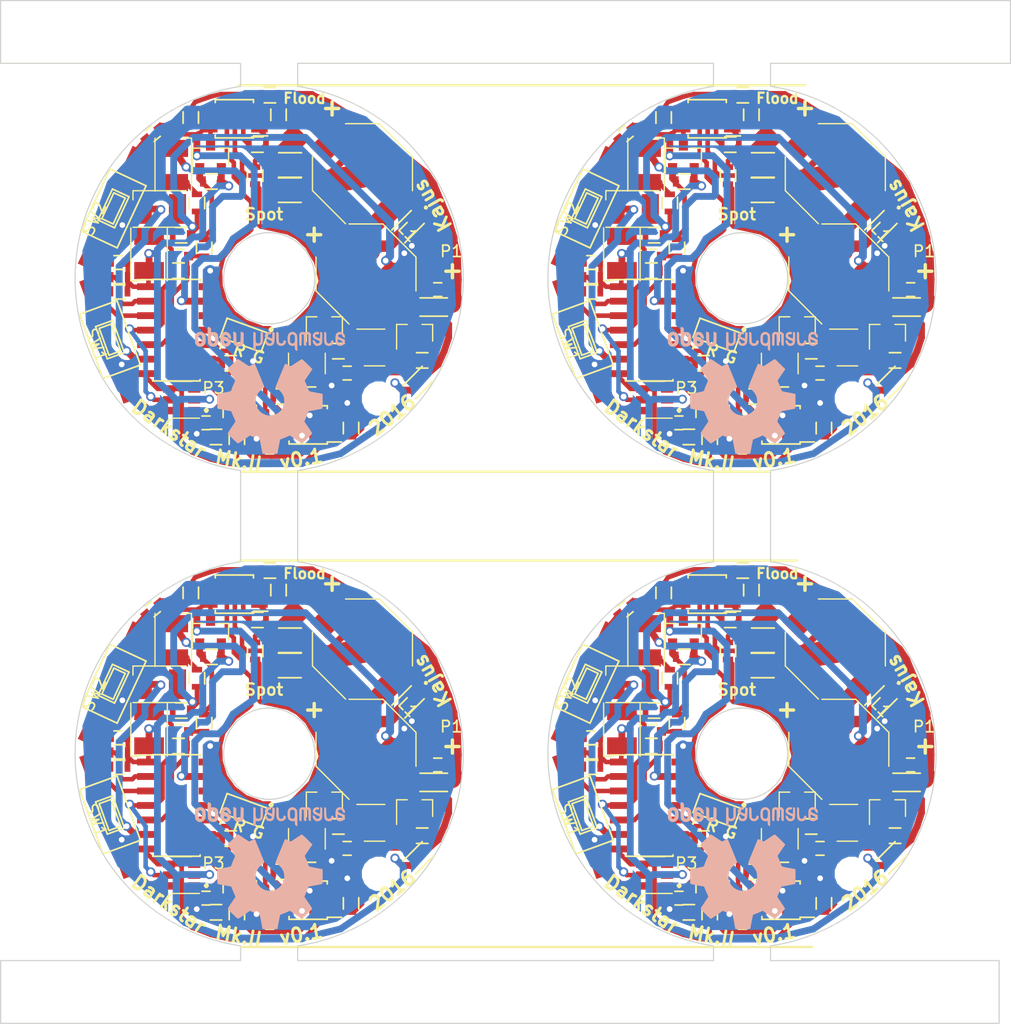
<source format=kicad_pcb>
(kicad_pcb (version 4) (host pcbnew 4.0.5)
  (title_block (title "Darkstar Mk.II") (date 2016-12-28) (rev 0.1) (company "Jakub Kaderka"))
  (layers (0 F.Cu signal) (31 B.Cu signal) (34 B.Paste user) (35 F.Paste user) (36 B.SilkS user hide) (37 F.SilkS user) (38 B.Mask user) (39 F.Mask user) (44 Edge.Cuts user))
  (net 0 "")
  (net 1 VCC)
  (net 2 GND)
  (net 3 "Net-(C2-Pad1)")
  (net 4 +3V3)
  (net 5 /ISP_RES)
  (net 6 /~PWR_ON)
  (net 7 "Net-(C6-Pad1)")
  (net 8 /IO_PWR)
  (net 9 "Net-(D4-Pad1)")
  (net 10 "Net-(D5-Pad1)")
  (net 11 "Net-(IC1-Pad2)")
  (net 12 "Net-(IC1-Pad3)")
  (net 13 /DIMMING1)
  (net 14 /ISP_SCK)
  (net 15 /PWM1)
  (net 16 "Net-(Q2-Pad1)")
  (net 17 "Net-(Q3-Pad1)")
  (net 18 "Net-(Q4-Pad1)")
  (net 19 /DIMMING2)
  (net 20 "Net-(D6-Pad1)")
  (net 21 "Net-(D7-Pad1)")
  (net 22 "Net-(R16-Pad1)")
  (net 23 "Net-(R17-Pad1)")
  (net 24 "Net-(R18-Pad1)")
  (net 25 "Net-(R19-Pad1)")
  (net 26 "Net-(R20-Pad1)")
  (net 27 "Net-(R21-Pad1)")
  (net 28 /DRIVE1)
  (net 29 /DRIVE2)
  (net 30 "Net-(D2-Pad1)")
  (net 31 "Net-(D2-Pad2)")
  (net 32 "Net-(D3-Pad1)")
  (net 33 "Net-(D3-Pad2)")
  (net 34 "Net-(D6-Pad2)")
  (net 35 "Net-(D7-Pad2)")
  (net 36 /RXD)
  (net 37 /TXD)
  (module Symbols:OSHW-Logo2_14.6x12mm_SilkScreen (layer B.Cu) (at 182.7 119.33)
    (fp_text reference REF*** hide)
    (fp_text value OSHW-Logo2_14.6x12mm_SilkScreen hide)
  )
  (module Connectors:GS3 (layer F.Cu) (at 180.43 114.48 250)
    (fp_text reference P2 hide)
    (fp_text value SERIAL)
    (pad 1 smd rect (at 0 -1.27 250) (size 1.27 0.9652) (layers F.Cu F.Paste F.Mask) (net 2 GND))
    (pad 2 smd rect (at 0 0 250) (size 1.27 0.9652) (layers F.Cu F.Paste F.Mask) (net 36 /RXD))
    (pad 3 smd rect (at 0 1.27 250) (size 1.27 0.9652) (layers F.Cu F.Paste F.Mask) (net 37 /TXD))
  )
  (module Mounting_Holes:MountingHole_2.2mm_M2 (layer F.Cu) (at 179.43 103.99)
    (fp_text reference REF** hide)
    (fp_text value MountingHole_2.2mm_M2)
    (pad 1 np_thru_hole circle (at 0 0) (size 2.2 2.2) (drill 2.2) (layers *.Cu *.Mask))
  )
  (module Mounting_Holes:MountingHole_2.2mm_M2 (layer F.Cu) (at 192.26 120.03)
    (fp_text reference REF** hide)
    (fp_text value MountingHole_2.2mm_M2)
    (pad 1 np_thru_hole circle (at 0 0) (size 2.2 2.2) (drill 2.2) (layers *.Cu *.Mask))
  )
  (module Capacitors_SMD:C_0603 (layer F.Cu) (at 182.67 124.28 180)
    (fp_text reference C10 hide)
    (fp_text value 100n)
    (pad 1 smd rect (at -0.75 0 180) (size 0.8 0.75) (layers F.Cu F.Paste F.Mask) (net 8 /IO_PWR))
    (pad 2 smd rect (at 0.75 0 180) (size 0.8 0.75) (layers F.Cu F.Paste F.Mask) (net 2 GND))
  )
  (module custom:Custom_Conn_2_Big (layer F.Cu) (at 196.654 107.696 270)
    (fp_text reference P1 (at -0.566 -1.936 360) (layer F.SilkS))
    (fp_text value POWER)
    (pad 1 smd rect (at -1.2 0 270) (size 1.5 2) (layers F.Cu F.Paste F.Mask) (net 2 GND))
    (pad 2 smd rect (at 1.2 0 270) (size 1.5 2) (layers F.Cu F.Paste F.Mask) (net 1 VCC))
  )
  (module custom:Custom_Conn_2_Big (layer F.Cu) (at 185.77 96.32 45)
    (fp_text reference D7 hide)
    (fp_text value CREE_XP-G3)
    (pad 1 smd rect (at -1.2 0 45) (size 1.5 2) (layers F.Cu F.Paste F.Mask) (net 21 "Net-(D7-Pad1)"))
    (pad 2 smd rect (at 1.2 0 45) (size 1.5 2) (layers F.Cu F.Paste F.Mask) (net 35 "Net-(D7-Pad2)"))
  )
  (module custom:Custom_Conn_2_Big (layer F.Cu) (at 185.83 103.91)
    (fp_text reference D6 hide)
    (fp_text value CREE_XP-G3)
    (pad 1 smd rect (at -1.2 0) (size 1.5 2) (layers F.Cu F.Paste F.Mask) (net 20 "Net-(D6-Pad1)"))
    (pad 2 smd rect (at 1.2 0) (size 1.5 2) (layers F.Cu F.Paste F.Mask) (net 34 "Net-(D6-Pad2)"))
  )
  (module Resistors_SMD:R_0603 (layer F.Cu) (at 188.7 115.88 180)
    (fp_text reference R25 hide)
    (fp_text value 1k)
    (pad 1 smd rect (at -0.75 0 180) (size 0.5 0.9) (layers F.Cu F.Paste F.Mask) (net 1 VCC))
    (pad 2 smd rect (at 0.75 0 180) (size 0.5 0.9) (layers F.Cu F.Paste F.Mask) (net 29 /DRIVE2))
  )
  (module Resistors_SMD:R_0603 (layer F.Cu) (at 196.05 116.69 180)
    (fp_text reference R24 hide)
    (fp_text value 1k)
    (pad 1 smd rect (at -0.75 0 180) (size 0.5 0.9) (layers F.Cu F.Paste F.Mask) (net 1 VCC))
    (pad 2 smd rect (at 0.75 0 180) (size 0.5 0.9) (layers F.Cu F.Paste F.Mask) (net 28 /DRIVE1))
  )
  (module Resistors_SMD:R_0603 (layer F.Cu) (at 183.74 119.85 180)
    (fp_text reference R23 hide)
    (fp_text value 82k)
    (pad 1 smd rect (at -0.75 0 180) (size 0.5 0.9) (layers F.Cu F.Paste F.Mask) (net 29 /DRIVE2))
    (pad 2 smd rect (at 0.75 0 180) (size 0.5 0.9) (layers F.Cu F.Paste F.Mask) (net 27 "Net-(R21-Pad1)"))
  )
  (module Resistors_SMD:R_0603 (layer F.Cu) (at 181.4 100.5 90)
    (fp_text reference R21 hide)
    (fp_text value 10k)
    (pad 1 smd rect (at -0.75 0 90) (size 0.5 0.9) (layers F.Cu F.Paste F.Mask) (net 27 "Net-(R21-Pad1)"))
    (pad 2 smd rect (at 0.75 0 90) (size 0.5 0.9) (layers F.Cu F.Paste F.Mask) (net 25 "Net-(R19-Pad1)"))
  )
  (module Resistors_SMD:R_0603 (layer F.Cu) (at 182.19 121.97 90)
    (fp_text reference R20 hide)
    (fp_text value 10k)
    (pad 1 smd rect (at -0.75 0 90) (size 0.5 0.9) (layers F.Cu F.Paste F.Mask) (net 26 "Net-(R20-Pad1)"))
    (pad 2 smd rect (at 0.75 0 90) (size 0.5 0.9) (layers F.Cu F.Paste F.Mask) (net 24 "Net-(R18-Pad1)"))
  )
  (module Resistors_SMD:R_0603 (layer F.Cu) (at 181.6 97.78 180)
    (fp_text reference R19 hide)
    (fp_text value 18k)
    (pad 1 smd rect (at -0.75 0 180) (size 0.5 0.9) (layers F.Cu F.Paste F.Mask) (net 25 "Net-(R19-Pad1)"))
    (pad 2 smd rect (at 0.75 0 180) (size 0.5 0.9) (layers F.Cu F.Paste F.Mask) (net 23 "Net-(R17-Pad1)"))
  )
  (module Resistors_SMD:R_0603 (layer F.Cu) (at 175.76 95.41 90)
    (fp_text reference R18 hide)
    (fp_text value 18k)
    (pad 1 smd rect (at -0.75 0 90) (size 0.5 0.9) (layers F.Cu F.Paste F.Mask) (net 24 "Net-(R18-Pad1)"))
    (pad 2 smd rect (at 0.75 0 90) (size 0.5 0.9) (layers F.Cu F.Paste F.Mask) (net 22 "Net-(R16-Pad1)"))
  )
  (module Resistors_SMD:R_0603 (layer F.Cu) (at 183.45 95.17 90)
    (fp_text reference R17 hide)
    (fp_text value 1k)
    (pad 1 smd rect (at -0.75 0 90) (size 0.5 0.9) (layers F.Cu F.Paste F.Mask) (net 23 "Net-(R17-Pad1)"))
    (pad 2 smd rect (at 0.75 0 90) (size 0.5 0.9) (layers F.Cu F.Paste F.Mask) (net 2 GND))
  )
  (module Resistors_SMD:R_0603 (layer F.Cu) (at 182.7 93.45)
    (fp_text reference R16 hide)
    (fp_text value 1k)
    (pad 1 smd rect (at -0.75 0) (size 0.5 0.9) (layers F.Cu F.Paste F.Mask) (net 22 "Net-(R16-Pad1)"))
    (pad 2 smd rect (at 0.75 0) (size 0.5 0.9) (layers F.Cu F.Paste F.Mask) (net 2 GND))
  )
  (module Resistors_SMD:R_0603 (layer F.Cu) (at 169.48 109.4 180)
    (fp_text reference R13 hide)
    (fp_text value 10k)
    (pad 1 smd rect (at -0.75 0 180) (size 0.5 0.9) (layers F.Cu F.Paste F.Mask) (net 4 +3V3))
    (pad 2 smd rect (at 0.75 0 180) (size 0.5 0.9) (layers F.Cu F.Paste F.Mask) (net 11 "Net-(IC1-Pad2)"))
  )
  (module Resistors_SMD:R_0603 (layer F.Cu) (at 169.46 110.64 180)
    (fp_text reference R12 hide)
    (fp_text value 10k)
    (pad 1 smd rect (at -0.75 0 180) (size 0.5 0.9) (layers F.Cu F.Paste F.Mask) (net 4 +3V3))
    (pad 2 smd rect (at 0.75 0 180) (size 0.5 0.9) (layers F.Cu F.Paste F.Mask) (net 12 "Net-(IC1-Pad3)"))
  )
  (module Resistors_SMD:R_0603 (layer F.Cu) (at 174.92 105.72 180)
    (fp_text reference R11 hide)
    (fp_text value 120)
    (pad 1 smd rect (at -0.75 0 180) (size 0.5 0.9) (layers F.Cu F.Paste F.Mask) (net 1 VCC))
    (pad 2 smd rect (at 0.75 0 180) (size 0.5 0.9) (layers F.Cu F.Paste F.Mask) (net 33 "Net-(D3-Pad2)"))
  )
  (module Resistors_SMD:R_0603 (layer F.Cu) (at 176.3 102.89 90)
    (fp_text reference R10 hide)
    (fp_text value 120)
    (pad 1 smd rect (at -0.75 0 90) (size 0.5 0.9) (layers F.Cu F.Paste F.Mask) (net 1 VCC))
    (pad 2 smd rect (at 0.75 0 90) (size 0.5 0.9) (layers F.Cu F.Paste F.Mask) (net 31 "Net-(D2-Pad2)"))
  )
  (module Resistors_SMD:R_0603 (layer F.Cu) (at 180.83 121.13 90)
    (fp_text reference R9 hide)
    (fp_text value 10k)
    (pad 1 smd rect (at -0.75 0 90) (size 0.5 0.9) (layers F.Cu F.Paste F.Mask) (net 19 /DIMMING2))
    (pad 2 smd rect (at 0.75 0 90) (size 0.5 0.9) (layers F.Cu F.Paste F.Mask) (net 7 "Net-(C6-Pad1)"))
  )
  (module Resistors_SMD:R_0603 (layer F.Cu) (at 180.73 118.12)
    (fp_text reference R8 hide)
    (fp_text value 10k)
    (pad 1 smd rect (at -0.75 0) (size 0.5 0.9) (layers F.Cu F.Paste F.Mask) (net 7 "Net-(C6-Pad1)"))
    (pad 2 smd rect (at 0.75 0) (size 0.5 0.9) (layers F.Cu F.Paste F.Mask) (net 2 GND))
  )
  (module Resistors_SMD:R_0603 (layer F.Cu) (at 179.26 116.94)
    (fp_text reference R7 hide)
    (fp_text value 10k)
    (pad 1 smd rect (at -0.75 0) (size 0.5 0.9) (layers F.Cu F.Paste F.Mask) (net 14 /ISP_SCK))
    (pad 2 smd rect (at 0.75 0) (size 0.5 0.9) (layers F.Cu F.Paste F.Mask) (net 7 "Net-(C6-Pad1)"))
  )
  (module Resistors_SMD:R_0603 (layer F.Cu) (at 177.57 101.01 180)
    (fp_text reference R6 hide)
    (fp_text value 10k)
    (pad 1 smd rect (at -0.75 0 180) (size 0.5 0.9) (layers F.Cu F.Paste F.Mask) (net 4 +3V3))
    (pad 2 smd rect (at 0.75 0 180) (size 0.5 0.9) (layers F.Cu F.Paste F.Mask) (net 16 "Net-(Q2-Pad1)"))
  )
  (module Resistors_SMD:R_0603 (layer F.Cu) (at 174.68 108.83)
    (fp_text reference R5 hide)
    (fp_text value 10k)
    (pad 1 smd rect (at -0.75 0) (size 0.5 0.9) (layers F.Cu F.Paste F.Mask) (net 5 /ISP_RES))
    (pad 2 smd rect (at 0.75 0) (size 0.5 0.9) (layers F.Cu F.Paste F.Mask) (net 6 /~PWR_ON))
  )
  (module Resistors_SMD:R_0603 (layer F.Cu) (at 176.93 106.83 270)
    (fp_text reference R4 hide)
    (fp_text value 220)
    (pad 1 smd rect (at -0.75 0 270) (size 0.5 0.9) (layers F.Cu F.Paste F.Mask) (net 16 "Net-(Q2-Pad1)"))
    (pad 2 smd rect (at 0.75 0 270) (size 0.5 0.9) (layers F.Cu F.Paste F.Mask) (net 6 /~PWR_ON))
  )
  (module Resistors_SMD:R_0603 (layer F.Cu) (at 179.8 123.55 90)
    (fp_text reference R3 hide)
    (fp_text value 10k)
    (pad 1 smd rect (at -0.75 0 90) (size 0.5 0.9) (layers F.Cu F.Paste F.Mask) (net 13 /DIMMING1))
    (pad 2 smd rect (at 0.75 0 90) (size 0.5 0.9) (layers F.Cu F.Paste F.Mask) (net 3 "Net-(C2-Pad1)"))
  )
  (module Resistors_SMD:R_0603 (layer F.Cu) (at 177.97 123.4 180)
    (fp_text reference R2 hide)
    (fp_text value 10k)
    (pad 1 smd rect (at -0.75 0 180) (size 0.5 0.9) (layers F.Cu F.Paste F.Mask) (net 3 "Net-(C2-Pad1)"))
    (pad 2 smd rect (at 0.75 0 180) (size 0.5 0.9) (layers F.Cu F.Paste F.Mask) (net 2 GND))
  )
  (module Resistors_SMD:R_0603 (layer F.Cu) (at 179.27 121.19 270)
    (fp_text reference R1 hide)
    (fp_text value 10k)
    (pad 1 smd rect (at -0.75 0 270) (size 0.5 0.9) (layers F.Cu F.Paste F.Mask) (net 15 /PWM1))
    (pad 2 smd rect (at 0.75 0 270) (size 0.5 0.9) (layers F.Cu F.Paste F.Mask) (net 3 "Net-(C2-Pad1)"))
  )
  (module Capacitors_SMD:C_0603 (layer F.Cu) (at 172.43 96.82 220)
    (fp_text reference C9 hide)
    (fp_text value 100n)
    (pad 1 smd rect (at -0.75 0 220) (size 0.8 0.75) (layers F.Cu F.Paste F.Mask) (net 8 /IO_PWR))
    (pad 2 smd rect (at 0.75 0 220) (size 0.8 0.75) (layers F.Cu F.Paste F.Mask) (net 2 GND))
  )
  (module Capacitors_SMD:C_0603 (layer F.Cu) (at 189.47 117.8 180)
    (fp_text reference C7 hide)
    (fp_text value 100n)
    (pad 1 smd rect (at -0.75 0 180) (size 0.8 0.75) (layers F.Cu F.Paste F.Mask) (net 2 GND))
    (pad 2 smd rect (at 0.75 0 180) (size 0.8 0.75) (layers F.Cu F.Paste F.Mask) (net 1 VCC))
  )
  (module Capacitors_SMD:C_0603 (layer F.Cu) (at 180.67 119.36)
    (fp_text reference C6 hide)
    (fp_text value 1u)
    (pad 1 smd rect (at -0.75 0) (size 0.8 0.75) (layers F.Cu F.Paste F.Mask) (net 7 "Net-(C6-Pad1)"))
    (pad 2 smd rect (at 0.75 0) (size 0.8 0.75) (layers F.Cu F.Paste F.Mask) (net 2 GND))
  )
  (module Capacitors_SMD:C_0603 (layer F.Cu) (at 174.82 107.55)
    (fp_text reference C5 hide)
    (fp_text value 10n)
    (pad 1 smd rect (at -0.75 0) (size 0.8 0.75) (layers F.Cu F.Paste F.Mask) (net 5 /ISP_RES))
    (pad 2 smd rect (at 0.75 0) (size 0.8 0.75) (layers F.Cu F.Paste F.Mask) (net 6 /~PWR_ON))
  )
  (module Capacitors_SMD:C_0603 (layer F.Cu) (at 169.37 108.11 180)
    (fp_text reference C4 hide)
    (fp_text value 100n)
    (pad 1 smd rect (at -0.75 0 180) (size 0.8 0.75) (layers F.Cu F.Paste F.Mask) (net 4 +3V3))
    (pad 2 smd rect (at 0.75 0 180) (size 0.8 0.75) (layers F.Cu F.Paste F.Mask) (net 2 GND))
  )
  (module Capacitors_SMD:C_0603 (layer F.Cu) (at 177.1 122.16 180)
    (fp_text reference C2 hide)
    (fp_text value 1u)
    (pad 1 smd rect (at -0.75 0 180) (size 0.8 0.75) (layers F.Cu F.Paste F.Mask) (net 3 "Net-(C2-Pad1)"))
    (pad 2 smd rect (at 0.75 0 180) (size 0.8 0.75) (layers F.Cu F.Paste F.Mask) (net 2 GND))
  )
  (module Capacitors_SMD:C_0603 (layer F.Cu) (at 197.416 110.49)
    (fp_text reference C1 hide)
    (fp_text value 10u)
    (pad 1 smd rect (at -0.75 0) (size 0.8 0.75) (layers F.Cu F.Paste F.Mask) (net 1 VCC))
    (pad 2 smd rect (at 0.75 0) (size 0.8 0.75) (layers F.Cu F.Paste F.Mask) (net 2 GND))
  )
  (module LEDs:LED_PLCC-2 (layer F.Cu) (at 172.1 107.32 90)
    (fp_text reference Q1 hide)
    (fp_text value VEMT3700-GS08)
    (pad 1 smd rect (at -1.5 0 90) (size 1.5 2.6) (layers F.Cu F.Paste F.Mask) (net 4 +3V3))
    (pad 2 smd rect (at 1.5 0 90) (size 1.5 2.6) (layers F.Cu F.Paste F.Mask) (net 5 /ISP_RES))
  )
  (module TO_SOT_Packages_SMD:SOT-23-6 (layer F.Cu) (at 174.96 120.14 180)
    (fp_text reference P3 (at -2.79 1.03 180) (layer F.SilkS))
    (fp_text value ISP)
    (pad 1 smd rect (at -1.1 -0.95 180) (size 1.06 0.65) (layers F.Cu F.Paste F.Mask) (net 19 /DIMMING2))
    (pad 2 smd rect (at -1.1 0 180) (size 1.06 0.65) (layers F.Cu F.Paste F.Mask) (net 4 +3V3))
    (pad 3 smd rect (at -1.1 0.95 180) (size 1.06 0.65) (layers F.Cu F.Paste F.Mask) (net 14 /ISP_SCK))
    (pad 4 smd rect (at 1.1 0.95 180) (size 1.06 0.65) (layers F.Cu F.Paste F.Mask) (net 13 /DIMMING1))
    (pad 6 smd rect (at 1.1 -0.95 180) (size 1.06 0.65) (layers F.Cu F.Paste F.Mask) (net 2 GND))
    (pad 5 smd rect (at 1.1 0 180) (size 1.06 0.65) (layers F.Cu F.Paste F.Mask) (net 5 /ISP_RES))
  )
  (module Inductors:Inductor_Bourns-SRU8043 (layer F.Cu) (at 190.812 100.33 135)
    (fp_text reference L2 hide)
    (fp_text value 10u)
    (pad 1 smd rect (at -3.9 0 135) (size 2 3.2) (layers F.Cu F.Paste F.Mask) (net 10 "Net-(D5-Pad1)"))
    (pad 2 smd rect (at 3.9 0 135) (size 2 3.2) (layers F.Cu F.Paste F.Mask) (net 35 "Net-(D7-Pad2)"))
  )
  (module Inductors:Inductor_Bourns-SRU8043 (layer F.Cu) (at 191.12 109.12 135)
    (fp_text reference L1 (at 0 5.2 135) (layer F.SilkS))
    (fp_text value 10u)
    (pad 1 smd rect (at -3.9 0 135) (size 2 3.2) (layers F.Cu F.Paste F.Mask) (net 9 "Net-(D4-Pad1)"))
    (pad 2 smd rect (at 3.9 0 135) (size 2 3.2) (layers F.Cu F.Paste F.Mask) (net 34 "Net-(D6-Pad2)"))
  )
  (module LEDs:LED_PLCC-2 (layer F.Cu) (at 173.09 103.42)
    (fp_text reference D3 hide)
    (fp_text value WHITE)
    (pad 1 smd rect (at -1.5 0) (size 1.5 2.6) (layers F.Cu F.Paste F.Mask) (net 32 "Net-(D3-Pad1)"))
    (pad 2 smd rect (at 1.5 0) (size 1.5 2.6) (layers F.Cu F.Paste F.Mask) (net 33 "Net-(D3-Pad2)"))
  )
  (module LEDs:LED_PLCC-2 (layer F.Cu) (at 174.22 99.61 270)
    (fp_text reference D2 hide)
    (fp_text value RED)
    (pad 1 smd rect (at -1.5 0 270) (size 1.5 2.6) (layers F.Cu F.Paste F.Mask) (net 30 "Net-(D2-Pad1)"))
    (pad 2 smd rect (at 1.5 0 270) (size 1.5 2.6) (layers F.Cu F.Paste F.Mask) (net 31 "Net-(D2-Pad2)"))
  )
  (module Housings_SSOP:MSOP-8_3x3mm_Pitch0.65mm (layer F.Cu) (at 179.58 95.52 180)
    (fp_text reference U3 hide)
    (fp_text value TSV912)
    (pad 1 smd rect (at -2.2 -0.975 180) (size 1.45 0.45) (layers F.Cu F.Paste F.Mask) (net 25 "Net-(R19-Pad1)"))
    (pad 2 smd rect (at -2.2 -0.325 180) (size 1.45 0.45) (layers F.Cu F.Paste F.Mask) (net 23 "Net-(R17-Pad1)"))
    (pad 3 smd rect (at -2.2 0.325 180) (size 1.45 0.45) (layers F.Cu F.Paste F.Mask) (net 21 "Net-(D7-Pad1)"))
    (pad 4 smd rect (at -2.2 0.975 180) (size 1.45 0.45) (layers F.Cu F.Paste F.Mask) (net 2 GND))
    (pad 5 smd rect (at 2.2 0.975 180) (size 1.45 0.45) (layers F.Cu F.Paste F.Mask) (net 20 "Net-(D6-Pad1)"))
    (pad 6 smd rect (at 2.2 0.325 180) (size 1.45 0.45) (layers F.Cu F.Paste F.Mask) (net 22 "Net-(R16-Pad1)"))
    (pad 7 smd rect (at 2.2 -0.325 180) (size 1.45 0.45) (layers F.Cu F.Paste F.Mask) (net 24 "Net-(R18-Pad1)"))
    (pad 8 smd rect (at 2.2 -0.975 180) (size 1.45 0.45) (layers F.Cu F.Paste F.Mask) (net 8 /IO_PWR))
  )
  (module TO_SOT_Packages_SMD:SOT-23-6 (layer F.Cu) (at 185.94 116.96 90)
    (fp_text reference U2 hide)
    (fp_text value ZXGD3001E6)
    (pad 1 smd rect (at -1.1 -0.95 90) (size 1.06 0.65) (layers F.Cu F.Paste F.Mask) (net 1 VCC))
    (pad 2 smd rect (at -1.1 0 90) (size 1.06 0.65) (layers F.Cu F.Paste F.Mask) (net 29 /DRIVE2))
    (pad 3 smd rect (at -1.1 0.95 90) (size 1.06 0.65) (layers F.Cu F.Paste F.Mask) (net 2 GND))
    (pad 4 smd rect (at 1.1 0.95 90) (size 1.06 0.65) (layers F.Cu F.Paste F.Mask) (net 18 "Net-(Q4-Pad1)"))
    (pad 6 smd rect (at 1.1 -0.95 90) (size 1.06 0.65) (layers F.Cu F.Paste F.Mask) (net 18 "Net-(Q4-Pad1)"))
    (pad 5 smd rect (at 1.1 0 90) (size 1.06 0.65) (layers F.Cu F.Paste F.Mask) (net 29 /DRIVE2))
  )
  (module TO_SOT_Packages_SMD:SOT-23-6 (layer F.Cu) (at 191.87 115.56)
    (fp_text reference U1 hide)
    (fp_text value ZXGD3001E6)
    (pad 1 smd rect (at -1.1 -0.95) (size 1.06 0.65) (layers F.Cu F.Paste F.Mask) (net 1 VCC))
    (pad 2 smd rect (at -1.1 0) (size 1.06 0.65) (layers F.Cu F.Paste F.Mask) (net 28 /DRIVE1))
    (pad 3 smd rect (at -1.1 0.95) (size 1.06 0.65) (layers F.Cu F.Paste F.Mask) (net 2 GND))
    (pad 4 smd rect (at 1.1 0.95) (size 1.06 0.65) (layers F.Cu F.Paste F.Mask) (net 17 "Net-(Q3-Pad1)"))
    (pad 6 smd rect (at 1.1 -0.95) (size 1.06 0.65) (layers F.Cu F.Paste F.Mask) (net 17 "Net-(Q3-Pad1)"))
    (pad 5 smd rect (at 1.1 0) (size 1.06 0.65) (layers F.Cu F.Paste F.Mask) (net 28 /DRIVE1))
  )
  (module Buttons_Switches_SMD:SW_SPST_FSMSM (layer F.Cu) (at 168.98 103.38 65)
    (fp_text reference SW2 (at -1.512386 -1.137404 65) (layer F.SilkS))
    (fp_text value BT1)
    (pad 1 smd rect (at -4.60243 -0.00232 65) (size 2.18 1.6) (layers F.Cu F.Paste F.Mask) (net 11 "Net-(IC1-Pad2)"))
    (pad 2 smd rect (at 4.60243 0.00232 65) (size 2.18 1.6) (layers F.Cu F.Paste F.Mask) (net 2 GND))
  )
  (module Resistors_SMD:R_1206 (layer F.Cu) (at 184.462 99.568)
    (fp_text reference R15 hide)
    (fp_text value 0R056)
    (pad 1 smd rect (at -1.45 0) (size 0.9 1.7) (layers F.Cu F.Paste F.Mask) (net 21 "Net-(D7-Pad1)"))
    (pad 2 smd rect (at 1.45 0) (size 0.9 1.7) (layers F.Cu F.Paste F.Mask) (net 2 GND))
  )
  (module Resistors_SMD:R_1206 (layer F.Cu) (at 184.44 101.77)
    (fp_text reference R14 hide)
    (fp_text value 0R056)
    (pad 1 smd rect (at -1.45 0) (size 0.9 1.7) (layers F.Cu F.Paste F.Mask) (net 20 "Net-(D6-Pad1)"))
    (pad 2 smd rect (at 1.45 0) (size 0.9 1.7) (layers F.Cu F.Paste F.Mask) (net 2 GND))
  )
  (module TO_SOT_Packages_SMD:SOT-23 (layer F.Cu) (at 187.47 113.63 90)
    (fp_text reference Q4 hide)
    (fp_text value DMP2035U)
    (pad 1 smd rect (at -1 -0.95 90) (size 0.9 0.8) (layers F.Cu F.Paste F.Mask) (net 18 "Net-(Q4-Pad1)"))
    (pad 2 smd rect (at -1 0.95 90) (size 0.9 0.8) (layers F.Cu F.Paste F.Mask) (net 1 VCC))
    (pad 3 smd rect (at 1 0 90) (size 0.9 0.8) (layers F.Cu F.Paste F.Mask) (net 10 "Net-(D5-Pad1)"))
  )
  (module TO_SOT_Packages_SMD:SOT-23 (layer F.Cu) (at 195.384 114.3 90)
    (fp_text reference Q3 hide)
    (fp_text value DMP2035U)
    (pad 1 smd rect (at -1 -0.95 90) (size 0.9 0.8) (layers F.Cu F.Paste F.Mask) (net 17 "Net-(Q3-Pad1)"))
    (pad 2 smd rect (at -1 0.95 90) (size 0.9 0.8) (layers F.Cu F.Paste F.Mask) (net 1 VCC))
    (pad 3 smd rect (at 1 0 90) (size 0.9 0.8) (layers F.Cu F.Paste F.Mask) (net 9 "Net-(D4-Pad1)"))
  )
  (module Housings_SOIC:SOIC-14_3.9x8.7mm_Pitch1.27mm (layer F.Cu) (at 174.5 114.04)
    (fp_text reference IC1 hide)
    (fp_text value ATTINY841-SSU)
    (pad 1 smd rect (at -2.7 -3.81) (size 1.5 0.6) (layers F.Cu F.Paste F.Mask) (net 4 +3V3))
    (pad 2 smd rect (at -2.7 -2.54) (size 1.5 0.6) (layers F.Cu F.Paste F.Mask) (net 11 "Net-(IC1-Pad2)"))
    (pad 3 smd rect (at -2.7 -1.27) (size 1.5 0.6) (layers F.Cu F.Paste F.Mask) (net 12 "Net-(IC1-Pad3)"))
    (pad 4 smd rect (at -2.7 0) (size 1.5 0.6) (layers F.Cu F.Paste F.Mask) (net 5 /ISP_RES))
    (pad 5 smd rect (at -2.7 1.27) (size 1.5 0.6) (layers F.Cu F.Paste F.Mask) (net 6 /~PWR_ON))
    (pad 6 smd rect (at -2.7 2.54) (size 1.5 0.6) (layers F.Cu F.Paste F.Mask) (net 32 "Net-(D3-Pad1)"))
    (pad 7 smd rect (at -2.7 3.81) (size 1.5 0.6) (layers F.Cu F.Paste F.Mask) (net 13 /DIMMING1))
    (pad 8 smd rect (at 2.7 3.81) (size 1.5 0.6) (layers F.Cu F.Paste F.Mask) (net 19 /DIMMING2))
    (pad 9 smd rect (at 2.7 2.54) (size 1.5 0.6) (layers F.Cu F.Paste F.Mask) (net 14 /ISP_SCK))
    (pad 10 smd rect (at 2.7 1.27) (size 1.5 0.6) (layers F.Cu F.Paste F.Mask) (net 15 /PWM1))
    (pad 11 smd rect (at 2.7 0) (size 1.5 0.6) (layers F.Cu F.Paste F.Mask) (net 36 /RXD))
    (pad 12 smd rect (at 2.7 -1.27) (size 1.5 0.6) (layers F.Cu F.Paste F.Mask) (net 37 /TXD))
    (pad 13 smd rect (at 2.7 -2.54) (size 1.5 0.6) (layers F.Cu F.Paste F.Mask) (net 30 "Net-(D2-Pad1)"))
    (pad 14 smd rect (at 2.7 -3.81) (size 1.5 0.6) (layers F.Cu F.Paste F.Mask) (net 2 GND))
  )
  (module Diodes_SMD:SOD-323 (layer F.Cu) (at 194.876 104.902 45)
    (fp_text reference D5 hide)
    (fp_text value BAT60AE6327HTSA1)
    (pad 1 smd rect (at -1.055 0 45) (size 0.59 0.45) (layers F.Cu F.Paste F.Mask) (net 10 "Net-(D5-Pad1)"))
    (pad 2 smd rect (at 1.055 0 45) (size 0.59 0.45) (layers F.Cu F.Paste F.Mask) (net 2 GND))
  )
  (module Diodes_SMD:SOD-323 (layer F.Cu) (at 197.162 112.014)
    (fp_text reference D4 hide)
    (fp_text value BAT60AE6327HTSA1)
    (pad 1 smd rect (at -1.055 0) (size 0.59 0.45) (layers F.Cu F.Paste F.Mask) (net 9 "Net-(D4-Pad1)"))
    (pad 2 smd rect (at 1.055 0) (size 0.59 0.45) (layers F.Cu F.Paste F.Mask) (net 2 GND))
  )
  (module Diodes_SMD:SOD-323 (layer F.Cu) (at 195.84 118.55 45)
    (fp_text reference D1 hide)
    (fp_text value RB751VM)
    (pad 1 smd rect (at -1.055 0 45) (size 0.59 0.45) (layers F.Cu F.Paste F.Mask) (net 4 +3V3))
    (pad 2 smd rect (at 1.055 0 45) (size 0.59 0.45) (layers F.Cu F.Paste F.Mask) (net 1 VCC))
  )
  (module Resistors_SMD:R_0603 (layer F.Cu) (at 189.81 122.62 90)
    (fp_text reference R22 hide)
    (fp_text value 82k)
    (pad 1 smd rect (at -0.75 0 90) (size 0.5 0.9) (layers F.Cu F.Paste F.Mask) (net 28 /DRIVE1))
    (pad 2 smd rect (at 0.75 0 90) (size 0.5 0.9) (layers F.Cu F.Paste F.Mask) (net 26 "Net-(R20-Pad1)"))
  )
  (module Capacitors_SMD:C_0603 (layer F.Cu) (at 186.36 119.62 180)
    (fp_text reference C8 hide)
    (fp_text value 100n)
    (pad 1 smd rect (at -0.75 0 180) (size 0.8 0.75) (layers F.Cu F.Paste F.Mask) (net 2 GND))
    (pad 2 smd rect (at 0.75 0 180) (size 0.8 0.75) (layers F.Cu F.Paste F.Mask) (net 1 VCC))
  )
  (module TO_SOT_Packages_SMD:SOT-23 (layer F.Cu) (at 177.49 98.85 90)
    (fp_text reference Q2 hide)
    (fp_text value NX2301P)
    (pad 1 smd rect (at -1 -0.95 90) (size 0.9 0.8) (layers F.Cu F.Paste F.Mask) (net 16 "Net-(Q2-Pad1)"))
    (pad 2 smd rect (at -1 0.95 90) (size 0.9 0.8) (layers F.Cu F.Paste F.Mask) (net 4 +3V3))
    (pad 3 smd rect (at 1 0 90) (size 0.9 0.8) (layers F.Cu F.Paste F.Mask) (net 8 /IO_PWR))
  )
  (module Buttons_Switches_SMD:SW_SPST_FSMSM (layer F.Cu) (at 168.67 114.86 290)
    (fp_text reference SW1 (at 0.037208 1.301198 290) (layer F.SilkS))
    (fp_text value BT2)
    (pad 1 smd rect (at -4.60243 -0.00232 290) (size 2.18 1.6) (layers F.Cu F.Paste F.Mask) (net 12 "Net-(IC1-Pad3)"))
    (pad 2 smd rect (at 4.60243 0.00232 290) (size 2.18 1.6) (layers F.Cu F.Paste F.Mask) (net 2 GND))
  )
  (module Housings_SSOP:MSOP-8_3x3mm_Pitch0.65mm (layer F.Cu) (at 186.05 122.34 180)
    (fp_text reference U4 hide)
    (fp_text value MCP6567)
    (pad 1 smd rect (at -2.2 -0.975 180) (size 1.45 0.45) (layers F.Cu F.Paste F.Mask) (net 28 /DRIVE1))
    (pad 2 smd rect (at -2.2 -0.325 180) (size 1.45 0.45) (layers F.Cu F.Paste F.Mask) (net 13 /DIMMING1))
    (pad 3 smd rect (at -2.2 0.325 180) (size 1.45 0.45) (layers F.Cu F.Paste F.Mask) (net 26 "Net-(R20-Pad1)"))
    (pad 4 smd rect (at -2.2 0.975 180) (size 1.45 0.45) (layers F.Cu F.Paste F.Mask) (net 2 GND))
    (pad 5 smd rect (at 2.2 0.975 180) (size 1.45 0.45) (layers F.Cu F.Paste F.Mask) (net 27 "Net-(R21-Pad1)"))
    (pad 6 smd rect (at 2.2 0.325 180) (size 1.45 0.45) (layers F.Cu F.Paste F.Mask) (net 19 /DIMMING2))
    (pad 7 smd rect (at 2.2 -0.325 180) (size 1.45 0.45) (layers F.Cu F.Paste F.Mask) (net 29 /DRIVE2))
    (pad 8 smd rect (at 2.2 -0.975 180) (size 1.45 0.45) (layers F.Cu F.Paste F.Mask) (net 8 /IO_PWR))
  )
  (module Housings_SSOP:MSOP-8_3x3mm_Pitch0.65mm (layer F.Cu) (at 186.05 80.69 180)
    (fp_text reference U4 hide)
    (fp_text value MCP6567)
    (pad 1 smd rect (at -2.2 -0.975 180) (size 1.45 0.45) (layers F.Cu F.Paste F.Mask) (net 28 /DRIVE1))
    (pad 2 smd rect (at -2.2 -0.325 180) (size 1.45 0.45) (layers F.Cu F.Paste F.Mask) (net 13 /DIMMING1))
    (pad 3 smd rect (at -2.2 0.325 180) (size 1.45 0.45) (layers F.Cu F.Paste F.Mask) (net 26 "Net-(R20-Pad1)"))
    (pad 4 smd rect (at -2.2 0.975 180) (size 1.45 0.45) (layers F.Cu F.Paste F.Mask) (net 2 GND))
    (pad 5 smd rect (at 2.2 0.975 180) (size 1.45 0.45) (layers F.Cu F.Paste F.Mask) (net 27 "Net-(R21-Pad1)"))
    (pad 6 smd rect (at 2.2 0.325 180) (size 1.45 0.45) (layers F.Cu F.Paste F.Mask) (net 19 /DIMMING2))
    (pad 7 smd rect (at 2.2 -0.325 180) (size 1.45 0.45) (layers F.Cu F.Paste F.Mask) (net 29 /DRIVE2))
    (pad 8 smd rect (at 2.2 -0.975 180) (size 1.45 0.45) (layers F.Cu F.Paste F.Mask) (net 8 /IO_PWR))
  )
  (module Buttons_Switches_SMD:SW_SPST_FSMSM (layer F.Cu) (at 168.67 73.21 290)
    (fp_text reference SW1 (at 0.037208 1.301198 290) (layer F.SilkS))
    (fp_text value BT2)
    (pad 1 smd rect (at -4.60243 -0.00232 290) (size 2.18 1.6) (layers F.Cu F.Paste F.Mask) (net 12 "Net-(IC1-Pad3)"))
    (pad 2 smd rect (at 4.60243 0.00232 290) (size 2.18 1.6) (layers F.Cu F.Paste F.Mask) (net 2 GND))
  )
  (module TO_SOT_Packages_SMD:SOT-23 (layer F.Cu) (at 177.49 57.2 90)
    (fp_text reference Q2 hide)
    (fp_text value NX2301P)
    (pad 1 smd rect (at -1 -0.95 90) (size 0.9 0.8) (layers F.Cu F.Paste F.Mask) (net 16 "Net-(Q2-Pad1)"))
    (pad 2 smd rect (at -1 0.95 90) (size 0.9 0.8) (layers F.Cu F.Paste F.Mask) (net 4 +3V3))
    (pad 3 smd rect (at 1 0 90) (size 0.9 0.8) (layers F.Cu F.Paste F.Mask) (net 8 /IO_PWR))
  )
  (module Capacitors_SMD:C_0603 (layer F.Cu) (at 186.36 77.97 180)
    (fp_text reference C8 hide)
    (fp_text value 100n)
    (pad 1 smd rect (at -0.75 0 180) (size 0.8 0.75) (layers F.Cu F.Paste F.Mask) (net 2 GND))
    (pad 2 smd rect (at 0.75 0 180) (size 0.8 0.75) (layers F.Cu F.Paste F.Mask) (net 1 VCC))
  )
  (module Resistors_SMD:R_0603 (layer F.Cu) (at 189.81 80.97 90)
    (fp_text reference R22 hide)
    (fp_text value 82k)
    (pad 1 smd rect (at -0.75 0 90) (size 0.5 0.9) (layers F.Cu F.Paste F.Mask) (net 28 /DRIVE1))
    (pad 2 smd rect (at 0.75 0 90) (size 0.5 0.9) (layers F.Cu F.Paste F.Mask) (net 26 "Net-(R20-Pad1)"))
  )
  (module Diodes_SMD:SOD-323 (layer F.Cu) (at 195.84 76.9 45)
    (fp_text reference D1 hide)
    (fp_text value RB751VM)
    (pad 1 smd rect (at -1.055 0 45) (size 0.59 0.45) (layers F.Cu F.Paste F.Mask) (net 4 +3V3))
    (pad 2 smd rect (at 1.055 0 45) (size 0.59 0.45) (layers F.Cu F.Paste F.Mask) (net 1 VCC))
  )
  (module Diodes_SMD:SOD-323 (layer F.Cu) (at 197.162 70.364)
    (fp_text reference D4 hide)
    (fp_text value BAT60AE6327HTSA1)
    (pad 1 smd rect (at -1.055 0) (size 0.59 0.45) (layers F.Cu F.Paste F.Mask) (net 9 "Net-(D4-Pad1)"))
    (pad 2 smd rect (at 1.055 0) (size 0.59 0.45) (layers F.Cu F.Paste F.Mask) (net 2 GND))
  )
  (module Diodes_SMD:SOD-323 (layer F.Cu) (at 194.876 63.252 45)
    (fp_text reference D5 hide)
    (fp_text value BAT60AE6327HTSA1)
    (pad 1 smd rect (at -1.055 0 45) (size 0.59 0.45) (layers F.Cu F.Paste F.Mask) (net 10 "Net-(D5-Pad1)"))
    (pad 2 smd rect (at 1.055 0 45) (size 0.59 0.45) (layers F.Cu F.Paste F.Mask) (net 2 GND))
  )
  (module Housings_SOIC:SOIC-14_3.9x8.7mm_Pitch1.27mm (layer F.Cu) (at 174.5 72.39)
    (fp_text reference IC1 hide)
    (fp_text value ATTINY841-SSU)
    (pad 1 smd rect (at -2.7 -3.81) (size 1.5 0.6) (layers F.Cu F.Paste F.Mask) (net 4 +3V3))
    (pad 2 smd rect (at -2.7 -2.54) (size 1.5 0.6) (layers F.Cu F.Paste F.Mask) (net 11 "Net-(IC1-Pad2)"))
    (pad 3 smd rect (at -2.7 -1.27) (size 1.5 0.6) (layers F.Cu F.Paste F.Mask) (net 12 "Net-(IC1-Pad3)"))
    (pad 4 smd rect (at -2.7 0) (size 1.5 0.6) (layers F.Cu F.Paste F.Mask) (net 5 /ISP_RES))
    (pad 5 smd rect (at -2.7 1.27) (size 1.5 0.6) (layers F.Cu F.Paste F.Mask) (net 6 /~PWR_ON))
    (pad 6 smd rect (at -2.7 2.54) (size 1.5 0.6) (layers F.Cu F.Paste F.Mask) (net 32 "Net-(D3-Pad1)"))
    (pad 7 smd rect (at -2.7 3.81) (size 1.5 0.6) (layers F.Cu F.Paste F.Mask) (net 13 /DIMMING1))
    (pad 8 smd rect (at 2.7 3.81) (size 1.5 0.6) (layers F.Cu F.Paste F.Mask) (net 19 /DIMMING2))
    (pad 9 smd rect (at 2.7 2.54) (size 1.5 0.6) (layers F.Cu F.Paste F.Mask) (net 14 /ISP_SCK))
    (pad 10 smd rect (at 2.7 1.27) (size 1.5 0.6) (layers F.Cu F.Paste F.Mask) (net 15 /PWM1))
    (pad 11 smd rect (at 2.7 0) (size 1.5 0.6) (layers F.Cu F.Paste F.Mask) (net 36 /RXD))
    (pad 12 smd rect (at 2.7 -1.27) (size 1.5 0.6) (layers F.Cu F.Paste F.Mask) (net 37 /TXD))
    (pad 13 smd rect (at 2.7 -2.54) (size 1.5 0.6) (layers F.Cu F.Paste F.Mask) (net 30 "Net-(D2-Pad1)"))
    (pad 14 smd rect (at 2.7 -3.81) (size 1.5 0.6) (layers F.Cu F.Paste F.Mask) (net 2 GND))
  )
  (module TO_SOT_Packages_SMD:SOT-23 (layer F.Cu) (at 195.384 72.65 90)
    (fp_text reference Q3 hide)
    (fp_text value DMP2035U)
    (pad 1 smd rect (at -1 -0.95 90) (size 0.9 0.8) (layers F.Cu F.Paste F.Mask) (net 17 "Net-(Q3-Pad1)"))
    (pad 2 smd rect (at -1 0.95 90) (size 0.9 0.8) (layers F.Cu F.Paste F.Mask) (net 1 VCC))
    (pad 3 smd rect (at 1 0 90) (size 0.9 0.8) (layers F.Cu F.Paste F.Mask) (net 9 "Net-(D4-Pad1)"))
  )
  (module TO_SOT_Packages_SMD:SOT-23 (layer F.Cu) (at 187.47 71.98 90)
    (fp_text reference Q4 hide)
    (fp_text value DMP2035U)
    (pad 1 smd rect (at -1 -0.95 90) (size 0.9 0.8) (layers F.Cu F.Paste F.Mask) (net 18 "Net-(Q4-Pad1)"))
    (pad 2 smd rect (at -1 0.95 90) (size 0.9 0.8) (layers F.Cu F.Paste F.Mask) (net 1 VCC))
    (pad 3 smd rect (at 1 0 90) (size 0.9 0.8) (layers F.Cu F.Paste F.Mask) (net 10 "Net-(D5-Pad1)"))
  )
  (module Resistors_SMD:R_1206 (layer F.Cu) (at 184.44 60.12)
    (fp_text reference R14 hide)
    (fp_text value 0R056)
    (pad 1 smd rect (at -1.45 0) (size 0.9 1.7) (layers F.Cu F.Paste F.Mask) (net 20 "Net-(D6-Pad1)"))
    (pad 2 smd rect (at 1.45 0) (size 0.9 1.7) (layers F.Cu F.Paste F.Mask) (net 2 GND))
  )
  (module Resistors_SMD:R_1206 (layer F.Cu) (at 184.462 57.918)
    (fp_text reference R15 hide)
    (fp_text value 0R056)
    (pad 1 smd rect (at -1.45 0) (size 0.9 1.7) (layers F.Cu F.Paste F.Mask) (net 21 "Net-(D7-Pad1)"))
    (pad 2 smd rect (at 1.45 0) (size 0.9 1.7) (layers F.Cu F.Paste F.Mask) (net 2 GND))
  )
  (module Buttons_Switches_SMD:SW_SPST_FSMSM (layer F.Cu) (at 168.98 61.73 65)
    (fp_text reference SW2 (at -1.512386 -1.137404 65) (layer F.SilkS))
    (fp_text value BT1)
    (pad 1 smd rect (at -4.60243 -0.00232 65) (size 2.18 1.6) (layers F.Cu F.Paste F.Mask) (net 11 "Net-(IC1-Pad2)"))
    (pad 2 smd rect (at 4.60243 0.00232 65) (size 2.18 1.6) (layers F.Cu F.Paste F.Mask) (net 2 GND))
  )
  (module TO_SOT_Packages_SMD:SOT-23-6 (layer F.Cu) (at 191.87 73.91)
    (fp_text reference U1 hide)
    (fp_text value ZXGD3001E6)
    (pad 1 smd rect (at -1.1 -0.95) (size 1.06 0.65) (layers F.Cu F.Paste F.Mask) (net 1 VCC))
    (pad 2 smd rect (at -1.1 0) (size 1.06 0.65) (layers F.Cu F.Paste F.Mask) (net 28 /DRIVE1))
    (pad 3 smd rect (at -1.1 0.95) (size 1.06 0.65) (layers F.Cu F.Paste F.Mask) (net 2 GND))
    (pad 4 smd rect (at 1.1 0.95) (size 1.06 0.65) (layers F.Cu F.Paste F.Mask) (net 17 "Net-(Q3-Pad1)"))
    (pad 6 smd rect (at 1.1 -0.95) (size 1.06 0.65) (layers F.Cu F.Paste F.Mask) (net 17 "Net-(Q3-Pad1)"))
    (pad 5 smd rect (at 1.1 0) (size 1.06 0.65) (layers F.Cu F.Paste F.Mask) (net 28 /DRIVE1))
  )
  (module TO_SOT_Packages_SMD:SOT-23-6 (layer F.Cu) (at 185.94 75.31 90)
    (fp_text reference U2 hide)
    (fp_text value ZXGD3001E6)
    (pad 1 smd rect (at -1.1 -0.95 90) (size 1.06 0.65) (layers F.Cu F.Paste F.Mask) (net 1 VCC))
    (pad 2 smd rect (at -1.1 0 90) (size 1.06 0.65) (layers F.Cu F.Paste F.Mask) (net 29 /DRIVE2))
    (pad 3 smd rect (at -1.1 0.95 90) (size 1.06 0.65) (layers F.Cu F.Paste F.Mask) (net 2 GND))
    (pad 4 smd rect (at 1.1 0.95 90) (size 1.06 0.65) (layers F.Cu F.Paste F.Mask) (net 18 "Net-(Q4-Pad1)"))
    (pad 6 smd rect (at 1.1 -0.95 90) (size 1.06 0.65) (layers F.Cu F.Paste F.Mask) (net 18 "Net-(Q4-Pad1)"))
    (pad 5 smd rect (at 1.1 0 90) (size 1.06 0.65) (layers F.Cu F.Paste F.Mask) (net 29 /DRIVE2))
  )
  (module Housings_SSOP:MSOP-8_3x3mm_Pitch0.65mm (layer F.Cu) (at 179.58 53.87 180)
    (fp_text reference U3 hide)
    (fp_text value TSV912)
    (pad 1 smd rect (at -2.2 -0.975 180) (size 1.45 0.45) (layers F.Cu F.Paste F.Mask) (net 25 "Net-(R19-Pad1)"))
    (pad 2 smd rect (at -2.2 -0.325 180) (size 1.45 0.45) (layers F.Cu F.Paste F.Mask) (net 23 "Net-(R17-Pad1)"))
    (pad 3 smd rect (at -2.2 0.325 180) (size 1.45 0.45) (layers F.Cu F.Paste F.Mask) (net 21 "Net-(D7-Pad1)"))
    (pad 4 smd rect (at -2.2 0.975 180) (size 1.45 0.45) (layers F.Cu F.Paste F.Mask) (net 2 GND))
    (pad 5 smd rect (at 2.2 0.975 180) (size 1.45 0.45) (layers F.Cu F.Paste F.Mask) (net 20 "Net-(D6-Pad1)"))
    (pad 6 smd rect (at 2.2 0.325 180) (size 1.45 0.45) (layers F.Cu F.Paste F.Mask) (net 22 "Net-(R16-Pad1)"))
    (pad 7 smd rect (at 2.2 -0.325 180) (size 1.45 0.45) (layers F.Cu F.Paste F.Mask) (net 24 "Net-(R18-Pad1)"))
    (pad 8 smd rect (at 2.2 -0.975 180) (size 1.45 0.45) (layers F.Cu F.Paste F.Mask) (net 8 /IO_PWR))
  )
  (module LEDs:LED_PLCC-2 (layer F.Cu) (at 174.22 57.96 270)
    (fp_text reference D2 hide)
    (fp_text value RED)
    (pad 1 smd rect (at -1.5 0 270) (size 1.5 2.6) (layers F.Cu F.Paste F.Mask) (net 30 "Net-(D2-Pad1)"))
    (pad 2 smd rect (at 1.5 0 270) (size 1.5 2.6) (layers F.Cu F.Paste F.Mask) (net 31 "Net-(D2-Pad2)"))
  )
  (module LEDs:LED_PLCC-2 (layer F.Cu) (at 173.09 61.77)
    (fp_text reference D3 hide)
    (fp_text value WHITE)
    (pad 1 smd rect (at -1.5 0) (size 1.5 2.6) (layers F.Cu F.Paste F.Mask) (net 32 "Net-(D3-Pad1)"))
    (pad 2 smd rect (at 1.5 0) (size 1.5 2.6) (layers F.Cu F.Paste F.Mask) (net 33 "Net-(D3-Pad2)"))
  )
  (module Inductors:Inductor_Bourns-SRU8043 (layer F.Cu) (at 191.12 67.47 135)
    (fp_text reference L1 (at 0 5.2 135) (layer F.SilkS))
    (fp_text value 10u)
    (pad 1 smd rect (at -3.9 0 135) (size 2 3.2) (layers F.Cu F.Paste F.Mask) (net 9 "Net-(D4-Pad1)"))
    (pad 2 smd rect (at 3.9 0 135) (size 2 3.2) (layers F.Cu F.Paste F.Mask) (net 34 "Net-(D6-Pad2)"))
  )
  (module Inductors:Inductor_Bourns-SRU8043 (layer F.Cu) (at 190.812 58.68 135)
    (fp_text reference L2 hide)
    (fp_text value 10u)
    (pad 1 smd rect (at -3.9 0 135) (size 2 3.2) (layers F.Cu F.Paste F.Mask) (net 10 "Net-(D5-Pad1)"))
    (pad 2 smd rect (at 3.9 0 135) (size 2 3.2) (layers F.Cu F.Paste F.Mask) (net 35 "Net-(D7-Pad2)"))
  )
  (module TO_SOT_Packages_SMD:SOT-23-6 (layer F.Cu) (at 174.96 78.49 180)
    (fp_text reference P3 (at -2.79 1.03 180) (layer F.SilkS))
    (fp_text value ISP)
    (pad 1 smd rect (at -1.1 -0.95 180) (size 1.06 0.65) (layers F.Cu F.Paste F.Mask) (net 19 /DIMMING2))
    (pad 2 smd rect (at -1.1 0 180) (size 1.06 0.65) (layers F.Cu F.Paste F.Mask) (net 4 +3V3))
    (pad 3 smd rect (at -1.1 0.95 180) (size 1.06 0.65) (layers F.Cu F.Paste F.Mask) (net 14 /ISP_SCK))
    (pad 4 smd rect (at 1.1 0.95 180) (size 1.06 0.65) (layers F.Cu F.Paste F.Mask) (net 13 /DIMMING1))
    (pad 6 smd rect (at 1.1 -0.95 180) (size 1.06 0.65) (layers F.Cu F.Paste F.Mask) (net 2 GND))
    (pad 5 smd rect (at 1.1 0 180) (size 1.06 0.65) (layers F.Cu F.Paste F.Mask) (net 5 /ISP_RES))
  )
  (module LEDs:LED_PLCC-2 (layer F.Cu) (at 172.1 65.67 90)
    (fp_text reference Q1 hide)
    (fp_text value VEMT3700-GS08)
    (pad 1 smd rect (at -1.5 0 90) (size 1.5 2.6) (layers F.Cu F.Paste F.Mask) (net 4 +3V3))
    (pad 2 smd rect (at 1.5 0 90) (size 1.5 2.6) (layers F.Cu F.Paste F.Mask) (net 5 /ISP_RES))
  )
  (module Capacitors_SMD:C_0603 (layer F.Cu) (at 197.416 68.84)
    (fp_text reference C1 hide)
    (fp_text value 10u)
    (pad 1 smd rect (at -0.75 0) (size 0.8 0.75) (layers F.Cu F.Paste F.Mask) (net 1 VCC))
    (pad 2 smd rect (at 0.75 0) (size 0.8 0.75) (layers F.Cu F.Paste F.Mask) (net 2 GND))
  )
  (module Capacitors_SMD:C_0603 (layer F.Cu) (at 177.1 80.51 180)
    (fp_text reference C2 hide)
    (fp_text value 1u)
    (pad 1 smd rect (at -0.75 0 180) (size 0.8 0.75) (layers F.Cu F.Paste F.Mask) (net 3 "Net-(C2-Pad1)"))
    (pad 2 smd rect (at 0.75 0 180) (size 0.8 0.75) (layers F.Cu F.Paste F.Mask) (net 2 GND))
  )
  (module Capacitors_SMD:C_0603 (layer F.Cu) (at 169.37 66.46 180)
    (fp_text reference C4 hide)
    (fp_text value 100n)
    (pad 1 smd rect (at -0.75 0 180) (size 0.8 0.75) (layers F.Cu F.Paste F.Mask) (net 4 +3V3))
    (pad 2 smd rect (at 0.75 0 180) (size 0.8 0.75) (layers F.Cu F.Paste F.Mask) (net 2 GND))
  )
  (module Capacitors_SMD:C_0603 (layer F.Cu) (at 174.82 65.9)
    (fp_text reference C5 hide)
    (fp_text value 10n)
    (pad 1 smd rect (at -0.75 0) (size 0.8 0.75) (layers F.Cu F.Paste F.Mask) (net 5 /ISP_RES))
    (pad 2 smd rect (at 0.75 0) (size 0.8 0.75) (layers F.Cu F.Paste F.Mask) (net 6 /~PWR_ON))
  )
  (module Capacitors_SMD:C_0603 (layer F.Cu) (at 180.67 77.71)
    (fp_text reference C6 hide)
    (fp_text value 1u)
    (pad 1 smd rect (at -0.75 0) (size 0.8 0.75) (layers F.Cu F.Paste F.Mask) (net 7 "Net-(C6-Pad1)"))
    (pad 2 smd rect (at 0.75 0) (size 0.8 0.75) (layers F.Cu F.Paste F.Mask) (net 2 GND))
  )
  (module Capacitors_SMD:C_0603 (layer F.Cu) (at 189.47 76.15 180)
    (fp_text reference C7 hide)
    (fp_text value 100n)
    (pad 1 smd rect (at -0.75 0 180) (size 0.8 0.75) (layers F.Cu F.Paste F.Mask) (net 2 GND))
    (pad 2 smd rect (at 0.75 0 180) (size 0.8 0.75) (layers F.Cu F.Paste F.Mask) (net 1 VCC))
  )
  (module Capacitors_SMD:C_0603 (layer F.Cu) (at 172.43 55.17 220)
    (fp_text reference C9 hide)
    (fp_text value 100n)
    (pad 1 smd rect (at -0.75 0 220) (size 0.8 0.75) (layers F.Cu F.Paste F.Mask) (net 8 /IO_PWR))
    (pad 2 smd rect (at 0.75 0 220) (size 0.8 0.75) (layers F.Cu F.Paste F.Mask) (net 2 GND))
  )
  (module Resistors_SMD:R_0603 (layer F.Cu) (at 179.27 79.54 270)
    (fp_text reference R1 hide)
    (fp_text value 10k)
    (pad 1 smd rect (at -0.75 0 270) (size 0.5 0.9) (layers F.Cu F.Paste F.Mask) (net 15 /PWM1))
    (pad 2 smd rect (at 0.75 0 270) (size 0.5 0.9) (layers F.Cu F.Paste F.Mask) (net 3 "Net-(C2-Pad1)"))
  )
  (module Resistors_SMD:R_0603 (layer F.Cu) (at 177.97 81.75 180)
    (fp_text reference R2 hide)
    (fp_text value 10k)
    (pad 1 smd rect (at -0.75 0 180) (size 0.5 0.9) (layers F.Cu F.Paste F.Mask) (net 3 "Net-(C2-Pad1)"))
    (pad 2 smd rect (at 0.75 0 180) (size 0.5 0.9) (layers F.Cu F.Paste F.Mask) (net 2 GND))
  )
  (module Resistors_SMD:R_0603 (layer F.Cu) (at 179.8 81.9 90)
    (fp_text reference R3 hide)
    (fp_text value 10k)
    (pad 1 smd rect (at -0.75 0 90) (size 0.5 0.9) (layers F.Cu F.Paste F.Mask) (net 13 /DIMMING1))
    (pad 2 smd rect (at 0.75 0 90) (size 0.5 0.9) (layers F.Cu F.Paste F.Mask) (net 3 "Net-(C2-Pad1)"))
  )
  (module Resistors_SMD:R_0603 (layer F.Cu) (at 176.93 65.18 270)
    (fp_text reference R4 hide)
    (fp_text value 220)
    (pad 1 smd rect (at -0.75 0 270) (size 0.5 0.9) (layers F.Cu F.Paste F.Mask) (net 16 "Net-(Q2-Pad1)"))
    (pad 2 smd rect (at 0.75 0 270) (size 0.5 0.9) (layers F.Cu F.Paste F.Mask) (net 6 /~PWR_ON))
  )
  (module Resistors_SMD:R_0603 (layer F.Cu) (at 174.68 67.18)
    (fp_text reference R5 hide)
    (fp_text value 10k)
    (pad 1 smd rect (at -0.75 0) (size 0.5 0.9) (layers F.Cu F.Paste F.Mask) (net 5 /ISP_RES))
    (pad 2 smd rect (at 0.75 0) (size 0.5 0.9) (layers F.Cu F.Paste F.Mask) (net 6 /~PWR_ON))
  )
  (module Resistors_SMD:R_0603 (layer F.Cu) (at 177.57 59.36 180)
    (fp_text reference R6 hide)
    (fp_text value 10k)
    (pad 1 smd rect (at -0.75 0 180) (size 0.5 0.9) (layers F.Cu F.Paste F.Mask) (net 4 +3V3))
    (pad 2 smd rect (at 0.75 0 180) (size 0.5 0.9) (layers F.Cu F.Paste F.Mask) (net 16 "Net-(Q2-Pad1)"))
  )
  (module Resistors_SMD:R_0603 (layer F.Cu) (at 179.26 75.29)
    (fp_text reference R7 hide)
    (fp_text value 10k)
    (pad 1 smd rect (at -0.75 0) (size 0.5 0.9) (layers F.Cu F.Paste F.Mask) (net 14 /ISP_SCK))
    (pad 2 smd rect (at 0.75 0) (size 0.5 0.9) (layers F.Cu F.Paste F.Mask) (net 7 "Net-(C6-Pad1)"))
  )
  (module Resistors_SMD:R_0603 (layer F.Cu) (at 180.73 76.47)
    (fp_text reference R8 hide)
    (fp_text value 10k)
    (pad 1 smd rect (at -0.75 0) (size 0.5 0.9) (layers F.Cu F.Paste F.Mask) (net 7 "Net-(C6-Pad1)"))
    (pad 2 smd rect (at 0.75 0) (size 0.5 0.9) (layers F.Cu F.Paste F.Mask) (net 2 GND))
  )
  (module Resistors_SMD:R_0603 (layer F.Cu) (at 180.83 79.48 90)
    (fp_text reference R9 hide)
    (fp_text value 10k)
    (pad 1 smd rect (at -0.75 0 90) (size 0.5 0.9) (layers F.Cu F.Paste F.Mask) (net 19 /DIMMING2))
    (pad 2 smd rect (at 0.75 0 90) (size 0.5 0.9) (layers F.Cu F.Paste F.Mask) (net 7 "Net-(C6-Pad1)"))
  )
  (module Resistors_SMD:R_0603 (layer F.Cu) (at 176.3 61.24 90)
    (fp_text reference R10 hide)
    (fp_text value 120)
    (pad 1 smd rect (at -0.75 0 90) (size 0.5 0.9) (layers F.Cu F.Paste F.Mask) (net 1 VCC))
    (pad 2 smd rect (at 0.75 0 90) (size 0.5 0.9) (layers F.Cu F.Paste F.Mask) (net 31 "Net-(D2-Pad2)"))
  )
  (module Resistors_SMD:R_0603 (layer F.Cu) (at 174.92 64.07 180)
    (fp_text reference R11 hide)
    (fp_text value 120)
    (pad 1 smd rect (at -0.75 0 180) (size 0.5 0.9) (layers F.Cu F.Paste F.Mask) (net 1 VCC))
    (pad 2 smd rect (at 0.75 0 180) (size 0.5 0.9) (layers F.Cu F.Paste F.Mask) (net 33 "Net-(D3-Pad2)"))
  )
  (module Resistors_SMD:R_0603 (layer F.Cu) (at 169.46 68.99 180)
    (fp_text reference R12 hide)
    (fp_text value 10k)
    (pad 1 smd rect (at -0.75 0 180) (size 0.5 0.9) (layers F.Cu F.Paste F.Mask) (net 4 +3V3))
    (pad 2 smd rect (at 0.75 0 180) (size 0.5 0.9) (layers F.Cu F.Paste F.Mask) (net 12 "Net-(IC1-Pad3)"))
  )
  (module Resistors_SMD:R_0603 (layer F.Cu) (at 169.48 67.75 180)
    (fp_text reference R13 hide)
    (fp_text value 10k)
    (pad 1 smd rect (at -0.75 0 180) (size 0.5 0.9) (layers F.Cu F.Paste F.Mask) (net 4 +3V3))
    (pad 2 smd rect (at 0.75 0 180) (size 0.5 0.9) (layers F.Cu F.Paste F.Mask) (net 11 "Net-(IC1-Pad2)"))
  )
  (module Resistors_SMD:R_0603 (layer F.Cu) (at 182.7 51.8)
    (fp_text reference R16 hide)
    (fp_text value 1k)
    (pad 1 smd rect (at -0.75 0) (size 0.5 0.9) (layers F.Cu F.Paste F.Mask) (net 22 "Net-(R16-Pad1)"))
    (pad 2 smd rect (at 0.75 0) (size 0.5 0.9) (layers F.Cu F.Paste F.Mask) (net 2 GND))
  )
  (module Resistors_SMD:R_0603 (layer F.Cu) (at 183.45 53.52 90)
    (fp_text reference R17 hide)
    (fp_text value 1k)
    (pad 1 smd rect (at -0.75 0 90) (size 0.5 0.9) (layers F.Cu F.Paste F.Mask) (net 23 "Net-(R17-Pad1)"))
    (pad 2 smd rect (at 0.75 0 90) (size 0.5 0.9) (layers F.Cu F.Paste F.Mask) (net 2 GND))
  )
  (module Resistors_SMD:R_0603 (layer F.Cu) (at 175.76 53.76 90)
    (fp_text reference R18 hide)
    (fp_text value 18k)
    (pad 1 smd rect (at -0.75 0 90) (size 0.5 0.9) (layers F.Cu F.Paste F.Mask) (net 24 "Net-(R18-Pad1)"))
    (pad 2 smd rect (at 0.75 0 90) (size 0.5 0.9) (layers F.Cu F.Paste F.Mask) (net 22 "Net-(R16-Pad1)"))
  )
  (module Resistors_SMD:R_0603 (layer F.Cu) (at 181.6 56.13 180)
    (fp_text reference R19 hide)
    (fp_text value 18k)
    (pad 1 smd rect (at -0.75 0 180) (size 0.5 0.9) (layers F.Cu F.Paste F.Mask) (net 25 "Net-(R19-Pad1)"))
    (pad 2 smd rect (at 0.75 0 180) (size 0.5 0.9) (layers F.Cu F.Paste F.Mask) (net 23 "Net-(R17-Pad1)"))
  )
  (module Resistors_SMD:R_0603 (layer F.Cu) (at 182.19 80.32 90)
    (fp_text reference R20 hide)
    (fp_text value 10k)
    (pad 1 smd rect (at -0.75 0 90) (size 0.5 0.9) (layers F.Cu F.Paste F.Mask) (net 26 "Net-(R20-Pad1)"))
    (pad 2 smd rect (at 0.75 0 90) (size 0.5 0.9) (layers F.Cu F.Paste F.Mask) (net 24 "Net-(R18-Pad1)"))
  )
  (module Resistors_SMD:R_0603 (layer F.Cu) (at 181.4 58.85 90)
    (fp_text reference R21 hide)
    (fp_text value 10k)
    (pad 1 smd rect (at -0.75 0 90) (size 0.5 0.9) (layers F.Cu F.Paste F.Mask) (net 27 "Net-(R21-Pad1)"))
    (pad 2 smd rect (at 0.75 0 90) (size 0.5 0.9) (layers F.Cu F.Paste F.Mask) (net 25 "Net-(R19-Pad1)"))
  )
  (module Resistors_SMD:R_0603 (layer F.Cu) (at 183.74 78.2 180)
    (fp_text reference R23 hide)
    (fp_text value 82k)
    (pad 1 smd rect (at -0.75 0 180) (size 0.5 0.9) (layers F.Cu F.Paste F.Mask) (net 29 /DRIVE2))
    (pad 2 smd rect (at 0.75 0 180) (size 0.5 0.9) (layers F.Cu F.Paste F.Mask) (net 27 "Net-(R21-Pad1)"))
  )
  (module Resistors_SMD:R_0603 (layer F.Cu) (at 196.05 75.04 180)
    (fp_text reference R24 hide)
    (fp_text value 1k)
    (pad 1 smd rect (at -0.75 0 180) (size 0.5 0.9) (layers F.Cu F.Paste F.Mask) (net 1 VCC))
    (pad 2 smd rect (at 0.75 0 180) (size 0.5 0.9) (layers F.Cu F.Paste F.Mask) (net 28 /DRIVE1))
  )
  (module Resistors_SMD:R_0603 (layer F.Cu) (at 188.7 74.23 180)
    (fp_text reference R25 hide)
    (fp_text value 1k)
    (pad 1 smd rect (at -0.75 0 180) (size 0.5 0.9) (layers F.Cu F.Paste F.Mask) (net 1 VCC))
    (pad 2 smd rect (at 0.75 0 180) (size 0.5 0.9) (layers F.Cu F.Paste F.Mask) (net 29 /DRIVE2))
  )
  (module custom:Custom_Conn_2_Big (layer F.Cu) (at 185.83 62.26)
    (fp_text reference D6 hide)
    (fp_text value CREE_XP-G3)
    (pad 1 smd rect (at -1.2 0) (size 1.5 2) (layers F.Cu F.Paste F.Mask) (net 20 "Net-(D6-Pad1)"))
    (pad 2 smd rect (at 1.2 0) (size 1.5 2) (layers F.Cu F.Paste F.Mask) (net 34 "Net-(D6-Pad2)"))
  )
  (module custom:Custom_Conn_2_Big (layer F.Cu) (at 185.77 54.67 45)
    (fp_text reference D7 hide)
    (fp_text value CREE_XP-G3)
    (pad 1 smd rect (at -1.2 0 45) (size 1.5 2) (layers F.Cu F.Paste F.Mask) (net 21 "Net-(D7-Pad1)"))
    (pad 2 smd rect (at 1.2 0 45) (size 1.5 2) (layers F.Cu F.Paste F.Mask) (net 35 "Net-(D7-Pad2)"))
  )
  (module custom:Custom_Conn_2_Big (layer F.Cu) (at 196.654 66.046 270)
    (fp_text reference P1 (at -0.566 -1.936 360) (layer F.SilkS))
    (fp_text value POWER)
    (pad 1 smd rect (at -1.2 0 270) (size 1.5 2) (layers F.Cu F.Paste F.Mask) (net 2 GND))
    (pad 2 smd rect (at 1.2 0 270) (size 1.5 2) (layers F.Cu F.Paste F.Mask) (net 1 VCC))
  )
  (module Capacitors_SMD:C_0603 (layer F.Cu) (at 182.67 82.63 180)
    (fp_text reference C10 hide)
    (fp_text value 100n)
    (pad 1 smd rect (at -0.75 0 180) (size 0.8 0.75) (layers F.Cu F.Paste F.Mask) (net 8 /IO_PWR))
    (pad 2 smd rect (at 0.75 0 180) (size 0.8 0.75) (layers F.Cu F.Paste F.Mask) (net 2 GND))
  )
  (module Mounting_Holes:MountingHole_2.2mm_M2 (layer F.Cu) (at 192.26 78.38)
    (fp_text reference REF** hide)
    (fp_text value MountingHole_2.2mm_M2)
    (pad 1 np_thru_hole circle (at 0 0) (size 2.2 2.2) (drill 2.2) (layers *.Cu *.Mask))
  )
  (module Mounting_Holes:MountingHole_2.2mm_M2 (layer F.Cu) (at 179.43 62.34)
    (fp_text reference REF** hide)
    (fp_text value MountingHole_2.2mm_M2)
    (pad 1 np_thru_hole circle (at 0 0) (size 2.2 2.2) (drill 2.2) (layers *.Cu *.Mask))
  )
  (module Connectors:GS3 (layer F.Cu) (at 180.43 72.83 250)
    (fp_text reference P2 hide)
    (fp_text value SERIAL)
    (pad 1 smd rect (at 0 -1.27 250) (size 1.27 0.9652) (layers F.Cu F.Paste F.Mask) (net 2 GND))
    (pad 2 smd rect (at 0 0 250) (size 1.27 0.9652) (layers F.Cu F.Paste F.Mask) (net 36 /RXD))
    (pad 3 smd rect (at 0 1.27 250) (size 1.27 0.9652) (layers F.Cu F.Paste F.Mask) (net 37 /TXD))
  )
  (module Symbols:OSHW-Logo2_14.6x12mm_SilkScreen (layer B.Cu) (at 182.7 77.68)
    (fp_text reference REF*** hide)
    (fp_text value OSHW-Logo2_14.6x12mm_SilkScreen hide)
  )
  (module Symbols:OSHW-Logo2_14.6x12mm_SilkScreen (layer B.Cu) (at 141.24 77.68)
    (fp_text reference REF*** hide)
    (fp_text value OSHW-Logo2_14.6x12mm_SilkScreen hide)
  )
  (module Connectors:GS3 (layer F.Cu) (at 138.97 72.83 250)
    (fp_text reference P2 hide)
    (fp_text value SERIAL)
    (pad 1 smd rect (at 0 -1.27 250) (size 1.27 0.9652) (layers F.Cu F.Paste F.Mask) (net 2 GND))
    (pad 2 smd rect (at 0 0 250) (size 1.27 0.9652) (layers F.Cu F.Paste F.Mask) (net 36 /RXD))
    (pad 3 smd rect (at 0 1.27 250) (size 1.27 0.9652) (layers F.Cu F.Paste F.Mask) (net 37 /TXD))
  )
  (module Mounting_Holes:MountingHole_2.2mm_M2 (layer F.Cu) (at 137.97 62.34)
    (fp_text reference REF** hide)
    (fp_text value MountingHole_2.2mm_M2)
    (pad 1 np_thru_hole circle (at 0 0) (size 2.2 2.2) (drill 2.2) (layers *.Cu *.Mask))
  )
  (module Mounting_Holes:MountingHole_2.2mm_M2 (layer F.Cu) (at 150.8 78.38)
    (fp_text reference REF** hide)
    (fp_text value MountingHole_2.2mm_M2)
    (pad 1 np_thru_hole circle (at 0 0) (size 2.2 2.2) (drill 2.2) (layers *.Cu *.Mask))
  )
  (module Capacitors_SMD:C_0603 (layer F.Cu) (at 141.21 82.63 180)
    (fp_text reference C10 hide)
    (fp_text value 100n)
    (pad 1 smd rect (at -0.75 0 180) (size 0.8 0.75) (layers F.Cu F.Paste F.Mask) (net 8 /IO_PWR))
    (pad 2 smd rect (at 0.75 0 180) (size 0.8 0.75) (layers F.Cu F.Paste F.Mask) (net 2 GND))
  )
  (module custom:Custom_Conn_2_Big (layer F.Cu) (at 155.194 66.046 270)
    (fp_text reference P1 (at -0.566 -1.936 360) (layer F.SilkS))
    (fp_text value POWER)
    (pad 1 smd rect (at -1.2 0 270) (size 1.5 2) (layers F.Cu F.Paste F.Mask) (net 2 GND))
    (pad 2 smd rect (at 1.2 0 270) (size 1.5 2) (layers F.Cu F.Paste F.Mask) (net 1 VCC))
  )
  (module custom:Custom_Conn_2_Big (layer F.Cu) (at 144.31 54.67 45)
    (fp_text reference D7 hide)
    (fp_text value CREE_XP-G3)
    (pad 1 smd rect (at -1.2 0 45) (size 1.5 2) (layers F.Cu F.Paste F.Mask) (net 21 "Net-(D7-Pad1)"))
    (pad 2 smd rect (at 1.2 0 45) (size 1.5 2) (layers F.Cu F.Paste F.Mask) (net 35 "Net-(D7-Pad2)"))
  )
  (module custom:Custom_Conn_2_Big (layer F.Cu) (at 144.37 62.26)
    (fp_text reference D6 hide)
    (fp_text value CREE_XP-G3)
    (pad 1 smd rect (at -1.2 0) (size 1.5 2) (layers F.Cu F.Paste F.Mask) (net 20 "Net-(D6-Pad1)"))
    (pad 2 smd rect (at 1.2 0) (size 1.5 2) (layers F.Cu F.Paste F.Mask) (net 34 "Net-(D6-Pad2)"))
  )
  (module Resistors_SMD:R_0603 (layer F.Cu) (at 147.24 74.23 180)
    (fp_text reference R25 hide)
    (fp_text value 1k)
    (pad 1 smd rect (at -0.75 0 180) (size 0.5 0.9) (layers F.Cu F.Paste F.Mask) (net 1 VCC))
    (pad 2 smd rect (at 0.75 0 180) (size 0.5 0.9) (layers F.Cu F.Paste F.Mask) (net 29 /DRIVE2))
  )
  (module Resistors_SMD:R_0603 (layer F.Cu) (at 154.59 75.04 180)
    (fp_text reference R24 hide)
    (fp_text value 1k)
    (pad 1 smd rect (at -0.75 0 180) (size 0.5 0.9) (layers F.Cu F.Paste F.Mask) (net 1 VCC))
    (pad 2 smd rect (at 0.75 0 180) (size 0.5 0.9) (layers F.Cu F.Paste F.Mask) (net 28 /DRIVE1))
  )
  (module Resistors_SMD:R_0603 (layer F.Cu) (at 142.28 78.2 180)
    (fp_text reference R23 hide)
    (fp_text value 82k)
    (pad 1 smd rect (at -0.75 0 180) (size 0.5 0.9) (layers F.Cu F.Paste F.Mask) (net 29 /DRIVE2))
    (pad 2 smd rect (at 0.75 0 180) (size 0.5 0.9) (layers F.Cu F.Paste F.Mask) (net 27 "Net-(R21-Pad1)"))
  )
  (module Resistors_SMD:R_0603 (layer F.Cu) (at 139.94 58.85 90)
    (fp_text reference R21 hide)
    (fp_text value 10k)
    (pad 1 smd rect (at -0.75 0 90) (size 0.5 0.9) (layers F.Cu F.Paste F.Mask) (net 27 "Net-(R21-Pad1)"))
    (pad 2 smd rect (at 0.75 0 90) (size 0.5 0.9) (layers F.Cu F.Paste F.Mask) (net 25 "Net-(R19-Pad1)"))
  )
  (module Resistors_SMD:R_0603 (layer F.Cu) (at 140.73 80.32 90)
    (fp_text reference R20 hide)
    (fp_text value 10k)
    (pad 1 smd rect (at -0.75 0 90) (size 0.5 0.9) (layers F.Cu F.Paste F.Mask) (net 26 "Net-(R20-Pad1)"))
    (pad 2 smd rect (at 0.75 0 90) (size 0.5 0.9) (layers F.Cu F.Paste F.Mask) (net 24 "Net-(R18-Pad1)"))
  )
  (module Resistors_SMD:R_0603 (layer F.Cu) (at 140.14 56.13 180)
    (fp_text reference R19 hide)
    (fp_text value 18k)
    (pad 1 smd rect (at -0.75 0 180) (size 0.5 0.9) (layers F.Cu F.Paste F.Mask) (net 25 "Net-(R19-Pad1)"))
    (pad 2 smd rect (at 0.75 0 180) (size 0.5 0.9) (layers F.Cu F.Paste F.Mask) (net 23 "Net-(R17-Pad1)"))
  )
  (module Resistors_SMD:R_0603 (layer F.Cu) (at 134.3 53.76 90)
    (fp_text reference R18 hide)
    (fp_text value 18k)
    (pad 1 smd rect (at -0.75 0 90) (size 0.5 0.9) (layers F.Cu F.Paste F.Mask) (net 24 "Net-(R18-Pad1)"))
    (pad 2 smd rect (at 0.75 0 90) (size 0.5 0.9) (layers F.Cu F.Paste F.Mask) (net 22 "Net-(R16-Pad1)"))
  )
  (module Resistors_SMD:R_0603 (layer F.Cu) (at 141.99 53.52 90)
    (fp_text reference R17 hide)
    (fp_text value 1k)
    (pad 1 smd rect (at -0.75 0 90) (size 0.5 0.9) (layers F.Cu F.Paste F.Mask) (net 23 "Net-(R17-Pad1)"))
    (pad 2 smd rect (at 0.75 0 90) (size 0.5 0.9) (layers F.Cu F.Paste F.Mask) (net 2 GND))
  )
  (module Resistors_SMD:R_0603 (layer F.Cu) (at 141.24 51.8)
    (fp_text reference R16 hide)
    (fp_text value 1k)
    (pad 1 smd rect (at -0.75 0) (size 0.5 0.9) (layers F.Cu F.Paste F.Mask) (net 22 "Net-(R16-Pad1)"))
    (pad 2 smd rect (at 0.75 0) (size 0.5 0.9) (layers F.Cu F.Paste F.Mask) (net 2 GND))
  )
  (module Resistors_SMD:R_0603 (layer F.Cu) (at 128.02 67.75 180)
    (fp_text reference R13 hide)
    (fp_text value 10k)
    (pad 1 smd rect (at -0.75 0 180) (size 0.5 0.9) (layers F.Cu F.Paste F.Mask) (net 4 +3V3))
    (pad 2 smd rect (at 0.75 0 180) (size 0.5 0.9) (layers F.Cu F.Paste F.Mask) (net 11 "Net-(IC1-Pad2)"))
  )
  (module Resistors_SMD:R_0603 (layer F.Cu) (at 128 68.99 180)
    (fp_text reference R12 hide)
    (fp_text value 10k)
    (pad 1 smd rect (at -0.75 0 180) (size 0.5 0.9) (layers F.Cu F.Paste F.Mask) (net 4 +3V3))
    (pad 2 smd rect (at 0.75 0 180) (size 0.5 0.9) (layers F.Cu F.Paste F.Mask) (net 12 "Net-(IC1-Pad3)"))
  )
  (module Resistors_SMD:R_0603 (layer F.Cu) (at 133.46 64.07 180)
    (fp_text reference R11 hide)
    (fp_text value 120)
    (pad 1 smd rect (at -0.75 0 180) (size 0.5 0.9) (layers F.Cu F.Paste F.Mask) (net 1 VCC))
    (pad 2 smd rect (at 0.75 0 180) (size 0.5 0.9) (layers F.Cu F.Paste F.Mask) (net 33 "Net-(D3-Pad2)"))
  )
  (module Resistors_SMD:R_0603 (layer F.Cu) (at 134.84 61.24 90)
    (fp_text reference R10 hide)
    (fp_text value 120)
    (pad 1 smd rect (at -0.75 0 90) (size 0.5 0.9) (layers F.Cu F.Paste F.Mask) (net 1 VCC))
    (pad 2 smd rect (at 0.75 0 90) (size 0.5 0.9) (layers F.Cu F.Paste F.Mask) (net 31 "Net-(D2-Pad2)"))
  )
  (module Resistors_SMD:R_0603 (layer F.Cu) (at 139.37 79.48 90)
    (fp_text reference R9 hide)
    (fp_text value 10k)
    (pad 1 smd rect (at -0.75 0 90) (size 0.5 0.9) (layers F.Cu F.Paste F.Mask) (net 19 /DIMMING2))
    (pad 2 smd rect (at 0.75 0 90) (size 0.5 0.9) (layers F.Cu F.Paste F.Mask) (net 7 "Net-(C6-Pad1)"))
  )
  (module Resistors_SMD:R_0603 (layer F.Cu) (at 139.27 76.47)
    (fp_text reference R8 hide)
    (fp_text value 10k)
    (pad 1 smd rect (at -0.75 0) (size 0.5 0.9) (layers F.Cu F.Paste F.Mask) (net 7 "Net-(C6-Pad1)"))
    (pad 2 smd rect (at 0.75 0) (size 0.5 0.9) (layers F.Cu F.Paste F.Mask) (net 2 GND))
  )
  (module Resistors_SMD:R_0603 (layer F.Cu) (at 137.8 75.29)
    (fp_text reference R7 hide)
    (fp_text value 10k)
    (pad 1 smd rect (at -0.75 0) (size 0.5 0.9) (layers F.Cu F.Paste F.Mask) (net 14 /ISP_SCK))
    (pad 2 smd rect (at 0.75 0) (size 0.5 0.9) (layers F.Cu F.Paste F.Mask) (net 7 "Net-(C6-Pad1)"))
  )
  (module Resistors_SMD:R_0603 (layer F.Cu) (at 136.11 59.36 180)
    (fp_text reference R6 hide)
    (fp_text value 10k)
    (pad 1 smd rect (at -0.75 0 180) (size 0.5 0.9) (layers F.Cu F.Paste F.Mask) (net 4 +3V3))
    (pad 2 smd rect (at 0.75 0 180) (size 0.5 0.9) (layers F.Cu F.Paste F.Mask) (net 16 "Net-(Q2-Pad1)"))
  )
  (module Resistors_SMD:R_0603 (layer F.Cu) (at 133.22 67.18)
    (fp_text reference R5 hide)
    (fp_text value 10k)
    (pad 1 smd rect (at -0.75 0) (size 0.5 0.9) (layers F.Cu F.Paste F.Mask) (net 5 /ISP_RES))
    (pad 2 smd rect (at 0.75 0) (size 0.5 0.9) (layers F.Cu F.Paste F.Mask) (net 6 /~PWR_ON))
  )
  (module Resistors_SMD:R_0603 (layer F.Cu) (at 135.47 65.18 270)
    (fp_text reference R4 hide)
    (fp_text value 220)
    (pad 1 smd rect (at -0.75 0 270) (size 0.5 0.9) (layers F.Cu F.Paste F.Mask) (net 16 "Net-(Q2-Pad1)"))
    (pad 2 smd rect (at 0.75 0 270) (size 0.5 0.9) (layers F.Cu F.Paste F.Mask) (net 6 /~PWR_ON))
  )
  (module Resistors_SMD:R_0603 (layer F.Cu) (at 138.34 81.9 90)
    (fp_text reference R3 hide)
    (fp_text value 10k)
    (pad 1 smd rect (at -0.75 0 90) (size 0.5 0.9) (layers F.Cu F.Paste F.Mask) (net 13 /DIMMING1))
    (pad 2 smd rect (at 0.75 0 90) (size 0.5 0.9) (layers F.Cu F.Paste F.Mask) (net 3 "Net-(C2-Pad1)"))
  )
  (module Resistors_SMD:R_0603 (layer F.Cu) (at 136.51 81.75 180)
    (fp_text reference R2 hide)
    (fp_text value 10k)
    (pad 1 smd rect (at -0.75 0 180) (size 0.5 0.9) (layers F.Cu F.Paste F.Mask) (net 3 "Net-(C2-Pad1)"))
    (pad 2 smd rect (at 0.75 0 180) (size 0.5 0.9) (layers F.Cu F.Paste F.Mask) (net 2 GND))
  )
  (module Resistors_SMD:R_0603 (layer F.Cu) (at 137.81 79.54 270)
    (fp_text reference R1 hide)
    (fp_text value 10k)
    (pad 1 smd rect (at -0.75 0 270) (size 0.5 0.9) (layers F.Cu F.Paste F.Mask) (net 15 /PWM1))
    (pad 2 smd rect (at 0.75 0 270) (size 0.5 0.9) (layers F.Cu F.Paste F.Mask) (net 3 "Net-(C2-Pad1)"))
  )
  (module Capacitors_SMD:C_0603 (layer F.Cu) (at 130.97 55.17 220)
    (fp_text reference C9 hide)
    (fp_text value 100n)
    (pad 1 smd rect (at -0.75 0 220) (size 0.8 0.75) (layers F.Cu F.Paste F.Mask) (net 8 /IO_PWR))
    (pad 2 smd rect (at 0.75 0 220) (size 0.8 0.75) (layers F.Cu F.Paste F.Mask) (net 2 GND))
  )
  (module Capacitors_SMD:C_0603 (layer F.Cu) (at 148.01 76.15 180)
    (fp_text reference C7 hide)
    (fp_text value 100n)
    (pad 1 smd rect (at -0.75 0 180) (size 0.8 0.75) (layers F.Cu F.Paste F.Mask) (net 2 GND))
    (pad 2 smd rect (at 0.75 0 180) (size 0.8 0.75) (layers F.Cu F.Paste F.Mask) (net 1 VCC))
  )
  (module Capacitors_SMD:C_0603 (layer F.Cu) (at 139.21 77.71)
    (fp_text reference C6 hide)
    (fp_text value 1u)
    (pad 1 smd rect (at -0.75 0) (size 0.8 0.75) (layers F.Cu F.Paste F.Mask) (net 7 "Net-(C6-Pad1)"))
    (pad 2 smd rect (at 0.75 0) (size 0.8 0.75) (layers F.Cu F.Paste F.Mask) (net 2 GND))
  )
  (module Capacitors_SMD:C_0603 (layer F.Cu) (at 133.36 65.9)
    (fp_text reference C5 hide)
    (fp_text value 10n)
    (pad 1 smd rect (at -0.75 0) (size 0.8 0.75) (layers F.Cu F.Paste F.Mask) (net 5 /ISP_RES))
    (pad 2 smd rect (at 0.75 0) (size 0.8 0.75) (layers F.Cu F.Paste F.Mask) (net 6 /~PWR_ON))
  )
  (module Capacitors_SMD:C_0603 (layer F.Cu) (at 127.91 66.46 180)
    (fp_text reference C4 hide)
    (fp_text value 100n)
    (pad 1 smd rect (at -0.75 0 180) (size 0.8 0.75) (layers F.Cu F.Paste F.Mask) (net 4 +3V3))
    (pad 2 smd rect (at 0.75 0 180) (size 0.8 0.75) (layers F.Cu F.Paste F.Mask) (net 2 GND))
  )
  (module Capacitors_SMD:C_0603 (layer F.Cu) (at 135.64 80.51 180)
    (fp_text reference C2 hide)
    (fp_text value 1u)
    (pad 1 smd rect (at -0.75 0 180) (size 0.8 0.75) (layers F.Cu F.Paste F.Mask) (net 3 "Net-(C2-Pad1)"))
    (pad 2 smd rect (at 0.75 0 180) (size 0.8 0.75) (layers F.Cu F.Paste F.Mask) (net 2 GND))
  )
  (module Capacitors_SMD:C_0603 (layer F.Cu) (at 155.956 68.84)
    (fp_text reference C1 hide)
    (fp_text value 10u)
    (pad 1 smd rect (at -0.75 0) (size 0.8 0.75) (layers F.Cu F.Paste F.Mask) (net 1 VCC))
    (pad 2 smd rect (at 0.75 0) (size 0.8 0.75) (layers F.Cu F.Paste F.Mask) (net 2 GND))
  )
  (module LEDs:LED_PLCC-2 (layer F.Cu) (at 130.64 65.67 90)
    (fp_text reference Q1 hide)
    (fp_text value VEMT3700-GS08)
    (pad 1 smd rect (at -1.5 0 90) (size 1.5 2.6) (layers F.Cu F.Paste F.Mask) (net 4 +3V3))
    (pad 2 smd rect (at 1.5 0 90) (size 1.5 2.6) (layers F.Cu F.Paste F.Mask) (net 5 /ISP_RES))
  )
  (module TO_SOT_Packages_SMD:SOT-23-6 (layer F.Cu) (at 133.5 78.49 180)
    (fp_text reference P3 (at -2.79 1.03 180) (layer F.SilkS))
    (fp_text value ISP)
    (pad 1 smd rect (at -1.1 -0.95 180) (size 1.06 0.65) (layers F.Cu F.Paste F.Mask) (net 19 /DIMMING2))
    (pad 2 smd rect (at -1.1 0 180) (size 1.06 0.65) (layers F.Cu F.Paste F.Mask) (net 4 +3V3))
    (pad 3 smd rect (at -1.1 0.95 180) (size 1.06 0.65) (layers F.Cu F.Paste F.Mask) (net 14 /ISP_SCK))
    (pad 4 smd rect (at 1.1 0.95 180) (size 1.06 0.65) (layers F.Cu F.Paste F.Mask) (net 13 /DIMMING1))
    (pad 6 smd rect (at 1.1 -0.95 180) (size 1.06 0.65) (layers F.Cu F.Paste F.Mask) (net 2 GND))
    (pad 5 smd rect (at 1.1 0 180) (size 1.06 0.65) (layers F.Cu F.Paste F.Mask) (net 5 /ISP_RES))
  )
  (module Inductors:Inductor_Bourns-SRU8043 (layer F.Cu) (at 149.352 58.68 135)
    (fp_text reference L2 hide)
    (fp_text value 10u)
    (pad 1 smd rect (at -3.9 0 135) (size 2 3.2) (layers F.Cu F.Paste F.Mask) (net 10 "Net-(D5-Pad1)"))
    (pad 2 smd rect (at 3.9 0 135) (size 2 3.2) (layers F.Cu F.Paste F.Mask) (net 35 "Net-(D7-Pad2)"))
  )
  (module Inductors:Inductor_Bourns-SRU8043 (layer F.Cu) (at 149.66 67.47 135)
    (fp_text reference L1 (at 0 5.2 135) (layer F.SilkS))
    (fp_text value 10u)
    (pad 1 smd rect (at -3.9 0 135) (size 2 3.2) (layers F.Cu F.Paste F.Mask) (net 9 "Net-(D4-Pad1)"))
    (pad 2 smd rect (at 3.9 0 135) (size 2 3.2) (layers F.Cu F.Paste F.Mask) (net 34 "Net-(D6-Pad2)"))
  )
  (module LEDs:LED_PLCC-2 (layer F.Cu) (at 131.63 61.77)
    (fp_text reference D3 hide)
    (fp_text value WHITE)
    (pad 1 smd rect (at -1.5 0) (size 1.5 2.6) (layers F.Cu F.Paste F.Mask) (net 32 "Net-(D3-Pad1)"))
    (pad 2 smd rect (at 1.5 0) (size 1.5 2.6) (layers F.Cu F.Paste F.Mask) (net 33 "Net-(D3-Pad2)"))
  )
  (module LEDs:LED_PLCC-2 (layer F.Cu) (at 132.76 57.96 270)
    (fp_text reference D2 hide)
    (fp_text value RED)
    (pad 1 smd rect (at -1.5 0 270) (size 1.5 2.6) (layers F.Cu F.Paste F.Mask) (net 30 "Net-(D2-Pad1)"))
    (pad 2 smd rect (at 1.5 0 270) (size 1.5 2.6) (layers F.Cu F.Paste F.Mask) (net 31 "Net-(D2-Pad2)"))
  )
  (module Housings_SSOP:MSOP-8_3x3mm_Pitch0.65mm (layer F.Cu) (at 138.12 53.87 180)
    (fp_text reference U3 hide)
    (fp_text value TSV912)
    (pad 1 smd rect (at -2.2 -0.975 180) (size 1.45 0.45) (layers F.Cu F.Paste F.Mask) (net 25 "Net-(R19-Pad1)"))
    (pad 2 smd rect (at -2.2 -0.325 180) (size 1.45 0.45) (layers F.Cu F.Paste F.Mask) (net 23 "Net-(R17-Pad1)"))
    (pad 3 smd rect (at -2.2 0.325 180) (size 1.45 0.45) (layers F.Cu F.Paste F.Mask) (net 21 "Net-(D7-Pad1)"))
    (pad 4 smd rect (at -2.2 0.975 180) (size 1.45 0.45) (layers F.Cu F.Paste F.Mask) (net 2 GND))
    (pad 5 smd rect (at 2.2 0.975 180) (size 1.45 0.45) (layers F.Cu F.Paste F.Mask) (net 20 "Net-(D6-Pad1)"))
    (pad 6 smd rect (at 2.2 0.325 180) (size 1.45 0.45) (layers F.Cu F.Paste F.Mask) (net 22 "Net-(R16-Pad1)"))
    (pad 7 smd rect (at 2.2 -0.325 180) (size 1.45 0.45) (layers F.Cu F.Paste F.Mask) (net 24 "Net-(R18-Pad1)"))
    (pad 8 smd rect (at 2.2 -0.975 180) (size 1.45 0.45) (layers F.Cu F.Paste F.Mask) (net 8 /IO_PWR))
  )
  (module TO_SOT_Packages_SMD:SOT-23-6 (layer F.Cu) (at 144.48 75.31 90)
    (fp_text reference U2 hide)
    (fp_text value ZXGD3001E6)
    (pad 1 smd rect (at -1.1 -0.95 90) (size 1.06 0.65) (layers F.Cu F.Paste F.Mask) (net 1 VCC))
    (pad 2 smd rect (at -1.1 0 90) (size 1.06 0.65) (layers F.Cu F.Paste F.Mask) (net 29 /DRIVE2))
    (pad 3 smd rect (at -1.1 0.95 90) (size 1.06 0.65) (layers F.Cu F.Paste F.Mask) (net 2 GND))
    (pad 4 smd rect (at 1.1 0.95 90) (size 1.06 0.65) (layers F.Cu F.Paste F.Mask) (net 18 "Net-(Q4-Pad1)"))
    (pad 6 smd rect (at 1.1 -0.95 90) (size 1.06 0.65) (layers F.Cu F.Paste F.Mask) (net 18 "Net-(Q4-Pad1)"))
    (pad 5 smd rect (at 1.1 0 90) (size 1.06 0.65) (layers F.Cu F.Paste F.Mask) (net 29 /DRIVE2))
  )
  (module TO_SOT_Packages_SMD:SOT-23-6 (layer F.Cu) (at 150.41 73.91)
    (fp_text reference U1 hide)
    (fp_text value ZXGD3001E6)
    (pad 1 smd rect (at -1.1 -0.95) (size 1.06 0.65) (layers F.Cu F.Paste F.Mask) (net 1 VCC))
    (pad 2 smd rect (at -1.1 0) (size 1.06 0.65) (layers F.Cu F.Paste F.Mask) (net 28 /DRIVE1))
    (pad 3 smd rect (at -1.1 0.95) (size 1.06 0.65) (layers F.Cu F.Paste F.Mask) (net 2 GND))
    (pad 4 smd rect (at 1.1 0.95) (size 1.06 0.65) (layers F.Cu F.Paste F.Mask) (net 17 "Net-(Q3-Pad1)"))
    (pad 6 smd rect (at 1.1 -0.95) (size 1.06 0.65) (layers F.Cu F.Paste F.Mask) (net 17 "Net-(Q3-Pad1)"))
    (pad 5 smd rect (at 1.1 0) (size 1.06 0.65) (layers F.Cu F.Paste F.Mask) (net 28 /DRIVE1))
  )
  (module Buttons_Switches_SMD:SW_SPST_FSMSM (layer F.Cu) (at 127.52 61.73 65)
    (fp_text reference SW2 (at -1.512386 -1.137404 65) (layer F.SilkS))
    (fp_text value BT1)
    (pad 1 smd rect (at -4.60243 -0.00232 65) (size 2.18 1.6) (layers F.Cu F.Paste F.Mask) (net 11 "Net-(IC1-Pad2)"))
    (pad 2 smd rect (at 4.60243 0.00232 65) (size 2.18 1.6) (layers F.Cu F.Paste F.Mask) (net 2 GND))
  )
  (module Resistors_SMD:R_1206 (layer F.Cu) (at 143.002 57.918)
    (fp_text reference R15 hide)
    (fp_text value 0R056)
    (pad 1 smd rect (at -1.45 0) (size 0.9 1.7) (layers F.Cu F.Paste F.Mask) (net 21 "Net-(D7-Pad1)"))
    (pad 2 smd rect (at 1.45 0) (size 0.9 1.7) (layers F.Cu F.Paste F.Mask) (net 2 GND))
  )
  (module Resistors_SMD:R_1206 (layer F.Cu) (at 142.98 60.12)
    (fp_text reference R14 hide)
    (fp_text value 0R056)
    (pad 1 smd rect (at -1.45 0) (size 0.9 1.7) (layers F.Cu F.Paste F.Mask) (net 20 "Net-(D6-Pad1)"))
    (pad 2 smd rect (at 1.45 0) (size 0.9 1.7) (layers F.Cu F.Paste F.Mask) (net 2 GND))
  )
  (module TO_SOT_Packages_SMD:SOT-23 (layer F.Cu) (at 146.01 71.98 90)
    (fp_text reference Q4 hide)
    (fp_text value DMP2035U)
    (pad 1 smd rect (at -1 -0.95 90) (size 0.9 0.8) (layers F.Cu F.Paste F.Mask) (net 18 "Net-(Q4-Pad1)"))
    (pad 2 smd rect (at -1 0.95 90) (size 0.9 0.8) (layers F.Cu F.Paste F.Mask) (net 1 VCC))
    (pad 3 smd rect (at 1 0 90) (size 0.9 0.8) (layers F.Cu F.Paste F.Mask) (net 10 "Net-(D5-Pad1)"))
  )
  (module TO_SOT_Packages_SMD:SOT-23 (layer F.Cu) (at 153.924 72.65 90)
    (fp_text reference Q3 hide)
    (fp_text value DMP2035U)
    (pad 1 smd rect (at -1 -0.95 90) (size 0.9 0.8) (layers F.Cu F.Paste F.Mask) (net 17 "Net-(Q3-Pad1)"))
    (pad 2 smd rect (at -1 0.95 90) (size 0.9 0.8) (layers F.Cu F.Paste F.Mask) (net 1 VCC))
    (pad 3 smd rect (at 1 0 90) (size 0.9 0.8) (layers F.Cu F.Paste F.Mask) (net 9 "Net-(D4-Pad1)"))
  )
  (module Housings_SOIC:SOIC-14_3.9x8.7mm_Pitch1.27mm (layer F.Cu) (at 133.04 72.39)
    (fp_text reference IC1 hide)
    (fp_text value ATTINY841-SSU)
    (pad 1 smd rect (at -2.7 -3.81) (size 1.5 0.6) (layers F.Cu F.Paste F.Mask) (net 4 +3V3))
    (pad 2 smd rect (at -2.7 -2.54) (size 1.5 0.6) (layers F.Cu F.Paste F.Mask) (net 11 "Net-(IC1-Pad2)"))
    (pad 3 smd rect (at -2.7 -1.27) (size 1.5 0.6) (layers F.Cu F.Paste F.Mask) (net 12 "Net-(IC1-Pad3)"))
    (pad 4 smd rect (at -2.7 0) (size 1.5 0.6) (layers F.Cu F.Paste F.Mask) (net 5 /ISP_RES))
    (pad 5 smd rect (at -2.7 1.27) (size 1.5 0.6) (layers F.Cu F.Paste F.Mask) (net 6 /~PWR_ON))
    (pad 6 smd rect (at -2.7 2.54) (size 1.5 0.6) (layers F.Cu F.Paste F.Mask) (net 32 "Net-(D3-Pad1)"))
    (pad 7 smd rect (at -2.7 3.81) (size 1.5 0.6) (layers F.Cu F.Paste F.Mask) (net 13 /DIMMING1))
    (pad 8 smd rect (at 2.7 3.81) (size 1.5 0.6) (layers F.Cu F.Paste F.Mask) (net 19 /DIMMING2))
    (pad 9 smd rect (at 2.7 2.54) (size 1.5 0.6) (layers F.Cu F.Paste F.Mask) (net 14 /ISP_SCK))
    (pad 10 smd rect (at 2.7 1.27) (size 1.5 0.6) (layers F.Cu F.Paste F.Mask) (net 15 /PWM1))
    (pad 11 smd rect (at 2.7 0) (size 1.5 0.6) (layers F.Cu F.Paste F.Mask) (net 36 /RXD))
    (pad 12 smd rect (at 2.7 -1.27) (size 1.5 0.6) (layers F.Cu F.Paste F.Mask) (net 37 /TXD))
    (pad 13 smd rect (at 2.7 -2.54) (size 1.5 0.6) (layers F.Cu F.Paste F.Mask) (net 30 "Net-(D2-Pad1)"))
    (pad 14 smd rect (at 2.7 -3.81) (size 1.5 0.6) (layers F.Cu F.Paste F.Mask) (net 2 GND))
  )
  (module Diodes_SMD:SOD-323 (layer F.Cu) (at 153.416 63.252 45)
    (fp_text reference D5 hide)
    (fp_text value BAT60AE6327HTSA1)
    (pad 1 smd rect (at -1.055 0 45) (size 0.59 0.45) (layers F.Cu F.Paste F.Mask) (net 10 "Net-(D5-Pad1)"))
    (pad 2 smd rect (at 1.055 0 45) (size 0.59 0.45) (layers F.Cu F.Paste F.Mask) (net 2 GND))
  )
  (module Diodes_SMD:SOD-323 (layer F.Cu) (at 155.702 70.364)
    (fp_text reference D4 hide)
    (fp_text value BAT60AE6327HTSA1)
    (pad 1 smd rect (at -1.055 0) (size 0.59 0.45) (layers F.Cu F.Paste F.Mask) (net 9 "Net-(D4-Pad1)"))
    (pad 2 smd rect (at 1.055 0) (size 0.59 0.45) (layers F.Cu F.Paste F.Mask) (net 2 GND))
  )
  (module Diodes_SMD:SOD-323 (layer F.Cu) (at 154.38 76.9 45)
    (fp_text reference D1 hide)
    (fp_text value RB751VM)
    (pad 1 smd rect (at -1.055 0 45) (size 0.59 0.45) (layers F.Cu F.Paste F.Mask) (net 4 +3V3))
    (pad 2 smd rect (at 1.055 0 45) (size 0.59 0.45) (layers F.Cu F.Paste F.Mask) (net 1 VCC))
  )
  (module Resistors_SMD:R_0603 (layer F.Cu) (at 148.35 80.97 90)
    (fp_text reference R22 hide)
    (fp_text value 82k)
    (pad 1 smd rect (at -0.75 0 90) (size 0.5 0.9) (layers F.Cu F.Paste F.Mask) (net 28 /DRIVE1))
    (pad 2 smd rect (at 0.75 0 90) (size 0.5 0.9) (layers F.Cu F.Paste F.Mask) (net 26 "Net-(R20-Pad1)"))
  )
  (module Capacitors_SMD:C_0603 (layer F.Cu) (at 144.9 77.97 180)
    (fp_text reference C8 hide)
    (fp_text value 100n)
    (pad 1 smd rect (at -0.75 0 180) (size 0.8 0.75) (layers F.Cu F.Paste F.Mask) (net 2 GND))
    (pad 2 smd rect (at 0.75 0 180) (size 0.8 0.75) (layers F.Cu F.Paste F.Mask) (net 1 VCC))
  )
  (module TO_SOT_Packages_SMD:SOT-23 (layer F.Cu) (at 136.03 57.2 90)
    (fp_text reference Q2 hide)
    (fp_text value NX2301P)
    (pad 1 smd rect (at -1 -0.95 90) (size 0.9 0.8) (layers F.Cu F.Paste F.Mask) (net 16 "Net-(Q2-Pad1)"))
    (pad 2 smd rect (at -1 0.95 90) (size 0.9 0.8) (layers F.Cu F.Paste F.Mask) (net 4 +3V3))
    (pad 3 smd rect (at 1 0 90) (size 0.9 0.8) (layers F.Cu F.Paste F.Mask) (net 8 /IO_PWR))
  )
  (module Buttons_Switches_SMD:SW_SPST_FSMSM (layer F.Cu) (at 127.21 73.21 290)
    (fp_text reference SW1 (at 0.037208 1.301198 290) (layer F.SilkS))
    (fp_text value BT2)
    (pad 1 smd rect (at -4.60243 -0.00232 290) (size 2.18 1.6) (layers F.Cu F.Paste F.Mask) (net 12 "Net-(IC1-Pad3)"))
    (pad 2 smd rect (at 4.60243 0.00232 290) (size 2.18 1.6) (layers F.Cu F.Paste F.Mask) (net 2 GND))
  )
  (module Housings_SSOP:MSOP-8_3x3mm_Pitch0.65mm (layer F.Cu) (at 144.59 80.69 180)
    (fp_text reference U4 hide)
    (fp_text value MCP6567)
    (pad 1 smd rect (at -2.2 -0.975 180) (size 1.45 0.45) (layers F.Cu F.Paste F.Mask) (net 28 /DRIVE1))
    (pad 2 smd rect (at -2.2 -0.325 180) (size 1.45 0.45) (layers F.Cu F.Paste F.Mask) (net 13 /DIMMING1))
    (pad 3 smd rect (at -2.2 0.325 180) (size 1.45 0.45) (layers F.Cu F.Paste F.Mask) (net 26 "Net-(R20-Pad1)"))
    (pad 4 smd rect (at -2.2 0.975 180) (size 1.45 0.45) (layers F.Cu F.Paste F.Mask) (net 2 GND))
    (pad 5 smd rect (at 2.2 0.975 180) (size 1.45 0.45) (layers F.Cu F.Paste F.Mask) (net 27 "Net-(R21-Pad1)"))
    (pad 6 smd rect (at 2.2 0.325 180) (size 1.45 0.45) (layers F.Cu F.Paste F.Mask) (net 19 /DIMMING2))
    (pad 7 smd rect (at 2.2 -0.325 180) (size 1.45 0.45) (layers F.Cu F.Paste F.Mask) (net 29 /DRIVE2))
    (pad 8 smd rect (at 2.2 -0.975 180) (size 1.45 0.45) (layers F.Cu F.Paste F.Mask) (net 8 /IO_PWR))
  )
  (module Housings_SSOP:MSOP-8_3x3mm_Pitch0.65mm (layer F.Cu) (at 144.59 122.34 180)
    (fp_text reference U4 hide)
    (fp_text value MCP6567)
    (pad 1 smd rect (at -2.2 -0.975 180) (size 1.45 0.45) (layers F.Cu F.Paste F.Mask) (net 28 /DRIVE1))
    (pad 2 smd rect (at -2.2 -0.325 180) (size 1.45 0.45) (layers F.Cu F.Paste F.Mask) (net 13 /DIMMING1))
    (pad 3 smd rect (at -2.2 0.325 180) (size 1.45 0.45) (layers F.Cu F.Paste F.Mask) (net 26 "Net-(R20-Pad1)"))
    (pad 4 smd rect (at -2.2 0.975 180) (size 1.45 0.45) (layers F.Cu F.Paste F.Mask) (net 2 GND))
    (pad 5 smd rect (at 2.2 0.975 180) (size 1.45 0.45) (layers F.Cu F.Paste F.Mask) (net 27 "Net-(R21-Pad1)"))
    (pad 6 smd rect (at 2.2 0.325 180) (size 1.45 0.45) (layers F.Cu F.Paste F.Mask) (net 19 /DIMMING2))
    (pad 7 smd rect (at 2.2 -0.325 180) (size 1.45 0.45) (layers F.Cu F.Paste F.Mask) (net 29 /DRIVE2))
    (pad 8 smd rect (at 2.2 -0.975 180) (size 1.45 0.45) (layers F.Cu F.Paste F.Mask) (net 8 /IO_PWR))
  )
  (module Buttons_Switches_SMD:SW_SPST_FSMSM (layer F.Cu) (at 127.21 114.86 290)
    (fp_text reference SW1 (at 0.037208 1.301198 290) (layer F.SilkS))
    (fp_text value BT2)
    (pad 1 smd rect (at -4.60243 -0.00232 290) (size 2.18 1.6) (layers F.Cu F.Paste F.Mask) (net 12 "Net-(IC1-Pad3)"))
    (pad 2 smd rect (at 4.60243 0.00232 290) (size 2.18 1.6) (layers F.Cu F.Paste F.Mask) (net 2 GND))
  )
  (module TO_SOT_Packages_SMD:SOT-23 (layer F.Cu) (at 136.03 98.85 90)
    (fp_text reference Q2 hide)
    (fp_text value NX2301P)
    (pad 1 smd rect (at -1 -0.95 90) (size 0.9 0.8) (layers F.Cu F.Paste F.Mask) (net 16 "Net-(Q2-Pad1)"))
    (pad 2 smd rect (at -1 0.95 90) (size 0.9 0.8) (layers F.Cu F.Paste F.Mask) (net 4 +3V3))
    (pad 3 smd rect (at 1 0 90) (size 0.9 0.8) (layers F.Cu F.Paste F.Mask) (net 8 /IO_PWR))
  )
  (module Capacitors_SMD:C_0603 (layer F.Cu) (at 144.9 119.62 180)
    (fp_text reference C8 hide)
    (fp_text value 100n)
    (pad 1 smd rect (at -0.75 0 180) (size 0.8 0.75) (layers F.Cu F.Paste F.Mask) (net 2 GND))
    (pad 2 smd rect (at 0.75 0 180) (size 0.8 0.75) (layers F.Cu F.Paste F.Mask) (net 1 VCC))
  )
  (module Resistors_SMD:R_0603 (layer F.Cu) (at 148.35 122.62 90)
    (fp_text reference R22 hide)
    (fp_text value 82k)
    (pad 1 smd rect (at -0.75 0 90) (size 0.5 0.9) (layers F.Cu F.Paste F.Mask) (net 28 /DRIVE1))
    (pad 2 smd rect (at 0.75 0 90) (size 0.5 0.9) (layers F.Cu F.Paste F.Mask) (net 26 "Net-(R20-Pad1)"))
  )
  (module Diodes_SMD:SOD-323 (layer F.Cu) (at 154.38 118.55 45)
    (fp_text reference D1 hide)
    (fp_text value RB751VM)
    (pad 1 smd rect (at -1.055 0 45) (size 0.59 0.45) (layers F.Cu F.Paste F.Mask) (net 4 +3V3))
    (pad 2 smd rect (at 1.055 0 45) (size 0.59 0.45) (layers F.Cu F.Paste F.Mask) (net 1 VCC))
  )
  (module Diodes_SMD:SOD-323 (layer F.Cu) (at 155.702 112.014)
    (fp_text reference D4 hide)
    (fp_text value BAT60AE6327HTSA1)
    (pad 1 smd rect (at -1.055 0) (size 0.59 0.45) (layers F.Cu F.Paste F.Mask) (net 9 "Net-(D4-Pad1)"))
    (pad 2 smd rect (at 1.055 0) (size 0.59 0.45) (layers F.Cu F.Paste F.Mask) (net 2 GND))
  )
  (module Diodes_SMD:SOD-323 (layer F.Cu) (at 153.416 104.902 45)
    (fp_text reference D5 hide)
    (fp_text value BAT60AE6327HTSA1)
    (pad 1 smd rect (at -1.055 0 45) (size 0.59 0.45) (layers F.Cu F.Paste F.Mask) (net 10 "Net-(D5-Pad1)"))
    (pad 2 smd rect (at 1.055 0 45) (size 0.59 0.45) (layers F.Cu F.Paste F.Mask) (net 2 GND))
  )
  (module Housings_SOIC:SOIC-14_3.9x8.7mm_Pitch1.27mm (layer F.Cu) (at 133.04 114.04)
    (fp_text reference IC1 hide)
    (fp_text value ATTINY841-SSU)
    (pad 1 smd rect (at -2.7 -3.81) (size 1.5 0.6) (layers F.Cu F.Paste F.Mask) (net 4 +3V3))
    (pad 2 smd rect (at -2.7 -2.54) (size 1.5 0.6) (layers F.Cu F.Paste F.Mask) (net 11 "Net-(IC1-Pad2)"))
    (pad 3 smd rect (at -2.7 -1.27) (size 1.5 0.6) (layers F.Cu F.Paste F.Mask) (net 12 "Net-(IC1-Pad3)"))
    (pad 4 smd rect (at -2.7 0) (size 1.5 0.6) (layers F.Cu F.Paste F.Mask) (net 5 /ISP_RES))
    (pad 5 smd rect (at -2.7 1.27) (size 1.5 0.6) (layers F.Cu F.Paste F.Mask) (net 6 /~PWR_ON))
    (pad 6 smd rect (at -2.7 2.54) (size 1.5 0.6) (layers F.Cu F.Paste F.Mask) (net 32 "Net-(D3-Pad1)"))
    (pad 7 smd rect (at -2.7 3.81) (size 1.5 0.6) (layers F.Cu F.Paste F.Mask) (net 13 /DIMMING1))
    (pad 8 smd rect (at 2.7 3.81) (size 1.5 0.6) (layers F.Cu F.Paste F.Mask) (net 19 /DIMMING2))
    (pad 9 smd rect (at 2.7 2.54) (size 1.5 0.6) (layers F.Cu F.Paste F.Mask) (net 14 /ISP_SCK))
    (pad 10 smd rect (at 2.7 1.27) (size 1.5 0.6) (layers F.Cu F.Paste F.Mask) (net 15 /PWM1))
    (pad 11 smd rect (at 2.7 0) (size 1.5 0.6) (layers F.Cu F.Paste F.Mask) (net 36 /RXD))
    (pad 12 smd rect (at 2.7 -1.27) (size 1.5 0.6) (layers F.Cu F.Paste F.Mask) (net 37 /TXD))
    (pad 13 smd rect (at 2.7 -2.54) (size 1.5 0.6) (layers F.Cu F.Paste F.Mask) (net 30 "Net-(D2-Pad1)"))
    (pad 14 smd rect (at 2.7 -3.81) (size 1.5 0.6) (layers F.Cu F.Paste F.Mask) (net 2 GND))
  )
  (module TO_SOT_Packages_SMD:SOT-23 (layer F.Cu) (at 153.924 114.3 90)
    (fp_text reference Q3 hide)
    (fp_text value DMP2035U)
    (pad 1 smd rect (at -1 -0.95 90) (size 0.9 0.8) (layers F.Cu F.Paste F.Mask) (net 17 "Net-(Q3-Pad1)"))
    (pad 2 smd rect (at -1 0.95 90) (size 0.9 0.8) (layers F.Cu F.Paste F.Mask) (net 1 VCC))
    (pad 3 smd rect (at 1 0 90) (size 0.9 0.8) (layers F.Cu F.Paste F.Mask) (net 9 "Net-(D4-Pad1)"))
  )
  (module TO_SOT_Packages_SMD:SOT-23 (layer F.Cu) (at 146.01 113.63 90)
    (fp_text reference Q4 hide)
    (fp_text value DMP2035U)
    (pad 1 smd rect (at -1 -0.95 90) (size 0.9 0.8) (layers F.Cu F.Paste F.Mask) (net 18 "Net-(Q4-Pad1)"))
    (pad 2 smd rect (at -1 0.95 90) (size 0.9 0.8) (layers F.Cu F.Paste F.Mask) (net 1 VCC))
    (pad 3 smd rect (at 1 0 90) (size 0.9 0.8) (layers F.Cu F.Paste F.Mask) (net 10 "Net-(D5-Pad1)"))
  )
  (module Resistors_SMD:R_1206 (layer F.Cu) (at 142.98 101.77)
    (fp_text reference R14 hide)
    (fp_text value 0R056)
    (pad 1 smd rect (at -1.45 0) (size 0.9 1.7) (layers F.Cu F.Paste F.Mask) (net 20 "Net-(D6-Pad1)"))
    (pad 2 smd rect (at 1.45 0) (size 0.9 1.7) (layers F.Cu F.Paste F.Mask) (net 2 GND))
  )
  (module Resistors_SMD:R_1206 (layer F.Cu) (at 143.002 99.568)
    (fp_text reference R15 hide)
    (fp_text value 0R056)
    (pad 1 smd rect (at -1.45 0) (size 0.9 1.7) (layers F.Cu F.Paste F.Mask) (net 21 "Net-(D7-Pad1)"))
    (pad 2 smd rect (at 1.45 0) (size 0.9 1.7) (layers F.Cu F.Paste F.Mask) (net 2 GND))
  )
  (module Buttons_Switches_SMD:SW_SPST_FSMSM (layer F.Cu) (at 127.52 103.38 65)
    (fp_text reference SW2 (at -1.512386 -1.137404 65) (layer F.SilkS))
    (fp_text value BT1)
    (pad 1 smd rect (at -4.60243 -0.00232 65) (size 2.18 1.6) (layers F.Cu F.Paste F.Mask) (net 11 "Net-(IC1-Pad2)"))
    (pad 2 smd rect (at 4.60243 0.00232 65) (size 2.18 1.6) (layers F.Cu F.Paste F.Mask) (net 2 GND))
  )
  (module TO_SOT_Packages_SMD:SOT-23-6 (layer F.Cu) (at 150.41 115.56)
    (fp_text reference U1 hide)
    (fp_text value ZXGD3001E6)
    (pad 1 smd rect (at -1.1 -0.95) (size 1.06 0.65) (layers F.Cu F.Paste F.Mask) (net 1 VCC))
    (pad 2 smd rect (at -1.1 0) (size 1.06 0.65) (layers F.Cu F.Paste F.Mask) (net 28 /DRIVE1))
    (pad 3 smd rect (at -1.1 0.95) (size 1.06 0.65) (layers F.Cu F.Paste F.Mask) (net 2 GND))
    (pad 4 smd rect (at 1.1 0.95) (size 1.06 0.65) (layers F.Cu F.Paste F.Mask) (net 17 "Net-(Q3-Pad1)"))
    (pad 6 smd rect (at 1.1 -0.95) (size 1.06 0.65) (layers F.Cu F.Paste F.Mask) (net 17 "Net-(Q3-Pad1)"))
    (pad 5 smd rect (at 1.1 0) (size 1.06 0.65) (layers F.Cu F.Paste F.Mask) (net 28 /DRIVE1))
  )
  (module TO_SOT_Packages_SMD:SOT-23-6 (layer F.Cu) (at 144.48 116.96 90)
    (fp_text reference U2 hide)
    (fp_text value ZXGD3001E6)
    (pad 1 smd rect (at -1.1 -0.95 90) (size 1.06 0.65) (layers F.Cu F.Paste F.Mask) (net 1 VCC))
    (pad 2 smd rect (at -1.1 0 90) (size 1.06 0.65) (layers F.Cu F.Paste F.Mask) (net 29 /DRIVE2))
    (pad 3 smd rect (at -1.1 0.95 90) (size 1.06 0.65) (layers F.Cu F.Paste F.Mask) (net 2 GND))
    (pad 4 smd rect (at 1.1 0.95 90) (size 1.06 0.65) (layers F.Cu F.Paste F.Mask) (net 18 "Net-(Q4-Pad1)"))
    (pad 6 smd rect (at 1.1 -0.95 90) (size 1.06 0.65) (layers F.Cu F.Paste F.Mask) (net 18 "Net-(Q4-Pad1)"))
    (pad 5 smd rect (at 1.1 0 90) (size 1.06 0.65) (layers F.Cu F.Paste F.Mask) (net 29 /DRIVE2))
  )
  (module Housings_SSOP:MSOP-8_3x3mm_Pitch0.65mm (layer F.Cu) (at 138.12 95.52 180)
    (fp_text reference U3 hide)
    (fp_text value TSV912)
    (pad 1 smd rect (at -2.2 -0.975 180) (size 1.45 0.45) (layers F.Cu F.Paste F.Mask) (net 25 "Net-(R19-Pad1)"))
    (pad 2 smd rect (at -2.2 -0.325 180) (size 1.45 0.45) (layers F.Cu F.Paste F.Mask) (net 23 "Net-(R17-Pad1)"))
    (pad 3 smd rect (at -2.2 0.325 180) (size 1.45 0.45) (layers F.Cu F.Paste F.Mask) (net 21 "Net-(D7-Pad1)"))
    (pad 4 smd rect (at -2.2 0.975 180) (size 1.45 0.45) (layers F.Cu F.Paste F.Mask) (net 2 GND))
    (pad 5 smd rect (at 2.2 0.975 180) (size 1.45 0.45) (layers F.Cu F.Paste F.Mask) (net 20 "Net-(D6-Pad1)"))
    (pad 6 smd rect (at 2.2 0.325 180) (size 1.45 0.45) (layers F.Cu F.Paste F.Mask) (net 22 "Net-(R16-Pad1)"))
    (pad 7 smd rect (at 2.2 -0.325 180) (size 1.45 0.45) (layers F.Cu F.Paste F.Mask) (net 24 "Net-(R18-Pad1)"))
    (pad 8 smd rect (at 2.2 -0.975 180) (size 1.45 0.45) (layers F.Cu F.Paste F.Mask) (net 8 /IO_PWR))
  )
  (module LEDs:LED_PLCC-2 (layer F.Cu) (at 132.76 99.61 270)
    (fp_text reference D2 hide)
    (fp_text value RED)
    (pad 1 smd rect (at -1.5 0 270) (size 1.5 2.6) (layers F.Cu F.Paste F.Mask) (net 30 "Net-(D2-Pad1)"))
    (pad 2 smd rect (at 1.5 0 270) (size 1.5 2.6) (layers F.Cu F.Paste F.Mask) (net 31 "Net-(D2-Pad2)"))
  )
  (module LEDs:LED_PLCC-2 (layer F.Cu) (at 131.63 103.42)
    (fp_text reference D3 hide)
    (fp_text value WHITE)
    (pad 1 smd rect (at -1.5 0) (size 1.5 2.6) (layers F.Cu F.Paste F.Mask) (net 32 "Net-(D3-Pad1)"))
    (pad 2 smd rect (at 1.5 0) (size 1.5 2.6) (layers F.Cu F.Paste F.Mask) (net 33 "Net-(D3-Pad2)"))
  )
  (module Inductors:Inductor_Bourns-SRU8043 (layer F.Cu) (at 149.66 109.12 135)
    (fp_text reference L1 (at 0 5.2 135) (layer F.SilkS))
    (fp_text value 10u)
    (pad 1 smd rect (at -3.9 0 135) (size 2 3.2) (layers F.Cu F.Paste F.Mask) (net 9 "Net-(D4-Pad1)"))
    (pad 2 smd rect (at 3.9 0 135) (size 2 3.2) (layers F.Cu F.Paste F.Mask) (net 34 "Net-(D6-Pad2)"))
  )
  (module Inductors:Inductor_Bourns-SRU8043 (layer F.Cu) (at 149.352 100.33 135)
    (fp_text reference L2 hide)
    (fp_text value 10u)
    (pad 1 smd rect (at -3.9 0 135) (size 2 3.2) (layers F.Cu F.Paste F.Mask) (net 10 "Net-(D5-Pad1)"))
    (pad 2 smd rect (at 3.9 0 135) (size 2 3.2) (layers F.Cu F.Paste F.Mask) (net 35 "Net-(D7-Pad2)"))
  )
  (module TO_SOT_Packages_SMD:SOT-23-6 (layer F.Cu) (at 133.5 120.14 180)
    (fp_text reference P3 (at -2.79 1.03 180) (layer F.SilkS))
    (fp_text value ISP)
    (pad 1 smd rect (at -1.1 -0.95 180) (size 1.06 0.65) (layers F.Cu F.Paste F.Mask) (net 19 /DIMMING2))
    (pad 2 smd rect (at -1.1 0 180) (size 1.06 0.65) (layers F.Cu F.Paste F.Mask) (net 4 +3V3))
    (pad 3 smd rect (at -1.1 0.95 180) (size 1.06 0.65) (layers F.Cu F.Paste F.Mask) (net 14 /ISP_SCK))
    (pad 4 smd rect (at 1.1 0.95 180) (size 1.06 0.65) (layers F.Cu F.Paste F.Mask) (net 13 /DIMMING1))
    (pad 6 smd rect (at 1.1 -0.95 180) (size 1.06 0.65) (layers F.Cu F.Paste F.Mask) (net 2 GND))
    (pad 5 smd rect (at 1.1 0 180) (size 1.06 0.65) (layers F.Cu F.Paste F.Mask) (net 5 /ISP_RES))
  )
  (module LEDs:LED_PLCC-2 (layer F.Cu) (at 130.64 107.32 90)
    (fp_text reference Q1 hide)
    (fp_text value VEMT3700-GS08)
    (pad 1 smd rect (at -1.5 0 90) (size 1.5 2.6) (layers F.Cu F.Paste F.Mask) (net 4 +3V3))
    (pad 2 smd rect (at 1.5 0 90) (size 1.5 2.6) (layers F.Cu F.Paste F.Mask) (net 5 /ISP_RES))
  )
  (module Capacitors_SMD:C_0603 (layer F.Cu) (at 155.956 110.49)
    (fp_text reference C1 hide)
    (fp_text value 10u)
    (pad 1 smd rect (at -0.75 0) (size 0.8 0.75) (layers F.Cu F.Paste F.Mask) (net 1 VCC))
    (pad 2 smd rect (at 0.75 0) (size 0.8 0.75) (layers F.Cu F.Paste F.Mask) (net 2 GND))
  )
  (module Capacitors_SMD:C_0603 (layer F.Cu) (at 135.64 122.16 180)
    (fp_text reference C2 hide)
    (fp_text value 1u)
    (pad 1 smd rect (at -0.75 0 180) (size 0.8 0.75) (layers F.Cu F.Paste F.Mask) (net 3 "Net-(C2-Pad1)"))
    (pad 2 smd rect (at 0.75 0 180) (size 0.8 0.75) (layers F.Cu F.Paste F.Mask) (net 2 GND))
  )
  (module Capacitors_SMD:C_0603 (layer F.Cu) (at 127.91 108.11 180)
    (fp_text reference C4 hide)
    (fp_text value 100n)
    (pad 1 smd rect (at -0.75 0 180) (size 0.8 0.75) (layers F.Cu F.Paste F.Mask) (net 4 +3V3))
    (pad 2 smd rect (at 0.75 0 180) (size 0.8 0.75) (layers F.Cu F.Paste F.Mask) (net 2 GND))
  )
  (module Capacitors_SMD:C_0603 (layer F.Cu) (at 133.36 107.55)
    (fp_text reference C5 hide)
    (fp_text value 10n)
    (pad 1 smd rect (at -0.75 0) (size 0.8 0.75) (layers F.Cu F.Paste F.Mask) (net 5 /ISP_RES))
    (pad 2 smd rect (at 0.75 0) (size 0.8 0.75) (layers F.Cu F.Paste F.Mask) (net 6 /~PWR_ON))
  )
  (module Capacitors_SMD:C_0603 (layer F.Cu) (at 139.21 119.36)
    (fp_text reference C6 hide)
    (fp_text value 1u)
    (pad 1 smd rect (at -0.75 0) (size 0.8 0.75) (layers F.Cu F.Paste F.Mask) (net 7 "Net-(C6-Pad1)"))
    (pad 2 smd rect (at 0.75 0) (size 0.8 0.75) (layers F.Cu F.Paste F.Mask) (net 2 GND))
  )
  (module Capacitors_SMD:C_0603 (layer F.Cu) (at 148.01 117.8 180)
    (fp_text reference C7 hide)
    (fp_text value 100n)
    (pad 1 smd rect (at -0.75 0 180) (size 0.8 0.75) (layers F.Cu F.Paste F.Mask) (net 2 GND))
    (pad 2 smd rect (at 0.75 0 180) (size 0.8 0.75) (layers F.Cu F.Paste F.Mask) (net 1 VCC))
  )
  (module Capacitors_SMD:C_0603 (layer F.Cu) (at 130.97 96.82 220)
    (fp_text reference C9 hide)
    (fp_text value 100n)
    (pad 1 smd rect (at -0.75 0 220) (size 0.8 0.75) (layers F.Cu F.Paste F.Mask) (net 8 /IO_PWR))
    (pad 2 smd rect (at 0.75 0 220) (size 0.8 0.75) (layers F.Cu F.Paste F.Mask) (net 2 GND))
  )
  (module Resistors_SMD:R_0603 (layer F.Cu) (at 137.81 121.19 270)
    (fp_text reference R1 hide)
    (fp_text value 10k)
    (pad 1 smd rect (at -0.75 0 270) (size 0.5 0.9) (layers F.Cu F.Paste F.Mask) (net 15 /PWM1))
    (pad 2 smd rect (at 0.75 0 270) (size 0.5 0.9) (layers F.Cu F.Paste F.Mask) (net 3 "Net-(C2-Pad1)"))
  )
  (module Resistors_SMD:R_0603 (layer F.Cu) (at 136.51 123.4 180)
    (fp_text reference R2 hide)
    (fp_text value 10k)
    (pad 1 smd rect (at -0.75 0 180) (size 0.5 0.9) (layers F.Cu F.Paste F.Mask) (net 3 "Net-(C2-Pad1)"))
    (pad 2 smd rect (at 0.75 0 180) (size 0.5 0.9) (layers F.Cu F.Paste F.Mask) (net 2 GND))
  )
  (module Resistors_SMD:R_0603 (layer F.Cu) (at 138.34 123.55 90)
    (fp_text reference R3 hide)
    (fp_text value 10k)
    (pad 1 smd rect (at -0.75 0 90) (size 0.5 0.9) (layers F.Cu F.Paste F.Mask) (net 13 /DIMMING1))
    (pad 2 smd rect (at 0.75 0 90) (size 0.5 0.9) (layers F.Cu F.Paste F.Mask) (net 3 "Net-(C2-Pad1)"))
  )
  (module Resistors_SMD:R_0603 (layer F.Cu) (at 135.47 106.83 270)
    (fp_text reference R4 hide)
    (fp_text value 220)
    (pad 1 smd rect (at -0.75 0 270) (size 0.5 0.9) (layers F.Cu F.Paste F.Mask) (net 16 "Net-(Q2-Pad1)"))
    (pad 2 smd rect (at 0.75 0 270) (size 0.5 0.9) (layers F.Cu F.Paste F.Mask) (net 6 /~PWR_ON))
  )
  (module Resistors_SMD:R_0603 (layer F.Cu) (at 133.22 108.83)
    (fp_text reference R5 hide)
    (fp_text value 10k)
    (pad 1 smd rect (at -0.75 0) (size 0.5 0.9) (layers F.Cu F.Paste F.Mask) (net 5 /ISP_RES))
    (pad 2 smd rect (at 0.75 0) (size 0.5 0.9) (layers F.Cu F.Paste F.Mask) (net 6 /~PWR_ON))
  )
  (module Resistors_SMD:R_0603 (layer F.Cu) (at 136.11 101.01 180)
    (fp_text reference R6 hide)
    (fp_text value 10k)
    (pad 1 smd rect (at -0.75 0 180) (size 0.5 0.9) (layers F.Cu F.Paste F.Mask) (net 4 +3V3))
    (pad 2 smd rect (at 0.75 0 180) (size 0.5 0.9) (layers F.Cu F.Paste F.Mask) (net 16 "Net-(Q2-Pad1)"))
  )
  (module Resistors_SMD:R_0603 (layer F.Cu) (at 137.8 116.94)
    (fp_text reference R7 hide)
    (fp_text value 10k)
    (pad 1 smd rect (at -0.75 0) (size 0.5 0.9) (layers F.Cu F.Paste F.Mask) (net 14 /ISP_SCK))
    (pad 2 smd rect (at 0.75 0) (size 0.5 0.9) (layers F.Cu F.Paste F.Mask) (net 7 "Net-(C6-Pad1)"))
  )
  (module Resistors_SMD:R_0603 (layer F.Cu) (at 139.27 118.12)
    (fp_text reference R8 hide)
    (fp_text value 10k)
    (pad 1 smd rect (at -0.75 0) (size 0.5 0.9) (layers F.Cu F.Paste F.Mask) (net 7 "Net-(C6-Pad1)"))
    (pad 2 smd rect (at 0.75 0) (size 0.5 0.9) (layers F.Cu F.Paste F.Mask) (net 2 GND))
  )
  (module Resistors_SMD:R_0603 (layer F.Cu) (at 139.37 121.13 90)
    (fp_text reference R9 hide)
    (fp_text value 10k)
    (pad 1 smd rect (at -0.75 0 90) (size 0.5 0.9) (layers F.Cu F.Paste F.Mask) (net 19 /DIMMING2))
    (pad 2 smd rect (at 0.75 0 90) (size 0.5 0.9) (layers F.Cu F.Paste F.Mask) (net 7 "Net-(C6-Pad1)"))
  )
  (module Resistors_SMD:R_0603 (layer F.Cu) (at 134.84 102.89 90)
    (fp_text reference R10 hide)
    (fp_text value 120)
    (pad 1 smd rect (at -0.75 0 90) (size 0.5 0.9) (layers F.Cu F.Paste F.Mask) (net 1 VCC))
    (pad 2 smd rect (at 0.75 0 90) (size 0.5 0.9) (layers F.Cu F.Paste F.Mask) (net 31 "Net-(D2-Pad2)"))
  )
  (module Resistors_SMD:R_0603 (layer F.Cu) (at 133.46 105.72 180)
    (fp_text reference R11 hide)
    (fp_text value 120)
    (pad 1 smd rect (at -0.75 0 180) (size 0.5 0.9) (layers F.Cu F.Paste F.Mask) (net 1 VCC))
    (pad 2 smd rect (at 0.75 0 180) (size 0.5 0.9) (layers F.Cu F.Paste F.Mask) (net 33 "Net-(D3-Pad2)"))
  )
  (module Resistors_SMD:R_0603 (layer F.Cu) (at 128 110.64 180)
    (fp_text reference R12 hide)
    (fp_text value 10k)
    (pad 1 smd rect (at -0.75 0 180) (size 0.5 0.9) (layers F.Cu F.Paste F.Mask) (net 4 +3V3))
    (pad 2 smd rect (at 0.75 0 180) (size 0.5 0.9) (layers F.Cu F.Paste F.Mask) (net 12 "Net-(IC1-Pad3)"))
  )
  (module Resistors_SMD:R_0603 (layer F.Cu) (at 128.02 109.4 180)
    (fp_text reference R13 hide)
    (fp_text value 10k)
    (pad 1 smd rect (at -0.75 0 180) (size 0.5 0.9) (layers F.Cu F.Paste F.Mask) (net 4 +3V3))
    (pad 2 smd rect (at 0.75 0 180) (size 0.5 0.9) (layers F.Cu F.Paste F.Mask) (net 11 "Net-(IC1-Pad2)"))
  )
  (module Resistors_SMD:R_0603 (layer F.Cu) (at 141.24 93.45)
    (fp_text reference R16 hide)
    (fp_text value 1k)
    (pad 1 smd rect (at -0.75 0) (size 0.5 0.9) (layers F.Cu F.Paste F.Mask) (net 22 "Net-(R16-Pad1)"))
    (pad 2 smd rect (at 0.75 0) (size 0.5 0.9) (layers F.Cu F.Paste F.Mask) (net 2 GND))
  )
  (module Resistors_SMD:R_0603 (layer F.Cu) (at 141.99 95.17 90)
    (fp_text reference R17 hide)
    (fp_text value 1k)
    (pad 1 smd rect (at -0.75 0 90) (size 0.5 0.9) (layers F.Cu F.Paste F.Mask) (net 23 "Net-(R17-Pad1)"))
    (pad 2 smd rect (at 0.75 0 90) (size 0.5 0.9) (layers F.Cu F.Paste F.Mask) (net 2 GND))
  )
  (module Resistors_SMD:R_0603 (layer F.Cu) (at 134.3 95.41 90)
    (fp_text reference R18 hide)
    (fp_text value 18k)
    (pad 1 smd rect (at -0.75 0 90) (size 0.5 0.9) (layers F.Cu F.Paste F.Mask) (net 24 "Net-(R18-Pad1)"))
    (pad 2 smd rect (at 0.75 0 90) (size 0.5 0.9) (layers F.Cu F.Paste F.Mask) (net 22 "Net-(R16-Pad1)"))
  )
  (module Resistors_SMD:R_0603 (layer F.Cu) (at 140.14 97.78 180)
    (fp_text reference R19 hide)
    (fp_text value 18k)
    (pad 1 smd rect (at -0.75 0 180) (size 0.5 0.9) (layers F.Cu F.Paste F.Mask) (net 25 "Net-(R19-Pad1)"))
    (pad 2 smd rect (at 0.75 0 180) (size 0.5 0.9) (layers F.Cu F.Paste F.Mask) (net 23 "Net-(R17-Pad1)"))
  )
  (module Resistors_SMD:R_0603 (layer F.Cu) (at 140.73 121.97 90)
    (fp_text reference R20 hide)
    (fp_text value 10k)
    (pad 1 smd rect (at -0.75 0 90) (size 0.5 0.9) (layers F.Cu F.Paste F.Mask) (net 26 "Net-(R20-Pad1)"))
    (pad 2 smd rect (at 0.75 0 90) (size 0.5 0.9) (layers F.Cu F.Paste F.Mask) (net 24 "Net-(R18-Pad1)"))
  )
  (module Resistors_SMD:R_0603 (layer F.Cu) (at 139.94 100.5 90)
    (fp_text reference R21 hide)
    (fp_text value 10k)
    (pad 1 smd rect (at -0.75 0 90) (size 0.5 0.9) (layers F.Cu F.Paste F.Mask) (net 27 "Net-(R21-Pad1)"))
    (pad 2 smd rect (at 0.75 0 90) (size 0.5 0.9) (layers F.Cu F.Paste F.Mask) (net 25 "Net-(R19-Pad1)"))
  )
  (module Resistors_SMD:R_0603 (layer F.Cu) (at 142.28 119.85 180)
    (fp_text reference R23 hide)
    (fp_text value 82k)
    (pad 1 smd rect (at -0.75 0 180) (size 0.5 0.9) (layers F.Cu F.Paste F.Mask) (net 29 /DRIVE2))
    (pad 2 smd rect (at 0.75 0 180) (size 0.5 0.9) (layers F.Cu F.Paste F.Mask) (net 27 "Net-(R21-Pad1)"))
  )
  (module Resistors_SMD:R_0603 (layer F.Cu) (at 154.59 116.69 180)
    (fp_text reference R24 hide)
    (fp_text value 1k)
    (pad 1 smd rect (at -0.75 0 180) (size 0.5 0.9) (layers F.Cu F.Paste F.Mask) (net 1 VCC))
    (pad 2 smd rect (at 0.75 0 180) (size 0.5 0.9) (layers F.Cu F.Paste F.Mask) (net 28 /DRIVE1))
  )
  (module Resistors_SMD:R_0603 (layer F.Cu) (at 147.24 115.88 180)
    (fp_text reference R25 hide)
    (fp_text value 1k)
    (pad 1 smd rect (at -0.75 0 180) (size 0.5 0.9) (layers F.Cu F.Paste F.Mask) (net 1 VCC))
    (pad 2 smd rect (at 0.75 0 180) (size 0.5 0.9) (layers F.Cu F.Paste F.Mask) (net 29 /DRIVE2))
  )
  (module custom:Custom_Conn_2_Big (layer F.Cu) (at 144.37 103.91)
    (fp_text reference D6 hide)
    (fp_text value CREE_XP-G3)
    (pad 1 smd rect (at -1.2 0) (size 1.5 2) (layers F.Cu F.Paste F.Mask) (net 20 "Net-(D6-Pad1)"))
    (pad 2 smd rect (at 1.2 0) (size 1.5 2) (layers F.Cu F.Paste F.Mask) (net 34 "Net-(D6-Pad2)"))
  )
  (module custom:Custom_Conn_2_Big (layer F.Cu) (at 144.31 96.32 45)
    (fp_text reference D7 hide)
    (fp_text value CREE_XP-G3)
    (pad 1 smd rect (at -1.2 0 45) (size 1.5 2) (layers F.Cu F.Paste F.Mask) (net 21 "Net-(D7-Pad1)"))
    (pad 2 smd rect (at 1.2 0 45) (size 1.5 2) (layers F.Cu F.Paste F.Mask) (net 35 "Net-(D7-Pad2)"))
  )
  (module custom:Custom_Conn_2_Big (layer F.Cu) (at 155.194 107.696 270)
    (fp_text reference P1 (at -0.566 -1.936 360) (layer F.SilkS))
    (fp_text value POWER)
    (pad 1 smd rect (at -1.2 0 270) (size 1.5 2) (layers F.Cu F.Paste F.Mask) (net 2 GND))
    (pad 2 smd rect (at 1.2 0 270) (size 1.5 2) (layers F.Cu F.Paste F.Mask) (net 1 VCC))
  )
  (module Capacitors_SMD:C_0603 (layer F.Cu) (at 141.21 124.28 180)
    (fp_text reference C10 hide)
    (fp_text value 100n)
    (pad 1 smd rect (at -0.75 0 180) (size 0.8 0.75) (layers F.Cu F.Paste F.Mask) (net 8 /IO_PWR))
    (pad 2 smd rect (at 0.75 0 180) (size 0.8 0.75) (layers F.Cu F.Paste F.Mask) (net 2 GND))
  )
  (module Mounting_Holes:MountingHole_2.2mm_M2 (layer F.Cu) (at 150.8 120.03)
    (fp_text reference REF** hide)
    (fp_text value MountingHole_2.2mm_M2)
    (pad 1 np_thru_hole circle (at 0 0) (size 2.2 2.2) (drill 2.2) (layers *.Cu *.Mask))
  )
  (module Mounting_Holes:MountingHole_2.2mm_M2 (layer F.Cu) (at 137.97 103.99)
    (fp_text reference REF** hide)
    (fp_text value MountingHole_2.2mm_M2)
    (pad 1 np_thru_hole circle (at 0 0) (size 2.2 2.2) (drill 2.2) (layers *.Cu *.Mask))
  )
  (module Connectors:GS3 (layer F.Cu) (at 138.97 114.48 250)
    (fp_text reference P2 hide)
    (fp_text value SERIAL)
    (pad 1 smd rect (at 0 -1.27 250) (size 1.27 0.9652) (layers F.Cu F.Paste F.Mask) (net 2 GND))
    (pad 2 smd rect (at 0 0 250) (size 1.27 0.9652) (layers F.Cu F.Paste F.Mask) (net 36 /RXD))
    (pad 3 smd rect (at 0 1.27 250) (size 1.27 0.9652) (layers F.Cu F.Paste F.Mask) (net 37 /TXD))
  )
  (module Symbols:OSHW-Logo2_14.6x12mm_SilkScreen (layer B.Cu) (at 141.24 119.33)
    (fp_text reference REF*** hide)
    (fp_text value OSHW-Logo2_14.6x12mm_SilkScreen hide)
  )
  (gr_line (start 138.53 50.93) (end 188.16 50.93) (angle 90) (layer F.SilkS) (width 0.2))
  (gr_line (start 138.67 126.44) (end 188.77 126.44) (angle 90) (layer F.SilkS) (width 0.2))
  (gr_line (start 138.56 92.58) (end 187.45 92.58) (angle 90) (layer F.SilkS) (width 0.2))
  (gr_line (start 185.13 84.79) (end 138.7 84.79) (angle 90) (layer F.SilkS) (width 0.2))
  (gr_line (start 143.67 127.63) (end 180.13 127.63) (angle 90) (layer Edge.Cuts) (width 0.1))
  (gr_line (start 117.63 127.63) (end 138.67 127.63) (angle 90) (layer Edge.Cuts) (width 0.1))
  (gr_line (start 117.63 133.13) (end 117.63 127.63) (angle 90) (layer Edge.Cuts) (width 0.1))
  (gr_line (start 205.17 133.13) (end 117.63 133.13) (angle 90) (layer Edge.Cuts) (width 0.1))
  (gr_line (start 205.17 127.63) (end 205.17 133.13) (angle 90) (layer Edge.Cuts) (width 0.1))
  (gr_line (start 185.13 127.63) (end 205.17 127.63) (angle 90) (layer Edge.Cuts) (width 0.1))
  (gr_line (start 206.17 49.01) (end 185.13 49.01) (angle 90) (layer Edge.Cuts) (width 0.1))
  (gr_line (start 206.17 43.51) (end 206.17 49.01) (angle 90) (layer Edge.Cuts) (width 0.1))
  (gr_line (start 117.62 43.51) (end 206.17 43.51) (angle 90) (layer Edge.Cuts) (width 0.1))
  (gr_line (start 117.62 49.01) (end 117.62 43.51) (angle 90) (layer Edge.Cuts) (width 0.1))
  (gr_line (start 138.67 49.01) (end 117.62 49.01) (angle 90) (layer Edge.Cuts) (width 0.1))
  (gr_line (start 143.67 49.01) (end 180.14 49.01) (angle 90) (layer Edge.Cuts) (width 0.1))
  (gr_circle (center 182.6332 109.4994) (end 182.6332 105.4989) (layer Edge.Cuts) (width 0.1))
  (gr_text "Darkstar\n" (at 173.85 122.68 325) (layer F.SilkS) (effects (font (size 1.2 1.2) (thickness 0.25))))
  (gr_text Mk.II (at 179.95 125.48 350) (layer F.SilkS) (effects (font (size 1.2 1.2) (thickness 0.25))))
  (gr_text v0.1 (at 185.44 125.34 10) (layer F.SilkS) (effects (font (size 1.2 1.2) (thickness 0.25))))
  (gr_text + (at 198.7 108.77) (layer F.SilkS) (effects (font (size 1.5 1.5) (thickness 0.3))))
  (gr_text + (at 186.58 105.57) (layer F.SilkS) (effects (font (size 1.5 1.5) (thickness 0.3))))
  (gr_text + (at 188.15 94.51) (layer F.SilkS) (effects (font (size 1.5 1.5) (thickness 0.3))))
  (gr_text . (at 177.12 120.46) (layer F.SilkS) (effects (font (size 1.5 1.5) (thickness 0.3))))
  (gr_text . (at 182.8 113.39) (layer F.SilkS) (effects (font (size 1.5 1.5) (thickness 0.3))))
  (gr_text Kajus (at 196.95 103.1 120) (layer F.SilkS) (effects (font (size 1.2 1.2) (thickness 0.25))))
  (gr_text "2016\n" (at 193.43 121.49 37.5) (layer F.SilkS) (effects (font (size 1.2 1.2) (thickness 0.25))))
  (gr_text Spot (at 182.176 103.886) (layer F.SilkS) (effects (font (size 1 1) (thickness 0.2))))
  (gr_text "Flood\n" (at 185.732 93.726) (layer F.SilkS) (effects (font (size 0.9 0.9) (thickness 0.2))))
  (gr_text "T R G" (at 180.144 115.824 340) (layer F.SilkS) (effects (font (size 1 1) (thickness 0.2))))
  (gr_line (start 185.13 126.34) (end 185.13 127.63) (angle 90) (layer Edge.Cuts) (width 0.1))
  (gr_line (start 180.13 126.34) (end 180.13 127.63) (angle 90) (layer Edge.Cuts) (width 0.1))
  (gr_arc (start 182.63 109.51) (end 185.13 92.68) (angle 163.1) (layer Edge.Cuts) (width 0.1))
  (gr_arc (start 182.63 109.51) (end 180.13 126.34) (angle 163.1) (layer Edge.Cuts) (width 0.1))
  (gr_line (start 185.13 51.03) (end 185.13 49.01) (angle 90) (layer Edge.Cuts) (width 0.1))
  (gr_arc (start 182.63 67.86) (end 180.13 84.69) (angle 163.1) (layer Edge.Cuts) (width 0.1))
  (gr_arc (start 182.63 67.86) (end 185.13 51.03) (angle 163.1) (layer Edge.Cuts) (width 0.1))
  (gr_line (start 180.13 51.03) (end 180.13 49.01) (angle 90) (layer Edge.Cuts) (width 0.1))
  (gr_text "T R G" (at 180.144 74.174 340) (layer F.SilkS) (effects (font (size 1 1) (thickness 0.2))))
  (gr_text "Flood\n" (at 185.732 52.076) (layer F.SilkS) (effects (font (size 0.9 0.9) (thickness 0.2))))
  (gr_text Spot (at 182.176 62.236) (layer F.SilkS) (effects (font (size 1 1) (thickness 0.2))))
  (gr_text "2016\n" (at 193.43 79.84 37.5) (layer F.SilkS) (effects (font (size 1.2 1.2) (thickness 0.25))))
  (gr_text Kajus (at 196.95 61.45 120) (layer F.SilkS) (effects (font (size 1.2 1.2) (thickness 0.25))))
  (gr_text . (at 182.8 71.74) (layer F.SilkS) (effects (font (size 1.5 1.5) (thickness 0.3))))
  (gr_text . (at 177.12 78.81) (layer F.SilkS) (effects (font (size 1.5 1.5) (thickness 0.3))))
  (gr_text + (at 188.15 52.86) (layer F.SilkS) (effects (font (size 1.5 1.5) (thickness 0.3))))
  (gr_text + (at 186.58 63.92) (layer F.SilkS) (effects (font (size 1.5 1.5) (thickness 0.3))))
  (gr_text + (at 198.7 67.12) (layer F.SilkS) (effects (font (size 1.5 1.5) (thickness 0.3))))
  (gr_text v0.1 (at 185.44 83.69 10) (layer F.SilkS) (effects (font (size 1.2 1.2) (thickness 0.25))))
  (gr_text Mk.II (at 179.95 83.83 350) (layer F.SilkS) (effects (font (size 1.2 1.2) (thickness 0.25))))
  (gr_text "Darkstar\n" (at 173.85 81.03 325) (layer F.SilkS) (effects (font (size 1.2 1.2) (thickness 0.25))))
  (gr_circle (center 182.6332 67.8494) (end 182.6332 63.8489) (layer Edge.Cuts) (width 0.1))
  (gr_line (start 185.13 84.69) (end 185.13 92.68) (angle 90) (layer Edge.Cuts) (width 0.1))
  (gr_line (start 180.13 92.68) (end 180.13 84.69) (angle 90) (layer Edge.Cuts) (width 0.1))
  (gr_line (start 138.67 92.68) (end 138.67 84.69) (angle 90) (layer Edge.Cuts) (width 0.1))
  (gr_line (start 143.67 84.69) (end 143.67 92.68) (angle 90) (layer Edge.Cuts) (width 0.1))
  (gr_circle (center 141.1732 67.8494) (end 141.1732 63.8489) (layer Edge.Cuts) (width 0.1))
  (gr_text "Darkstar\n" (at 132.39 81.03 325) (layer F.SilkS) (effects (font (size 1.2 1.2) (thickness 0.25))))
  (gr_text Mk.II (at 138.49 83.83 350) (layer F.SilkS) (effects (font (size 1.2 1.2) (thickness 0.25))))
  (gr_text v0.1 (at 143.98 83.69 10) (layer F.SilkS) (effects (font (size 1.2 1.2) (thickness 0.25))))
  (gr_text + (at 157.24 67.12) (layer F.SilkS) (effects (font (size 1.5 1.5) (thickness 0.3))))
  (gr_text + (at 145.12 63.92) (layer F.SilkS) (effects (font (size 1.5 1.5) (thickness 0.3))))
  (gr_text + (at 146.69 52.86) (layer F.SilkS) (effects (font (size 1.5 1.5) (thickness 0.3))))
  (gr_text . (at 135.66 78.81) (layer F.SilkS) (effects (font (size 1.5 1.5) (thickness 0.3))))
  (gr_text . (at 141.34 71.74) (layer F.SilkS) (effects (font (size 1.5 1.5) (thickness 0.3))))
  (gr_text Kajus (at 155.49 61.45 120) (layer F.SilkS) (effects (font (size 1.2 1.2) (thickness 0.25))))
  (gr_text "2016\n" (at 151.97 79.84 37.5) (layer F.SilkS) (effects (font (size 1.2 1.2) (thickness 0.25))))
  (gr_text Spot (at 140.716 62.236) (layer F.SilkS) (effects (font (size 1 1) (thickness 0.2))))
  (gr_text "Flood\n" (at 144.272 52.076) (layer F.SilkS) (effects (font (size 0.9 0.9) (thickness 0.2))))
  (gr_text "T R G" (at 138.684 74.174 340) (layer F.SilkS) (effects (font (size 1 1) (thickness 0.2))))
  (gr_line (start 138.67 51.03) (end 138.67 49.01) (angle 90) (layer Edge.Cuts) (width 0.1))
  (gr_arc (start 141.17 67.86) (end 143.67 51.03) (angle 163.1) (layer Edge.Cuts) (width 0.1))
  (gr_arc (start 141.17 67.86) (end 138.67 84.69) (angle 163.1) (layer Edge.Cuts) (width 0.1))
  (gr_line (start 143.67 51.03) (end 143.67 49.01) (angle 90) (layer Edge.Cuts) (width 0.1))
  (gr_arc (start 141.17 109.51) (end 138.67 126.34) (angle 163.1) (layer Edge.Cuts) (width 0.1))
  (gr_arc (start 141.17 109.51) (end 143.67 92.68) (angle 163.1) (layer Edge.Cuts) (width 0.1))
  (gr_line (start 138.67 126.34) (end 138.67 127.63) (angle 90) (layer Edge.Cuts) (width 0.1))
  (gr_line (start 143.67 126.34) (end 143.67 127.63) (angle 90) (layer Edge.Cuts) (width 0.1))
  (gr_text "T R G" (at 138.684 115.824 340) (layer F.SilkS) (effects (font (size 1 1) (thickness 0.2))))
  (gr_text "Flood\n" (at 144.272 93.726) (layer F.SilkS) (effects (font (size 0.9 0.9) (thickness 0.2))))
  (gr_text Spot (at 140.716 103.886) (layer F.SilkS) (effects (font (size 1 1) (thickness 0.2))))
  (gr_text "2016\n" (at 151.97 121.49 37.5) (layer F.SilkS) (effects (font (size 1.2 1.2) (thickness 0.25))))
  (gr_text Kajus (at 155.49 103.1 120) (layer F.SilkS) (effects (font (size 1.2 1.2) (thickness 0.25))))
  (gr_text . (at 141.34 113.39) (layer F.SilkS) (effects (font (size 1.5 1.5) (thickness 0.3))))
  (gr_text . (at 135.66 120.46) (layer F.SilkS) (effects (font (size 1.5 1.5) (thickness 0.3))))
  (gr_text + (at 146.69 94.51) (layer F.SilkS) (effects (font (size 1.5 1.5) (thickness 0.3))))
  (gr_text + (at 145.12 105.57) (layer F.SilkS) (effects (font (size 1.5 1.5) (thickness 0.3))))
  (gr_text + (at 157.24 108.77) (layer F.SilkS) (effects (font (size 1.5 1.5) (thickness 0.3))))
  (gr_text v0.1 (at 143.98 125.34 10) (layer F.SilkS) (effects (font (size 1.2 1.2) (thickness 0.25))))
  (gr_text Mk.II (at 138.49 125.48 350) (layer F.SilkS) (effects (font (size 1.2 1.2) (thickness 0.25))))
  (gr_text "Darkstar\n" (at 132.39 122.68 325) (layer F.SilkS) (effects (font (size 1.2 1.2) (thickness 0.25))))
  (gr_circle (center 141.1732 109.4994) (end 141.1732 105.4989) (layer Edge.Cuts) (width 0.1))
  (segment (start 190.17 112.89) (end 188.85 114.21) (width 1.5) (layer F.Cu) (net 1))
  (segment (start 188.43 114.63) (end 188.85 114.21) (width 1) (layer F.Cu) (net 1))
  (segment (start 188.42 114.63) (end 188.43 114.63) (width 1) (layer F.Cu) (net 1))
  (segment (start 191.42 110.78) (end 190.17 112.03) (width 1.5) (layer F.Cu) (net 1))
  (segment (start 190.17 112.03) (end 190.17 112.89) (width 1.5) (layer F.Cu) (net 1))
  (segment (start 196.654 108.896) (end 193.554 108.896) (width 1.5) (layer F.Cu) (net 1))
  (segment (start 193.352 108.896) (end 193.554 108.896) (width 1.5) (layer F.Cu) (net 1))
  (segment (start 191.48 110.71) (end 193.294 108.896) (width 1.5) (layer F.Cu) (net 1))
  (segment (start 193.294 108.896) (end 193.352 108.896) (width 1.5) (layer F.Cu) (net 1))
  (segment (start 191.42 110.77) (end 191.48 110.83) (width 0.6) (layer F.Cu) (net 1))
  (segment (start 191.48 110.83) (end 191.48 111.27) (width 0.6) (layer F.Cu) (net 1))
  (segment (start 191.48 111.27) (end 191.48 110.71) (width 0.6) (layer F.Cu) (net 1))
  (segment (start 191.42 110.77) (end 191.42 110.78) (width 1.5) (layer F.Cu) (net 1))
  (segment (start 193.23 104.58) (end 193.23 107.564) (width 0.7) (layer B.Cu) (net 1))
  (segment (start 192.14 103.49) (end 192.14 103.48) (width 0.6) (layer B.Cu) (net 1))
  (segment (start 193.23 104.58) (end 192.14 103.49) (width 0.7) (layer B.Cu) (net 1))
  (segment (start 175.96 97.15) (end 174.26 98.85) (width 0.6) (layer B.Cu) (net 1))
  (segment (start 185.81 97.15) (end 175.96 97.15) (width 0.6) (layer B.Cu) (net 1))
  (segment (start 192.14 103.48) (end 185.81 97.15) (width 0.6) (layer B.Cu) (net 1))
  (segment (start 193.352 108.458) (end 193.352 108.896) (width 0.7) (layer F.Cu) (net 1))
  (segment (start 192.844 107.95) (end 193.352 108.458) (width 0.7) (layer F.Cu) (net 1))
  (via (at 192.844 107.95) (size 0.8) (drill 0.5) (layers F.Cu B.Cu) (net 1))
  (segment (start 193.23 107.564) (end 192.844 107.95) (width 0.7) (layer B.Cu) (net 1))
  (segment (start 196.666 108.908) (end 196.654 108.896) (width 1) (layer F.Cu) (net 1))
  (segment (start 196.666 110.49) (end 196.666 110.756) (width 1) (layer F.Cu) (net 1))
  (segment (start 196.666 110.49) (end 196.666 108.908) (width 1) (layer F.Cu) (net 1))
  (segment (start 197.162 112.93) (end 197.162 113.792) (width 1) (layer F.Cu) (net 1))
  (segment (start 197.162 111.252) (end 197.162 112.93) (width 1) (layer F.Cu) (net 1))
  (segment (start 197.162 113.792) (end 196.334 114.62) (width 1) (layer F.Cu) (net 1))
  (segment (start 196.334 114.62) (end 196.334 115.3) (width 1) (layer F.Cu) (net 1))
  (segment (start 196.666 110.756) (end 197.162 111.252) (width 1) (layer F.Cu) (net 1))
  (segment (start 188.774 117.746) (end 188.72 117.8) (width 0.7) (layer F.Cu) (net 1))
  (segment (start 190.77 114.61) (end 190.04 114.61) (width 0.6) (layer F.Cu) (net 1))
  (segment (start 188.81 117.71) (end 188.72 117.8) (width 0.6) (layer F.Cu) (net 1))
  (segment (start 189.45 115.2) (end 190.04 114.61) (width 0.6) (layer F.Cu) (net 1))
  (segment (start 189.45 115.88) (end 189.45 115.2) (width 0.6) (layer F.Cu) (net 1))
  (segment (start 185.61 119.31) (end 185.61 119.62) (width 0.6) (layer F.Cu) (net 1))
  (segment (start 184.99 118.69) (end 185.61 119.31) (width 0.6) (layer F.Cu) (net 1))
  (segment (start 184.99 118.06) (end 184.99 118.69) (width 0.6) (layer F.Cu) (net 1))
  (segment (start 185.61 119.88) (end 185.61 119.62) (width 0.6) (layer F.Cu) (net 1))
  (segment (start 189.02 118.1) (end 188.72 117.8) (width 0.6) (layer F.Cu) (net 1))
  (segment (start 187.95 120.59) (end 189.02 119.52) (width 0.6) (layer F.Cu) (net 1))
  (segment (start 189.02 119.52) (end 189.02 118.1) (width 0.6) (layer F.Cu) (net 1))
  (segment (start 185.61 119.88) (end 186.33 120.6) (width 0.6) (layer F.Cu) (net 1))
  (segment (start 187.95 120.6) (end 186.33 120.6) (width 0.6) (layer F.Cu) (net 1))
  (segment (start 187.95 120.6) (end 187.95 120.59) (width 0.6) (layer F.Cu) (net 1))
  (segment (start 189.45 116.72) (end 189.45 115.88) (width 0.6) (layer F.Cu) (net 1))
  (segment (start 188.72 117.45) (end 189.45 116.72) (width 0.6) (layer F.Cu) (net 1))
  (segment (start 188.72 117.8) (end 188.72 117.45) (width 0.6) (layer F.Cu) (net 1))
  (segment (start 190.775 114.155) (end 191.425 113.505) (width 0.6) (layer F.Cu) (net 1))
  (segment (start 191.425 113.505) (end 191.42 110.77) (width 0.6) (layer F.Cu) (net 1))
  (segment (start 190.77 114.61) (end 190.775 114.155) (width 0.6) (layer F.Cu) (net 1))
  (segment (start 197.77 112.93) (end 198.37 113.53) (width 0.6) (layer F.Cu) (net 1))
  (segment (start 198.37 113.53) (end 198.37 114.69) (width 0.6) (layer F.Cu) (net 1))
  (segment (start 198.37 114.69) (end 197.977521 115.868135) (width 0.6) (layer F.Cu) (net 1))
  (segment (start 197.977521 115.868135) (end 197.434701 117.067228) (width 0.6) (layer F.Cu) (net 1))
  (segment (start 197.434701 117.067228) (end 196.585998 117.804002) (width 0.6) (layer F.Cu) (net 1))
  (segment (start 197.162 112.93) (end 197.77 112.93) (width 0.6) (layer F.Cu) (net 1))
  (segment (start 197.057473 116.69) (end 197.434701 117.067228) (width 0.6) (layer F.Cu) (net 1))
  (segment (start 196.8 116.69) (end 197.057473 116.69) (width 0.6) (layer F.Cu) (net 1))
  (segment (start 175.67 105.72) (end 175.75 105.72) (width 0.4) (layer F.Cu) (net 1))
  (segment (start 176.3 105.09) (end 175.67 105.72) (width 0.4) (layer F.Cu) (net 1))
  (segment (start 176.3 103.64) (end 176.3 105.09) (width 0.4) (layer F.Cu) (net 1))
  (segment (start 176.03 105.09) (end 175.9 104.96) (width 0.4) (layer F.Cu) (net 1))
  (via (at 175.9 104.96) (size 0.8) (drill 0.5) (layers F.Cu B.Cu) (net 1))
  (segment (start 175.9 104.96) (end 174.91 103.97) (width 0.6) (layer B.Cu) (net 1))
  (segment (start 174.91 103.97) (end 174.9 103.97) (width 0.6) (layer B.Cu) (net 1))
  (segment (start 174.9 103.97) (end 174.9 102.37) (width 0.6) (layer B.Cu) (net 1))
  (segment (start 174.26 101.73) (end 174.9 102.37) (width 0.6) (layer B.Cu) (net 1))
  (segment (start 174.26 98.85) (end 174.26 101.73) (width 0.6) (layer B.Cu) (net 1))
  (segment (start 176.3 105.09) (end 176.03 105.09) (width 0.4) (layer F.Cu) (net 1))
  (segment (start 176.3 63.44) (end 176.03 63.44) (width 0.4) (layer F.Cu) (net 1))
  (segment (start 174.26 57.2) (end 174.26 60.08) (width 0.6) (layer B.Cu) (net 1))
  (segment (start 174.26 60.08) (end 174.9 60.72) (width 0.6) (layer B.Cu) (net 1))
  (segment (start 174.9 62.32) (end 174.9 60.72) (width 0.6) (layer B.Cu) (net 1))
  (segment (start 174.91 62.32) (end 174.9 62.32) (width 0.6) (layer B.Cu) (net 1))
  (segment (start 175.9 63.31) (end 174.91 62.32) (width 0.6) (layer B.Cu) (net 1))
  (via (at 175.9 63.31) (size 0.8) (drill 0.5) (layers F.Cu B.Cu) (net 1))
  (segment (start 176.03 63.44) (end 175.9 63.31) (width 0.4) (layer F.Cu) (net 1))
  (segment (start 176.3 61.99) (end 176.3 63.44) (width 0.4) (layer F.Cu) (net 1))
  (segment (start 176.3 63.44) (end 175.67 64.07) (width 0.4) (layer F.Cu) (net 1))
  (segment (start 175.67 64.07) (end 175.75 64.07) (width 0.4) (layer F.Cu) (net 1))
  (segment (start 196.8 75.04) (end 197.057473 75.04) (width 0.6) (layer F.Cu) (net 1))
  (segment (start 197.057473 75.04) (end 197.434701 75.417228) (width 0.6) (layer F.Cu) (net 1))
  (segment (start 197.162 71.28) (end 197.77 71.28) (width 0.6) (layer F.Cu) (net 1))
  (segment (start 197.434701 75.417228) (end 196.585998 76.154002) (width 0.6) (layer F.Cu) (net 1))
  (segment (start 197.977521 74.218135) (end 197.434701 75.417228) (width 0.6) (layer F.Cu) (net 1))
  (segment (start 198.37 73.04) (end 197.977521 74.218135) (width 0.6) (layer F.Cu) (net 1))
  (segment (start 198.37 71.88) (end 198.37 73.04) (width 0.6) (layer F.Cu) (net 1))
  (segment (start 197.77 71.28) (end 198.37 71.88) (width 0.6) (layer F.Cu) (net 1))
  (segment (start 190.77 72.96) (end 190.775 72.505) (width 0.6) (layer F.Cu) (net 1))
  (segment (start 191.425 71.855) (end 191.42 69.12) (width 0.6) (layer F.Cu) (net 1))
  (segment (start 190.775 72.505) (end 191.425 71.855) (width 0.6) (layer F.Cu) (net 1))
  (segment (start 188.72 76.15) (end 188.72 75.8) (width 0.6) (layer F.Cu) (net 1))
  (segment (start 188.72 75.8) (end 189.45 75.07) (width 0.6) (layer F.Cu) (net 1))
  (segment (start 189.45 75.07) (end 189.45 74.23) (width 0.6) (layer F.Cu) (net 1))
  (segment (start 187.95 78.95) (end 187.95 78.94) (width 0.6) (layer F.Cu) (net 1))
  (segment (start 187.95 78.95) (end 186.33 78.95) (width 0.6) (layer F.Cu) (net 1))
  (segment (start 185.61 78.23) (end 186.33 78.95) (width 0.6) (layer F.Cu) (net 1))
  (segment (start 189.02 77.87) (end 189.02 76.45) (width 0.6) (layer F.Cu) (net 1))
  (segment (start 187.95 78.94) (end 189.02 77.87) (width 0.6) (layer F.Cu) (net 1))
  (segment (start 189.02 76.45) (end 188.72 76.15) (width 0.6) (layer F.Cu) (net 1))
  (segment (start 185.61 78.23) (end 185.61 77.97) (width 0.6) (layer F.Cu) (net 1))
  (segment (start 184.99 76.41) (end 184.99 77.04) (width 0.6) (layer F.Cu) (net 1))
  (segment (start 184.99 77.04) (end 185.61 77.66) (width 0.6) (layer F.Cu) (net 1))
  (segment (start 185.61 77.66) (end 185.61 77.97) (width 0.6) (layer F.Cu) (net 1))
  (segment (start 189.45 74.23) (end 189.45 73.55) (width 0.6) (layer F.Cu) (net 1))
  (segment (start 189.45 73.55) (end 190.04 72.96) (width 0.6) (layer F.Cu) (net 1))
  (segment (start 188.81 76.06) (end 188.72 76.15) (width 0.6) (layer F.Cu) (net 1))
  (segment (start 190.77 72.96) (end 190.04 72.96) (width 0.6) (layer F.Cu) (net 1))
  (segment (start 188.774 76.096) (end 188.72 76.15) (width 0.7) (layer F.Cu) (net 1))
  (segment (start 196.666 69.106) (end 197.162 69.602) (width 1) (layer F.Cu) (net 1))
  (segment (start 196.334 72.97) (end 196.334 73.65) (width 1) (layer F.Cu) (net 1))
  (segment (start 197.162 72.142) (end 196.334 72.97) (width 1) (layer F.Cu) (net 1))
  (segment (start 197.162 69.602) (end 197.162 71.28) (width 1) (layer F.Cu) (net 1))
  (segment (start 197.162 71.28) (end 197.162 72.142) (width 1) (layer F.Cu) (net 1))
  (segment (start 196.666 68.84) (end 196.666 67.258) (width 1) (layer F.Cu) (net 1))
  (segment (start 196.666 68.84) (end 196.666 69.106) (width 1) (layer F.Cu) (net 1))
  (segment (start 196.666 67.258) (end 196.654 67.246) (width 1) (layer F.Cu) (net 1))
  (segment (start 193.23 65.914) (end 192.844 66.3) (width 0.7) (layer B.Cu) (net 1))
  (via (at 192.844 66.3) (size 0.8) (drill 0.5) (layers F.Cu B.Cu) (net 1))
  (segment (start 192.844 66.3) (end 193.352 66.808) (width 0.7) (layer F.Cu) (net 1))
  (segment (start 193.352 66.808) (end 193.352 67.246) (width 0.7) (layer F.Cu) (net 1))
  (segment (start 192.14 61.83) (end 185.81 55.5) (width 0.6) (layer B.Cu) (net 1))
  (segment (start 185.81 55.5) (end 175.96 55.5) (width 0.6) (layer B.Cu) (net 1))
  (segment (start 175.96 55.5) (end 174.26 57.2) (width 0.6) (layer B.Cu) (net 1))
  (segment (start 193.23 62.93) (end 192.14 61.84) (width 0.7) (layer B.Cu) (net 1))
  (segment (start 192.14 61.84) (end 192.14 61.83) (width 0.6) (layer B.Cu) (net 1))
  (segment (start 193.23 62.93) (end 193.23 65.914) (width 0.7) (layer B.Cu) (net 1))
  (segment (start 191.42 69.12) (end 191.42 69.13) (width 1.5) (layer F.Cu) (net 1))
  (segment (start 191.48 69.62) (end 191.48 69.06) (width 0.6) (layer F.Cu) (net 1))
  (segment (start 191.48 69.18) (end 191.48 69.62) (width 0.6) (layer F.Cu) (net 1))
  (segment (start 191.42 69.12) (end 191.48 69.18) (width 0.6) (layer F.Cu) (net 1))
  (segment (start 193.294 67.246) (end 193.352 67.246) (width 1.5) (layer F.Cu) (net 1))
  (segment (start 191.48 69.06) (end 193.294 67.246) (width 1.5) (layer F.Cu) (net 1))
  (segment (start 193.352 67.246) (end 193.554 67.246) (width 1.5) (layer F.Cu) (net 1))
  (segment (start 196.654 67.246) (end 193.554 67.246) (width 1.5) (layer F.Cu) (net 1))
  (segment (start 190.17 70.38) (end 190.17 71.24) (width 1.5) (layer F.Cu) (net 1))
  (segment (start 191.42 69.13) (end 190.17 70.38) (width 1.5) (layer F.Cu) (net 1))
  (segment (start 188.42 72.98) (end 188.43 72.98) (width 1) (layer F.Cu) (net 1))
  (segment (start 188.43 72.98) (end 188.85 72.56) (width 1) (layer F.Cu) (net 1))
  (segment (start 190.17 71.24) (end 188.85 72.56) (width 1.5) (layer F.Cu) (net 1))
  (segment (start 148.71 71.24) (end 147.39 72.56) (width 1.5) (layer F.Cu) (net 1))
  (segment (start 146.97 72.98) (end 147.39 72.56) (width 1) (layer F.Cu) (net 1))
  (segment (start 146.96 72.98) (end 146.97 72.98) (width 1) (layer F.Cu) (net 1))
  (segment (start 149.96 69.13) (end 148.71 70.38) (width 1.5) (layer F.Cu) (net 1))
  (segment (start 148.71 70.38) (end 148.71 71.24) (width 1.5) (layer F.Cu) (net 1))
  (segment (start 155.194 67.246) (end 152.094 67.246) (width 1.5) (layer F.Cu) (net 1))
  (segment (start 151.892 67.246) (end 152.094 67.246) (width 1.5) (layer F.Cu) (net 1))
  (segment (start 150.02 69.06) (end 151.834 67.246) (width 1.5) (layer F.Cu) (net 1))
  (segment (start 151.834 67.246) (end 151.892 67.246) (width 1.5) (layer F.Cu) (net 1))
  (segment (start 149.96 69.12) (end 150.02 69.18) (width 0.6) (layer F.Cu) (net 1))
  (segment (start 150.02 69.18) (end 150.02 69.62) (width 0.6) (layer F.Cu) (net 1))
  (segment (start 150.02 69.62) (end 150.02 69.06) (width 0.6) (layer F.Cu) (net 1))
  (segment (start 149.96 69.12) (end 149.96 69.13) (width 1.5) (layer F.Cu) (net 1))
  (segment (start 151.77 62.93) (end 151.77 65.914) (width 0.7) (layer B.Cu) (net 1))
  (segment (start 150.68 61.84) (end 150.68 61.83) (width 0.6) (layer B.Cu) (net 1))
  (segment (start 151.77 62.93) (end 150.68 61.84) (width 0.7) (layer B.Cu) (net 1))
  (segment (start 134.5 55.5) (end 132.8 57.2) (width 0.6) (layer B.Cu) (net 1))
  (segment (start 144.35 55.5) (end 134.5 55.5) (width 0.6) (layer B.Cu) (net 1))
  (segment (start 150.68 61.83) (end 144.35 55.5) (width 0.6) (layer B.Cu) (net 1))
  (segment (start 151.892 66.808) (end 151.892 67.246) (width 0.7) (layer F.Cu) (net 1))
  (segment (start 151.384 66.3) (end 151.892 66.808) (width 0.7) (layer F.Cu) (net 1))
  (via (at 151.384 66.3) (size 0.8) (drill 0.5) (layers F.Cu B.Cu) (net 1))
  (segment (start 151.77 65.914) (end 151.384 66.3) (width 0.7) (layer B.Cu) (net 1))
  (segment (start 155.206 67.258) (end 155.194 67.246) (width 1) (layer F.Cu) (net 1))
  (segment (start 155.206 68.84) (end 155.206 69.106) (width 1) (layer F.Cu) (net 1))
  (segment (start 155.206 68.84) (end 155.206 67.258) (width 1) (layer F.Cu) (net 1))
  (segment (start 155.702 71.28) (end 155.702 72.142) (width 1) (layer F.Cu) (net 1))
  (segment (start 155.702 69.602) (end 155.702 71.28) (width 1) (layer F.Cu) (net 1))
  (segment (start 155.702 72.142) (end 154.874 72.97) (width 1) (layer F.Cu) (net 1))
  (segment (start 154.874 72.97) (end 154.874 73.65) (width 1) (layer F.Cu) (net 1))
  (segment (start 155.206 69.106) (end 155.702 69.602) (width 1) (layer F.Cu) (net 1))
  (segment (start 147.314 76.096) (end 147.26 76.15) (width 0.7) (layer F.Cu) (net 1))
  (segment (start 149.31 72.96) (end 148.58 72.96) (width 0.6) (layer F.Cu) (net 1))
  (segment (start 147.35 76.06) (end 147.26 76.15) (width 0.6) (layer F.Cu) (net 1))
  (segment (start 147.99 73.55) (end 148.58 72.96) (width 0.6) (layer F.Cu) (net 1))
  (segment (start 147.99 74.23) (end 147.99 73.55) (width 0.6) (layer F.Cu) (net 1))
  (segment (start 144.15 77.66) (end 144.15 77.97) (width 0.6) (layer F.Cu) (net 1))
  (segment (start 143.53 77.04) (end 144.15 77.66) (width 0.6) (layer F.Cu) (net 1))
  (segment (start 143.53 76.41) (end 143.53 77.04) (width 0.6) (layer F.Cu) (net 1))
  (segment (start 144.15 78.23) (end 144.15 77.97) (width 0.6) (layer F.Cu) (net 1))
  (segment (start 147.56 76.45) (end 147.26 76.15) (width 0.6) (layer F.Cu) (net 1))
  (segment (start 146.49 78.94) (end 147.56 77.87) (width 0.6) (layer F.Cu) (net 1))
  (segment (start 147.56 77.87) (end 147.56 76.45) (width 0.6) (layer F.Cu) (net 1))
  (segment (start 144.15 78.23) (end 144.87 78.95) (width 0.6) (layer F.Cu) (net 1))
  (segment (start 146.49 78.95) (end 144.87 78.95) (width 0.6) (layer F.Cu) (net 1))
  (segment (start 146.49 78.95) (end 146.49 78.94) (width 0.6) (layer F.Cu) (net 1))
  (segment (start 147.99 75.07) (end 147.99 74.23) (width 0.6) (layer F.Cu) (net 1))
  (segment (start 147.26 75.8) (end 147.99 75.07) (width 0.6) (layer F.Cu) (net 1))
  (segment (start 147.26 76.15) (end 147.26 75.8) (width 0.6) (layer F.Cu) (net 1))
  (segment (start 149.315 72.505) (end 149.965 71.855) (width 0.6) (layer F.Cu) (net 1))
  (segment (start 149.965 71.855) (end 149.96 69.12) (width 0.6) (layer F.Cu) (net 1))
  (segment (start 149.31 72.96) (end 149.315 72.505) (width 0.6) (layer F.Cu) (net 1))
  (segment (start 156.31 71.28) (end 156.91 71.88) (width 0.6) (layer F.Cu) (net 1))
  (segment (start 156.91 71.88) (end 156.91 73.04) (width 0.6) (layer F.Cu) (net 1))
  (segment (start 156.91 73.04) (end 156.517521 74.218135) (width 0.6) (layer F.Cu) (net 1))
  (segment (start 156.517521 74.218135) (end 155.974701 75.417228) (width 0.6) (layer F.Cu) (net 1))
  (segment (start 155.974701 75.417228) (end 155.125998 76.154002) (width 0.6) (layer F.Cu) (net 1))
  (segment (start 155.702 71.28) (end 156.31 71.28) (width 0.6) (layer F.Cu) (net 1))
  (segment (start 155.597473 75.04) (end 155.974701 75.417228) (width 0.6) (layer F.Cu) (net 1))
  (segment (start 155.34 75.04) (end 155.597473 75.04) (width 0.6) (layer F.Cu) (net 1))
  (segment (start 134.21 64.07) (end 134.29 64.07) (width 0.4) (layer F.Cu) (net 1))
  (segment (start 134.84 63.44) (end 134.21 64.07) (width 0.4) (layer F.Cu) (net 1))
  (segment (start 134.84 61.99) (end 134.84 63.44) (width 0.4) (layer F.Cu) (net 1))
  (segment (start 134.57 63.44) (end 134.44 63.31) (width 0.4) (layer F.Cu) (net 1))
  (via (at 134.44 63.31) (size 0.8) (drill 0.5) (layers F.Cu B.Cu) (net 1))
  (segment (start 134.44 63.31) (end 133.45 62.32) (width 0.6) (layer B.Cu) (net 1))
  (segment (start 133.45 62.32) (end 133.44 62.32) (width 0.6) (layer B.Cu) (net 1))
  (segment (start 133.44 62.32) (end 133.44 60.72) (width 0.6) (layer B.Cu) (net 1))
  (segment (start 132.8 60.08) (end 133.44 60.72) (width 0.6) (layer B.Cu) (net 1))
  (segment (start 132.8 57.2) (end 132.8 60.08) (width 0.6) (layer B.Cu) (net 1))
  (segment (start 134.84 63.44) (end 134.57 63.44) (width 0.4) (layer F.Cu) (net 1))
  (segment (start 134.84 105.09) (end 134.57 105.09) (width 0.4) (layer F.Cu) (net 1))
  (segment (start 132.8 98.85) (end 132.8 101.73) (width 0.6) (layer B.Cu) (net 1))
  (segment (start 132.8 101.73) (end 133.44 102.37) (width 0.6) (layer B.Cu) (net 1))
  (segment (start 133.44 103.97) (end 133.44 102.37) (width 0.6) (layer B.Cu) (net 1))
  (segment (start 133.45 103.97) (end 133.44 103.97) (width 0.6) (layer B.Cu) (net 1))
  (segment (start 134.44 104.96) (end 133.45 103.97) (width 0.6) (layer B.Cu) (net 1))
  (via (at 134.44 104.96) (size 0.8) (drill 0.5) (layers F.Cu B.Cu) (net 1))
  (segment (start 134.57 105.09) (end 134.44 104.96) (width 0.4) (layer F.Cu) (net 1))
  (segment (start 134.84 103.64) (end 134.84 105.09) (width 0.4) (layer F.Cu) (net 1))
  (segment (start 134.84 105.09) (end 134.21 105.72) (width 0.4) (layer F.Cu) (net 1))
  (segment (start 134.21 105.72) (end 134.29 105.72) (width 0.4) (layer F.Cu) (net 1))
  (segment (start 155.34 116.69) (end 155.597473 116.69) (width 0.6) (layer F.Cu) (net 1))
  (segment (start 155.597473 116.69) (end 155.974701 117.067228) (width 0.6) (layer F.Cu) (net 1))
  (segment (start 155.702 112.93) (end 156.31 112.93) (width 0.6) (layer F.Cu) (net 1))
  (segment (start 155.974701 117.067228) (end 155.125998 117.804002) (width 0.6) (layer F.Cu) (net 1))
  (segment (start 156.517521 115.868135) (end 155.974701 117.067228) (width 0.6) (layer F.Cu) (net 1))
  (segment (start 156.91 114.69) (end 156.517521 115.868135) (width 0.6) (layer F.Cu) (net 1))
  (segment (start 156.91 113.53) (end 156.91 114.69) (width 0.6) (layer F.Cu) (net 1))
  (segment (start 156.31 112.93) (end 156.91 113.53) (width 0.6) (layer F.Cu) (net 1))
  (segment (start 149.31 114.61) (end 149.315 114.155) (width 0.6) (layer F.Cu) (net 1))
  (segment (start 149.965 113.505) (end 149.96 110.77) (width 0.6) (layer F.Cu) (net 1))
  (segment (start 149.315 114.155) (end 149.965 113.505) (width 0.6) (layer F.Cu) (net 1))
  (segment (start 147.26 117.8) (end 147.26 117.45) (width 0.6) (layer F.Cu) (net 1))
  (segment (start 147.26 117.45) (end 147.99 116.72) (width 0.6) (layer F.Cu) (net 1))
  (segment (start 147.99 116.72) (end 147.99 115.88) (width 0.6) (layer F.Cu) (net 1))
  (segment (start 146.49 120.6) (end 146.49 120.59) (width 0.6) (layer F.Cu) (net 1))
  (segment (start 146.49 120.6) (end 144.87 120.6) (width 0.6) (layer F.Cu) (net 1))
  (segment (start 144.15 119.88) (end 144.87 120.6) (width 0.6) (layer F.Cu) (net 1))
  (segment (start 147.56 119.52) (end 147.56 118.1) (width 0.6) (layer F.Cu) (net 1))
  (segment (start 146.49 120.59) (end 147.56 119.52) (width 0.6) (layer F.Cu) (net 1))
  (segment (start 147.56 118.1) (end 147.26 117.8) (width 0.6) (layer F.Cu) (net 1))
  (segment (start 144.15 119.88) (end 144.15 119.62) (width 0.6) (layer F.Cu) (net 1))
  (segment (start 143.53 118.06) (end 143.53 118.69) (width 0.6) (layer F.Cu) (net 1))
  (segment (start 143.53 118.69) (end 144.15 119.31) (width 0.6) (layer F.Cu) (net 1))
  (segment (start 144.15 119.31) (end 144.15 119.62) (width 0.6) (layer F.Cu) (net 1))
  (segment (start 147.99 115.88) (end 147.99 115.2) (width 0.6) (layer F.Cu) (net 1))
  (segment (start 147.99 115.2) (end 148.58 114.61) (width 0.6) (layer F.Cu) (net 1))
  (segment (start 147.35 117.71) (end 147.26 117.8) (width 0.6) (layer F.Cu) (net 1))
  (segment (start 149.31 114.61) (end 148.58 114.61) (width 0.6) (layer F.Cu) (net 1))
  (segment (start 147.314 117.746) (end 147.26 117.8) (width 0.7) (layer F.Cu) (net 1))
  (segment (start 155.206 110.756) (end 155.702 111.252) (width 1) (layer F.Cu) (net 1))
  (segment (start 154.874 114.62) (end 154.874 115.3) (width 1) (layer F.Cu) (net 1))
  (segment (start 155.702 113.792) (end 154.874 114.62) (width 1) (layer F.Cu) (net 1))
  (segment (start 155.702 111.252) (end 155.702 112.93) (width 1) (layer F.Cu) (net 1))
  (segment (start 155.702 112.93) (end 155.702 113.792) (width 1) (layer F.Cu) (net 1))
  (segment (start 155.206 110.49) (end 155.206 108.908) (width 1) (layer F.Cu) (net 1))
  (segment (start 155.206 110.49) (end 155.206 110.756) (width 1) (layer F.Cu) (net 1))
  (segment (start 155.206 108.908) (end 155.194 108.896) (width 1) (layer F.Cu) (net 1))
  (segment (start 151.77 107.564) (end 151.384 107.95) (width 0.7) (layer B.Cu) (net 1))
  (via (at 151.384 107.95) (size 0.8) (drill 0.5) (layers F.Cu B.Cu) (net 1))
  (segment (start 151.384 107.95) (end 151.892 108.458) (width 0.7) (layer F.Cu) (net 1))
  (segment (start 151.892 108.458) (end 151.892 108.896) (width 0.7) (layer F.Cu) (net 1))
  (segment (start 150.68 103.48) (end 144.35 97.15) (width 0.6) (layer B.Cu) (net 1))
  (segment (start 144.35 97.15) (end 134.5 97.15) (width 0.6) (layer B.Cu) (net 1))
  (segment (start 134.5 97.15) (end 132.8 98.85) (width 0.6) (layer B.Cu) (net 1))
  (segment (start 151.77 104.58) (end 150.68 103.49) (width 0.7) (layer B.Cu) (net 1))
  (segment (start 150.68 103.49) (end 150.68 103.48) (width 0.6) (layer B.Cu) (net 1))
  (segment (start 151.77 104.58) (end 151.77 107.564) (width 0.7) (layer B.Cu) (net 1))
  (segment (start 149.96 110.77) (end 149.96 110.78) (width 1.5) (layer F.Cu) (net 1))
  (segment (start 150.02 111.27) (end 150.02 110.71) (width 0.6) (layer F.Cu) (net 1))
  (segment (start 150.02 110.83) (end 150.02 111.27) (width 0.6) (layer F.Cu) (net 1))
  (segment (start 149.96 110.77) (end 150.02 110.83) (width 0.6) (layer F.Cu) (net 1))
  (segment (start 151.834 108.896) (end 151.892 108.896) (width 1.5) (layer F.Cu) (net 1))
  (segment (start 150.02 110.71) (end 151.834 108.896) (width 1.5) (layer F.Cu) (net 1))
  (segment (start 151.892 108.896) (end 152.094 108.896) (width 1.5) (layer F.Cu) (net 1))
  (segment (start 155.194 108.896) (end 152.094 108.896) (width 1.5) (layer F.Cu) (net 1))
  (segment (start 148.71 112.03) (end 148.71 112.89) (width 1.5) (layer F.Cu) (net 1))
  (segment (start 149.96 110.78) (end 148.71 112.03) (width 1.5) (layer F.Cu) (net 1))
  (segment (start 146.96 114.63) (end 146.97 114.63) (width 1) (layer F.Cu) (net 1))
  (segment (start 146.97 114.63) (end 147.39 114.21) (width 1) (layer F.Cu) (net 1))
  (segment (start 148.71 112.89) (end 147.39 114.21) (width 1.5) (layer F.Cu) (net 1))
  (segment (start 183.325 94.545) (end 183.45 94.42) (width 0.4) (layer F.Cu) (net 2))
  (segment (start 183.45 94.42) (end 183.45 93.45) (width 0.6) (layer F.Cu) (net 2))
  (segment (start 168.44 106.09) (end 169.72 104.81) (width 0.6) (layer B.Cu) (net 2))
  (segment (start 168.44 115.78) (end 168.44 106.18) (width 0.6) (layer B.Cu) (net 2))
  (segment (start 168.44 106.18) (end 168.44 106.09) (width 0.6) (layer B.Cu) (net 2))
  (via (at 169.76 104.83) (size 0.8) (drill 0.5) (layers F.Cu B.Cu) (net 2))
  (segment (start 169.76 104.83) (end 169.74 104.81) (width 0.6) (layer B.Cu) (net 2))
  (segment (start 169.74 104.81) (end 169.72 104.81) (width 0.6) (layer B.Cu) (net 2))
  (segment (start 187.37 95.17) (end 175.51 94.86) (width 1) (layer B.Cu) (net 2))
  (segment (start 175.51 94.86) (end 169.69 100.68) (width 1) (layer B.Cu) (net 2))
  (segment (start 169.72 104.81) (end 169.69 100.68) (width 1) (layer B.Cu) (net 2))
  (segment (start 194.48 102.4) (end 187.37 95.17) (width 1) (layer B.Cu) (net 2))
  (segment (start 181.48 117.02) (end 181.21 116.75) (width 0.4) (layer F.Cu) (net 2))
  (via (at 181.21 116.75) (size 0.8) (drill 0.5) (layers F.Cu B.Cu) (net 2))
  (segment (start 195.892 103.886) (end 197.3525 103.886) (width 1) (layer F.Cu) (net 2))
  (segment (start 197.162 103.378) (end 197.162 103.4288) (width 1) (layer F.Cu) (net 2))
  (segment (start 197.162 103.6955) (end 197.162 103.378) (width 1) (layer F.Cu) (net 2))
  (segment (start 197.3525 103.886) (end 197.162 103.6955) (width 1) (layer F.Cu) (net 2))
  (segment (start 197.67 104.648) (end 197.162 103.4288) (width 2.1) (layer F.Cu) (net 2))
  (segment (start 187.764 101.092) (end 188.018 101.092) (width 2.1) (layer F.Cu) (net 2))
  (segment (start 187.764 101.092) (end 187.436 101.092) (width 1.5) (layer F.Cu) (net 2))
  (segment (start 186.674 101.854) (end 187.436 101.092) (width 1.5) (layer F.Cu) (net 2))
  (segment (start 187.51 101.092) (end 187.764 101.092) (width 2.1) (layer F.Cu) (net 2))
  (segment (start 195.892 100.838) (end 194.622 99.822) (width 2.1) (layer F.Cu) (net 2))
  (segment (start 196.4 101.6) (end 195.892 100.838) (width 2.1) (layer F.Cu) (net 2))
  (segment (start 197.162 103.4288) (end 196.4 101.6) (width 2.1) (layer F.Cu) (net 2))
  (segment (start 194.622 99.822) (end 187.51 101.092) (width 2.1) (layer F.Cu) (net 2))
  (segment (start 187.51 100.77) (end 191.11 97.17) (width 0.6) (layer F.Cu) (net 2))
  (segment (start 187.51 101.092) (end 187.51 100.77) (width 0.6) (layer F.Cu) (net 2))
  (segment (start 168.62 107.62) (end 168.91 107.33) (width 0.6) (layer F.Cu) (net 2))
  (segment (start 168.91 104.93) (end 168.91 101.226936) (width 0.6) (layer F.Cu) (net 2))
  (segment (start 168.91 107.33) (end 168.91 104.93) (width 0.6) (layer F.Cu) (net 2))
  (segment (start 169.66 104.93) (end 169.76 104.83) (width 0.6) (layer F.Cu) (net 2))
  (segment (start 168.91 104.93) (end 169.66 104.93) (width 0.6) (layer F.Cu) (net 2))
  (segment (start 195.621998 104.156002) (end 195.892 103.886) (width 1) (layer F.Cu) (net 2))
  (segment (start 198.217 112.014) (end 198.5082 111.4806) (width 0.7) (layer F.Cu) (net 2))
  (segment (start 198.510387 110.099086) (end 198.686 111.76) (width 0.7) (layer F.Cu) (net 2))
  (segment (start 198.691816 110.099086) (end 198.510387 110.099086) (width 0.7) (layer F.Cu) (net 2))
  (segment (start 198.166 110.49) (end 198.691816 110.099086) (width 0.7) (layer F.Cu) (net 2))
  (segment (start 198.7622 111.2266) (end 198.686 111.76) (width 1.5) (layer F.Cu) (net 2))
  (segment (start 198.108 106.102) (end 197.67 104.648) (width 2.1) (layer F.Cu) (net 2))
  (segment (start 197.784 106.426) (end 198.108 106.102) (width 2.1) (layer F.Cu) (net 2))
  (segment (start 187.436 101.092) (end 185.912 99.568) (width 1.5) (layer F.Cu) (net 2))
  (segment (start 185.89 101.77) (end 186.674 101.854) (width 1.5) (layer F.Cu) (net 2))
  (segment (start 191.11 97.17) (end 191.11 96.78) (width 0.6) (layer F.Cu) (net 2))
  (segment (start 191.11 96.78) (end 189.235947 94.936435) (width 0.6) (layer F.Cu) (net 2))
  (segment (start 189.235947 94.936435) (end 187.87 94.08) (width 0.6) (layer F.Cu) (net 2))
  (segment (start 186.38 93.432621) (end 186.42 93.45) (width 0.6) (layer F.Cu) (net 2))
  (segment (start 187.87 94.08) (end 186.38 93.432621) (width 0.6) (layer F.Cu) (net 2))
  (segment (start 190.22 117.8) (end 190.31 117.8) (width 0.6) (layer F.Cu) (net 2))
  (segment (start 190.13 117.71) (end 190.22 117.8) (width 0.6) (layer F.Cu) (net 2))
  (segment (start 186.89 118.06) (end 186.89 118.2) (width 0.6) (layer F.Cu) (net 2))
  (segment (start 181.78 94.545) (end 183.325 94.545) (width 0.4) (layer F.Cu) (net 2))
  (segment (start 183.467379 93.432621) (end 183.45 93.45) (width 0.6) (layer F.Cu) (net 2))
  (segment (start 186.38 93.432621) (end 183.467379 93.432621) (width 0.7) (layer F.Cu) (net 2))
  (segment (start 188.25 121.365) (end 188.385 121.365) (width 0.4) (layer F.Cu) (net 2))
  (segment (start 190.77 116.71) (end 190.77 116.51) (width 0.6) (layer F.Cu) (net 2))
  (segment (start 190.22 117.26) (end 190.77 116.71) (width 0.6) (layer F.Cu) (net 2))
  (segment (start 190.22 117.8) (end 190.22 117.26) (width 0.6) (layer F.Cu) (net 2))
  (segment (start 188.625 121.365) (end 188.25 121.365) (width 0.4) (layer F.Cu) (net 2))
  (segment (start 187.243814 119.486186) (end 187.11 119.62) (width 0.5) (layer F.Cu) (net 2))
  (segment (start 187.243814 118.856082) (end 187.243814 119.486186) (width 0.5) (layer F.Cu) (net 2))
  (segment (start 195.14 106.65) (end 195.14 106.654) (width 0.6) (layer B.Cu) (net 2))
  (via (at 195.14 106.65) (size 0.8) (drill 0.5) (layers F.Cu B.Cu) (net 2))
  (segment (start 186.89 118.502268) (end 187.243814 118.856082) (width 0.6) (layer F.Cu) (net 2))
  (segment (start 186.89 118.06) (end 186.89 118.502268) (width 0.6) (layer F.Cu) (net 2))
  (segment (start 170.927174 99.207174) (end 170.927174 99.209762) (width 0.5) (layer F.Cu) (net 2))
  (segment (start 170.927174 98.420384) (end 171.855467 97.302091) (width 0.5) (layer F.Cu) (net 2))
  (segment (start 170.927174 99.209762) (end 170.927174 98.420384) (width 0.5) (layer F.Cu) (net 2))
  (segment (start 170.241944 119.185663) (end 170.241944 118.851944) (width 0.4) (layer F.Cu) (net 2))
  (segment (start 177.2 109.09) (end 177.46 108.83) (width 0.4) (layer F.Cu) (net 2))
  (via (at 177.46 108.83) (size 0.8) (drill 0.5) (layers F.Cu B.Cu) (net 2))
  (segment (start 177.46 108.83) (end 177.46 108.81) (width 0.4) (layer B.Cu) (net 2))
  (segment (start 177.2 110.23) (end 177.2 109.09) (width 0.4) (layer F.Cu) (net 2))
  (segment (start 170.335663 119.185663) (end 170.241944 119.185663) (width 0.4) (layer F.Cu) (net 2))
  (segment (start 172.24 121.09) (end 170.335663 119.185663) (width 0.4) (layer F.Cu) (net 2))
  (segment (start 173.86 121.09) (end 172.24 121.09) (width 0.4) (layer F.Cu) (net 2))
  (segment (start 181.92 124.19) (end 181.92 124.28) (width 0.4) (layer F.Cu) (net 2))
  (segment (start 176.35 122.16) (end 176.35 122.31) (width 0.4) (layer F.Cu) (net 2))
  (segment (start 181.92 124.28) (end 181.92 123.76) (width 0.4) (layer F.Cu) (net 2))
  (segment (start 176.515 123.155) (end 176.35 122.99) (width 0.4) (layer F.Cu) (net 2))
  (segment (start 176.76 123.4) (end 176.515 123.155) (width 0.4) (layer F.Cu) (net 2))
  (segment (start 176.35 122.99) (end 176.35 122.16) (width 0.4) (layer F.Cu) (net 2))
  (segment (start 177.22 123.4) (end 176.76 123.4) (width 0.4) (layer F.Cu) (net 2))
  (segment (start 176.28 123.12) (end 176.28 123.1) (width 0.4) (layer B.Cu) (net 2))
  (via (at 176.28 123.12) (size 0.8) (drill 0.5) (layers F.Cu B.Cu) (net 2))
  (segment (start 176.125 123.155) (end 176.28 123.12) (width 0.4) (layer F.Cu) (net 2))
  (segment (start 176.515 123.155) (end 176.125 123.155) (width 0.4) (layer F.Cu) (net 2))
  (segment (start 181.42 118.18) (end 181.48 118.12) (width 0.4) (layer F.Cu) (net 2))
  (segment (start 181.42 119.36) (end 181.42 118.18) (width 0.4) (layer F.Cu) (net 2))
  (segment (start 181.21 116.75) (end 181.19 116.73) (width 0.4) (layer B.Cu) (net 2))
  (segment (start 181.48 118.12) (end 181.48 117.02) (width 0.4) (layer F.Cu) (net 2))
  (segment (start 181.62341 116.87659) (end 181.48 117.02) (width 0.4) (layer F.Cu) (net 2))
  (segment (start 181.62341 114.914366) (end 181.62341 116.87659) (width 0.4) (layer F.Cu) (net 2))
  (segment (start 194.914 106.65) (end 194.48 107.3) (width 1) (layer F.Cu) (net 2))
  (segment (start 195.14 106.65) (end 194.914 106.65) (width 1) (layer F.Cu) (net 2))
  (via (at 188.11 118.89) (size 0.8) (drill 0.5) (layers F.Cu B.Cu) (net 2))
  (segment (start 187.243814 118.856082) (end 187.25 118.87) (width 0.6) (layer F.Cu) (net 2))
  (segment (start 187.25 118.87) (end 188.11 118.89) (width 0.6) (layer F.Cu) (net 2))
  (segment (start 188.11 118.69) (end 187.18 117.76) (width 1) (layer B.Cu) (net 2))
  (segment (start 188.11 118.89) (end 188.11 118.69) (width 1) (layer B.Cu) (net 2))
  (segment (start 189.48 120.26) (end 188.11 118.89) (width 1) (layer B.Cu) (net 2))
  (segment (start 190.22 118.42) (end 189.82 118.82) (width 0.5) (layer F.Cu) (net 2))
  (segment (start 189.82 118.82) (end 189.82 120.08) (width 0.5) (layer F.Cu) (net 2))
  (segment (start 189.82 120.08) (end 189.48 120.42) (width 0.5) (layer F.Cu) (net 2))
  (via (at 189.48 120.42) (size 0.8) (drill 0.5) (layers F.Cu B.Cu) (net 2))
  (segment (start 190.22 117.8) (end 190.22 118.42) (width 0.5) (layer F.Cu) (net 2))
  (segment (start 189.48 120.42) (end 189.48 120.26) (width 1) (layer B.Cu) (net 2))
  (segment (start 177.46 113) (end 181.21 116.75) (width 1) (layer B.Cu) (net 2))
  (segment (start 177.46 108.83) (end 177.46 113) (width 1) (layer B.Cu) (net 2))
  (segment (start 186.17 116.75) (end 187.18 117.76) (width 1) (layer B.Cu) (net 2))
  (segment (start 181.21 116.75) (end 186.17 116.75) (width 1) (layer B.Cu) (net 2))
  (segment (start 170.241944 119.185663) (end 170.241944 118.751944) (width 0.6) (layer F.Cu) (net 2))
  (segment (start 168.62 107.82) (end 168.62 108.11) (width 0.6) (layer F.Cu) (net 2))
  (segment (start 170.241944 118.751944) (end 169.7 118.21) (width 0.6) (layer F.Cu) (net 2))
  (segment (start 169.7 117.04) (end 168.44 115.78) (width 0.6) (layer B.Cu) (net 2))
  (via (at 169.7 117.04) (size 0.8) (drill 0.5) (layers F.Cu B.Cu) (net 2))
  (segment (start 169.7 118.21) (end 169.7 117.04) (width 0.6) (layer F.Cu) (net 2))
  (segment (start 168.91 101.226936) (end 170.927174 99.209762) (width 0.6) (layer F.Cu) (net 2))
  (segment (start 168.62 108.11) (end 168.62 107.62) (width 0.6) (layer F.Cu) (net 2))
  (segment (start 186.08 118.86) (end 187.18 117.76) (width 1) (layer B.Cu) (net 2))
  (segment (start 182.45 124.28) (end 182.47 124.28) (width 1) (layer B.Cu) (net 2))
  (segment (start 184.56 124.28) (end 184.75 124.47) (width 1) (layer B.Cu) (net 2))
  (segment (start 184.75 124.47) (end 185.99 124.47) (width 1) (layer B.Cu) (net 2))
  (segment (start 185.99 124.47) (end 186.88 123.58) (width 1) (layer B.Cu) (net 2))
  (segment (start 186.88 123.58) (end 186.88 122.44) (width 1) (layer B.Cu) (net 2))
  (segment (start 188.25 121.365) (end 186.335 121.365) (width 0.4) (layer F.Cu) (net 2))
  (segment (start 186.335 121.365) (end 186.19 121.51) (width 0.4) (layer F.Cu) (net 2))
  (via (at 186.19 121.51) (size 0.8) (drill 0.5) (layers F.Cu B.Cu) (net 2))
  (segment (start 186.19 121.51) (end 186.08 121.4) (width 1) (layer B.Cu) (net 2))
  (segment (start 186.08 121.4) (end 186.08 118.86) (width 1) (layer B.Cu) (net 2))
  (segment (start 186.19 121.51) (end 186.19 121.75) (width 1) (layer B.Cu) (net 2))
  (segment (start 186.19 121.75) (end 186.88 122.44) (width 1) (layer B.Cu) (net 2))
  (segment (start 181.92 123.76) (end 181.92 123.82) (width 0.4) (layer F.Cu) (net 2))
  (via (at 181.52 123.56) (size 0.8) (drill 0.5) (layers F.Cu B.Cu) (net 2))
  (segment (start 182.47 124.28) (end 184.56 124.28) (width 1) (layer B.Cu) (net 2))
  (segment (start 180.01 123.12) (end 176.28 123.12) (width 1) (layer B.Cu) (net 2))
  (segment (start 182.47 124.28) (end 181.17 124.28) (width 1) (layer B.Cu) (net 2))
  (segment (start 181.17 124.28) (end 180.01 123.12) (width 1) (layer B.Cu) (net 2))
  (segment (start 181.52 123.56) (end 181.52 123.93) (width 1) (layer B.Cu) (net 2))
  (segment (start 181.52 123.93) (end 181.17 124.28) (width 1) (layer B.Cu) (net 2))
  (segment (start 181.52 123.56) (end 181.72 123.56) (width 0.4) (layer F.Cu) (net 2))
  (segment (start 181.72 123.56) (end 181.92 123.76) (width 0.4) (layer F.Cu) (net 2))
  (via (at 194.48 107.3) (size 0.8) (drill 0.5) (layers F.Cu B.Cu) (net 2))
  (segment (start 187.18 117.76) (end 194.49 110.48) (width 1) (layer B.Cu) (net 2))
  (segment (start 194.48 107.3) (end 194.49 110.48) (width 1) (layer B.Cu) (net 2))
  (segment (start 194.48 107.3) (end 194.48 102.4) (width 1) (layer B.Cu) (net 2))
  (segment (start 198.764387 109.591086) (end 198.686 107.442) (width 1.5) (layer F.Cu) (net 2))
  (segment (start 198.686 111.76) (end 198.764387 109.591086) (width 1.5) (layer F.Cu) (net 2))
  (segment (start 198.4495 106.496) (end 198.432 106.4785) (width 1.5) (layer F.Cu) (net 2))
  (segment (start 198.432 106.4785) (end 198.432 106.426) (width 1.5) (layer F.Cu) (net 2))
  (segment (start 196.32 106.51) (end 198.4495 106.496) (width 1.5) (layer F.Cu) (net 2))
  (segment (start 198.432 106.426) (end 198.686 107.442) (width 1.5) (layer F.Cu) (net 2))
  (segment (start 196.5 106.65) (end 196.654 106.496) (width 1) (layer F.Cu) (net 2))
  (segment (start 195.14 106.65) (end 196.5 106.65) (width 1) (layer F.Cu) (net 2))
  (segment (start 195.14 65) (end 196.5 65) (width 1) (layer F.Cu) (net 2))
  (segment (start 196.5 65) (end 196.654 64.846) (width 1) (layer F.Cu) (net 2))
  (segment (start 198.432 64.776) (end 198.686 65.792) (width 1.5) (layer F.Cu) (net 2))
  (segment (start 196.32 64.86) (end 198.4495 64.846) (width 1.5) (layer F.Cu) (net 2))
  (segment (start 198.432 64.8285) (end 198.432 64.776) (width 1.5) (layer F.Cu) (net 2))
  (segment (start 198.4495 64.846) (end 198.432 64.8285) (width 1.5) (layer F.Cu) (net 2))
  (segment (start 198.686 70.11) (end 198.764387 67.941086) (width 1.5) (layer F.Cu) (net 2))
  (segment (start 198.764387 67.941086) (end 198.686 65.792) (width 1.5) (layer F.Cu) (net 2))
  (segment (start 194.48 65.65) (end 194.48 60.75) (width 1) (layer B.Cu) (net 2))
  (segment (start 194.48 65.65) (end 194.49 68.83) (width 1) (layer B.Cu) (net 2))
  (segment (start 187.18 76.11) (end 194.49 68.83) (width 1) (layer B.Cu) (net 2))
  (via (at 194.48 65.65) (size 0.8) (drill 0.5) (layers F.Cu B.Cu) (net 2))
  (segment (start 181.72 81.91) (end 181.92 82.11) (width 0.4) (layer F.Cu) (net 2))
  (segment (start 181.52 81.91) (end 181.72 81.91) (width 0.4) (layer F.Cu) (net 2))
  (segment (start 181.52 82.28) (end 181.17 82.63) (width 1) (layer B.Cu) (net 2))
  (segment (start 181.52 81.91) (end 181.52 82.28) (width 1) (layer B.Cu) (net 2))
  (segment (start 181.17 82.63) (end 180.01 81.47) (width 1) (layer B.Cu) (net 2))
  (segment (start 182.47 82.63) (end 181.17 82.63) (width 1) (layer B.Cu) (net 2))
  (segment (start 180.01 81.47) (end 176.28 81.47) (width 1) (layer B.Cu) (net 2))
  (segment (start 182.47 82.63) (end 184.56 82.63) (width 1) (layer B.Cu) (net 2))
  (via (at 181.52 81.91) (size 0.8) (drill 0.5) (layers F.Cu B.Cu) (net 2))
  (segment (start 181.92 82.11) (end 181.92 82.17) (width 0.4) (layer F.Cu) (net 2))
  (segment (start 186.19 80.1) (end 186.88 80.79) (width 1) (layer B.Cu) (net 2))
  (segment (start 186.19 79.86) (end 186.19 80.1) (width 1) (layer B.Cu) (net 2))
  (segment (start 186.08 79.75) (end 186.08 77.21) (width 1) (layer B.Cu) (net 2))
  (segment (start 186.19 79.86) (end 186.08 79.75) (width 1) (layer B.Cu) (net 2))
  (via (at 186.19 79.86) (size 0.8) (drill 0.5) (layers F.Cu B.Cu) (net 2))
  (segment (start 186.335 79.715) (end 186.19 79.86) (width 0.4) (layer F.Cu) (net 2))
  (segment (start 188.25 79.715) (end 186.335 79.715) (width 0.4) (layer F.Cu) (net 2))
  (segment (start 186.88 81.93) (end 186.88 80.79) (width 1) (layer B.Cu) (net 2))
  (segment (start 185.99 82.82) (end 186.88 81.93) (width 1) (layer B.Cu) (net 2))
  (segment (start 184.75 82.82) (end 185.99 82.82) (width 1) (layer B.Cu) (net 2))
  (segment (start 184.56 82.63) (end 184.75 82.82) (width 1) (layer B.Cu) (net 2))
  (segment (start 182.45 82.63) (end 182.47 82.63) (width 1) (layer B.Cu) (net 2))
  (segment (start 186.08 77.21) (end 187.18 76.11) (width 1) (layer B.Cu) (net 2))
  (segment (start 168.62 66.46) (end 168.62 65.97) (width 0.6) (layer F.Cu) (net 2))
  (segment (start 168.91 59.576936) (end 170.927174 57.559762) (width 0.6) (layer F.Cu) (net 2))
  (segment (start 169.7 76.56) (end 169.7 75.39) (width 0.6) (layer F.Cu) (net 2))
  (via (at 169.7 75.39) (size 0.8) (drill 0.5) (layers F.Cu B.Cu) (net 2))
  (segment (start 169.7 75.39) (end 168.44 74.13) (width 0.6) (layer B.Cu) (net 2))
  (segment (start 170.241944 77.101944) (end 169.7 76.56) (width 0.6) (layer F.Cu) (net 2))
  (segment (start 168.62 66.17) (end 168.62 66.46) (width 0.6) (layer F.Cu) (net 2))
  (segment (start 170.241944 77.535663) (end 170.241944 77.101944) (width 0.6) (layer F.Cu) (net 2))
  (segment (start 181.21 75.1) (end 186.17 75.1) (width 1) (layer B.Cu) (net 2))
  (segment (start 186.17 75.1) (end 187.18 76.11) (width 1) (layer B.Cu) (net 2))
  (segment (start 177.46 67.18) (end 177.46 71.35) (width 1) (layer B.Cu) (net 2))
  (segment (start 177.46 71.35) (end 181.21 75.1) (width 1) (layer B.Cu) (net 2))
  (segment (start 189.48 78.77) (end 189.48 78.61) (width 1) (layer B.Cu) (net 2))
  (segment (start 190.22 76.15) (end 190.22 76.77) (width 0.5) (layer F.Cu) (net 2))
  (via (at 189.48 78.77) (size 0.8) (drill 0.5) (layers F.Cu B.Cu) (net 2))
  (segment (start 189.82 78.43) (end 189.48 78.77) (width 0.5) (layer F.Cu) (net 2))
  (segment (start 189.82 77.17) (end 189.82 78.43) (width 0.5) (layer F.Cu) (net 2))
  (segment (start 190.22 76.77) (end 189.82 77.17) (width 0.5) (layer F.Cu) (net 2))
  (segment (start 189.48 78.61) (end 188.11 77.24) (width 1) (layer B.Cu) (net 2))
  (segment (start 188.11 77.24) (end 188.11 77.04) (width 1) (layer B.Cu) (net 2))
  (segment (start 188.11 77.04) (end 187.18 76.11) (width 1) (layer B.Cu) (net 2))
  (segment (start 187.25 77.22) (end 188.11 77.24) (width 0.6) (layer F.Cu) (net 2))
  (segment (start 187.243814 77.206082) (end 187.25 77.22) (width 0.6) (layer F.Cu) (net 2))
  (via (at 188.11 77.24) (size 0.8) (drill 0.5) (layers F.Cu B.Cu) (net 2))
  (segment (start 195.14 65) (end 194.914 65) (width 1) (layer F.Cu) (net 2))
  (segment (start 194.914 65) (end 194.48 65.65) (width 1) (layer F.Cu) (net 2))
  (segment (start 181.62341 73.264366) (end 181.62341 75.22659) (width 0.4) (layer F.Cu) (net 2))
  (segment (start 181.62341 75.22659) (end 181.48 75.37) (width 0.4) (layer F.Cu) (net 2))
  (segment (start 181.48 76.47) (end 181.48 75.37) (width 0.4) (layer F.Cu) (net 2))
  (segment (start 181.21 75.1) (end 181.19 75.08) (width 0.4) (layer B.Cu) (net 2))
  (segment (start 181.42 77.71) (end 181.42 76.53) (width 0.4) (layer F.Cu) (net 2))
  (segment (start 181.42 76.53) (end 181.48 76.47) (width 0.4) (layer F.Cu) (net 2))
  (segment (start 176.515 81.505) (end 176.125 81.505) (width 0.4) (layer F.Cu) (net 2))
  (segment (start 176.125 81.505) (end 176.28 81.47) (width 0.4) (layer F.Cu) (net 2))
  (via (at 176.28 81.47) (size 0.8) (drill 0.5) (layers F.Cu B.Cu) (net 2))
  (segment (start 176.28 81.47) (end 176.28 81.45) (width 0.4) (layer B.Cu) (net 2))
  (segment (start 177.22 81.75) (end 176.76 81.75) (width 0.4) (layer F.Cu) (net 2))
  (segment (start 176.35 81.34) (end 176.35 80.51) (width 0.4) (layer F.Cu) (net 2))
  (segment (start 176.76 81.75) (end 176.515 81.505) (width 0.4) (layer F.Cu) (net 2))
  (segment (start 176.515 81.505) (end 176.35 81.34) (width 0.4) (layer F.Cu) (net 2))
  (segment (start 181.92 82.63) (end 181.92 82.11) (width 0.4) (layer F.Cu) (net 2))
  (segment (start 176.35 80.51) (end 176.35 80.66) (width 0.4) (layer F.Cu) (net 2))
  (segment (start 181.92 82.54) (end 181.92 82.63) (width 0.4) (layer F.Cu) (net 2))
  (segment (start 173.86 79.44) (end 172.24 79.44) (width 0.4) (layer F.Cu) (net 2))
  (segment (start 172.24 79.44) (end 170.335663 77.535663) (width 0.4) (layer F.Cu) (net 2))
  (segment (start 170.335663 77.535663) (end 170.241944 77.535663) (width 0.4) (layer F.Cu) (net 2))
  (segment (start 177.2 68.58) (end 177.2 67.44) (width 0.4) (layer F.Cu) (net 2))
  (segment (start 177.46 67.18) (end 177.46 67.16) (width 0.4) (layer B.Cu) (net 2))
  (via (at 177.46 67.18) (size 0.8) (drill 0.5) (layers F.Cu B.Cu) (net 2))
  (segment (start 177.2 67.44) (end 177.46 67.18) (width 0.4) (layer F.Cu) (net 2))
  (segment (start 170.241944 77.535663) (end 170.241944 77.201944) (width 0.4) (layer F.Cu) (net 2))
  (segment (start 170.927174 57.559762) (end 170.927174 56.770384) (width 0.5) (layer F.Cu) (net 2))
  (segment (start 170.927174 56.770384) (end 171.855467 55.652091) (width 0.5) (layer F.Cu) (net 2))
  (segment (start 170.927174 57.557174) (end 170.927174 57.559762) (width 0.5) (layer F.Cu) (net 2))
  (segment (start 186.89 76.41) (end 186.89 76.852268) (width 0.6) (layer F.Cu) (net 2))
  (segment (start 186.89 76.852268) (end 187.243814 77.206082) (width 0.6) (layer F.Cu) (net 2))
  (via (at 195.14 65) (size 0.8) (drill 0.5) (layers F.Cu B.Cu) (net 2))
  (segment (start 195.14 65) (end 195.14 65.004) (width 0.6) (layer B.Cu) (net 2))
  (segment (start 187.243814 77.206082) (end 187.243814 77.836186) (width 0.5) (layer F.Cu) (net 2))
  (segment (start 187.243814 77.836186) (end 187.11 77.97) (width 0.5) (layer F.Cu) (net 2))
  (segment (start 188.625 79.715) (end 188.25 79.715) (width 0.4) (layer F.Cu) (net 2))
  (segment (start 190.22 76.15) (end 190.22 75.61) (width 0.6) (layer F.Cu) (net 2))
  (segment (start 190.22 75.61) (end 190.77 75.06) (width 0.6) (layer F.Cu) (net 2))
  (segment (start 190.77 75.06) (end 190.77 74.86) (width 0.6) (layer F.Cu) (net 2))
  (segment (start 188.25 79.715) (end 188.385 79.715) (width 0.4) (layer F.Cu) (net 2))
  (segment (start 186.38 51.782621) (end 183.467379 51.782621) (width 0.7) (layer F.Cu) (net 2))
  (segment (start 183.467379 51.782621) (end 183.45 51.8) (width 0.6) (layer F.Cu) (net 2))
  (segment (start 181.78 52.895) (end 183.325 52.895) (width 0.4) (layer F.Cu) (net 2))
  (segment (start 186.89 76.41) (end 186.89 76.55) (width 0.6) (layer F.Cu) (net 2))
  (segment (start 190.13 76.06) (end 190.22 76.15) (width 0.6) (layer F.Cu) (net 2))
  (segment (start 190.22 76.15) (end 190.31 76.15) (width 0.6) (layer F.Cu) (net 2))
  (segment (start 187.87 52.43) (end 186.38 51.782621) (width 0.6) (layer F.Cu) (net 2))
  (segment (start 186.38 51.782621) (end 186.42 51.8) (width 0.6) (layer F.Cu) (net 2))
  (segment (start 189.235947 53.286435) (end 187.87 52.43) (width 0.6) (layer F.Cu) (net 2))
  (segment (start 191.11 55.13) (end 189.235947 53.286435) (width 0.6) (layer F.Cu) (net 2))
  (segment (start 191.11 55.52) (end 191.11 55.13) (width 0.6) (layer F.Cu) (net 2))
  (segment (start 185.89 60.12) (end 186.674 60.204) (width 1.5) (layer F.Cu) (net 2))
  (segment (start 187.436 59.442) (end 185.912 57.918) (width 1.5) (layer F.Cu) (net 2))
  (segment (start 197.784 64.776) (end 198.108 64.452) (width 2.1) (layer F.Cu) (net 2))
  (segment (start 198.108 64.452) (end 197.67 62.998) (width 2.1) (layer F.Cu) (net 2))
  (segment (start 198.7622 69.5766) (end 198.686 70.11) (width 1.5) (layer F.Cu) (net 2))
  (segment (start 198.166 68.84) (end 198.691816 68.449086) (width 0.7) (layer F.Cu) (net 2))
  (segment (start 198.691816 68.449086) (end 198.510387 68.449086) (width 0.7) (layer F.Cu) (net 2))
  (segment (start 198.510387 68.449086) (end 198.686 70.11) (width 0.7) (layer F.Cu) (net 2))
  (segment (start 198.217 70.364) (end 198.5082 69.8306) (width 0.7) (layer F.Cu) (net 2))
  (segment (start 195.621998 62.506002) (end 195.892 62.236) (width 1) (layer F.Cu) (net 2))
  (segment (start 168.91 63.28) (end 169.66 63.28) (width 0.6) (layer F.Cu) (net 2))
  (segment (start 169.66 63.28) (end 169.76 63.18) (width 0.6) (layer F.Cu) (net 2))
  (segment (start 168.91 65.68) (end 168.91 63.28) (width 0.6) (layer F.Cu) (net 2))
  (segment (start 168.91 63.28) (end 168.91 59.576936) (width 0.6) (layer F.Cu) (net 2))
  (segment (start 168.62 65.97) (end 168.91 65.68) (width 0.6) (layer F.Cu) (net 2))
  (segment (start 187.51 59.442) (end 187.51 59.12) (width 0.6) (layer F.Cu) (net 2))
  (segment (start 187.51 59.12) (end 191.11 55.52) (width 0.6) (layer F.Cu) (net 2))
  (segment (start 194.622 58.172) (end 187.51 59.442) (width 2.1) (layer F.Cu) (net 2))
  (segment (start 197.162 61.7788) (end 196.4 59.95) (width 2.1) (layer F.Cu) (net 2))
  (segment (start 196.4 59.95) (end 195.892 59.188) (width 2.1) (layer F.Cu) (net 2))
  (segment (start 195.892 59.188) (end 194.622 58.172) (width 2.1) (layer F.Cu) (net 2))
  (segment (start 187.51 59.442) (end 187.764 59.442) (width 2.1) (layer F.Cu) (net 2))
  (segment (start 186.674 60.204) (end 187.436 59.442) (width 1.5) (layer F.Cu) (net 2))
  (segment (start 187.764 59.442) (end 187.436 59.442) (width 1.5) (layer F.Cu) (net 2))
  (segment (start 187.764 59.442) (end 188.018 59.442) (width 2.1) (layer F.Cu) (net 2))
  (segment (start 197.67 62.998) (end 197.162 61.7788) (width 2.1) (layer F.Cu) (net 2))
  (segment (start 197.3525 62.236) (end 197.162 62.0455) (width 1) (layer F.Cu) (net 2))
  (segment (start 197.162 62.0455) (end 197.162 61.728) (width 1) (layer F.Cu) (net 2))
  (segment (start 197.162 61.728) (end 197.162 61.7788) (width 1) (layer F.Cu) (net 2))
  (segment (start 195.892 62.236) (end 197.3525 62.236) (width 1) (layer F.Cu) (net 2))
  (via (at 181.21 75.1) (size 0.8) (drill 0.5) (layers F.Cu B.Cu) (net 2))
  (segment (start 181.48 75.37) (end 181.21 75.1) (width 0.4) (layer F.Cu) (net 2))
  (segment (start 194.48 60.75) (end 187.37 53.52) (width 1) (layer B.Cu) (net 2))
  (segment (start 169.72 63.16) (end 169.69 59.03) (width 1) (layer B.Cu) (net 2))
  (segment (start 175.51 53.21) (end 169.69 59.03) (width 1) (layer B.Cu) (net 2))
  (segment (start 187.37 53.52) (end 175.51 53.21) (width 1) (layer B.Cu) (net 2))
  (segment (start 169.74 63.16) (end 169.72 63.16) (width 0.6) (layer B.Cu) (net 2))
  (segment (start 169.76 63.18) (end 169.74 63.16) (width 0.6) (layer B.Cu) (net 2))
  (via (at 169.76 63.18) (size 0.8) (drill 0.5) (layers F.Cu B.Cu) (net 2))
  (segment (start 168.44 64.53) (end 168.44 64.44) (width 0.6) (layer B.Cu) (net 2))
  (segment (start 168.44 74.13) (end 168.44 64.53) (width 0.6) (layer B.Cu) (net 2))
  (segment (start 168.44 64.44) (end 169.72 63.16) (width 0.6) (layer B.Cu) (net 2))
  (segment (start 183.45 52.77) (end 183.45 51.8) (width 0.6) (layer F.Cu) (net 2))
  (segment (start 183.325 52.895) (end 183.45 52.77) (width 0.4) (layer F.Cu) (net 2))
  (segment (start 141.865 52.895) (end 141.99 52.77) (width 0.4) (layer F.Cu) (net 2))
  (segment (start 141.99 52.77) (end 141.99 51.8) (width 0.6) (layer F.Cu) (net 2))
  (segment (start 126.98 64.44) (end 128.26 63.16) (width 0.6) (layer B.Cu) (net 2))
  (segment (start 126.98 74.13) (end 126.98 64.53) (width 0.6) (layer B.Cu) (net 2))
  (segment (start 126.98 64.53) (end 126.98 64.44) (width 0.6) (layer B.Cu) (net 2))
  (via (at 128.3 63.18) (size 0.8) (drill 0.5) (layers F.Cu B.Cu) (net 2))
  (segment (start 128.3 63.18) (end 128.28 63.16) (width 0.6) (layer B.Cu) (net 2))
  (segment (start 128.28 63.16) (end 128.26 63.16) (width 0.6) (layer B.Cu) (net 2))
  (segment (start 145.91 53.52) (end 134.05 53.21) (width 1) (layer B.Cu) (net 2))
  (segment (start 134.05 53.21) (end 128.23 59.03) (width 1) (layer B.Cu) (net 2))
  (segment (start 128.26 63.16) (end 128.23 59.03) (width 1) (layer B.Cu) (net 2))
  (segment (start 153.02 60.75) (end 145.91 53.52) (width 1) (layer B.Cu) (net 2))
  (segment (start 140.02 75.37) (end 139.75 75.1) (width 0.4) (layer F.Cu) (net 2))
  (via (at 139.75 75.1) (size 0.8) (drill 0.5) (layers F.Cu B.Cu) (net 2))
  (segment (start 154.432 62.236) (end 155.8925 62.236) (width 1) (layer F.Cu) (net 2))
  (segment (start 155.702 61.728) (end 155.702 61.7788) (width 1) (layer F.Cu) (net 2))
  (segment (start 155.702 62.0455) (end 155.702 61.728) (width 1) (layer F.Cu) (net 2))
  (segment (start 155.8925 62.236) (end 155.702 62.0455) (width 1) (layer F.Cu) (net 2))
  (segment (start 156.21 62.998) (end 155.702 61.7788) (width 2.1) (layer F.Cu) (net 2))
  (segment (start 146.304 59.442) (end 146.558 59.442) (width 2.1) (layer F.Cu) (net 2))
  (segment (start 146.304 59.442) (end 145.976 59.442) (width 1.5) (layer F.Cu) (net 2))
  (segment (start 145.214 60.204) (end 145.976 59.442) (width 1.5) (layer F.Cu) (net 2))
  (segment (start 146.05 59.442) (end 146.304 59.442) (width 2.1) (layer F.Cu) (net 2))
  (segment (start 154.432 59.188) (end 153.162 58.172) (width 2.1) (layer F.Cu) (net 2))
  (segment (start 154.94 59.95) (end 154.432 59.188) (width 2.1) (layer F.Cu) (net 2))
  (segment (start 155.702 61.7788) (end 154.94 59.95) (width 2.1) (layer F.Cu) (net 2))
  (segment (start 153.162 58.172) (end 146.05 59.442) (width 2.1) (layer F.Cu) (net 2))
  (segment (start 146.05 59.12) (end 149.65 55.52) (width 0.6) (layer F.Cu) (net 2))
  (segment (start 146.05 59.442) (end 146.05 59.12) (width 0.6) (layer F.Cu) (net 2))
  (segment (start 127.16 65.97) (end 127.45 65.68) (width 0.6) (layer F.Cu) (net 2))
  (segment (start 127.45 63.28) (end 127.45 59.576936) (width 0.6) (layer F.Cu) (net 2))
  (segment (start 127.45 65.68) (end 127.45 63.28) (width 0.6) (layer F.Cu) (net 2))
  (segment (start 128.2 63.28) (end 128.3 63.18) (width 0.6) (layer F.Cu) (net 2))
  (segment (start 127.45 63.28) (end 128.2 63.28) (width 0.6) (layer F.Cu) (net 2))
  (segment (start 154.161998 62.506002) (end 154.432 62.236) (width 1) (layer F.Cu) (net 2))
  (segment (start 156.757 70.364) (end 157.0482 69.8306) (width 0.7) (layer F.Cu) (net 2))
  (segment (start 157.050387 68.449086) (end 157.226 70.11) (width 0.7) (layer F.Cu) (net 2))
  (segment (start 157.231816 68.449086) (end 157.050387 68.449086) (width 0.7) (layer F.Cu) (net 2))
  (segment (start 156.706 68.84) (end 157.231816 68.449086) (width 0.7) (layer F.Cu) (net 2))
  (segment (start 157.3022 69.5766) (end 157.226 70.11) (width 1.5) (layer F.Cu) (net 2))
  (segment (start 156.648 64.452) (end 156.21 62.998) (width 2.1) (layer F.Cu) (net 2))
  (segment (start 156.324 64.776) (end 156.648 64.452) (width 2.1) (layer F.Cu) (net 2))
  (segment (start 145.976 59.442) (end 144.452 57.918) (width 1.5) (layer F.Cu) (net 2))
  (segment (start 144.43 60.12) (end 145.214 60.204) (width 1.5) (layer F.Cu) (net 2))
  (segment (start 149.65 55.52) (end 149.65 55.13) (width 0.6) (layer F.Cu) (net 2))
  (segment (start 149.65 55.13) (end 147.775947 53.286435) (width 0.6) (layer F.Cu) (net 2))
  (segment (start 147.775947 53.286435) (end 146.41 52.43) (width 0.6) (layer F.Cu) (net 2))
  (segment (start 144.92 51.782621) (end 144.96 51.8) (width 0.6) (layer F.Cu) (net 2))
  (segment (start 146.41 52.43) (end 144.92 51.782621) (width 0.6) (layer F.Cu) (net 2))
  (segment (start 148.76 76.15) (end 148.85 76.15) (width 0.6) (layer F.Cu) (net 2))
  (segment (start 148.67 76.06) (end 148.76 76.15) (width 0.6) (layer F.Cu) (net 2))
  (segment (start 145.43 76.41) (end 145.43 76.55) (width 0.6) (layer F.Cu) (net 2))
  (segment (start 140.32 52.895) (end 141.865 52.895) (width 0.4) (layer F.Cu) (net 2))
  (segment (start 142.007379 51.782621) (end 141.99 51.8) (width 0.6) (layer F.Cu) (net 2))
  (segment (start 144.92 51.782621) (end 142.007379 51.782621) (width 0.7) (layer F.Cu) (net 2))
  (segment (start 146.79 79.715) (end 146.925 79.715) (width 0.4) (layer F.Cu) (net 2))
  (segment (start 149.31 75.06) (end 149.31 74.86) (width 0.6) (layer F.Cu) (net 2))
  (segment (start 148.76 75.61) (end 149.31 75.06) (width 0.6) (layer F.Cu) (net 2))
  (segment (start 148.76 76.15) (end 148.76 75.61) (width 0.6) (layer F.Cu) (net 2))
  (segment (start 147.165 79.715) (end 146.79 79.715) (width 0.4) (layer F.Cu) (net 2))
  (segment (start 145.783814 77.836186) (end 145.65 77.97) (width 0.5) (layer F.Cu) (net 2))
  (segment (start 145.783814 77.206082) (end 145.783814 77.836186) (width 0.5) (layer F.Cu) (net 2))
  (segment (start 153.68 65) (end 153.68 65.004) (width 0.6) (layer B.Cu) (net 2))
  (via (at 153.68 65) (size 0.8) (drill 0.5) (layers F.Cu B.Cu) (net 2))
  (segment (start 145.43 76.852268) (end 145.783814 77.206082) (width 0.6) (layer F.Cu) (net 2))
  (segment (start 145.43 76.41) (end 145.43 76.852268) (width 0.6) (layer F.Cu) (net 2))
  (segment (start 129.467174 57.557174) (end 129.467174 57.559762) (width 0.5) (layer F.Cu) (net 2))
  (segment (start 129.467174 56.770384) (end 130.395467 55.652091) (width 0.5) (layer F.Cu) (net 2))
  (segment (start 129.467174 57.559762) (end 129.467174 56.770384) (width 0.5) (layer F.Cu) (net 2))
  (segment (start 128.781944 77.535663) (end 128.781944 77.201944) (width 0.4) (layer F.Cu) (net 2))
  (segment (start 135.74 67.44) (end 136 67.18) (width 0.4) (layer F.Cu) (net 2))
  (via (at 136 67.18) (size 0.8) (drill 0.5) (layers F.Cu B.Cu) (net 2))
  (segment (start 136 67.18) (end 136 67.16) (width 0.4) (layer B.Cu) (net 2))
  (segment (start 135.74 68.58) (end 135.74 67.44) (width 0.4) (layer F.Cu) (net 2))
  (segment (start 128.875663 77.535663) (end 128.781944 77.535663) (width 0.4) (layer F.Cu) (net 2))
  (segment (start 130.78 79.44) (end 128.875663 77.535663) (width 0.4) (layer F.Cu) (net 2))
  (segment (start 132.4 79.44) (end 130.78 79.44) (width 0.4) (layer F.Cu) (net 2))
  (segment (start 140.46 82.54) (end 140.46 82.63) (width 0.4) (layer F.Cu) (net 2))
  (segment (start 134.89 80.51) (end 134.89 80.66) (width 0.4) (layer F.Cu) (net 2))
  (segment (start 140.46 82.63) (end 140.46 82.11) (width 0.4) (layer F.Cu) (net 2))
  (segment (start 135.055 81.505) (end 134.89 81.34) (width 0.4) (layer F.Cu) (net 2))
  (segment (start 135.3 81.75) (end 135.055 81.505) (width 0.4) (layer F.Cu) (net 2))
  (segment (start 134.89 81.34) (end 134.89 80.51) (width 0.4) (layer F.Cu) (net 2))
  (segment (start 135.76 81.75) (end 135.3 81.75) (width 0.4) (layer F.Cu) (net 2))
  (segment (start 134.82 81.47) (end 134.82 81.45) (width 0.4) (layer B.Cu) (net 2))
  (via (at 134.82 81.47) (size 0.8) (drill 0.5) (layers F.Cu B.Cu) (net 2))
  (segment (start 134.665 81.505) (end 134.82 81.47) (width 0.4) (layer F.Cu) (net 2))
  (segment (start 135.055 81.505) (end 134.665 81.505) (width 0.4) (layer F.Cu) (net 2))
  (segment (start 139.96 76.53) (end 140.02 76.47) (width 0.4) (layer F.Cu) (net 2))
  (segment (start 139.96 77.71) (end 139.96 76.53) (width 0.4) (layer F.Cu) (net 2))
  (segment (start 139.75 75.1) (end 139.73 75.08) (width 0.4) (layer B.Cu) (net 2))
  (segment (start 140.02 76.47) (end 140.02 75.37) (width 0.4) (layer F.Cu) (net 2))
  (segment (start 140.16341 75.22659) (end 140.02 75.37) (width 0.4) (layer F.Cu) (net 2))
  (segment (start 140.16341 73.264366) (end 140.16341 75.22659) (width 0.4) (layer F.Cu) (net 2))
  (segment (start 153.454 65) (end 153.02 65.65) (width 1) (layer F.Cu) (net 2))
  (segment (start 153.68 65) (end 153.454 65) (width 1) (layer F.Cu) (net 2))
  (via (at 146.65 77.24) (size 0.8) (drill 0.5) (layers F.Cu B.Cu) (net 2))
  (segment (start 145.783814 77.206082) (end 145.79 77.22) (width 0.6) (layer F.Cu) (net 2))
  (segment (start 145.79 77.22) (end 146.65 77.24) (width 0.6) (layer F.Cu) (net 2))
  (segment (start 146.65 77.04) (end 145.72 76.11) (width 1) (layer B.Cu) (net 2))
  (segment (start 146.65 77.24) (end 146.65 77.04) (width 1) (layer B.Cu) (net 2))
  (segment (start 148.02 78.61) (end 146.65 77.24) (width 1) (layer B.Cu) (net 2))
  (segment (start 148.76 76.77) (end 148.36 77.17) (width 0.5) (layer F.Cu) (net 2))
  (segment (start 148.36 77.17) (end 148.36 78.43) (width 0.5) (layer F.Cu) (net 2))
  (segment (start 148.36 78.43) (end 148.02 78.77) (width 0.5) (layer F.Cu) (net 2))
  (via (at 148.02 78.77) (size 0.8) (drill 0.5) (layers F.Cu B.Cu) (net 2))
  (segment (start 148.76 76.15) (end 148.76 76.77) (width 0.5) (layer F.Cu) (net 2))
  (segment (start 148.02 78.77) (end 148.02 78.61) (width 1) (layer B.Cu) (net 2))
  (segment (start 136 71.35) (end 139.75 75.1) (width 1) (layer B.Cu) (net 2))
  (segment (start 136 67.18) (end 136 71.35) (width 1) (layer B.Cu) (net 2))
  (segment (start 144.71 75.1) (end 145.72 76.11) (width 1) (layer B.Cu) (net 2))
  (segment (start 139.75 75.1) (end 144.71 75.1) (width 1) (layer B.Cu) (net 2))
  (segment (start 128.781944 77.535663) (end 128.781944 77.101944) (width 0.6) (layer F.Cu) (net 2))
  (segment (start 127.16 66.17) (end 127.16 66.46) (width 0.6) (layer F.Cu) (net 2))
  (segment (start 128.781944 77.101944) (end 128.24 76.56) (width 0.6) (layer F.Cu) (net 2))
  (segment (start 128.24 75.39) (end 126.98 74.13) (width 0.6) (layer B.Cu) (net 2))
  (via (at 128.24 75.39) (size 0.8) (drill 0.5) (layers F.Cu B.Cu) (net 2))
  (segment (start 128.24 76.56) (end 128.24 75.39) (width 0.6) (layer F.Cu) (net 2))
  (segment (start 127.45 59.576936) (end 129.467174 57.559762) (width 0.6) (layer F.Cu) (net 2))
  (segment (start 127.16 66.46) (end 127.16 65.97) (width 0.6) (layer F.Cu) (net 2))
  (segment (start 144.62 77.21) (end 145.72 76.11) (width 1) (layer B.Cu) (net 2))
  (segment (start 140.99 82.63) (end 141.01 82.63) (width 1) (layer B.Cu) (net 2))
  (segment (start 143.1 82.63) (end 143.29 82.82) (width 1) (layer B.Cu) (net 2))
  (segment (start 143.29 82.82) (end 144.53 82.82) (width 1) (layer B.Cu) (net 2))
  (segment (start 144.53 82.82) (end 145.42 81.93) (width 1) (layer B.Cu) (net 2))
  (segment (start 145.42 81.93) (end 145.42 80.79) (width 1) (layer B.Cu) (net 2))
  (segment (start 146.79 79.715) (end 144.875 79.715) (width 0.4) (layer F.Cu) (net 2))
  (segment (start 144.875 79.715) (end 144.73 79.86) (width 0.4) (layer F.Cu) (net 2))
  (via (at 144.73 79.86) (size 0.8) (drill 0.5) (layers F.Cu B.Cu) (net 2))
  (segment (start 144.73 79.86) (end 144.62 79.75) (width 1) (layer B.Cu) (net 2))
  (segment (start 144.62 79.75) (end 144.62 77.21) (width 1) (layer B.Cu) (net 2))
  (segment (start 144.73 79.86) (end 144.73 80.1) (width 1) (layer B.Cu) (net 2))
  (segment (start 144.73 80.1) (end 145.42 80.79) (width 1) (layer B.Cu) (net 2))
  (segment (start 140.46 82.11) (end 140.46 82.17) (width 0.4) (layer F.Cu) (net 2))
  (via (at 140.06 81.91) (size 0.8) (drill 0.5) (layers F.Cu B.Cu) (net 2))
  (segment (start 141.01 82.63) (end 143.1 82.63) (width 1) (layer B.Cu) (net 2))
  (segment (start 138.55 81.47) (end 134.82 81.47) (width 1) (layer B.Cu) (net 2))
  (segment (start 141.01 82.63) (end 139.71 82.63) (width 1) (layer B.Cu) (net 2))
  (segment (start 139.71 82.63) (end 138.55 81.47) (width 1) (layer B.Cu) (net 2))
  (segment (start 140.06 81.91) (end 140.06 82.28) (width 1) (layer B.Cu) (net 2))
  (segment (start 140.06 82.28) (end 139.71 82.63) (width 1) (layer B.Cu) (net 2))
  (segment (start 140.06 81.91) (end 140.26 81.91) (width 0.4) (layer F.Cu) (net 2))
  (segment (start 140.26 81.91) (end 140.46 82.11) (width 0.4) (layer F.Cu) (net 2))
  (via (at 153.02 65.65) (size 0.8) (drill 0.5) (layers F.Cu B.Cu) (net 2))
  (segment (start 145.72 76.11) (end 153.03 68.83) (width 1) (layer B.Cu) (net 2))
  (segment (start 153.02 65.65) (end 153.03 68.83) (width 1) (layer B.Cu) (net 2))
  (segment (start 153.02 65.65) (end 153.02 60.75) (width 1) (layer B.Cu) (net 2))
  (segment (start 157.304387 67.941086) (end 157.226 65.792) (width 1.5) (layer F.Cu) (net 2))
  (segment (start 157.226 70.11) (end 157.304387 67.941086) (width 1.5) (layer F.Cu) (net 2))
  (segment (start 156.9895 64.846) (end 156.972 64.8285) (width 1.5) (layer F.Cu) (net 2))
  (segment (start 156.972 64.8285) (end 156.972 64.776) (width 1.5) (layer F.Cu) (net 2))
  (segment (start 154.86 64.86) (end 156.9895 64.846) (width 1.5) (layer F.Cu) (net 2))
  (segment (start 156.972 64.776) (end 157.226 65.792) (width 1.5) (layer F.Cu) (net 2))
  (segment (start 155.04 65) (end 155.194 64.846) (width 1) (layer F.Cu) (net 2))
  (segment (start 153.68 65) (end 155.04 65) (width 1) (layer F.Cu) (net 2))
  (segment (start 153.68 106.65) (end 155.04 106.65) (width 1) (layer F.Cu) (net 2))
  (segment (start 155.04 106.65) (end 155.194 106.496) (width 1) (layer F.Cu) (net 2))
  (segment (start 156.972 106.426) (end 157.226 107.442) (width 1.5) (layer F.Cu) (net 2))
  (segment (start 154.86 106.51) (end 156.9895 106.496) (width 1.5) (layer F.Cu) (net 2))
  (segment (start 156.972 106.4785) (end 156.972 106.426) (width 1.5) (layer F.Cu) (net 2))
  (segment (start 156.9895 106.496) (end 156.972 106.4785) (width 1.5) (layer F.Cu) (net 2))
  (segment (start 157.226 111.76) (end 157.304387 109.591086) (width 1.5) (layer F.Cu) (net 2))
  (segment (start 157.304387 109.591086) (end 157.226 107.442) (width 1.5) (layer F.Cu) (net 2))
  (segment (start 153.02 107.3) (end 153.02 102.4) (width 1) (layer B.Cu) (net 2))
  (segment (start 153.02 107.3) (end 153.03 110.48) (width 1) (layer B.Cu) (net 2))
  (segment (start 145.72 117.76) (end 153.03 110.48) (width 1) (layer B.Cu) (net 2))
  (via (at 153.02 107.3) (size 0.8) (drill 0.5) (layers F.Cu B.Cu) (net 2))
  (segment (start 140.26 123.56) (end 140.46 123.76) (width 0.4) (layer F.Cu) (net 2))
  (segment (start 140.06 123.56) (end 140.26 123.56) (width 0.4) (layer F.Cu) (net 2))
  (segment (start 140.06 123.93) (end 139.71 124.28) (width 1) (layer B.Cu) (net 2))
  (segment (start 140.06 123.56) (end 140.06 123.93) (width 1) (layer B.Cu) (net 2))
  (segment (start 139.71 124.28) (end 138.55 123.12) (width 1) (layer B.Cu) (net 2))
  (segment (start 141.01 124.28) (end 139.71 124.28) (width 1) (layer B.Cu) (net 2))
  (segment (start 138.55 123.12) (end 134.82 123.12) (width 1) (layer B.Cu) (net 2))
  (segment (start 141.01 124.28) (end 143.1 124.28) (width 1) (layer B.Cu) (net 2))
  (via (at 140.06 123.56) (size 0.8) (drill 0.5) (layers F.Cu B.Cu) (net 2))
  (segment (start 140.46 123.76) (end 140.46 123.82) (width 0.4) (layer F.Cu) (net 2))
  (segment (start 144.73 121.75) (end 145.42 122.44) (width 1) (layer B.Cu) (net 2))
  (segment (start 144.73 121.51) (end 144.73 121.75) (width 1) (layer B.Cu) (net 2))
  (segment (start 144.62 121.4) (end 144.62 118.86) (width 1) (layer B.Cu) (net 2))
  (segment (start 144.73 121.51) (end 144.62 121.4) (width 1) (layer B.Cu) (net 2))
  (via (at 144.73 121.51) (size 0.8) (drill 0.5) (layers F.Cu B.Cu) (net 2))
  (segment (start 144.875 121.365) (end 144.73 121.51) (width 0.4) (layer F.Cu) (net 2))
  (segment (start 146.79 121.365) (end 144.875 121.365) (width 0.4) (layer F.Cu) (net 2))
  (segment (start 145.42 123.58) (end 145.42 122.44) (width 1) (layer B.Cu) (net 2))
  (segment (start 144.53 124.47) (end 145.42 123.58) (width 1) (layer B.Cu) (net 2))
  (segment (start 143.29 124.47) (end 144.53 124.47) (width 1) (layer B.Cu) (net 2))
  (segment (start 143.1 124.28) (end 143.29 124.47) (width 1) (layer B.Cu) (net 2))
  (segment (start 140.99 124.28) (end 141.01 124.28) (width 1) (layer B.Cu) (net 2))
  (segment (start 144.62 118.86) (end 145.72 117.76) (width 1) (layer B.Cu) (net 2))
  (segment (start 127.16 108.11) (end 127.16 107.62) (width 0.6) (layer F.Cu) (net 2))
  (segment (start 127.45 101.226936) (end 129.467174 99.209762) (width 0.6) (layer F.Cu) (net 2))
  (segment (start 128.24 118.21) (end 128.24 117.04) (width 0.6) (layer F.Cu) (net 2))
  (via (at 128.24 117.04) (size 0.8) (drill 0.5) (layers F.Cu B.Cu) (net 2))
  (segment (start 128.24 117.04) (end 126.98 115.78) (width 0.6) (layer B.Cu) (net 2))
  (segment (start 128.781944 118.751944) (end 128.24 118.21) (width 0.6) (layer F.Cu) (net 2))
  (segment (start 127.16 107.82) (end 127.16 108.11) (width 0.6) (layer F.Cu) (net 2))
  (segment (start 128.781944 119.185663) (end 128.781944 118.751944) (width 0.6) (layer F.Cu) (net 2))
  (segment (start 139.75 116.75) (end 144.71 116.75) (width 1) (layer B.Cu) (net 2))
  (segment (start 144.71 116.75) (end 145.72 117.76) (width 1) (layer B.Cu) (net 2))
  (segment (start 136 108.83) (end 136 113) (width 1) (layer B.Cu) (net 2))
  (segment (start 136 113) (end 139.75 116.75) (width 1) (layer B.Cu) (net 2))
  (segment (start 148.02 120.42) (end 148.02 120.26) (width 1) (layer B.Cu) (net 2))
  (segment (start 148.76 117.8) (end 148.76 118.42) (width 0.5) (layer F.Cu) (net 2))
  (via (at 148.02 120.42) (size 0.8) (drill 0.5) (layers F.Cu B.Cu) (net 2))
  (segment (start 148.36 120.08) (end 148.02 120.42) (width 0.5) (layer F.Cu) (net 2))
  (segment (start 148.36 118.82) (end 148.36 120.08) (width 0.5) (layer F.Cu) (net 2))
  (segment (start 148.76 118.42) (end 148.36 118.82) (width 0.5) (layer F.Cu) (net 2))
  (segment (start 148.02 120.26) (end 146.65 118.89) (width 1) (layer B.Cu) (net 2))
  (segment (start 146.65 118.89) (end 146.65 118.69) (width 1) (layer B.Cu) (net 2))
  (segment (start 146.65 118.69) (end 145.72 117.76) (width 1) (layer B.Cu) (net 2))
  (segment (start 145.79 118.87) (end 146.65 118.89) (width 0.6) (layer F.Cu) (net 2))
  (segment (start 145.783814 118.856082) (end 145.79 118.87) (width 0.6) (layer F.Cu) (net 2))
  (via (at 146.65 118.89) (size 0.8) (drill 0.5) (layers F.Cu B.Cu) (net 2))
  (segment (start 153.68 106.65) (end 153.454 106.65) (width 1) (layer F.Cu) (net 2))
  (segment (start 153.454 106.65) (end 153.02 107.3) (width 1) (layer F.Cu) (net 2))
  (segment (start 140.16341 114.914366) (end 140.16341 116.87659) (width 0.4) (layer F.Cu) (net 2))
  (segment (start 140.16341 116.87659) (end 140.02 117.02) (width 0.4) (layer F.Cu) (net 2))
  (segment (start 140.02 118.12) (end 140.02 117.02) (width 0.4) (layer F.Cu) (net 2))
  (segment (start 139.75 116.75) (end 139.73 116.73) (width 0.4) (layer B.Cu) (net 2))
  (segment (start 139.96 119.36) (end 139.96 118.18) (width 0.4) (layer F.Cu) (net 2))
  (segment (start 139.96 118.18) (end 140.02 118.12) (width 0.4) (layer F.Cu) (net 2))
  (segment (start 135.055 123.155) (end 134.665 123.155) (width 0.4) (layer F.Cu) (net 2))
  (segment (start 134.665 123.155) (end 134.82 123.12) (width 0.4) (layer F.Cu) (net 2))
  (via (at 134.82 123.12) (size 0.8) (drill 0.5) (layers F.Cu B.Cu) (net 2))
  (segment (start 134.82 123.12) (end 134.82 123.1) (width 0.4) (layer B.Cu) (net 2))
  (segment (start 135.76 123.4) (end 135.3 123.4) (width 0.4) (layer F.Cu) (net 2))
  (segment (start 134.89 122.99) (end 134.89 122.16) (width 0.4) (layer F.Cu) (net 2))
  (segment (start 135.3 123.4) (end 135.055 123.155) (width 0.4) (layer F.Cu) (net 2))
  (segment (start 135.055 123.155) (end 134.89 122.99) (width 0.4) (layer F.Cu) (net 2))
  (segment (start 140.46 124.28) (end 140.46 123.76) (width 0.4) (layer F.Cu) (net 2))
  (segment (start 134.89 122.16) (end 134.89 122.31) (width 0.4) (layer F.Cu) (net 2))
  (segment (start 140.46 124.19) (end 140.46 124.28) (width 0.4) (layer F.Cu) (net 2))
  (segment (start 132.4 121.09) (end 130.78 121.09) (width 0.4) (layer F.Cu) (net 2))
  (segment (start 130.78 121.09) (end 128.875663 119.185663) (width 0.4) (layer F.Cu) (net 2))
  (segment (start 128.875663 119.185663) (end 128.781944 119.185663) (width 0.4) (layer F.Cu) (net 2))
  (segment (start 135.74 110.23) (end 135.74 109.09) (width 0.4) (layer F.Cu) (net 2))
  (segment (start 136 108.83) (end 136 108.81) (width 0.4) (layer B.Cu) (net 2))
  (via (at 136 108.83) (size 0.8) (drill 0.5) (layers F.Cu B.Cu) (net 2))
  (segment (start 135.74 109.09) (end 136 108.83) (width 0.4) (layer F.Cu) (net 2))
  (segment (start 128.781944 119.185663) (end 128.781944 118.851944) (width 0.4) (layer F.Cu) (net 2))
  (segment (start 129.467174 99.209762) (end 129.467174 98.420384) (width 0.5) (layer F.Cu) (net 2))
  (segment (start 129.467174 98.420384) (end 130.395467 97.302091) (width 0.5) (layer F.Cu) (net 2))
  (segment (start 129.467174 99.207174) (end 129.467174 99.209762) (width 0.5) (layer F.Cu) (net 2))
  (segment (start 145.43 118.06) (end 145.43 118.502268) (width 0.6) (layer F.Cu) (net 2))
  (segment (start 145.43 118.502268) (end 145.783814 118.856082) (width 0.6) (layer F.Cu) (net 2))
  (via (at 153.68 106.65) (size 0.8) (drill 0.5) (layers F.Cu B.Cu) (net 2))
  (segment (start 153.68 106.65) (end 153.68 106.654) (width 0.6) (layer B.Cu) (net 2))
  (segment (start 145.783814 118.856082) (end 145.783814 119.486186) (width 0.5) (layer F.Cu) (net 2))
  (segment (start 145.783814 119.486186) (end 145.65 119.62) (width 0.5) (layer F.Cu) (net 2))
  (segment (start 147.165 121.365) (end 146.79 121.365) (width 0.4) (layer F.Cu) (net 2))
  (segment (start 148.76 117.8) (end 148.76 117.26) (width 0.6) (layer F.Cu) (net 2))
  (segment (start 148.76 117.26) (end 149.31 116.71) (width 0.6) (layer F.Cu) (net 2))
  (segment (start 149.31 116.71) (end 149.31 116.51) (width 0.6) (layer F.Cu) (net 2))
  (segment (start 146.79 121.365) (end 146.925 121.365) (width 0.4) (layer F.Cu) (net 2))
  (segment (start 144.92 93.432621) (end 142.007379 93.432621) (width 0.7) (layer F.Cu) (net 2))
  (segment (start 142.007379 93.432621) (end 141.99 93.45) (width 0.6) (layer F.Cu) (net 2))
  (segment (start 140.32 94.545) (end 141.865 94.545) (width 0.4) (layer F.Cu) (net 2))
  (segment (start 145.43 118.06) (end 145.43 118.2) (width 0.6) (layer F.Cu) (net 2))
  (segment (start 148.67 117.71) (end 148.76 117.8) (width 0.6) (layer F.Cu) (net 2))
  (segment (start 148.76 117.8) (end 148.85 117.8) (width 0.6) (layer F.Cu) (net 2))
  (segment (start 146.41 94.08) (end 144.92 93.432621) (width 0.6) (layer F.Cu) (net 2))
  (segment (start 144.92 93.432621) (end 144.96 93.45) (width 0.6) (layer F.Cu) (net 2))
  (segment (start 147.775947 94.936435) (end 146.41 94.08) (width 0.6) (layer F.Cu) (net 2))
  (segment (start 149.65 96.78) (end 147.775947 94.936435) (width 0.6) (layer F.Cu) (net 2))
  (segment (start 149.65 97.17) (end 149.65 96.78) (width 0.6) (layer F.Cu) (net 2))
  (segment (start 144.43 101.77) (end 145.214 101.854) (width 1.5) (layer F.Cu) (net 2))
  (segment (start 145.976 101.092) (end 144.452 99.568) (width 1.5) (layer F.Cu) (net 2))
  (segment (start 156.324 106.426) (end 156.648 106.102) (width 2.1) (layer F.Cu) (net 2))
  (segment (start 156.648 106.102) (end 156.21 104.648) (width 2.1) (layer F.Cu) (net 2))
  (segment (start 157.3022 111.2266) (end 157.226 111.76) (width 1.5) (layer F.Cu) (net 2))
  (segment (start 156.706 110.49) (end 157.231816 110.099086) (width 0.7) (layer F.Cu) (net 2))
  (segment (start 157.231816 110.099086) (end 157.050387 110.099086) (width 0.7) (layer F.Cu) (net 2))
  (segment (start 157.050387 110.099086) (end 157.226 111.76) (width 0.7) (layer F.Cu) (net 2))
  (segment (start 156.757 112.014) (end 157.0482 111.4806) (width 0.7) (layer F.Cu) (net 2))
  (segment (start 154.161998 104.156002) (end 154.432 103.886) (width 1) (layer F.Cu) (net 2))
  (segment (start 127.45 104.93) (end 128.2 104.93) (width 0.6) (layer F.Cu) (net 2))
  (segment (start 128.2 104.93) (end 128.3 104.83) (width 0.6) (layer F.Cu) (net 2))
  (segment (start 127.45 107.33) (end 127.45 104.93) (width 0.6) (layer F.Cu) (net 2))
  (segment (start 127.45 104.93) (end 127.45 101.226936) (width 0.6) (layer F.Cu) (net 2))
  (segment (start 127.16 107.62) (end 127.45 107.33) (width 0.6) (layer F.Cu) (net 2))
  (segment (start 146.05 101.092) (end 146.05 100.77) (width 0.6) (layer F.Cu) (net 2))
  (segment (start 146.05 100.77) (end 149.65 97.17) (width 0.6) (layer F.Cu) (net 2))
  (segment (start 153.162 99.822) (end 146.05 101.092) (width 2.1) (layer F.Cu) (net 2))
  (segment (start 155.702 103.4288) (end 154.94 101.6) (width 2.1) (layer F.Cu) (net 2))
  (segment (start 154.94 101.6) (end 154.432 100.838) (width 2.1) (layer F.Cu) (net 2))
  (segment (start 154.432 100.838) (end 153.162 99.822) (width 2.1) (layer F.Cu) (net 2))
  (segment (start 146.05 101.092) (end 146.304 101.092) (width 2.1) (layer F.Cu) (net 2))
  (segment (start 145.214 101.854) (end 145.976 101.092) (width 1.5) (layer F.Cu) (net 2))
  (segment (start 146.304 101.092) (end 145.976 101.092) (width 1.5) (layer F.Cu) (net 2))
  (segment (start 146.304 101.092) (end 146.558 101.092) (width 2.1) (layer F.Cu) (net 2))
  (segment (start 156.21 104.648) (end 155.702 103.4288) (width 2.1) (layer F.Cu) (net 2))
  (segment (start 155.8925 103.886) (end 155.702 103.6955) (width 1) (layer F.Cu) (net 2))
  (segment (start 155.702 103.6955) (end 155.702 103.378) (width 1) (layer F.Cu) (net 2))
  (segment (start 155.702 103.378) (end 155.702 103.4288) (width 1) (layer F.Cu) (net 2))
  (segment (start 154.432 103.886) (end 155.8925 103.886) (width 1) (layer F.Cu) (net 2))
  (via (at 139.75 116.75) (size 0.8) (drill 0.5) (layers F.Cu B.Cu) (net 2))
  (segment (start 140.02 117.02) (end 139.75 116.75) (width 0.4) (layer F.Cu) (net 2))
  (segment (start 153.02 102.4) (end 145.91 95.17) (width 1) (layer B.Cu) (net 2))
  (segment (start 128.26 104.81) (end 128.23 100.68) (width 1) (layer B.Cu) (net 2))
  (segment (start 134.05 94.86) (end 128.23 100.68) (width 1) (layer B.Cu) (net 2))
  (segment (start 145.91 95.17) (end 134.05 94.86) (width 1) (layer B.Cu) (net 2))
  (segment (start 128.28 104.81) (end 128.26 104.81) (width 0.6) (layer B.Cu) (net 2))
  (segment (start 128.3 104.83) (end 128.28 104.81) (width 0.6) (layer B.Cu) (net 2))
  (via (at 128.3 104.83) (size 0.8) (drill 0.5) (layers F.Cu B.Cu) (net 2))
  (segment (start 126.98 106.18) (end 126.98 106.09) (width 0.6) (layer B.Cu) (net 2))
  (segment (start 126.98 115.78) (end 126.98 106.18) (width 0.6) (layer B.Cu) (net 2))
  (segment (start 126.98 106.09) (end 128.26 104.81) (width 0.6) (layer B.Cu) (net 2))
  (segment (start 141.99 94.42) (end 141.99 93.45) (width 0.6) (layer F.Cu) (net 2))
  (segment (start 141.865 94.545) (end 141.99 94.42) (width 0.4) (layer F.Cu) (net 2))
  (segment (start 178.72 122.45) (end 178.43 122.16) (width 0.4) (layer F.Cu) (net 3))
  (segment (start 178.72 122.57) (end 178.72 122.45) (width 0.4) (layer F.Cu) (net 3))
  (segment (start 178.72 123.4) (end 178.72 122.57) (width 0.4) (layer F.Cu) (net 3))
  (segment (start 178.95 122.8) (end 178.72 122.57) (width 0.4) (layer F.Cu) (net 3))
  (segment (start 179.8 122.8) (end 178.95 122.8) (width 0.4) (layer F.Cu) (net 3))
  (segment (start 179.05 122.16) (end 179.27 121.94) (width 0.4) (layer F.Cu) (net 3))
  (segment (start 178.43 122.16) (end 179.05 122.16) (width 0.4) (layer F.Cu) (net 3))
  (segment (start 177.85 122.16) (end 178.43 122.16) (width 0.4) (layer F.Cu) (net 3))
  (segment (start 178.66 123.46) (end 178.72 123.4) (width 0.4) (layer F.Cu) (net 3))
  (segment (start 179.41 122.08) (end 179.27 121.94) (width 0.4) (layer F.Cu) (net 3))
  (segment (start 179.41 80.43) (end 179.27 80.29) (width 0.4) (layer F.Cu) (net 3))
  (segment (start 178.66 81.81) (end 178.72 81.75) (width 0.4) (layer F.Cu) (net 3))
  (segment (start 177.85 80.51) (end 178.43 80.51) (width 0.4) (layer F.Cu) (net 3))
  (segment (start 178.43 80.51) (end 179.05 80.51) (width 0.4) (layer F.Cu) (net 3))
  (segment (start 179.05 80.51) (end 179.27 80.29) (width 0.4) (layer F.Cu) (net 3))
  (segment (start 179.8 81.15) (end 178.95 81.15) (width 0.4) (layer F.Cu) (net 3))
  (segment (start 178.95 81.15) (end 178.72 80.92) (width 0.4) (layer F.Cu) (net 3))
  (segment (start 178.72 81.75) (end 178.72 80.92) (width 0.4) (layer F.Cu) (net 3))
  (segment (start 178.72 80.92) (end 178.72 80.8) (width 0.4) (layer F.Cu) (net 3))
  (segment (start 178.72 80.8) (end 178.43 80.51) (width 0.4) (layer F.Cu) (net 3))
  (segment (start 137.26 80.8) (end 136.97 80.51) (width 0.4) (layer F.Cu) (net 3))
  (segment (start 137.26 80.92) (end 137.26 80.8) (width 0.4) (layer F.Cu) (net 3))
  (segment (start 137.26 81.75) (end 137.26 80.92) (width 0.4) (layer F.Cu) (net 3))
  (segment (start 137.49 81.15) (end 137.26 80.92) (width 0.4) (layer F.Cu) (net 3))
  (segment (start 138.34 81.15) (end 137.49 81.15) (width 0.4) (layer F.Cu) (net 3))
  (segment (start 137.59 80.51) (end 137.81 80.29) (width 0.4) (layer F.Cu) (net 3))
  (segment (start 136.97 80.51) (end 137.59 80.51) (width 0.4) (layer F.Cu) (net 3))
  (segment (start 136.39 80.51) (end 136.97 80.51) (width 0.4) (layer F.Cu) (net 3))
  (segment (start 137.2 81.81) (end 137.26 81.75) (width 0.4) (layer F.Cu) (net 3))
  (segment (start 137.95 80.43) (end 137.81 80.29) (width 0.4) (layer F.Cu) (net 3))
  (segment (start 137.95 122.08) (end 137.81 121.94) (width 0.4) (layer F.Cu) (net 3))
  (segment (start 137.2 123.46) (end 137.26 123.4) (width 0.4) (layer F.Cu) (net 3))
  (segment (start 136.39 122.16) (end 136.97 122.16) (width 0.4) (layer F.Cu) (net 3))
  (segment (start 136.97 122.16) (end 137.59 122.16) (width 0.4) (layer F.Cu) (net 3))
  (segment (start 137.59 122.16) (end 137.81 121.94) (width 0.4) (layer F.Cu) (net 3))
  (segment (start 138.34 122.8) (end 137.49 122.8) (width 0.4) (layer F.Cu) (net 3))
  (segment (start 137.49 122.8) (end 137.26 122.57) (width 0.4) (layer F.Cu) (net 3))
  (segment (start 137.26 123.4) (end 137.26 122.57) (width 0.4) (layer F.Cu) (net 3))
  (segment (start 137.26 122.57) (end 137.26 122.45) (width 0.4) (layer F.Cu) (net 3))
  (segment (start 137.26 122.45) (end 136.97 122.16) (width 0.4) (layer F.Cu) (net 3))
  (segment (start 178.32 101.01) (end 178.32 100.79) (width 0.5) (layer F.Cu) (net 4))
  (segment (start 178.44 100.89) (end 178.32 101.01) (width 0.6) (layer F.Cu) (net 4))
  (segment (start 178.44 99.85) (end 178.44 100.89) (width 0.6) (layer F.Cu) (net 4))
  (segment (start 179.036 101.318) (end 179.08 101.4) (width 0.6) (layer F.Cu) (net 4))
  (via (at 179.08 101.4) (size 0.8) (drill 0.5) (layers F.Cu B.Cu) (net 4))
  (segment (start 179.08 101.4) (end 178.98 101.3) (width 0.6) (layer B.Cu) (net 4))
  (segment (start 178.19 101.4) (end 176.87 102.72) (width 0.6) (layer B.Cu) (net 4))
  (segment (start 179.08 101.4) (end 178.19 101.4) (width 0.6) (layer B.Cu) (net 4))
  (segment (start 176.55 105.87) (end 176.81 105.61) (width 0.6) (layer B.Cu) (net 4))
  (segment (start 176.81 105.61) (end 176.81 102.78) (width 0.6) (layer B.Cu) (net 4))
  (segment (start 176.81 102.78) (end 176.87 102.72) (width 0.6) (layer B.Cu) (net 4))
  (segment (start 174.47 120.44) (end 174.47 123.62) (width 0.6) (layer B.Cu) (net 4))
  (segment (start 174.47 120.12) (end 174.47 120.44) (width 0.6) (layer B.Cu) (net 4))
  (segment (start 174.82 120.09) (end 174.47 120.44) (width 0.6) (layer B.Cu) (net 4))
  (segment (start 176.06 120.14) (end 177.35 120.14) (width 0.4) (layer F.Cu) (net 4))
  (via (at 177.4 120.09) (size 0.8) (drill 0.5) (layers F.Cu B.Cu) (net 4))
  (segment (start 177.35 120.14) (end 177.4 120.09) (width 0.4) (layer F.Cu) (net 4))
  (segment (start 177.4 120.09) (end 174.82 120.09) (width 0.6) (layer B.Cu) (net 4))
  (segment (start 170.12 108.06) (end 170.12 108.11) (width 0.5) (layer F.Cu) (net 4))
  (segment (start 170.21 110.64) (end 170.21 110.56) (width 0.5) (layer F.Cu) (net 4))
  (segment (start 170.16 108.15) (end 170.12 108.11) (width 0.5) (layer F.Cu) (net 4))
  (segment (start 172.1 108.82) (end 171.63 108.82) (width 0.5) (layer F.Cu) (net 4))
  (segment (start 170.22 110.63) (end 170.21 110.64) (width 0.4) (layer F.Cu) (net 4))
  (segment (start 170.21 109.42) (end 170.23 109.4) (width 0.4) (layer F.Cu) (net 4))
  (segment (start 170.21 110.64) (end 170.21 109.42) (width 0.4) (layer F.Cu) (net 4))
  (segment (start 170.23 108.22) (end 170.12 108.11) (width 0.4) (layer F.Cu) (net 4))
  (segment (start 170.23 109.4) (end 170.23 108.22) (width 0.4) (layer F.Cu) (net 4))
  (segment (start 170.21 109.74) (end 170.23 109.4) (width 0.4) (layer F.Cu) (net 4))
  (segment (start 170.7 110.23) (end 170.21 109.74) (width 0.4) (layer F.Cu) (net 4))
  (segment (start 171.8 110.23) (end 170.7 110.23) (width 0.4) (layer F.Cu) (net 4))
  (segment (start 172.04 109.99) (end 171.8 110.23) (width 0.4) (layer F.Cu) (net 4))
  (segment (start 172.1 108.82) (end 172.04 109.99) (width 0.4) (layer F.Cu) (net 4))
  (segment (start 172.1 107.34) (end 172.08 107.32) (width 0.6) (layer F.Cu) (net 4))
  (via (at 172.08 107.32) (size 0.8) (drill 0.5) (layers F.Cu B.Cu) (net 4))
  (segment (start 172.08 107.32) (end 172.83 107.32) (width 0.6) (layer B.Cu) (net 4))
  (segment (start 172.1 108.82) (end 172.1 107.34) (width 0.6) (layer F.Cu) (net 4))
  (segment (start 174.47 123.62) (end 175.26 124.31) (width 0.6) (layer B.Cu) (net 4))
  (segment (start 176.66 124.84) (end 176.65 124.84) (width 0.6) (layer B.Cu) (net 4))
  (segment (start 175.26 124.31) (end 176.66 124.84) (width 0.6) (layer B.Cu) (net 4))
  (segment (start 172.835 118.485) (end 174.47 120.12) (width 0.6) (layer B.Cu) (net 4))
  (segment (start 172.83 107.32) (end 172.835 118.485) (width 0.6) (layer B.Cu) (net 4))
  (segment (start 195.094002 119.335998) (end 195.094002 119.295998) (width 0.6) (layer F.Cu) (net 4))
  (segment (start 177.95 125.31) (end 179.89 125.71) (width 0.6) (layer B.Cu) (net 4))
  (segment (start 179.89 125.71) (end 185.51 125.68) (width 0.7) (layer B.Cu) (net 4))
  (segment (start 185.51 125.68) (end 188.89 124.86) (width 0.6) (layer B.Cu) (net 4))
  (segment (start 188.89 124.86) (end 192.47 122.41) (width 0.6) (layer B.Cu) (net 4))
  (segment (start 194.38 120.5) (end 194.4 120.48) (width 0.6) (layer B.Cu) (net 4))
  (segment (start 192.47 122.41) (end 194.38 120.5) (width 0.6) (layer B.Cu) (net 4))
  (segment (start 176.66 124.84) (end 177.95 125.31) (width 0.6) (layer B.Cu) (net 4))
  (segment (start 178.32 101.01) (end 179.036 101.318) (width 0.6) (layer F.Cu) (net 4))
  (segment (start 194.38 119.38) (end 193.66 118.66) (width 0.6) (layer B.Cu) (net 4))
  (via (at 193.66 118.66) (size 0.8) (drill 0.5) (layers F.Cu B.Cu) (net 4))
  (segment (start 193.66 118.66) (end 194.295998 119.295998) (width 0.6) (layer F.Cu) (net 4))
  (segment (start 194.295998 119.295998) (end 195.094002 119.295998) (width 0.6) (layer F.Cu) (net 4))
  (segment (start 194.38 120.5) (end 194.38 119.38) (width 0.6) (layer B.Cu) (net 4))
  (segment (start 175.41 106.4) (end 175.94 105.87) (width 0.6) (layer B.Cu) (net 4))
  (segment (start 175.94 105.87) (end 176.55 105.87) (width 0.6) (layer B.Cu) (net 4))
  (segment (start 172.83 107.32) (end 172.831287 106.960076) (width 0.6) (layer B.Cu) (net 4))
  (segment (start 173.391363 106.4) (end 172.831287 106.960076) (width 0.6) (layer B.Cu) (net 4))
  (segment (start 174.49 106.4) (end 173.391363 106.4) (width 0.6) (layer B.Cu) (net 4))
  (segment (start 174.49 106.4) (end 175.41 106.4) (width 0.6) (layer B.Cu) (net 4))
  (segment (start 174.49 64.75) (end 175.41 64.75) (width 0.6) (layer B.Cu) (net 4))
  (segment (start 174.49 64.75) (end 173.391363 64.75) (width 0.6) (layer B.Cu) (net 4))
  (segment (start 173.391363 64.75) (end 172.831287 65.310076) (width 0.6) (layer B.Cu) (net 4))
  (segment (start 172.83 65.67) (end 172.831287 65.310076) (width 0.6) (layer B.Cu) (net 4))
  (segment (start 175.94 64.22) (end 176.55 64.22) (width 0.6) (layer B.Cu) (net 4))
  (segment (start 175.41 64.75) (end 175.94 64.22) (width 0.6) (layer B.Cu) (net 4))
  (segment (start 194.38 78.85) (end 194.38 77.73) (width 0.6) (layer B.Cu) (net 4))
  (segment (start 194.295998 77.645998) (end 195.094002 77.645998) (width 0.6) (layer F.Cu) (net 4))
  (segment (start 193.66 77.01) (end 194.295998 77.645998) (width 0.6) (layer F.Cu) (net 4))
  (via (at 193.66 77.01) (size 0.8) (drill 0.5) (layers F.Cu B.Cu) (net 4))
  (segment (start 194.38 77.73) (end 193.66 77.01) (width 0.6) (layer B.Cu) (net 4))
  (segment (start 178.32 59.36) (end 179.036 59.668) (width 0.6) (layer F.Cu) (net 4))
  (segment (start 176.66 83.19) (end 177.95 83.66) (width 0.6) (layer B.Cu) (net 4))
  (segment (start 192.47 80.76) (end 194.38 78.85) (width 0.6) (layer B.Cu) (net 4))
  (segment (start 194.38 78.85) (end 194.4 78.83) (width 0.6) (layer B.Cu) (net 4))
  (segment (start 188.89 83.21) (end 192.47 80.76) (width 0.6) (layer B.Cu) (net 4))
  (segment (start 185.51 84.03) (end 188.89 83.21) (width 0.6) (layer B.Cu) (net 4))
  (segment (start 179.89 84.06) (end 185.51 84.03) (width 0.7) (layer B.Cu) (net 4))
  (segment (start 177.95 83.66) (end 179.89 84.06) (width 0.6) (layer B.Cu) (net 4))
  (segment (start 195.094002 77.685998) (end 195.094002 77.645998) (width 0.6) (layer F.Cu) (net 4))
  (segment (start 172.83 65.67) (end 172.835 76.835) (width 0.6) (layer B.Cu) (net 4))
  (segment (start 172.835 76.835) (end 174.47 78.47) (width 0.6) (layer B.Cu) (net 4))
  (segment (start 175.26 82.66) (end 176.66 83.19) (width 0.6) (layer B.Cu) (net 4))
  (segment (start 176.66 83.19) (end 176.65 83.19) (width 0.6) (layer B.Cu) (net 4))
  (segment (start 174.47 81.97) (end 175.26 82.66) (width 0.6) (layer B.Cu) (net 4))
  (segment (start 172.1 67.17) (end 172.1 65.69) (width 0.6) (layer F.Cu) (net 4))
  (segment (start 172.08 65.67) (end 172.83 65.67) (width 0.6) (layer B.Cu) (net 4))
  (via (at 172.08 65.67) (size 0.8) (drill 0.5) (layers F.Cu B.Cu) (net 4))
  (segment (start 172.1 65.69) (end 172.08 65.67) (width 0.6) (layer F.Cu) (net 4))
  (segment (start 172.1 67.17) (end 172.04 68.34) (width 0.4) (layer F.Cu) (net 4))
  (segment (start 172.04 68.34) (end 171.8 68.58) (width 0.4) (layer F.Cu) (net 4))
  (segment (start 171.8 68.58) (end 170.7 68.58) (width 0.4) (layer F.Cu) (net 4))
  (segment (start 170.7 68.58) (end 170.21 68.09) (width 0.4) (layer F.Cu) (net 4))
  (segment (start 170.21 68.09) (end 170.23 67.75) (width 0.4) (layer F.Cu) (net 4))
  (segment (start 170.23 67.75) (end 170.23 66.57) (width 0.4) (layer F.Cu) (net 4))
  (segment (start 170.23 66.57) (end 170.12 66.46) (width 0.4) (layer F.Cu) (net 4))
  (segment (start 170.21 68.99) (end 170.21 67.77) (width 0.4) (layer F.Cu) (net 4))
  (segment (start 170.21 67.77) (end 170.23 67.75) (width 0.4) (layer F.Cu) (net 4))
  (segment (start 170.22 68.98) (end 170.21 68.99) (width 0.4) (layer F.Cu) (net 4))
  (segment (start 172.1 67.17) (end 171.63 67.17) (width 0.5) (layer F.Cu) (net 4))
  (segment (start 170.16 66.5) (end 170.12 66.46) (width 0.5) (layer F.Cu) (net 4))
  (segment (start 170.21 68.99) (end 170.21 68.91) (width 0.5) (layer F.Cu) (net 4))
  (segment (start 170.12 66.41) (end 170.12 66.46) (width 0.5) (layer F.Cu) (net 4))
  (segment (start 177.4 78.44) (end 174.82 78.44) (width 0.6) (layer B.Cu) (net 4))
  (segment (start 177.35 78.49) (end 177.4 78.44) (width 0.4) (layer F.Cu) (net 4))
  (via (at 177.4 78.44) (size 0.8) (drill 0.5) (layers F.Cu B.Cu) (net 4))
  (segment (start 176.06 78.49) (end 177.35 78.49) (width 0.4) (layer F.Cu) (net 4))
  (segment (start 174.82 78.44) (end 174.47 78.79) (width 0.6) (layer B.Cu) (net 4))
  (segment (start 174.47 78.47) (end 174.47 78.79) (width 0.6) (layer B.Cu) (net 4))
  (segment (start 174.47 78.79) (end 174.47 81.97) (width 0.6) (layer B.Cu) (net 4))
  (segment (start 176.81 61.13) (end 176.87 61.07) (width 0.6) (layer B.Cu) (net 4))
  (segment (start 176.81 63.96) (end 176.81 61.13) (width 0.6) (layer B.Cu) (net 4))
  (segment (start 176.55 64.22) (end 176.81 63.96) (width 0.6) (layer B.Cu) (net 4))
  (segment (start 179.08 59.75) (end 178.19 59.75) (width 0.6) (layer B.Cu) (net 4))
  (segment (start 178.19 59.75) (end 176.87 61.07) (width 0.6) (layer B.Cu) (net 4))
  (segment (start 179.08 59.75) (end 178.98 59.65) (width 0.6) (layer B.Cu) (net 4))
  (via (at 179.08 59.75) (size 0.8) (drill 0.5) (layers F.Cu B.Cu) (net 4))
  (segment (start 179.036 59.668) (end 179.08 59.75) (width 0.6) (layer F.Cu) (net 4))
  (segment (start 178.44 58.2) (end 178.44 59.24) (width 0.6) (layer F.Cu) (net 4))
  (segment (start 178.44 59.24) (end 178.32 59.36) (width 0.6) (layer F.Cu) (net 4))
  (segment (start 178.32 59.36) (end 178.32 59.14) (width 0.5) (layer F.Cu) (net 4))
  (segment (start 136.86 59.36) (end 136.86 59.14) (width 0.5) (layer F.Cu) (net 4))
  (segment (start 136.98 59.24) (end 136.86 59.36) (width 0.6) (layer F.Cu) (net 4))
  (segment (start 136.98 58.2) (end 136.98 59.24) (width 0.6) (layer F.Cu) (net 4))
  (segment (start 137.576 59.668) (end 137.62 59.75) (width 0.6) (layer F.Cu) (net 4))
  (via (at 137.62 59.75) (size 0.8) (drill 0.5) (layers F.Cu B.Cu) (net 4))
  (segment (start 137.62 59.75) (end 137.52 59.65) (width 0.6) (layer B.Cu) (net 4))
  (segment (start 136.73 59.75) (end 135.41 61.07) (width 0.6) (layer B.Cu) (net 4))
  (segment (start 137.62 59.75) (end 136.73 59.75) (width 0.6) (layer B.Cu) (net 4))
  (segment (start 135.09 64.22) (end 135.35 63.96) (width 0.6) (layer B.Cu) (net 4))
  (segment (start 135.35 63.96) (end 135.35 61.13) (width 0.6) (layer B.Cu) (net 4))
  (segment (start 135.35 61.13) (end 135.41 61.07) (width 0.6) (layer B.Cu) (net 4))
  (segment (start 133.01 78.79) (end 133.01 81.97) (width 0.6) (layer B.Cu) (net 4))
  (segment (start 133.01 78.47) (end 133.01 78.79) (width 0.6) (layer B.Cu) (net 4))
  (segment (start 133.36 78.44) (end 133.01 78.79) (width 0.6) (layer B.Cu) (net 4))
  (segment (start 134.6 78.49) (end 135.89 78.49) (width 0.4) (layer F.Cu) (net 4))
  (via (at 135.94 78.44) (size 0.8) (drill 0.5) (layers F.Cu B.Cu) (net 4))
  (segment (start 135.89 78.49) (end 135.94 78.44) (width 0.4) (layer F.Cu) (net 4))
  (segment (start 135.94 78.44) (end 133.36 78.44) (width 0.6) (layer B.Cu) (net 4))
  (segment (start 128.66 66.41) (end 128.66 66.46) (width 0.5) (layer F.Cu) (net 4))
  (segment (start 128.75 68.99) (end 128.75 68.91) (width 0.5) (layer F.Cu) (net 4))
  (segment (start 128.7 66.5) (end 128.66 66.46) (width 0.5) (layer F.Cu) (net 4))
  (segment (start 130.64 67.17) (end 130.17 67.17) (width 0.5) (layer F.Cu) (net 4))
  (segment (start 128.76 68.98) (end 128.75 68.99) (width 0.4) (layer F.Cu) (net 4))
  (segment (start 128.75 67.77) (end 128.77 67.75) (width 0.4) (layer F.Cu) (net 4))
  (segment (start 128.75 68.99) (end 128.75 67.77) (width 0.4) (layer F.Cu) (net 4))
  (segment (start 128.77 66.57) (end 128.66 66.46) (width 0.4) (layer F.Cu) (net 4))
  (segment (start 128.77 67.75) (end 128.77 66.57) (width 0.4) (layer F.Cu) (net 4))
  (segment (start 128.75 68.09) (end 128.77 67.75) (width 0.4) (layer F.Cu) (net 4))
  (segment (start 129.24 68.58) (end 128.75 68.09) (width 0.4) (layer F.Cu) (net 4))
  (segment (start 130.34 68.58) (end 129.24 68.58) (width 0.4) (layer F.Cu) (net 4))
  (segment (start 130.58 68.34) (end 130.34 68.58) (width 0.4) (layer F.Cu) (net 4))
  (segment (start 130.64 67.17) (end 130.58 68.34) (width 0.4) (layer F.Cu) (net 4))
  (segment (start 130.64 65.69) (end 130.62 65.67) (width 0.6) (layer F.Cu) (net 4))
  (via (at 130.62 65.67) (size 0.8) (drill 0.5) (layers F.Cu B.Cu) (net 4))
  (segment (start 130.62 65.67) (end 131.37 65.67) (width 0.6) (layer B.Cu) (net 4))
  (segment (start 130.64 67.17) (end 130.64 65.69) (width 0.6) (layer F.Cu) (net 4))
  (segment (start 133.01 81.97) (end 133.8 82.66) (width 0.6) (layer B.Cu) (net 4))
  (segment (start 135.2 83.19) (end 135.19 83.19) (width 0.6) (layer B.Cu) (net 4))
  (segment (start 133.8 82.66) (end 135.2 83.19) (width 0.6) (layer B.Cu) (net 4))
  (segment (start 131.375 76.835) (end 133.01 78.47) (width 0.6) (layer B.Cu) (net 4))
  (segment (start 131.37 65.67) (end 131.375 76.835) (width 0.6) (layer B.Cu) (net 4))
  (segment (start 153.634002 77.685998) (end 153.634002 77.645998) (width 0.6) (layer F.Cu) (net 4))
  (segment (start 136.49 83.66) (end 138.43 84.06) (width 0.6) (layer B.Cu) (net 4))
  (segment (start 138.43 84.06) (end 144.05 84.03) (width 0.7) (layer B.Cu) (net 4))
  (segment (start 144.05 84.03) (end 147.43 83.21) (width 0.6) (layer B.Cu) (net 4))
  (segment (start 147.43 83.21) (end 151.01 80.76) (width 0.6) (layer B.Cu) (net 4))
  (segment (start 152.92 78.85) (end 152.94 78.83) (width 0.6) (layer B.Cu) (net 4))
  (segment (start 151.01 80.76) (end 152.92 78.85) (width 0.6) (layer B.Cu) (net 4))
  (segment (start 135.2 83.19) (end 136.49 83.66) (width 0.6) (layer B.Cu) (net 4))
  (segment (start 136.86 59.36) (end 137.576 59.668) (width 0.6) (layer F.Cu) (net 4))
  (segment (start 152.92 77.73) (end 152.2 77.01) (width 0.6) (layer B.Cu) (net 4))
  (via (at 152.2 77.01) (size 0.8) (drill 0.5) (layers F.Cu B.Cu) (net 4))
  (segment (start 152.2 77.01) (end 152.835998 77.645998) (width 0.6) (layer F.Cu) (net 4))
  (segment (start 152.835998 77.645998) (end 153.634002 77.645998) (width 0.6) (layer F.Cu) (net 4))
  (segment (start 152.92 78.85) (end 152.92 77.73) (width 0.6) (layer B.Cu) (net 4))
  (segment (start 133.95 64.75) (end 134.48 64.22) (width 0.6) (layer B.Cu) (net 4))
  (segment (start 134.48 64.22) (end 135.09 64.22) (width 0.6) (layer B.Cu) (net 4))
  (segment (start 131.37 65.67) (end 131.371287 65.310076) (width 0.6) (layer B.Cu) (net 4))
  (segment (start 131.931363 64.75) (end 131.371287 65.310076) (width 0.6) (layer B.Cu) (net 4))
  (segment (start 133.03 64.75) (end 131.931363 64.75) (width 0.6) (layer B.Cu) (net 4))
  (segment (start 133.03 64.75) (end 133.95 64.75) (width 0.6) (layer B.Cu) (net 4))
  (segment (start 133.03 106.4) (end 133.95 106.4) (width 0.6) (layer B.Cu) (net 4))
  (segment (start 133.03 106.4) (end 131.931363 106.4) (width 0.6) (layer B.Cu) (net 4))
  (segment (start 131.931363 106.4) (end 131.371287 106.960076) (width 0.6) (layer B.Cu) (net 4))
  (segment (start 131.37 107.32) (end 131.371287 106.960076) (width 0.6) (layer B.Cu) (net 4))
  (segment (start 134.48 105.87) (end 135.09 105.87) (width 0.6) (layer B.Cu) (net 4))
  (segment (start 133.95 106.4) (end 134.48 105.87) (width 0.6) (layer B.Cu) (net 4))
  (segment (start 152.92 120.5) (end 152.92 119.38) (width 0.6) (layer B.Cu) (net 4))
  (segment (start 152.835998 119.295998) (end 153.634002 119.295998) (width 0.6) (layer F.Cu) (net 4))
  (segment (start 152.2 118.66) (end 152.835998 119.295998) (width 0.6) (layer F.Cu) (net 4))
  (via (at 152.2 118.66) (size 0.8) (drill 0.5) (layers F.Cu B.Cu) (net 4))
  (segment (start 152.92 119.38) (end 152.2 118.66) (width 0.6) (layer B.Cu) (net 4))
  (segment (start 136.86 101.01) (end 137.576 101.318) (width 0.6) (layer F.Cu) (net 4))
  (segment (start 135.2 124.84) (end 136.49 125.31) (width 0.6) (layer B.Cu) (net 4))
  (segment (start 151.01 122.41) (end 152.92 120.5) (width 0.6) (layer B.Cu) (net 4))
  (segment (start 152.92 120.5) (end 152.94 120.48) (width 0.6) (layer B.Cu) (net 4))
  (segment (start 147.43 124.86) (end 151.01 122.41) (width 0.6) (layer B.Cu) (net 4))
  (segment (start 144.05 125.68) (end 147.43 124.86) (width 0.6) (layer B.Cu) (net 4))
  (segment (start 138.43 125.71) (end 144.05 125.68) (width 0.7) (layer B.Cu) (net 4))
  (segment (start 136.49 125.31) (end 138.43 125.71) (width 0.6) (layer B.Cu) (net 4))
  (segment (start 153.634002 119.335998) (end 153.634002 119.295998) (width 0.6) (layer F.Cu) (net 4))
  (segment (start 131.37 107.32) (end 131.375 118.485) (width 0.6) (layer B.Cu) (net 4))
  (segment (start 131.375 118.485) (end 133.01 120.12) (width 0.6) (layer B.Cu) (net 4))
  (segment (start 133.8 124.31) (end 135.2 124.84) (width 0.6) (layer B.Cu) (net 4))
  (segment (start 135.2 124.84) (end 135.19 124.84) (width 0.6) (layer B.Cu) (net 4))
  (segment (start 133.01 123.62) (end 133.8 124.31) (width 0.6) (layer B.Cu) (net 4))
  (segment (start 130.64 108.82) (end 130.64 107.34) (width 0.6) (layer F.Cu) (net 4))
  (segment (start 130.62 107.32) (end 131.37 107.32) (width 0.6) (layer B.Cu) (net 4))
  (via (at 130.62 107.32) (size 0.8) (drill 0.5) (layers F.Cu B.Cu) (net 4))
  (segment (start 130.64 107.34) (end 130.62 107.32) (width 0.6) (layer F.Cu) (net 4))
  (segment (start 130.64 108.82) (end 130.58 109.99) (width 0.4) (layer F.Cu) (net 4))
  (segment (start 130.58 109.99) (end 130.34 110.23) (width 0.4) (layer F.Cu) (net 4))
  (segment (start 130.34 110.23) (end 129.24 110.23) (width 0.4) (layer F.Cu) (net 4))
  (segment (start 129.24 110.23) (end 128.75 109.74) (width 0.4) (layer F.Cu) (net 4))
  (segment (start 128.75 109.74) (end 128.77 109.4) (width 0.4) (layer F.Cu) (net 4))
  (segment (start 128.77 109.4) (end 128.77 108.22) (width 0.4) (layer F.Cu) (net 4))
  (segment (start 128.77 108.22) (end 128.66 108.11) (width 0.4) (layer F.Cu) (net 4))
  (segment (start 128.75 110.64) (end 128.75 109.42) (width 0.4) (layer F.Cu) (net 4))
  (segment (start 128.75 109.42) (end 128.77 109.4) (width 0.4) (layer F.Cu) (net 4))
  (segment (start 128.76 110.63) (end 128.75 110.64) (width 0.4) (layer F.Cu) (net 4))
  (segment (start 130.64 108.82) (end 130.17 108.82) (width 0.5) (layer F.Cu) (net 4))
  (segment (start 128.7 108.15) (end 128.66 108.11) (width 0.5) (layer F.Cu) (net 4))
  (segment (start 128.75 110.64) (end 128.75 110.56) (width 0.5) (layer F.Cu) (net 4))
  (segment (start 128.66 108.06) (end 128.66 108.11) (width 0.5) (layer F.Cu) (net 4))
  (segment (start 135.94 120.09) (end 133.36 120.09) (width 0.6) (layer B.Cu) (net 4))
  (segment (start 135.89 120.14) (end 135.94 120.09) (width 0.4) (layer F.Cu) (net 4))
  (via (at 135.94 120.09) (size 0.8) (drill 0.5) (layers F.Cu B.Cu) (net 4))
  (segment (start 134.6 120.14) (end 135.89 120.14) (width 0.4) (layer F.Cu) (net 4))
  (segment (start 133.36 120.09) (end 133.01 120.44) (width 0.6) (layer B.Cu) (net 4))
  (segment (start 133.01 120.12) (end 133.01 120.44) (width 0.6) (layer B.Cu) (net 4))
  (segment (start 133.01 120.44) (end 133.01 123.62) (width 0.6) (layer B.Cu) (net 4))
  (segment (start 135.35 102.78) (end 135.41 102.72) (width 0.6) (layer B.Cu) (net 4))
  (segment (start 135.35 105.61) (end 135.35 102.78) (width 0.6) (layer B.Cu) (net 4))
  (segment (start 135.09 105.87) (end 135.35 105.61) (width 0.6) (layer B.Cu) (net 4))
  (segment (start 137.62 101.4) (end 136.73 101.4) (width 0.6) (layer B.Cu) (net 4))
  (segment (start 136.73 101.4) (end 135.41 102.72) (width 0.6) (layer B.Cu) (net 4))
  (segment (start 137.62 101.4) (end 137.52 101.3) (width 0.6) (layer B.Cu) (net 4))
  (via (at 137.62 101.4) (size 0.8) (drill 0.5) (layers F.Cu B.Cu) (net 4))
  (segment (start 137.576 101.318) (end 137.62 101.4) (width 0.6) (layer F.Cu) (net 4))
  (segment (start 136.98 99.85) (end 136.98 100.89) (width 0.6) (layer F.Cu) (net 4))
  (segment (start 136.98 100.89) (end 136.86 101.01) (width 0.6) (layer F.Cu) (net 4))
  (segment (start 136.86 101.01) (end 136.86 100.79) (width 0.5) (layer F.Cu) (net 4))
  (segment (start 172.1 105.82) (end 171.24 105.82) (width 0.5) (layer F.Cu) (net 5))
  (segment (start 171.8 114.04) (end 172.48 114.04) (width 0.4) (layer F.Cu) (net 5))
  (segment (start 172.44 114.04) (end 171.8 114.04) (width 0.4) (layer F.Cu) (net 5))
  (segment (start 172.1 105.82) (end 172.82 105.82) (width 0.4) (layer F.Cu) (net 5))
  (segment (start 172.68 114.04) (end 173.28 113.44) (width 0.4) (layer F.Cu) (net 5))
  (segment (start 173.28 113.44) (end 173.28 110.43) (width 0.4) (layer F.Cu) (net 5))
  (segment (start 173.28 110.43) (end 173.94 109.77) (width 0.4) (layer F.Cu) (net 5))
  (segment (start 173.94 109.77) (end 173.93 108.83) (width 0.4) (layer F.Cu) (net 5))
  (segment (start 171.8 114.04) (end 172.68 114.04) (width 0.4) (layer F.Cu) (net 5))
  (segment (start 173.93 107.69) (end 174.07 107.55) (width 0.4) (layer F.Cu) (net 5))
  (segment (start 173.93 108.83) (end 173.93 107.69) (width 0.4) (layer F.Cu) (net 5))
  (segment (start 172.46 106.18) (end 172.1 105.82) (width 0.4) (layer F.Cu) (net 5))
  (segment (start 174.07 106.96) (end 174.07 107.55) (width 0.4) (layer F.Cu) (net 5))
  (segment (start 172.93 105.82) (end 174.07 106.96) (width 0.4) (layer F.Cu) (net 5))
  (segment (start 172.1 105.82) (end 172.93 105.82) (width 0.4) (layer F.Cu) (net 5))
  (segment (start 172.53 120.14) (end 172.25 119.86) (width 0.4) (layer F.Cu) (net 5))
  (via (at 172.25 119.86) (size 0.8) (drill 0.5) (layers F.Cu B.Cu) (net 5))
  (segment (start 172.25 119.86) (end 171.8 119.41) (width 0.4) (layer B.Cu) (net 5))
  (segment (start 171.8 119.41) (end 171.8 115.87) (width 0.4) (layer B.Cu) (net 5))
  (segment (start 171.8 115.87) (end 170.39 113.93) (width 0.4) (layer B.Cu) (net 5))
  (via (at 170.39 113.93) (size 0.8) (drill 0.5) (layers F.Cu B.Cu) (net 5))
  (segment (start 170.39 113.93) (end 170.49 114.03) (width 0.4) (layer F.Cu) (net 5))
  (segment (start 170.49 114.03) (end 171.8 114.04) (width 0.4) (layer F.Cu) (net 5))
  (segment (start 173.86 120.14) (end 172.53 120.14) (width 0.4) (layer F.Cu) (net 5))
  (segment (start 173.86 78.49) (end 172.53 78.49) (width 0.4) (layer F.Cu) (net 5))
  (segment (start 170.49 72.38) (end 171.8 72.39) (width 0.4) (layer F.Cu) (net 5))
  (segment (start 170.39 72.28) (end 170.49 72.38) (width 0.4) (layer F.Cu) (net 5))
  (via (at 170.39 72.28) (size 0.8) (drill 0.5) (layers F.Cu B.Cu) (net 5))
  (segment (start 171.8 74.22) (end 170.39 72.28) (width 0.4) (layer B.Cu) (net 5))
  (segment (start 171.8 77.76) (end 171.8 74.22) (width 0.4) (layer B.Cu) (net 5))
  (segment (start 172.25 78.21) (end 171.8 77.76) (width 0.4) (layer B.Cu) (net 5))
  (via (at 172.25 78.21) (size 0.8) (drill 0.5) (layers F.Cu B.Cu) (net 5))
  (segment (start 172.53 78.49) (end 172.25 78.21) (width 0.4) (layer F.Cu) (net 5))
  (segment (start 172.1 64.17) (end 172.93 64.17) (width 0.4) (layer F.Cu) (net 5))
  (segment (start 172.93 64.17) (end 174.07 65.31) (width 0.4) (layer F.Cu) (net 5))
  (segment (start 174.07 65.31) (end 174.07 65.9) (width 0.4) (layer F.Cu) (net 5))
  (segment (start 172.46 64.53) (end 172.1 64.17) (width 0.4) (layer F.Cu) (net 5))
  (segment (start 173.93 67.18) (end 173.93 66.04) (width 0.4) (layer F.Cu) (net 5))
  (segment (start 173.93 66.04) (end 174.07 65.9) (width 0.4) (layer F.Cu) (net 5))
  (segment (start 171.8 72.39) (end 172.68 72.39) (width 0.4) (layer F.Cu) (net 5))
  (segment (start 173.94 68.12) (end 173.93 67.18) (width 0.4) (layer F.Cu) (net 5))
  (segment (start 173.28 68.78) (end 173.94 68.12) (width 0.4) (layer F.Cu) (net 5))
  (segment (start 173.28 71.79) (end 173.28 68.78) (width 0.4) (layer F.Cu) (net 5))
  (segment (start 172.68 72.39) (end 173.28 71.79) (width 0.4) (layer F.Cu) (net 5))
  (segment (start 172.1 64.17) (end 172.82 64.17) (width 0.4) (layer F.Cu) (net 5))
  (segment (start 172.44 72.39) (end 171.8 72.39) (width 0.4) (layer F.Cu) (net 5))
  (segment (start 171.8 72.39) (end 172.48 72.39) (width 0.4) (layer F.Cu) (net 5))
  (segment (start 172.1 64.17) (end 171.24 64.17) (width 0.5) (layer F.Cu) (net 5))
  (segment (start 130.64 64.17) (end 129.78 64.17) (width 0.5) (layer F.Cu) (net 5))
  (segment (start 130.34 72.39) (end 131.02 72.39) (width 0.4) (layer F.Cu) (net 5))
  (segment (start 130.98 72.39) (end 130.34 72.39) (width 0.4) (layer F.Cu) (net 5))
  (segment (start 130.64 64.17) (end 131.36 64.17) (width 0.4) (layer F.Cu) (net 5))
  (segment (start 131.22 72.39) (end 131.82 71.79) (width 0.4) (layer F.Cu) (net 5))
  (segment (start 131.82 71.79) (end 131.82 68.78) (width 0.4) (layer F.Cu) (net 5))
  (segment (start 131.82 68.78) (end 132.48 68.12) (width 0.4) (layer F.Cu) (net 5))
  (segment (start 132.48 68.12) (end 132.47 67.18) (width 0.4) (layer F.Cu) (net 5))
  (segment (start 130.34 72.39) (end 131.22 72.39) (width 0.4) (layer F.Cu) (net 5))
  (segment (start 132.47 66.04) (end 132.61 65.9) (width 0.4) (layer F.Cu) (net 5))
  (segment (start 132.47 67.18) (end 132.47 66.04) (width 0.4) (layer F.Cu) (net 5))
  (segment (start 131 64.53) (end 130.64 64.17) (width 0.4) (layer F.Cu) (net 5))
  (segment (start 132.61 65.31) (end 132.61 65.9) (width 0.4) (layer F.Cu) (net 5))
  (segment (start 131.47 64.17) (end 132.61 65.31) (width 0.4) (layer F.Cu) (net 5))
  (segment (start 130.64 64.17) (end 131.47 64.17) (width 0.4) (layer F.Cu) (net 5))
  (segment (start 131.07 78.49) (end 130.79 78.21) (width 0.4) (layer F.Cu) (net 5))
  (via (at 130.79 78.21) (size 0.8) (drill 0.5) (layers F.Cu B.Cu) (net 5))
  (segment (start 130.79 78.21) (end 130.34 77.76) (width 0.4) (layer B.Cu) (net 5))
  (segment (start 130.34 77.76) (end 130.34 74.22) (width 0.4) (layer B.Cu) (net 5))
  (segment (start 130.34 74.22) (end 128.93 72.28) (width 0.4) (layer B.Cu) (net 5))
  (via (at 128.93 72.28) (size 0.8) (drill 0.5) (layers F.Cu B.Cu) (net 5))
  (segment (start 128.93 72.28) (end 129.03 72.38) (width 0.4) (layer F.Cu) (net 5))
  (segment (start 129.03 72.38) (end 130.34 72.39) (width 0.4) (layer F.Cu) (net 5))
  (segment (start 132.4 78.49) (end 131.07 78.49) (width 0.4) (layer F.Cu) (net 5))
  (segment (start 132.4 120.14) (end 131.07 120.14) (width 0.4) (layer F.Cu) (net 5))
  (segment (start 129.03 114.03) (end 130.34 114.04) (width 0.4) (layer F.Cu) (net 5))
  (segment (start 128.93 113.93) (end 129.03 114.03) (width 0.4) (layer F.Cu) (net 5))
  (via (at 128.93 113.93) (size 0.8) (drill 0.5) (layers F.Cu B.Cu) (net 5))
  (segment (start 130.34 115.87) (end 128.93 113.93) (width 0.4) (layer B.Cu) (net 5))
  (segment (start 130.34 119.41) (end 130.34 115.87) (width 0.4) (layer B.Cu) (net 5))
  (segment (start 130.79 119.86) (end 130.34 119.41) (width 0.4) (layer B.Cu) (net 5))
  (via (at 130.79 119.86) (size 0.8) (drill 0.5) (layers F.Cu B.Cu) (net 5))
  (segment (start 131.07 120.14) (end 130.79 119.86) (width 0.4) (layer F.Cu) (net 5))
  (segment (start 130.64 105.82) (end 131.47 105.82) (width 0.4) (layer F.Cu) (net 5))
  (segment (start 131.47 105.82) (end 132.61 106.96) (width 0.4) (layer F.Cu) (net 5))
  (segment (start 132.61 106.96) (end 132.61 107.55) (width 0.4) (layer F.Cu) (net 5))
  (segment (start 131 106.18) (end 130.64 105.82) (width 0.4) (layer F.Cu) (net 5))
  (segment (start 132.47 108.83) (end 132.47 107.69) (width 0.4) (layer F.Cu) (net 5))
  (segment (start 132.47 107.69) (end 132.61 107.55) (width 0.4) (layer F.Cu) (net 5))
  (segment (start 130.34 114.04) (end 131.22 114.04) (width 0.4) (layer F.Cu) (net 5))
  (segment (start 132.48 109.77) (end 132.47 108.83) (width 0.4) (layer F.Cu) (net 5))
  (segment (start 131.82 110.43) (end 132.48 109.77) (width 0.4) (layer F.Cu) (net 5))
  (segment (start 131.82 113.44) (end 131.82 110.43) (width 0.4) (layer F.Cu) (net 5))
  (segment (start 131.22 114.04) (end 131.82 113.44) (width 0.4) (layer F.Cu) (net 5))
  (segment (start 130.64 105.82) (end 131.36 105.82) (width 0.4) (layer F.Cu) (net 5))
  (segment (start 130.98 114.04) (end 130.34 114.04) (width 0.4) (layer F.Cu) (net 5))
  (segment (start 130.34 114.04) (end 131.02 114.04) (width 0.4) (layer F.Cu) (net 5))
  (segment (start 130.64 105.82) (end 129.78 105.82) (width 0.5) (layer F.Cu) (net 5))
  (segment (start 175.43 107.69) (end 175.57 107.55) (width 0.4) (layer F.Cu) (net 6))
  (segment (start 175.43 108.83) (end 175.43 107.69) (width 0.4) (layer F.Cu) (net 6))
  (segment (start 176.9 107.55) (end 176.93 107.58) (width 0.4) (layer F.Cu) (net 6))
  (segment (start 175.57 107.55) (end 176.9 107.55) (width 0.4) (layer F.Cu) (net 6))
  (segment (start 173.2 115.31) (end 174.09 114.42) (width 0.4) (layer F.Cu) (net 6))
  (segment (start 174.09 114.42) (end 174.09 110.99) (width 0.4) (layer F.Cu) (net 6))
  (segment (start 174.09 110.99) (end 175.43 109.65) (width 0.4) (layer F.Cu) (net 6))
  (segment (start 175.43 109.65) (end 175.43 108.83) (width 0.4) (layer F.Cu) (net 6))
  (segment (start 171.8 115.31) (end 173.2 115.31) (width 0.4) (layer F.Cu) (net 6))
  (segment (start 171.8 73.66) (end 173.2 73.66) (width 0.4) (layer F.Cu) (net 6))
  (segment (start 175.43 68) (end 175.43 67.18) (width 0.4) (layer F.Cu) (net 6))
  (segment (start 174.09 69.34) (end 175.43 68) (width 0.4) (layer F.Cu) (net 6))
  (segment (start 174.09 72.77) (end 174.09 69.34) (width 0.4) (layer F.Cu) (net 6))
  (segment (start 173.2 73.66) (end 174.09 72.77) (width 0.4) (layer F.Cu) (net 6))
  (segment (start 175.57 65.9) (end 176.9 65.9) (width 0.4) (layer F.Cu) (net 6))
  (segment (start 176.9 65.9) (end 176.93 65.93) (width 0.4) (layer F.Cu) (net 6))
  (segment (start 175.43 67.18) (end 175.43 66.04) (width 0.4) (layer F.Cu) (net 6))
  (segment (start 175.43 66.04) (end 175.57 65.9) (width 0.4) (layer F.Cu) (net 6))
  (segment (start 133.97 66.04) (end 134.11 65.9) (width 0.4) (layer F.Cu) (net 6))
  (segment (start 133.97 67.18) (end 133.97 66.04) (width 0.4) (layer F.Cu) (net 6))
  (segment (start 135.44 65.9) (end 135.47 65.93) (width 0.4) (layer F.Cu) (net 6))
  (segment (start 134.11 65.9) (end 135.44 65.9) (width 0.4) (layer F.Cu) (net 6))
  (segment (start 131.74 73.66) (end 132.63 72.77) (width 0.4) (layer F.Cu) (net 6))
  (segment (start 132.63 72.77) (end 132.63 69.34) (width 0.4) (layer F.Cu) (net 6))
  (segment (start 132.63 69.34) (end 133.97 68) (width 0.4) (layer F.Cu) (net 6))
  (segment (start 133.97 68) (end 133.97 67.18) (width 0.4) (layer F.Cu) (net 6))
  (segment (start 130.34 73.66) (end 131.74 73.66) (width 0.4) (layer F.Cu) (net 6))
  (segment (start 130.34 115.31) (end 131.74 115.31) (width 0.4) (layer F.Cu) (net 6))
  (segment (start 133.97 109.65) (end 133.97 108.83) (width 0.4) (layer F.Cu) (net 6))
  (segment (start 132.63 110.99) (end 133.97 109.65) (width 0.4) (layer F.Cu) (net 6))
  (segment (start 132.63 114.42) (end 132.63 110.99) (width 0.4) (layer F.Cu) (net 6))
  (segment (start 131.74 115.31) (end 132.63 114.42) (width 0.4) (layer F.Cu) (net 6))
  (segment (start 134.11 107.55) (end 135.44 107.55) (width 0.4) (layer F.Cu) (net 6))
  (segment (start 135.44 107.55) (end 135.47 107.58) (width 0.4) (layer F.Cu) (net 6))
  (segment (start 133.97 108.83) (end 133.97 107.69) (width 0.4) (layer F.Cu) (net 6))
  (segment (start 133.97 107.69) (end 134.11 107.55) (width 0.4) (layer F.Cu) (net 6))
  (segment (start 180.01 116.94) (end 180.02 118.08) (width 0.4) (layer F.Cu) (net 7))
  (segment (start 180.83 120.38) (end 180.85 120.38) (width 0.4) (layer F.Cu) (net 7))
  (segment (start 180.02 118.08) (end 179.98 118.12) (width 0.4) (layer F.Cu) (net 7))
  (segment (start 179.98 119.3) (end 179.92 119.36) (width 0.4) (layer F.Cu) (net 7))
  (segment (start 179.98 118.12) (end 179.98 119.3) (width 0.4) (layer F.Cu) (net 7))
  (segment (start 180.83 120.36) (end 180.83 120.38) (width 0.4) (layer F.Cu) (net 7))
  (segment (start 179.92 119.45) (end 180.83 120.36) (width 0.4) (layer F.Cu) (net 7))
  (segment (start 179.92 119.36) (end 179.92 119.45) (width 0.4) (layer F.Cu) (net 7))
  (segment (start 179.92 77.71) (end 179.92 77.8) (width 0.4) (layer F.Cu) (net 7))
  (segment (start 179.92 77.8) (end 180.83 78.71) (width 0.4) (layer F.Cu) (net 7))
  (segment (start 180.83 78.71) (end 180.83 78.73) (width 0.4) (layer F.Cu) (net 7))
  (segment (start 179.98 76.47) (end 179.98 77.65) (width 0.4) (layer F.Cu) (net 7))
  (segment (start 179.98 77.65) (end 179.92 77.71) (width 0.4) (layer F.Cu) (net 7))
  (segment (start 180.02 76.43) (end 179.98 76.47) (width 0.4) (layer F.Cu) (net 7))
  (segment (start 180.83 78.73) (end 180.85 78.73) (width 0.4) (layer F.Cu) (net 7))
  (segment (start 180.01 75.29) (end 180.02 76.43) (width 0.4) (layer F.Cu) (net 7))
  (segment (start 138.55 75.29) (end 138.56 76.43) (width 0.4) (layer F.Cu) (net 7))
  (segment (start 139.37 78.73) (end 139.39 78.73) (width 0.4) (layer F.Cu) (net 7))
  (segment (start 138.56 76.43) (end 138.52 76.47) (width 0.4) (layer F.Cu) (net 7))
  (segment (start 138.52 77.65) (end 138.46 77.71) (width 0.4) (layer F.Cu) (net 7))
  (segment (start 138.52 76.47) (end 138.52 77.65) (width 0.4) (layer F.Cu) (net 7))
  (segment (start 139.37 78.71) (end 139.37 78.73) (width 0.4) (layer F.Cu) (net 7))
  (segment (start 138.46 77.8) (end 139.37 78.71) (width 0.4) (layer F.Cu) (net 7))
  (segment (start 138.46 77.71) (end 138.46 77.8) (width 0.4) (layer F.Cu) (net 7))
  (segment (start 138.46 119.36) (end 138.46 119.45) (width 0.4) (layer F.Cu) (net 7))
  (segment (start 138.46 119.45) (end 139.37 120.36) (width 0.4) (layer F.Cu) (net 7))
  (segment (start 139.37 120.36) (end 139.37 120.38) (width 0.4) (layer F.Cu) (net 7))
  (segment (start 138.52 118.12) (end 138.52 119.3) (width 0.4) (layer F.Cu) (net 7))
  (segment (start 138.52 119.3) (end 138.46 119.36) (width 0.4) (layer F.Cu) (net 7))
  (segment (start 138.56 118.08) (end 138.52 118.12) (width 0.4) (layer F.Cu) (net 7))
  (segment (start 139.37 120.38) (end 139.39 120.38) (width 0.4) (layer F.Cu) (net 7))
  (segment (start 138.55 116.94) (end 138.56 118.08) (width 0.4) (layer F.Cu) (net 7))
  (segment (start 173.004533 96.337909) (end 173.004533 96.374533) (width 0.4) (layer F.Cu) (net 8))
  (segment (start 177.49 96.605) (end 177.38 96.495) (width 0.4) (layer F.Cu) (net 8))
  (segment (start 177.49 97.85) (end 177.49 96.605) (width 0.4) (layer F.Cu) (net 8))
  (segment (start 173.262442 96.08) (end 173.004533 96.337909) (width 0.4) (layer F.Cu) (net 8))
  (segment (start 174.93 96.88) (end 174.13 96.08) (width 0.4) (layer F.Cu) (net 8))
  (segment (start 176.46 96.88) (end 174.93 96.88) (width 0.4) (layer F.Cu) (net 8))
  (segment (start 174.13 96.08) (end 173.262442 96.08) (width 0.4) (layer F.Cu) (net 8))
  (segment (start 176.815 96.495) (end 176.46 96.88) (width 0.4) (layer F.Cu) (net 8))
  (segment (start 177.38 96.495) (end 176.815 96.495) (width 0.4) (layer F.Cu) (net 8))
  (segment (start 183.86 123.325) (end 183.85 123.315) (width 0.4) (layer F.Cu) (net 8))
  (segment (start 183.42 124.28) (end 183.86 123.325) (width 0.4) (layer F.Cu) (net 8))
  (segment (start 177.6 107.76) (end 177.534793 107.76) (width 0.6) (layer B.Cu) (net 8))
  (segment (start 176.31 98.65) (end 176.29 98.67) (width 0.6) (layer F.Cu) (net 8))
  (segment (start 176.29 98.67) (end 176.29 98.76) (width 0.6) (layer F.Cu) (net 8))
  (segment (start 176.29 97.05) (end 176.46 96.88) (width 0.6) (layer F.Cu) (net 8))
  (segment (start 176.29 98.76) (end 176.29 97.05) (width 0.6) (layer F.Cu) (net 8))
  (segment (start 176.29 98.76) (end 180.09 98.76) (width 0.6) (layer B.Cu) (net 8))
  (segment (start 181.316379 104.530707) (end 181.316379 99.986379) (width 0.6) (layer B.Cu) (net 8))
  (segment (start 181.316379 104.530707) (end 181.316379 104.730707) (width 0.6) (layer B.Cu) (net 8))
  (segment (start 181.316379 104.730707) (end 179.471019 106.021274) (width 0.6) (layer B.Cu) (net 8))
  (segment (start 178.814088 107.155912) (end 179.471019 106.021274) (width 0.6) (layer B.Cu) (net 8))
  (segment (start 178.21 107.76) (end 178.814088 107.155912) (width 0.6) (layer B.Cu) (net 8))
  (segment (start 178.21 107.76) (end 177.6 107.76) (width 0.6) (layer B.Cu) (net 8))
  (via (at 176.29 98.76) (size 0.8) (drill 0.5) (layers F.Cu B.Cu) (net 8))
  (segment (start 180.09 98.76) (end 181.316379 99.986379) (width 0.6) (layer B.Cu) (net 8))
  (segment (start 176.11 108.75) (end 176.11 108.44) (width 0.6) (layer B.Cu) (net 8))
  (segment (start 176.11 108.44) (end 176.79 107.76) (width 0.6) (layer B.Cu) (net 8))
  (segment (start 176.79 107.76) (end 177.6 107.76) (width 0.6) (layer B.Cu) (net 8))
  (segment (start 176.11 108.75) (end 176.11 113.81) (width 0.6) (layer B.Cu) (net 8))
  (segment (start 183.85 123.315) (end 185.475 123.315) (width 0.4) (layer F.Cu) (net 8))
  (segment (start 185.475 123.315) (end 185.51 123.28) (width 0.4) (layer F.Cu) (net 8))
  (via (at 185.51 123.28) (size 0.8) (drill 0.5) (layers F.Cu B.Cu) (net 8))
  (segment (start 185.51 123.28) (end 176.11 113.88) (width 0.6) (layer B.Cu) (net 8))
  (segment (start 176.11 113.88) (end 176.11 113.81) (width 0.6) (layer B.Cu) (net 8))
  (segment (start 176.11 72.23) (end 176.11 72.16) (width 0.6) (layer B.Cu) (net 8))
  (segment (start 185.51 81.63) (end 176.11 72.23) (width 0.6) (layer B.Cu) (net 8))
  (via (at 185.51 81.63) (size 0.8) (drill 0.5) (layers F.Cu B.Cu) (net 8))
  (segment (start 185.475 81.665) (end 185.51 81.63) (width 0.4) (layer F.Cu) (net 8))
  (segment (start 183.85 81.665) (end 185.475 81.665) (width 0.4) (layer F.Cu) (net 8))
  (segment (start 176.11 67.1) (end 176.11 72.16) (width 0.6) (layer B.Cu) (net 8))
  (segment (start 176.79 66.11) (end 177.6 66.11) (width 0.6) (layer B.Cu) (net 8))
  (segment (start 176.11 66.79) (end 176.79 66.11) (width 0.6) (layer B.Cu) (net 8))
  (segment (start 176.11 67.1) (end 176.11 66.79) (width 0.6) (layer B.Cu) (net 8))
  (segment (start 180.09 57.11) (end 181.316379 58.336379) (width 0.6) (layer B.Cu) (net 8))
  (via (at 176.29 57.11) (size 0.8) (drill 0.5) (layers F.Cu B.Cu) (net 8))
  (segment (start 178.21 66.11) (end 177.6 66.11) (width 0.6) (layer B.Cu) (net 8))
  (segment (start 178.21 66.11) (end 178.814088 65.505912) (width 0.6) (layer B.Cu) (net 8))
  (segment (start 178.814088 65.505912) (end 179.471019 64.371274) (width 0.6) (layer B.Cu) (net 8))
  (segment (start 181.316379 63.080707) (end 179.471019 64.371274) (width 0.6) (layer B.Cu) (net 8))
  (segment (start 181.316379 62.880707) (end 181.316379 63.080707) (width 0.6) (layer B.Cu) (net 8))
  (segment (start 181.316379 62.880707) (end 181.316379 58.336379) (width 0.6) (layer B.Cu) (net 8))
  (segment (start 176.29 57.11) (end 180.09 57.11) (width 0.6) (layer B.Cu) (net 8))
  (segment (start 176.29 57.11) (end 176.29 55.4) (width 0.6) (layer F.Cu) (net 8))
  (segment (start 176.29 55.4) (end 176.46 55.23) (width 0.6) (layer F.Cu) (net 8))
  (segment (start 176.29 57.02) (end 176.29 57.11) (width 0.6) (layer F.Cu) (net 8))
  (segment (start 176.31 57) (end 176.29 57.02) (width 0.6) (layer F.Cu) (net 8))
  (segment (start 177.6 66.11) (end 177.534793 66.11) (width 0.6) (layer B.Cu) (net 8))
  (segment (start 183.42 82.63) (end 183.86 81.675) (width 0.4) (layer F.Cu) (net 8))
  (segment (start 183.86 81.675) (end 183.85 81.665) (width 0.4) (layer F.Cu) (net 8))
  (segment (start 177.38 54.845) (end 176.815 54.845) (width 0.4) (layer F.Cu) (net 8))
  (segment (start 176.815 54.845) (end 176.46 55.23) (width 0.4) (layer F.Cu) (net 8))
  (segment (start 174.13 54.43) (end 173.262442 54.43) (width 0.4) (layer F.Cu) (net 8))
  (segment (start 176.46 55.23) (end 174.93 55.23) (width 0.4) (layer F.Cu) (net 8))
  (segment (start 174.93 55.23) (end 174.13 54.43) (width 0.4) (layer F.Cu) (net 8))
  (segment (start 173.262442 54.43) (end 173.004533 54.687909) (width 0.4) (layer F.Cu) (net 8))
  (segment (start 177.49 56.2) (end 177.49 54.955) (width 0.4) (layer F.Cu) (net 8))
  (segment (start 177.49 54.955) (end 177.38 54.845) (width 0.4) (layer F.Cu) (net 8))
  (segment (start 173.004533 54.687909) (end 173.004533 54.724533) (width 0.4) (layer F.Cu) (net 8))
  (segment (start 131.544533 54.687909) (end 131.544533 54.724533) (width 0.4) (layer F.Cu) (net 8))
  (segment (start 136.03 54.955) (end 135.92 54.845) (width 0.4) (layer F.Cu) (net 8))
  (segment (start 136.03 56.2) (end 136.03 54.955) (width 0.4) (layer F.Cu) (net 8))
  (segment (start 131.802442 54.43) (end 131.544533 54.687909) (width 0.4) (layer F.Cu) (net 8))
  (segment (start 133.47 55.23) (end 132.67 54.43) (width 0.4) (layer F.Cu) (net 8))
  (segment (start 135 55.23) (end 133.47 55.23) (width 0.4) (layer F.Cu) (net 8))
  (segment (start 132.67 54.43) (end 131.802442 54.43) (width 0.4) (layer F.Cu) (net 8))
  (segment (start 135.355 54.845) (end 135 55.23) (width 0.4) (layer F.Cu) (net 8))
  (segment (start 135.92 54.845) (end 135.355 54.845) (width 0.4) (layer F.Cu) (net 8))
  (segment (start 142.4 81.675) (end 142.39 81.665) (width 0.4) (layer F.Cu) (net 8))
  (segment (start 141.96 82.63) (end 142.4 81.675) (width 0.4) (layer F.Cu) (net 8))
  (segment (start 136.14 66.11) (end 136.074793 66.11) (width 0.6) (layer B.Cu) (net 8))
  (segment (start 134.85 57) (end 134.83 57.02) (width 0.6) (layer F.Cu) (net 8))
  (segment (start 134.83 57.02) (end 134.83 57.11) (width 0.6) (layer F.Cu) (net 8))
  (segment (start 134.83 55.4) (end 135 55.23) (width 0.6) (layer F.Cu) (net 8))
  (segment (start 134.83 57.11) (end 134.83 55.4) (width 0.6) (layer F.Cu) (net 8))
  (segment (start 134.83 57.11) (end 138.63 57.11) (width 0.6) (layer B.Cu) (net 8))
  (segment (start 139.856379 62.880707) (end 139.856379 58.336379) (width 0.6) (layer B.Cu) (net 8))
  (segment (start 139.856379 62.880707) (end 139.856379 63.080707) (width 0.6) (layer B.Cu) (net 8))
  (segment (start 139.856379 63.080707) (end 138.011019 64.371274) (width 0.6) (layer B.Cu) (net 8))
  (segment (start 137.354088 65.505912) (end 138.011019 64.371274) (width 0.6) (layer B.Cu) (net 8))
  (segment (start 136.75 66.11) (end 137.354088 65.505912) (width 0.6) (layer B.Cu) (net 8))
  (segment (start 136.75 66.11) (end 136.14 66.11) (width 0.6) (layer B.Cu) (net 8))
  (via (at 134.83 57.11) (size 0.8) (drill 0.5) (layers F.Cu B.Cu) (net 8))
  (segment (start 138.63 57.11) (end 139.856379 58.336379) (width 0.6) (layer B.Cu) (net 8))
  (segment (start 134.65 67.1) (end 134.65 66.79) (width 0.6) (layer B.Cu) (net 8))
  (segment (start 134.65 66.79) (end 135.33 66.11) (width 0.6) (layer B.Cu) (net 8))
  (segment (start 135.33 66.11) (end 136.14 66.11) (width 0.6) (layer B.Cu) (net 8))
  (segment (start 134.65 67.1) (end 134.65 72.16) (width 0.6) (layer B.Cu) (net 8))
  (segment (start 142.39 81.665) (end 144.015 81.665) (width 0.4) (layer F.Cu) (net 8))
  (segment (start 144.015 81.665) (end 144.05 81.63) (width 0.4) (layer F.Cu) (net 8))
  (via (at 144.05 81.63) (size 0.8) (drill 0.5) (layers F.Cu B.Cu) (net 8))
  (segment (start 144.05 81.63) (end 134.65 72.23) (width 0.6) (layer B.Cu) (net 8))
  (segment (start 134.65 72.23) (end 134.65 72.16) (width 0.6) (layer B.Cu) (net 8))
  (segment (start 134.65 113.88) (end 134.65 113.81) (width 0.6) (layer B.Cu) (net 8))
  (segment (start 144.05 123.28) (end 134.65 113.88) (width 0.6) (layer B.Cu) (net 8))
  (via (at 144.05 123.28) (size 0.8) (drill 0.5) (layers F.Cu B.Cu) (net 8))
  (segment (start 144.015 123.315) (end 144.05 123.28) (width 0.4) (layer F.Cu) (net 8))
  (segment (start 142.39 123.315) (end 144.015 123.315) (width 0.4) (layer F.Cu) (net 8))
  (segment (start 134.65 108.75) (end 134.65 113.81) (width 0.6) (layer B.Cu) (net 8))
  (segment (start 135.33 107.76) (end 136.14 107.76) (width 0.6) (layer B.Cu) (net 8))
  (segment (start 134.65 108.44) (end 135.33 107.76) (width 0.6) (layer B.Cu) (net 8))
  (segment (start 134.65 108.75) (end 134.65 108.44) (width 0.6) (layer B.Cu) (net 8))
  (segment (start 138.63 98.76) (end 139.856379 99.986379) (width 0.6) (layer B.Cu) (net 8))
  (via (at 134.83 98.76) (size 0.8) (drill 0.5) (layers F.Cu B.Cu) (net 8))
  (segment (start 136.75 107.76) (end 136.14 107.76) (width 0.6) (layer B.Cu) (net 8))
  (segment (start 136.75 107.76) (end 137.354088 107.155912) (width 0.6) (layer B.Cu) (net 8))
  (segment (start 137.354088 107.155912) (end 138.011019 106.021274) (width 0.6) (layer B.Cu) (net 8))
  (segment (start 139.856379 104.730707) (end 138.011019 106.021274) (width 0.6) (layer B.Cu) (net 8))
  (segment (start 139.856379 104.530707) (end 139.856379 104.730707) (width 0.6) (layer B.Cu) (net 8))
  (segment (start 139.856379 104.530707) (end 139.856379 99.986379) (width 0.6) (layer B.Cu) (net 8))
  (segment (start 134.83 98.76) (end 138.63 98.76) (width 0.6) (layer B.Cu) (net 8))
  (segment (start 134.83 98.76) (end 134.83 97.05) (width 0.6) (layer F.Cu) (net 8))
  (segment (start 134.83 97.05) (end 135 96.88) (width 0.6) (layer F.Cu) (net 8))
  (segment (start 134.83 98.67) (end 134.83 98.76) (width 0.6) (layer F.Cu) (net 8))
  (segment (start 134.85 98.65) (end 134.83 98.67) (width 0.6) (layer F.Cu) (net 8))
  (segment (start 136.14 107.76) (end 136.074793 107.76) (width 0.6) (layer B.Cu) (net 8))
  (segment (start 141.96 124.28) (end 142.4 123.325) (width 0.4) (layer F.Cu) (net 8))
  (segment (start 142.4 123.325) (end 142.39 123.315) (width 0.4) (layer F.Cu) (net 8))
  (segment (start 135.92 96.495) (end 135.355 96.495) (width 0.4) (layer F.Cu) (net 8))
  (segment (start 135.355 96.495) (end 135 96.88) (width 0.4) (layer F.Cu) (net 8))
  (segment (start 132.67 96.08) (end 131.802442 96.08) (width 0.4) (layer F.Cu) (net 8))
  (segment (start 135 96.88) (end 133.47 96.88) (width 0.4) (layer F.Cu) (net 8))
  (segment (start 133.47 96.88) (end 132.67 96.08) (width 0.4) (layer F.Cu) (net 8))
  (segment (start 131.802442 96.08) (end 131.544533 96.337909) (width 0.4) (layer F.Cu) (net 8))
  (segment (start 136.03 97.85) (end 136.03 96.605) (width 0.4) (layer F.Cu) (net 8))
  (segment (start 136.03 96.605) (end 135.92 96.495) (width 0.4) (layer F.Cu) (net 8))
  (segment (start 131.544533 96.337909) (end 131.544533 96.374533) (width 0.4) (layer F.Cu) (net 8))
  (segment (start 193.877716 111.877716) (end 193.996284 111.877716) (width 1.5) (layer F.Cu) (net 9))
  (segment (start 193.877716 111.877716) (end 193.961716 111.877716) (width 1.5) (layer F.Cu) (net 9))
  (segment (start 196.107 112.014) (end 196.161998 112.014) (width 0.6) (layer F.Cu) (net 9))
  (segment (start 195.501716 111.877716) (end 193.877716 111.877716) (width 1) (layer F.Cu) (net 9))
  (segment (start 195.638 112.014) (end 195.501716 111.877716) (width 1) (layer F.Cu) (net 9))
  (segment (start 196.107 112.014) (end 195.638 112.014) (width 0.6) (layer F.Cu) (net 9))
  (segment (start 193.961716 111.877716) (end 195.384 113.3) (width 1.5) (layer F.Cu) (net 9))
  (segment (start 193.961716 70.227716) (end 195.384 71.65) (width 1.5) (layer F.Cu) (net 9))
  (segment (start 196.107 70.364) (end 195.638 70.364) (width 0.6) (layer F.Cu) (net 9))
  (segment (start 195.638 70.364) (end 195.501716 70.227716) (width 1) (layer F.Cu) (net 9))
  (segment (start 195.501716 70.227716) (end 193.877716 70.227716) (width 1) (layer F.Cu) (net 9))
  (segment (start 196.107 70.364) (end 196.161998 70.364) (width 0.6) (layer F.Cu) (net 9))
  (segment (start 193.877716 70.227716) (end 193.961716 70.227716) (width 1.5) (layer F.Cu) (net 9))
  (segment (start 193.877716 70.227716) (end 193.996284 70.227716) (width 1.5) (layer F.Cu) (net 9))
  (segment (start 152.417716 70.227716) (end 152.536284 70.227716) (width 1.5) (layer F.Cu) (net 9))
  (segment (start 152.417716 70.227716) (end 152.501716 70.227716) (width 1.5) (layer F.Cu) (net 9))
  (segment (start 154.647 70.364) (end 154.701998 70.364) (width 0.6) (layer F.Cu) (net 9))
  (segment (start 154.041716 70.227716) (end 152.417716 70.227716) (width 1) (layer F.Cu) (net 9))
  (segment (start 154.178 70.364) (end 154.041716 70.227716) (width 1) (layer F.Cu) (net 9))
  (segment (start 154.647 70.364) (end 154.178 70.364) (width 0.6) (layer F.Cu) (net 9))
  (segment (start 152.501716 70.227716) (end 153.924 71.65) (width 1.5) (layer F.Cu) (net 9))
  (segment (start 152.501716 111.877716) (end 153.924 113.3) (width 1.5) (layer F.Cu) (net 9))
  (segment (start 154.647 112.014) (end 154.178 112.014) (width 0.6) (layer F.Cu) (net 9))
  (segment (start 154.178 112.014) (end 154.041716 111.877716) (width 1) (layer F.Cu) (net 9))
  (segment (start 154.041716 111.877716) (end 152.417716 111.877716) (width 1) (layer F.Cu) (net 9))
  (segment (start 154.647 112.014) (end 154.701998 112.014) (width 0.6) (layer F.Cu) (net 9))
  (segment (start 152.417716 111.877716) (end 152.501716 111.877716) (width 1.5) (layer F.Cu) (net 9))
  (segment (start 152.417716 111.877716) (end 152.536284 111.877716) (width 1.5) (layer F.Cu) (net 9))
  (segment (start 192.844 103.813432) (end 193.569716 103.087716) (width 1.5) (layer F.Cu) (net 10))
  (segment (start 187.47 112.562) (end 188.272 111.76) (width 1.5) (layer F.Cu) (net 10))
  (segment (start 187.47 112.63) (end 187.47 112.562) (width 1.5) (layer F.Cu) (net 10))
  (segment (start 194.130002 105.647998) (end 193.098 106.68) (width 1) (layer F.Cu) (net 10))
  (segment (start 188.272 110.49) (end 191.574 107.188) (width 1.5) (layer F.Cu) (net 10))
  (segment (start 188.272 111.76) (end 188.272 110.49) (width 1.5) (layer F.Cu) (net 10))
  (segment (start 191.574 105.083432) (end 193.569716 103.087716) (width 1.5) (layer F.Cu) (net 10))
  (segment (start 191.574 107.188) (end 191.574 105.083432) (width 1.5) (layer F.Cu) (net 10))
  (segment (start 193.098 106.68) (end 192.082 106.68) (width 1) (layer F.Cu) (net 10))
  (segment (start 192.082 106.68) (end 191.574 107.188) (width 1) (layer F.Cu) (net 10))
  (segment (start 192.082 65.03) (end 191.574 65.538) (width 1) (layer F.Cu) (net 10))
  (segment (start 193.098 65.03) (end 192.082 65.03) (width 1) (layer F.Cu) (net 10))
  (segment (start 191.574 65.538) (end 191.574 63.433432) (width 1.5) (layer F.Cu) (net 10))
  (segment (start 191.574 63.433432) (end 193.569716 61.437716) (width 1.5) (layer F.Cu) (net 10))
  (segment (start 188.272 70.11) (end 188.272 68.84) (width 1.5) (layer F.Cu) (net 10))
  (segment (start 188.272 68.84) (end 191.574 65.538) (width 1.5) (layer F.Cu) (net 10))
  (segment (start 194.130002 63.997998) (end 193.098 65.03) (width 1) (layer F.Cu) (net 10))
  (segment (start 187.47 70.98) (end 187.47 70.912) (width 1.5) (layer F.Cu) (net 10))
  (segment (start 187.47 70.912) (end 188.272 70.11) (width 1.5) (layer F.Cu) (net 10))
  (segment (start 192.844 62.163432) (end 193.569716 61.437716) (width 1.5) (layer F.Cu) (net 10))
  (segment (start 151.384 62.163432) (end 152.109716 61.437716) (width 1.5) (layer F.Cu) (net 10))
  (segment (start 146.01 70.912) (end 146.812 70.11) (width 1.5) (layer F.Cu) (net 10))
  (segment (start 146.01 70.98) (end 146.01 70.912) (width 1.5) (layer F.Cu) (net 10))
  (segment (start 152.670002 63.997998) (end 151.638 65.03) (width 1) (layer F.Cu) (net 10))
  (segment (start 146.812 68.84) (end 150.114 65.538) (width 1.5) (layer F.Cu) (net 10))
  (segment (start 146.812 70.11) (end 146.812 68.84) (width 1.5) (layer F.Cu) (net 10))
  (segment (start 150.114 63.433432) (end 152.109716 61.437716) (width 1.5) (layer F.Cu) (net 10))
  (segment (start 150.114 65.538) (end 150.114 63.433432) (width 1.5) (layer F.Cu) (net 10))
  (segment (start 151.638 65.03) (end 150.622 65.03) (width 1) (layer F.Cu) (net 10))
  (segment (start 150.622 65.03) (end 150.114 65.538) (width 1) (layer F.Cu) (net 10))
  (segment (start 150.622 106.68) (end 150.114 107.188) (width 1) (layer F.Cu) (net 10))
  (segment (start 151.638 106.68) (end 150.622 106.68) (width 1) (layer F.Cu) (net 10))
  (segment (start 150.114 107.188) (end 150.114 105.083432) (width 1.5) (layer F.Cu) (net 10))
  (segment (start 150.114 105.083432) (end 152.109716 103.087716) (width 1.5) (layer F.Cu) (net 10))
  (segment (start 146.812 111.76) (end 146.812 110.49) (width 1.5) (layer F.Cu) (net 10))
  (segment (start 146.812 110.49) (end 150.114 107.188) (width 1.5) (layer F.Cu) (net 10))
  (segment (start 152.670002 105.647998) (end 151.638 106.68) (width 1) (layer F.Cu) (net 10))
  (segment (start 146.01 112.63) (end 146.01 112.562) (width 1.5) (layer F.Cu) (net 10))
  (segment (start 146.01 112.562) (end 146.812 111.76) (width 1.5) (layer F.Cu) (net 10))
  (segment (start 151.384 103.813432) (end 152.109716 103.087716) (width 1.5) (layer F.Cu) (net 10))
  (segment (start 170.87 111.5) (end 170.63 111.74) (width 0.4) (layer F.Cu) (net 11))
  (segment (start 169.08 109.4) (end 168.73 109.4) (width 0.4) (layer F.Cu) (net 11))
  (segment (start 171.8 111.5) (end 170.87 111.5) (width 0.4) (layer F.Cu) (net 11))
  (segment (start 167.032826 107.972826) (end 167.032826 107.550238) (width 0.4) (layer F.Cu) (net 11))
  (segment (start 168.46 109.4) (end 167.032826 107.972826) (width 0.4) (layer F.Cu) (net 11))
  (segment (start 168.73 109.4) (end 168.46 109.4) (width 0.4) (layer F.Cu) (net 11))
  (segment (start 170.63 111.74) (end 169.8 111.74) (width 0.4) (layer F.Cu) (net 11))
  (segment (start 169.8 111.74) (end 169.44 111.38) (width 0.4) (layer F.Cu) (net 11))
  (segment (start 169.44 111.38) (end 169.44 109.76) (width 0.4) (layer F.Cu) (net 11))
  (segment (start 169.44 109.76) (end 169.08 109.4) (width 0.4) (layer F.Cu) (net 11))
  (segment (start 169.44 68.11) (end 169.08 67.75) (width 0.4) (layer F.Cu) (net 11))
  (segment (start 169.44 69.73) (end 169.44 68.11) (width 0.4) (layer F.Cu) (net 11))
  (segment (start 169.8 70.09) (end 169.44 69.73) (width 0.4) (layer F.Cu) (net 11))
  (segment (start 170.63 70.09) (end 169.8 70.09) (width 0.4) (layer F.Cu) (net 11))
  (segment (start 168.73 67.75) (end 168.46 67.75) (width 0.4) (layer F.Cu) (net 11))
  (segment (start 168.46 67.75) (end 167.032826 66.322826) (width 0.4) (layer F.Cu) (net 11))
  (segment (start 167.032826 66.322826) (end 167.032826 65.900238) (width 0.4) (layer F.Cu) (net 11))
  (segment (start 171.8 69.85) (end 170.87 69.85) (width 0.4) (layer F.Cu) (net 11))
  (segment (start 169.08 67.75) (end 168.73 67.75) (width 0.4) (layer F.Cu) (net 11))
  (segment (start 170.87 69.85) (end 170.63 70.09) (width 0.4) (layer F.Cu) (net 11))
  (segment (start 129.41 69.85) (end 129.17 70.09) (width 0.4) (layer F.Cu) (net 11))
  (segment (start 127.62 67.75) (end 127.27 67.75) (width 0.4) (layer F.Cu) (net 11))
  (segment (start 130.34 69.85) (end 129.41 69.85) (width 0.4) (layer F.Cu) (net 11))
  (segment (start 125.572826 66.322826) (end 125.572826 65.900238) (width 0.4) (layer F.Cu) (net 11))
  (segment (start 127 67.75) (end 125.572826 66.322826) (width 0.4) (layer F.Cu) (net 11))
  (segment (start 127.27 67.75) (end 127 67.75) (width 0.4) (layer F.Cu) (net 11))
  (segment (start 129.17 70.09) (end 128.34 70.09) (width 0.4) (layer F.Cu) (net 11))
  (segment (start 128.34 70.09) (end 127.98 69.73) (width 0.4) (layer F.Cu) (net 11))
  (segment (start 127.98 69.73) (end 127.98 68.11) (width 0.4) (layer F.Cu) (net 11))
  (segment (start 127.98 68.11) (end 127.62 67.75) (width 0.4) (layer F.Cu) (net 11))
  (segment (start 127.98 109.76) (end 127.62 109.4) (width 0.4) (layer F.Cu) (net 11))
  (segment (start 127.98 111.38) (end 127.98 109.76) (width 0.4) (layer F.Cu) (net 11))
  (segment (start 128.34 111.74) (end 127.98 111.38) (width 0.4) (layer F.Cu) (net 11))
  (segment (start 129.17 111.74) (end 128.34 111.74) (width 0.4) (layer F.Cu) (net 11))
  (segment (start 127.27 109.4) (end 127 109.4) (width 0.4) (layer F.Cu) (net 11))
  (segment (start 127 109.4) (end 125.572826 107.972826) (width 0.4) (layer F.Cu) (net 11))
  (segment (start 125.572826 107.972826) (end 125.572826 107.550238) (width 0.4) (layer F.Cu) (net 11))
  (segment (start 130.34 111.5) (end 129.41 111.5) (width 0.4) (layer F.Cu) (net 11))
  (segment (start 127.62 109.4) (end 127.27 109.4) (width 0.4) (layer F.Cu) (net 11))
  (segment (start 129.41 111.5) (end 129.17 111.74) (width 0.4) (layer F.Cu) (net 11))
  (segment (start 169.333719 112.77) (end 167.098056 110.534337) (width 0.4) (layer F.Cu) (net 12))
  (segment (start 171.8 112.77) (end 169.333719 112.77) (width 0.4) (layer F.Cu) (net 12))
  (segment (start 167.203719 110.64) (end 167.098056 110.534337) (width 0.4) (layer F.Cu) (net 12))
  (segment (start 168.71 110.64) (end 167.203719 110.64) (width 0.4) (layer F.Cu) (net 12))
  (segment (start 168.71 68.99) (end 167.203719 68.99) (width 0.4) (layer F.Cu) (net 12))
  (segment (start 167.203719 68.99) (end 167.098056 68.884337) (width 0.4) (layer F.Cu) (net 12))
  (segment (start 171.8 71.12) (end 169.333719 71.12) (width 0.4) (layer F.Cu) (net 12))
  (segment (start 169.333719 71.12) (end 167.098056 68.884337) (width 0.4) (layer F.Cu) (net 12))
  (segment (start 127.873719 71.12) (end 125.638056 68.884337) (width 0.4) (layer F.Cu) (net 12))
  (segment (start 130.34 71.12) (end 127.873719 71.12) (width 0.4) (layer F.Cu) (net 12))
  (segment (start 125.743719 68.99) (end 125.638056 68.884337) (width 0.4) (layer F.Cu) (net 12))
  (segment (start 127.25 68.99) (end 125.743719 68.99) (width 0.4) (layer F.Cu) (net 12))
  (segment (start 127.25 110.64) (end 125.743719 110.64) (width 0.4) (layer F.Cu) (net 12))
  (segment (start 125.743719 110.64) (end 125.638056 110.534337) (width 0.4) (layer F.Cu) (net 12))
  (segment (start 130.34 112.77) (end 127.873719 112.77) (width 0.4) (layer F.Cu) (net 12))
  (segment (start 127.873719 112.77) (end 125.638056 110.534337) (width 0.4) (layer F.Cu) (net 12))
  (segment (start 171.8 118.13) (end 171.8 117.85) (width 0.4) (layer F.Cu) (net 13))
  (segment (start 172.86 119.19) (end 171.8 118.13) (width 0.4) (layer F.Cu) (net 13))
  (segment (start 173.86 119.19) (end 172.86 119.19) (width 0.4) (layer F.Cu) (net 13))
  (segment (start 180.77 125.8) (end 179.85 125.8) (width 0.4) (layer F.Cu) (net 13))
  (segment (start 185.56 125.8) (end 180.77 125.8) (width 0.4) (layer F.Cu) (net 13))
  (segment (start 179.522151 125.777849) (end 179.014396 125.743543) (width 0.4) (layer F.Cu) (net 13))
  (segment (start 179.85 125.8) (end 179.522151 125.777849) (width 0.4) (layer F.Cu) (net 13))
  (segment (start 179.014396 125.743543) (end 177.502998 125.377223) (width 0.4) (layer F.Cu) (net 13))
  (segment (start 177.502998 125.377223) (end 177.502998 125.377223) (width 0.4) (layer F.Cu) (net 13))
  (segment (start 174.74 119.19) (end 173.86 119.19) (width 0.4) (layer F.Cu) (net 13))
  (segment (start 176.93 125.15) (end 177.502998 125.377223) (width 0.4) (layer F.Cu) (net 13))
  (segment (start 175.87 124.75) (end 176.93 125.15) (width 0.4) (layer F.Cu) (net 13))
  (segment (start 174.97 123.85) (end 175.87 124.75) (width 0.4) (layer F.Cu) (net 13))
  (segment (start 174.96 119.41) (end 174.97 123.85) (width 0.4) (layer F.Cu) (net 13))
  (segment (start 174.74 119.19) (end 174.96 119.41) (width 0.4) (layer F.Cu) (net 13))
  (segment (start 188.25 122.665) (end 187.305 122.665) (width 0.4) (layer F.Cu) (net 13))
  (segment (start 187.07 124.29) (end 186.54 124.82) (width 0.4) (layer F.Cu) (net 13))
  (segment (start 187.07 122.9) (end 187.07 124.29) (width 0.4) (layer F.Cu) (net 13))
  (segment (start 187.305 122.665) (end 187.07 122.9) (width 0.4) (layer F.Cu) (net 13))
  (segment (start 186.54 124.82) (end 185.56 125.8) (width 0.4) (layer F.Cu) (net 13))
  (segment (start 179.8 125.5) (end 179.522151 125.777849) (width 0.4) (layer F.Cu) (net 13))
  (segment (start 179.8 124.3) (end 179.8 125.5) (width 0.4) (layer F.Cu) (net 13))
  (segment (start 179.8 82.65) (end 179.8 83.85) (width 0.4) (layer F.Cu) (net 13))
  (segment (start 179.8 83.85) (end 179.522151 84.127849) (width 0.4) (layer F.Cu) (net 13))
  (segment (start 186.54 83.17) (end 185.56 84.15) (width 0.4) (layer F.Cu) (net 13))
  (segment (start 187.305 81.015) (end 187.07 81.25) (width 0.4) (layer F.Cu) (net 13))
  (segment (start 187.07 81.25) (end 187.07 82.64) (width 0.4) (layer F.Cu) (net 13))
  (segment (start 187.07 82.64) (end 186.54 83.17) (width 0.4) (layer F.Cu) (net 13))
  (segment (start 188.25 81.015) (end 187.305 81.015) (width 0.4) (layer F.Cu) (net 13))
  (segment (start 174.74 77.54) (end 174.96 77.76) (width 0.4) (layer F.Cu) (net 13))
  (segment (start 174.96 77.76) (end 174.97 82.2) (width 0.4) (layer F.Cu) (net 13))
  (segment (start 174.97 82.2) (end 175.87 83.1) (width 0.4) (layer F.Cu) (net 13))
  (segment (start 175.87 83.1) (end 176.93 83.5) (width 0.4) (layer F.Cu) (net 13))
  (segment (start 176.93 83.5) (end 177.502998 83.727223) (width 0.4) (layer F.Cu) (net 13))
  (segment (start 174.74 77.54) (end 173.86 77.54) (width 0.4) (layer F.Cu) (net 13))
  (segment (start 177.502998 83.727223) (end 177.502998 83.727223) (width 0.4) (layer F.Cu) (net 13))
  (segment (start 179.014396 84.093543) (end 177.502998 83.727223) (width 0.4) (layer F.Cu) (net 13))
  (segment (start 179.85 84.15) (end 179.522151 84.127849) (width 0.4) (layer F.Cu) (net 13))
  (segment (start 179.522151 84.127849) (end 179.014396 84.093543) (width 0.4) (layer F.Cu) (net 13))
  (segment (start 185.56 84.15) (end 180.77 84.15) (width 0.4) (layer F.Cu) (net 13))
  (segment (start 180.77 84.15) (end 179.85 84.15) (width 0.4) (layer F.Cu) (net 13))
  (segment (start 173.86 77.54) (end 172.86 77.54) (width 0.4) (layer F.Cu) (net 13))
  (segment (start 172.86 77.54) (end 171.8 76.48) (width 0.4) (layer F.Cu) (net 13))
  (segment (start 171.8 76.48) (end 171.8 76.2) (width 0.4) (layer F.Cu) (net 13))
  (segment (start 130.34 76.48) (end 130.34 76.2) (width 0.4) (layer F.Cu) (net 13))
  (segment (start 131.4 77.54) (end 130.34 76.48) (width 0.4) (layer F.Cu) (net 13))
  (segment (start 132.4 77.54) (end 131.4 77.54) (width 0.4) (layer F.Cu) (net 13))
  (segment (start 139.31 84.15) (end 138.39 84.15) (width 0.4) (layer F.Cu) (net 13))
  (segment (start 144.1 84.15) (end 139.31 84.15) (width 0.4) (layer F.Cu) (net 13))
  (segment (start 138.062151 84.127849) (end 137.554396 84.093543) (width 0.4) (layer F.Cu) (net 13))
  (segment (start 138.39 84.15) (end 138.062151 84.127849) (width 0.4) (layer F.Cu) (net 13))
  (segment (start 137.554396 84.093543) (end 136.042998 83.727223) (width 0.4) (layer F.Cu) (net 13))
  (segment (start 136.042998 83.727223) (end 136.042998 83.727223) (width 0.4) (layer F.Cu) (net 13))
  (segment (start 133.28 77.54) (end 132.4 77.54) (width 0.4) (layer F.Cu) (net 13))
  (segment (start 135.47 83.5) (end 136.042998 83.727223) (width 0.4) (layer F.Cu) (net 13))
  (segment (start 134.41 83.1) (end 135.47 83.5) (width 0.4) (layer F.Cu) (net 13))
  (segment (start 133.51 82.2) (end 134.41 83.1) (width 0.4) (layer F.Cu) (net 13))
  (segment (start 133.5 77.76) (end 133.51 82.2) (width 0.4) (layer F.Cu) (net 13))
  (segment (start 133.28 77.54) (end 133.5 77.76) (width 0.4) (layer F.Cu) (net 13))
  (segment (start 146.79 81.015) (end 145.845 81.015) (width 0.4) (layer F.Cu) (net 13))
  (segment (start 145.61 82.64) (end 145.08 83.17) (width 0.4) (layer F.Cu) (net 13))
  (segment (start 145.61 81.25) (end 145.61 82.64) (width 0.4) (layer F.Cu) (net 13))
  (segment (start 145.845 81.015) (end 145.61 81.25) (width 0.4) (layer F.Cu) (net 13))
  (segment (start 145.08 83.17) (end 144.1 84.15) (width 0.4) (layer F.Cu) (net 13))
  (segment (start 138.34 83.85) (end 138.062151 84.127849) (width 0.4) (layer F.Cu) (net 13))
  (segment (start 138.34 82.65) (end 138.34 83.85) (width 0.4) (layer F.Cu) (net 13))
  (segment (start 138.34 124.3) (end 138.34 125.5) (width 0.4) (layer F.Cu) (net 13))
  (segment (start 138.34 125.5) (end 138.062151 125.777849) (width 0.4) (layer F.Cu) (net 13))
  (segment (start 145.08 124.82) (end 144.1 125.8) (width 0.4) (layer F.Cu) (net 13))
  (segment (start 145.845 122.665) (end 145.61 122.9) (width 0.4) (layer F.Cu) (net 13))
  (segment (start 145.61 122.9) (end 145.61 124.29) (width 0.4) (layer F.Cu) (net 13))
  (segment (start 145.61 124.29) (end 145.08 124.82) (width 0.4) (layer F.Cu) (net 13))
  (segment (start 146.79 122.665) (end 145.845 122.665) (width 0.4) (layer F.Cu) (net 13))
  (segment (start 133.28 119.19) (end 133.5 119.41) (width 0.4) (layer F.Cu) (net 13))
  (segment (start 133.5 119.41) (end 133.51 123.85) (width 0.4) (layer F.Cu) (net 13))
  (segment (start 133.51 123.85) (end 134.41 124.75) (width 0.4) (layer F.Cu) (net 13))
  (segment (start 134.41 124.75) (end 135.47 125.15) (width 0.4) (layer F.Cu) (net 13))
  (segment (start 135.47 125.15) (end 136.042998 125.377223) (width 0.4) (layer F.Cu) (net 13))
  (segment (start 133.28 119.19) (end 132.4 119.19) (width 0.4) (layer F.Cu) (net 13))
  (segment (start 136.042998 125.377223) (end 136.042998 125.377223) (width 0.4) (layer F.Cu) (net 13))
  (segment (start 137.554396 125.743543) (end 136.042998 125.377223) (width 0.4) (layer F.Cu) (net 13))
  (segment (start 138.39 125.8) (end 138.062151 125.777849) (width 0.4) (layer F.Cu) (net 13))
  (segment (start 138.062151 125.777849) (end 137.554396 125.743543) (width 0.4) (layer F.Cu) (net 13))
  (segment (start 144.1 125.8) (end 139.31 125.8) (width 0.4) (layer F.Cu) (net 13))
  (segment (start 139.31 125.8) (end 138.39 125.8) (width 0.4) (layer F.Cu) (net 13))
  (segment (start 132.4 119.19) (end 131.4 119.19) (width 0.4) (layer F.Cu) (net 13))
  (segment (start 131.4 119.19) (end 130.34 118.13) (width 0.4) (layer F.Cu) (net 13))
  (segment (start 130.34 118.13) (end 130.34 117.85) (width 0.4) (layer F.Cu) (net 13))
  (segment (start 176.06 119.19) (end 176.06 119.07) (width 0.4) (layer F.Cu) (net 14))
  (segment (start 178.15 116.58) (end 178.51 116.94) (width 0.4) (layer F.Cu) (net 14))
  (segment (start 177.2 116.58) (end 178.15 116.58) (width 0.4) (layer F.Cu) (net 14))
  (segment (start 176.06 118.69) (end 175.92 118.55) (width 0.4) (layer F.Cu) (net 14))
  (segment (start 175.92 118.55) (end 175.92 117.12) (width 0.4) (layer F.Cu) (net 14))
  (segment (start 176.06 119.19) (end 176.06 118.69) (width 0.4) (layer F.Cu) (net 14))
  (segment (start 176.59 116.58) (end 177.2 116.58) (width 0.4) (layer F.Cu) (net 14))
  (segment (start 176.46 116.58) (end 177.2 116.58) (width 0.4) (layer F.Cu) (net 14))
  (segment (start 175.92 117.12) (end 176.46 116.58) (width 0.4) (layer F.Cu) (net 14))
  (segment (start 175.92 75.47) (end 176.46 74.93) (width 0.4) (layer F.Cu) (net 14))
  (segment (start 176.46 74.93) (end 177.2 74.93) (width 0.4) (layer F.Cu) (net 14))
  (segment (start 176.59 74.93) (end 177.2 74.93) (width 0.4) (layer F.Cu) (net 14))
  (segment (start 176.06 77.54) (end 176.06 77.04) (width 0.4) (layer F.Cu) (net 14))
  (segment (start 175.92 76.9) (end 175.92 75.47) (width 0.4) (layer F.Cu) (net 14))
  (segment (start 176.06 77.04) (end 175.92 76.9) (width 0.4) (layer F.Cu) (net 14))
  (segment (start 177.2 74.93) (end 178.15 74.93) (width 0.4) (layer F.Cu) (net 14))
  (segment (start 178.15 74.93) (end 178.51 75.29) (width 0.4) (layer F.Cu) (net 14))
  (segment (start 176.06 77.54) (end 176.06 77.42) (width 0.4) (layer F.Cu) (net 14))
  (segment (start 134.6 77.54) (end 134.6 77.42) (width 0.4) (layer F.Cu) (net 14))
  (segment (start 136.69 74.93) (end 137.05 75.29) (width 0.4) (layer F.Cu) (net 14))
  (segment (start 135.74 74.93) (end 136.69 74.93) (width 0.4) (layer F.Cu) (net 14))
  (segment (start 134.6 77.04) (end 134.46 76.9) (width 0.4) (layer F.Cu) (net 14))
  (segment (start 134.46 76.9) (end 134.46 75.47) (width 0.4) (layer F.Cu) (net 14))
  (segment (start 134.6 77.54) (end 134.6 77.04) (width 0.4) (layer F.Cu) (net 14))
  (segment (start 135.13 74.93) (end 135.74 74.93) (width 0.4) (layer F.Cu) (net 14))
  (segment (start 135 74.93) (end 135.74 74.93) (width 0.4) (layer F.Cu) (net 14))
  (segment (start 134.46 75.47) (end 135 74.93) (width 0.4) (layer F.Cu) (net 14))
  (segment (start 134.46 117.12) (end 135 116.58) (width 0.4) (layer F.Cu) (net 14))
  (segment (start 135 116.58) (end 135.74 116.58) (width 0.4) (layer F.Cu) (net 14))
  (segment (start 135.13 116.58) (end 135.74 116.58) (width 0.4) (layer F.Cu) (net 14))
  (segment (start 134.6 119.19) (end 134.6 118.69) (width 0.4) (layer F.Cu) (net 14))
  (segment (start 134.46 118.55) (end 134.46 117.12) (width 0.4) (layer F.Cu) (net 14))
  (segment (start 134.6 118.69) (end 134.46 118.55) (width 0.4) (layer F.Cu) (net 14))
  (segment (start 135.74 116.58) (end 136.69 116.58) (width 0.4) (layer F.Cu) (net 14))
  (segment (start 136.69 116.58) (end 137.05 116.94) (width 0.4) (layer F.Cu) (net 14))
  (segment (start 134.6 119.19) (end 134.6 119.07) (width 0.4) (layer F.Cu) (net 14))
  (segment (start 179 119.53) (end 179 120.17) (width 0.4) (layer F.Cu) (net 15))
  (segment (start 179.28 117.7) (end 179 117.98) (width 0.4) (layer F.Cu) (net 15))
  (segment (start 179 117.98) (end 179 119.53) (width 0.4) (layer F.Cu) (net 15))
  (segment (start 179.28 116.03) (end 179.28 117.7) (width 0.4) (layer F.Cu) (net 15))
  (segment (start 179 120.17) (end 179.27 120.44) (width 0.4) (layer F.Cu) (net 15))
  (segment (start 179.28 116.03) (end 179.24 115.99) (width 0.4) (layer F.Cu) (net 15))
  (segment (start 179.1 115.85) (end 179.28 116.03) (width 0.4) (layer F.Cu) (net 15))
  (segment (start 178.38 115.85) (end 179.1 115.85) (width 0.4) (layer F.Cu) (net 15))
  (segment (start 177.84 115.31) (end 178.38 115.85) (width 0.4) (layer F.Cu) (net 15))
  (segment (start 177.2 115.31) (end 177.84 115.31) (width 0.4) (layer F.Cu) (net 15))
  (segment (start 177.2 73.66) (end 177.84 73.66) (width 0.4) (layer F.Cu) (net 15))
  (segment (start 177.84 73.66) (end 178.38 74.2) (width 0.4) (layer F.Cu) (net 15))
  (segment (start 178.38 74.2) (end 179.1 74.2) (width 0.4) (layer F.Cu) (net 15))
  (segment (start 179.1 74.2) (end 179.28 74.38) (width 0.4) (layer F.Cu) (net 15))
  (segment (start 179.28 74.38) (end 179.24 74.34) (width 0.4) (layer F.Cu) (net 15))
  (segment (start 179 78.52) (end 179.27 78.79) (width 0.4) (layer F.Cu) (net 15))
  (segment (start 179.28 74.38) (end 179.28 76.05) (width 0.4) (layer F.Cu) (net 15))
  (segment (start 179 76.33) (end 179 77.88) (width 0.4) (layer F.Cu) (net 15))
  (segment (start 179.28 76.05) (end 179 76.33) (width 0.4) (layer F.Cu) (net 15))
  (segment (start 179 77.88) (end 179 78.52) (width 0.4) (layer F.Cu) (net 15))
  (segment (start 137.54 77.88) (end 137.54 78.52) (width 0.4) (layer F.Cu) (net 15))
  (segment (start 137.82 76.05) (end 137.54 76.33) (width 0.4) (layer F.Cu) (net 15))
  (segment (start 137.54 76.33) (end 137.54 77.88) (width 0.4) (layer F.Cu) (net 15))
  (segment (start 137.82 74.38) (end 137.82 76.05) (width 0.4) (layer F.Cu) (net 15))
  (segment (start 137.54 78.52) (end 137.81 78.79) (width 0.4) (layer F.Cu) (net 15))
  (segment (start 137.82 74.38) (end 137.78 74.34) (width 0.4) (layer F.Cu) (net 15))
  (segment (start 137.64 74.2) (end 137.82 74.38) (width 0.4) (layer F.Cu) (net 15))
  (segment (start 136.92 74.2) (end 137.64 74.2) (width 0.4) (layer F.Cu) (net 15))
  (segment (start 136.38 73.66) (end 136.92 74.2) (width 0.4) (layer F.Cu) (net 15))
  (segment (start 135.74 73.66) (end 136.38 73.66) (width 0.4) (layer F.Cu) (net 15))
  (segment (start 135.74 115.31) (end 136.38 115.31) (width 0.4) (layer F.Cu) (net 15))
  (segment (start 136.38 115.31) (end 136.92 115.85) (width 0.4) (layer F.Cu) (net 15))
  (segment (start 136.92 115.85) (end 137.64 115.85) (width 0.4) (layer F.Cu) (net 15))
  (segment (start 137.64 115.85) (end 137.82 116.03) (width 0.4) (layer F.Cu) (net 15))
  (segment (start 137.82 116.03) (end 137.78 115.99) (width 0.4) (layer F.Cu) (net 15))
  (segment (start 137.54 120.17) (end 137.81 120.44) (width 0.4) (layer F.Cu) (net 15))
  (segment (start 137.82 116.03) (end 137.82 117.7) (width 0.4) (layer F.Cu) (net 15))
  (segment (start 137.54 117.98) (end 137.54 119.53) (width 0.4) (layer F.Cu) (net 15))
  (segment (start 137.82 117.7) (end 137.54 117.98) (width 0.4) (layer F.Cu) (net 15))
  (segment (start 137.54 119.53) (end 137.54 120.17) (width 0.4) (layer F.Cu) (net 15))
  (segment (start 176.93 106.08) (end 176.93 105.89) (width 0.4) (layer F.Cu) (net 16))
  (segment (start 176.54 100.73) (end 176.82 101.01) (width 0.6) (layer F.Cu) (net 16))
  (segment (start 176.54 99.85) (end 176.54 100.73) (width 0.6) (layer F.Cu) (net 16))
  (segment (start 177.6 101.93) (end 177.6 105.22) (width 0.4) (layer F.Cu) (net 16))
  (segment (start 176.93 105.89) (end 177.6 105.22) (width 0.4) (layer F.Cu) (net 16))
  (segment (start 176.82 101.15) (end 177.6 101.93) (width 0.4) (layer F.Cu) (net 16))
  (segment (start 176.82 101.01) (end 176.82 101.15) (width 0.4) (layer F.Cu) (net 16))
  (segment (start 176.82 59.36) (end 176.82 59.5) (width 0.4) (layer F.Cu) (net 16))
  (segment (start 176.82 59.5) (end 177.6 60.28) (width 0.4) (layer F.Cu) (net 16))
  (segment (start 176.93 64.24) (end 177.6 63.57) (width 0.4) (layer F.Cu) (net 16))
  (segment (start 177.6 60.28) (end 177.6 63.57) (width 0.4) (layer F.Cu) (net 16))
  (segment (start 176.54 58.2) (end 176.54 59.08) (width 0.6) (layer F.Cu) (net 16))
  (segment (start 176.54 59.08) (end 176.82 59.36) (width 0.6) (layer F.Cu) (net 16))
  (segment (start 176.93 64.43) (end 176.93 64.24) (width 0.4) (layer F.Cu) (net 16))
  (segment (start 135.47 64.43) (end 135.47 64.24) (width 0.4) (layer F.Cu) (net 16))
  (segment (start 135.08 59.08) (end 135.36 59.36) (width 0.6) (layer F.Cu) (net 16))
  (segment (start 135.08 58.2) (end 135.08 59.08) (width 0.6) (layer F.Cu) (net 16))
  (segment (start 136.14 60.28) (end 136.14 63.57) (width 0.4) (layer F.Cu) (net 16))
  (segment (start 135.47 64.24) (end 136.14 63.57) (width 0.4) (layer F.Cu) (net 16))
  (segment (start 135.36 59.5) (end 136.14 60.28) (width 0.4) (layer F.Cu) (net 16))
  (segment (start 135.36 59.36) (end 135.36 59.5) (width 0.4) (layer F.Cu) (net 16))
  (segment (start 135.36 101.01) (end 135.36 101.15) (width 0.4) (layer F.Cu) (net 16))
  (segment (start 135.36 101.15) (end 136.14 101.93) (width 0.4) (layer F.Cu) (net 16))
  (segment (start 135.47 105.89) (end 136.14 105.22) (width 0.4) (layer F.Cu) (net 16))
  (segment (start 136.14 101.93) (end 136.14 105.22) (width 0.4) (layer F.Cu) (net 16))
  (segment (start 135.08 99.85) (end 135.08 100.73) (width 0.6) (layer F.Cu) (net 16))
  (segment (start 135.08 100.73) (end 135.36 101.01) (width 0.6) (layer F.Cu) (net 16))
  (segment (start 135.47 106.08) (end 135.47 105.89) (width 0.4) (layer F.Cu) (net 16))
  (segment (start 194.33 116.51) (end 194.434 116.406) (width 0.6) (layer F.Cu) (net 17))
  (segment (start 194.434 116.406) (end 194.434 115.3) (width 0.6) (layer F.Cu) (net 17))
  (segment (start 192.97 116.51) (end 194.33 116.51) (width 0.6) (layer F.Cu) (net 17))
  (segment (start 194.434 115.054) (end 194.434 115.3) (width 0.6) (layer F.Cu) (net 17))
  (segment (start 193.99 114.61) (end 194.434 115.054) (width 0.6) (layer F.Cu) (net 17))
  (segment (start 192.97 114.61) (end 193.99 114.61) (width 0.6) (layer F.Cu) (net 17))
  (segment (start 192.97 72.96) (end 193.99 72.96) (width 0.6) (layer F.Cu) (net 17))
  (segment (start 193.99 72.96) (end 194.434 73.404) (width 0.6) (layer F.Cu) (net 17))
  (segment (start 194.434 73.404) (end 194.434 73.65) (width 0.6) (layer F.Cu) (net 17))
  (segment (start 192.97 74.86) (end 194.33 74.86) (width 0.6) (layer F.Cu) (net 17))
  (segment (start 194.434 74.756) (end 194.434 73.65) (width 0.6) (layer F.Cu) (net 17))
  (segment (start 194.33 74.86) (end 194.434 74.756) (width 0.6) (layer F.Cu) (net 17))
  (segment (start 152.87 74.86) (end 152.974 74.756) (width 0.6) (layer F.Cu) (net 17))
  (segment (start 152.974 74.756) (end 152.974 73.65) (width 0.6) (layer F.Cu) (net 17))
  (segment (start 151.51 74.86) (end 152.87 74.86) (width 0.6) (layer F.Cu) (net 17))
  (segment (start 152.974 73.404) (end 152.974 73.65) (width 0.6) (layer F.Cu) (net 17))
  (segment (start 152.53 72.96) (end 152.974 73.404) (width 0.6) (layer F.Cu) (net 17))
  (segment (start 151.51 72.96) (end 152.53 72.96) (width 0.6) (layer F.Cu) (net 17))
  (segment (start 151.51 114.61) (end 152.53 114.61) (width 0.6) (layer F.Cu) (net 17))
  (segment (start 152.53 114.61) (end 152.974 115.054) (width 0.6) (layer F.Cu) (net 17))
  (segment (start 152.974 115.054) (end 152.974 115.3) (width 0.6) (layer F.Cu) (net 17))
  (segment (start 151.51 116.51) (end 152.87 116.51) (width 0.6) (layer F.Cu) (net 17))
  (segment (start 152.974 116.406) (end 152.974 115.3) (width 0.6) (layer F.Cu) (net 17))
  (segment (start 152.87 116.51) (end 152.974 116.406) (width 0.6) (layer F.Cu) (net 17))
  (segment (start 184.99 114.81) (end 185.17 114.63) (width 0.6) (layer F.Cu) (net 18))
  (segment (start 185.17 114.63) (end 186.52 114.63) (width 0.6) (layer F.Cu) (net 18))
  (segment (start 184.99 115.86) (end 184.99 114.81) (width 0.6) (layer F.Cu) (net 18))
  (segment (start 186.89 115) (end 186.52 114.63) (width 0.6) (layer F.Cu) (net 18))
  (segment (start 186.89 115.86) (end 186.89 115) (width 0.6) (layer F.Cu) (net 18))
  (segment (start 186.89 74.21) (end 186.89 73.35) (width 0.6) (layer F.Cu) (net 18))
  (segment (start 186.89 73.35) (end 186.52 72.98) (width 0.6) (layer F.Cu) (net 18))
  (segment (start 184.99 74.21) (end 184.99 73.16) (width 0.6) (layer F.Cu) (net 18))
  (segment (start 185.17 72.98) (end 186.52 72.98) (width 0.6) (layer F.Cu) (net 18))
  (segment (start 184.99 73.16) (end 185.17 72.98) (width 0.6) (layer F.Cu) (net 18))
  (segment (start 143.53 73.16) (end 143.71 72.98) (width 0.6) (layer F.Cu) (net 18))
  (segment (start 143.71 72.98) (end 145.06 72.98) (width 0.6) (layer F.Cu) (net 18))
  (segment (start 143.53 74.21) (end 143.53 73.16) (width 0.6) (layer F.Cu) (net 18))
  (segment (start 145.43 73.35) (end 145.06 72.98) (width 0.6) (layer F.Cu) (net 18))
  (segment (start 145.43 74.21) (end 145.43 73.35) (width 0.6) (layer F.Cu) (net 18))
  (segment (start 145.43 115.86) (end 145.43 115) (width 0.6) (layer F.Cu) (net 18))
  (segment (start 145.43 115) (end 145.06 114.63) (width 0.6) (layer F.Cu) (net 18))
  (segment (start 143.53 115.86) (end 143.53 114.81) (width 0.6) (layer F.Cu) (net 18))
  (segment (start 143.71 114.63) (end 145.06 114.63) (width 0.6) (layer F.Cu) (net 18))
  (segment (start 143.53 114.81) (end 143.71 114.63) (width 0.6) (layer F.Cu) (net 18))
  (segment (start 177.76 121.09) (end 178.29 120.56) (width 0.4) (layer F.Cu) (net 19))
  (segment (start 177.84 121.17) (end 177.76 121.09) (width 0.4) (layer F.Cu) (net 19))
  (segment (start 177.13 117.92) (end 177.2 117.85) (width 0.4) (layer F.Cu) (net 19))
  (segment (start 180.865 121.915) (end 180.83 121.88) (width 0.4) (layer F.Cu) (net 19))
  (segment (start 180.92 121.97) (end 180.83 121.88) (width 0.4) (layer F.Cu) (net 19))
  (segment (start 182.855 122.015) (end 182.81 121.97) (width 0.4) (layer F.Cu) (net 19))
  (segment (start 182.81 121.97) (end 180.92 121.97) (width 0.4) (layer F.Cu) (net 19))
  (segment (start 183.85 122.015) (end 182.855 122.015) (width 0.4) (layer F.Cu) (net 19))
  (segment (start 178.29 120.56) (end 178.29 119.75) (width 0.4) (layer F.Cu) (net 19))
  (segment (start 178.29 119.75) (end 177.2 118.66) (width 0.4) (layer F.Cu) (net 19))
  (segment (start 177.2 118.66) (end 177.2 117.85) (width 0.4) (layer F.Cu) (net 19))
  (segment (start 176.06 121.09) (end 177.76 121.09) (width 0.4) (layer F.Cu) (net 19))
  (segment (start 180.32 121.17) (end 177.84 121.17) (width 0.4) (layer F.Cu) (net 19))
  (segment (start 180.83 121.68) (end 180.32 121.17) (width 0.4) (layer F.Cu) (net 19))
  (segment (start 180.83 121.88) (end 180.83 121.68) (width 0.4) (layer F.Cu) (net 19))
  (segment (start 180.83 80.23) (end 180.83 80.03) (width 0.4) (layer F.Cu) (net 19))
  (segment (start 180.83 80.03) (end 180.32 79.52) (width 0.4) (layer F.Cu) (net 19))
  (segment (start 180.32 79.52) (end 177.84 79.52) (width 0.4) (layer F.Cu) (net 19))
  (segment (start 176.06 79.44) (end 177.76 79.44) (width 0.4) (layer F.Cu) (net 19))
  (segment (start 177.2 77.01) (end 177.2 76.2) (width 0.4) (layer F.Cu) (net 19))
  (segment (start 178.29 78.1) (end 177.2 77.01) (width 0.4) (layer F.Cu) (net 19))
  (segment (start 178.29 78.91) (end 178.29 78.1) (width 0.4) (layer F.Cu) (net 19))
  (segment (start 183.85 80.365) (end 182.855 80.365) (width 0.4) (layer F.Cu) (net 19))
  (segment (start 182.81 80.32) (end 180.92 80.32) (width 0.4) (layer F.Cu) (net 19))
  (segment (start 182.855 80.365) (end 182.81 80.32) (width 0.4) (layer F.Cu) (net 19))
  (segment (start 180.92 80.32) (end 180.83 80.23) (width 0.4) (layer F.Cu) (net 19))
  (segment (start 180.865 80.265) (end 180.83 80.23) (width 0.4) (layer F.Cu) (net 19))
  (segment (start 177.13 76.27) (end 177.2 76.2) (width 0.4) (layer F.Cu) (net 19))
  (segment (start 177.84 79.52) (end 177.76 79.44) (width 0.4) (layer F.Cu) (net 19))
  (segment (start 177.76 79.44) (end 178.29 78.91) (width 0.4) (layer F.Cu) (net 19))
  (segment (start 136.3 79.44) (end 136.83 78.91) (width 0.4) (layer F.Cu) (net 19))
  (segment (start 136.38 79.52) (end 136.3 79.44) (width 0.4) (layer F.Cu) (net 19))
  (segment (start 135.67 76.27) (end 135.74 76.2) (width 0.4) (layer F.Cu) (net 19))
  (segment (start 139.405 80.265) (end 139.37 80.23) (width 0.4) (layer F.Cu) (net 19))
  (segment (start 139.46 80.32) (end 139.37 80.23) (width 0.4) (layer F.Cu) (net 19))
  (segment (start 141.395 80.365) (end 141.35 80.32) (width 0.4) (layer F.Cu) (net 19))
  (segment (start 141.35 80.32) (end 139.46 80.32) (width 0.4) (layer F.Cu) (net 19))
  (segment (start 142.39 80.365) (end 141.395 80.365) (width 0.4) (layer F.Cu) (net 19))
  (segment (start 136.83 78.91) (end 136.83 78.1) (width 0.4) (layer F.Cu) (net 19))
  (segment (start 136.83 78.1) (end 135.74 77.01) (width 0.4) (layer F.Cu) (net 19))
  (segment (start 135.74 77.01) (end 135.74 76.2) (width 0.4) (layer F.Cu) (net 19))
  (segment (start 134.6 79.44) (end 136.3 79.44) (width 0.4) (layer F.Cu) (net 19))
  (segment (start 138.86 79.52) (end 136.38 79.52) (width 0.4) (layer F.Cu) (net 19))
  (segment (start 139.37 80.03) (end 138.86 79.52) (width 0.4) (layer F.Cu) (net 19))
  (segment (start 139.37 80.23) (end 139.37 80.03) (width 0.4) (layer F.Cu) (net 19))
  (segment (start 139.37 121.88) (end 139.37 121.68) (width 0.4) (layer F.Cu) (net 19))
  (segment (start 139.37 121.68) (end 138.86 121.17) (width 0.4) (layer F.Cu) (net 19))
  (segment (start 138.86 121.17) (end 136.38 121.17) (width 0.4) (layer F.Cu) (net 19))
  (segment (start 134.6 121.09) (end 136.3 121.09) (width 0.4) (layer F.Cu) (net 19))
  (segment (start 135.74 118.66) (end 135.74 117.85) (width 0.4) (layer F.Cu) (net 19))
  (segment (start 136.83 119.75) (end 135.74 118.66) (width 0.4) (layer F.Cu) (net 19))
  (segment (start 136.83 120.56) (end 136.83 119.75) (width 0.4) (layer F.Cu) (net 19))
  (segment (start 142.39 122.015) (end 141.395 122.015) (width 0.4) (layer F.Cu) (net 19))
  (segment (start 141.35 121.97) (end 139.46 121.97) (width 0.4) (layer F.Cu) (net 19))
  (segment (start 141.395 122.015) (end 141.35 121.97) (width 0.4) (layer F.Cu) (net 19))
  (segment (start 139.46 121.97) (end 139.37 121.88) (width 0.4) (layer F.Cu) (net 19))
  (segment (start 139.405 121.915) (end 139.37 121.88) (width 0.4) (layer F.Cu) (net 19))
  (segment (start 135.67 117.92) (end 135.74 117.85) (width 0.4) (layer F.Cu) (net 19))
  (segment (start 136.38 121.17) (end 136.3 121.09) (width 0.4) (layer F.Cu) (net 19))
  (segment (start 136.3 121.09) (end 136.83 120.56) (width 0.4) (layer F.Cu) (net 19))
  (segment (start 183.946 103.91) (end 184.63 103.91) (width 1.5) (layer F.Cu) (net 20))
  (segment (start 183.012 103.558) (end 183.946 103.91) (width 1.5) (layer F.Cu) (net 20))
  (segment (start 178.455 94.545) (end 179.62 95.71) (width 0.4) (layer F.Cu) (net 20))
  (segment (start 179.62 95.71) (end 179.62 98.42) (width 0.4) (layer F.Cu) (net 20))
  (segment (start 182.99 101.77) (end 183.012 103.558) (width 1.5) (layer F.Cu) (net 20))
  (segment (start 182.99 101.398) (end 182.99 101.77) (width 0.4) (layer F.Cu) (net 20))
  (segment (start 182.02 100.49) (end 182.99 101.398) (width 0.4) (layer F.Cu) (net 20))
  (segment (start 177.38 94.545) (end 178.455 94.545) (width 0.4) (layer F.Cu) (net 20))
  (segment (start 179.62 98.42) (end 180.25 99.05) (width 0.4) (layer F.Cu) (net 20))
  (segment (start 180.25 99.05) (end 180.25 100.09) (width 0.4) (layer F.Cu) (net 20))
  (segment (start 180.25 100.09) (end 180.65 100.49) (width 0.4) (layer F.Cu) (net 20))
  (segment (start 180.65 100.49) (end 182.02 100.49) (width 0.4) (layer F.Cu) (net 20))
  (segment (start 180.65 58.84) (end 182.02 58.84) (width 0.4) (layer F.Cu) (net 20))
  (segment (start 180.25 58.44) (end 180.65 58.84) (width 0.4) (layer F.Cu) (net 20))
  (segment (start 180.25 57.4) (end 180.25 58.44) (width 0.4) (layer F.Cu) (net 20))
  (segment (start 179.62 56.77) (end 180.25 57.4) (width 0.4) (layer F.Cu) (net 20))
  (segment (start 177.38 52.895) (end 178.455 52.895) (width 0.4) (layer F.Cu) (net 20))
  (segment (start 182.02 58.84) (end 182.99 59.748) (width 0.4) (layer F.Cu) (net 20))
  (segment (start 182.99 59.748) (end 182.99 60.12) (width 0.4) (layer F.Cu) (net 20))
  (segment (start 182.99 60.12) (end 183.012 61.908) (width 1.5) (layer F.Cu) (net 20))
  (segment (start 179.62 54.06) (end 179.62 56.77) (width 0.4) (layer F.Cu) (net 20))
  (segment (start 178.455 52.895) (end 179.62 54.06) (width 0.4) (layer F.Cu) (net 20))
  (segment (start 183.012 61.908) (end 183.946 62.26) (width 1.5) (layer F.Cu) (net 20))
  (segment (start 183.946 62.26) (end 184.63 62.26) (width 1.5) (layer F.Cu) (net 20))
  (segment (start 142.486 62.26) (end 143.17 62.26) (width 1.5) (layer F.Cu) (net 20))
  (segment (start 141.552 61.908) (end 142.486 62.26) (width 1.5) (layer F.Cu) (net 20))
  (segment (start 136.995 52.895) (end 138.16 54.06) (width 0.4) (layer F.Cu) (net 20))
  (segment (start 138.16 54.06) (end 138.16 56.77) (width 0.4) (layer F.Cu) (net 20))
  (segment (start 141.53 60.12) (end 141.552 61.908) (width 1.5) (layer F.Cu) (net 20))
  (segment (start 141.53 59.748) (end 141.53 60.12) (width 0.4) (layer F.Cu) (net 20))
  (segment (start 140.56 58.84) (end 141.53 59.748) (width 0.4) (layer F.Cu) (net 20))
  (segment (start 135.92 52.895) (end 136.995 52.895) (width 0.4) (layer F.Cu) (net 20))
  (segment (start 138.16 56.77) (end 138.79 57.4) (width 0.4) (layer F.Cu) (net 20))
  (segment (start 138.79 57.4) (end 138.79 58.44) (width 0.4) (layer F.Cu) (net 20))
  (segment (start 138.79 58.44) (end 139.19 58.84) (width 0.4) (layer F.Cu) (net 20))
  (segment (start 139.19 58.84) (end 140.56 58.84) (width 0.4) (layer F.Cu) (net 20))
  (segment (start 139.19 100.49) (end 140.56 100.49) (width 0.4) (layer F.Cu) (net 20))
  (segment (start 138.79 100.09) (end 139.19 100.49) (width 0.4) (layer F.Cu) (net 20))
  (segment (start 138.79 99.05) (end 138.79 100.09) (width 0.4) (layer F.Cu) (net 20))
  (segment (start 138.16 98.42) (end 138.79 99.05) (width 0.4) (layer F.Cu) (net 20))
  (segment (start 135.92 94.545) (end 136.995 94.545) (width 0.4) (layer F.Cu) (net 20))
  (segment (start 140.56 100.49) (end 141.53 101.398) (width 0.4) (layer F.Cu) (net 20))
  (segment (start 141.53 101.398) (end 141.53 101.77) (width 0.4) (layer F.Cu) (net 20))
  (segment (start 141.53 101.77) (end 141.552 103.558) (width 1.5) (layer F.Cu) (net 20))
  (segment (start 138.16 95.71) (end 138.16 98.42) (width 0.4) (layer F.Cu) (net 20))
  (segment (start 136.995 94.545) (end 138.16 95.71) (width 0.4) (layer F.Cu) (net 20))
  (segment (start 141.552 103.558) (end 142.486 103.91) (width 1.5) (layer F.Cu) (net 20))
  (segment (start 142.486 103.91) (end 143.17 103.91) (width 1.5) (layer F.Cu) (net 20))
  (segment (start 184.305 95.195) (end 184.921472 95.811472) (width 0.4) (layer F.Cu) (net 21))
  (segment (start 184.921472 97.408528) (end 184.921472 97.168528) (width 1.5) (layer F.Cu) (net 21))
  (segment (start 183.012 99.318) (end 184.921472 97.408528) (width 1.5) (layer F.Cu) (net 21))
  (segment (start 183.012 99.568) (end 183.012 99.318) (width 1.5) (layer F.Cu) (net 21))
  (segment (start 184.921472 95.811472) (end 184.921472 97.168528) (width 0.4) (layer F.Cu) (net 21))
  (segment (start 181.78 95.195) (end 184.305 95.195) (width 0.4) (layer F.Cu) (net 21))
  (segment (start 181.78 53.545) (end 184.305 53.545) (width 0.4) (layer F.Cu) (net 21))
  (segment (start 184.921472 54.161472) (end 184.921472 55.518528) (width 0.4) (layer F.Cu) (net 21))
  (segment (start 183.012 57.918) (end 183.012 57.668) (width 1.5) (layer F.Cu) (net 21))
  (segment (start 183.012 57.668) (end 184.921472 55.758528) (width 1.5) (layer F.Cu) (net 21))
  (segment (start 184.921472 55.758528) (end 184.921472 55.518528) (width 1.5) (layer F.Cu) (net 21))
  (segment (start 184.305 53.545) (end 184.921472 54.161472) (width 0.4) (layer F.Cu) (net 21))
  (segment (start 142.845 53.545) (end 143.461472 54.161472) (width 0.4) (layer F.Cu) (net 21))
  (segment (start 143.461472 55.758528) (end 143.461472 55.518528) (width 1.5) (layer F.Cu) (net 21))
  (segment (start 141.552 57.668) (end 143.461472 55.758528) (width 1.5) (layer F.Cu) (net 21))
  (segment (start 141.552 57.918) (end 141.552 57.668) (width 1.5) (layer F.Cu) (net 21))
  (segment (start 143.461472 54.161472) (end 143.461472 55.518528) (width 0.4) (layer F.Cu) (net 21))
  (segment (start 140.32 53.545) (end 142.845 53.545) (width 0.4) (layer F.Cu) (net 21))
  (segment (start 140.32 95.195) (end 142.845 95.195) (width 0.4) (layer F.Cu) (net 21))
  (segment (start 143.461472 95.811472) (end 143.461472 97.168528) (width 0.4) (layer F.Cu) (net 21))
  (segment (start 141.552 99.568) (end 141.552 99.318) (width 1.5) (layer F.Cu) (net 21))
  (segment (start 141.552 99.318) (end 143.461472 97.408528) (width 1.5) (layer F.Cu) (net 21))
  (segment (start 143.461472 97.408528) (end 143.461472 97.168528) (width 1.5) (layer F.Cu) (net 21))
  (segment (start 142.845 95.195) (end 143.461472 95.811472) (width 0.4) (layer F.Cu) (net 21))
  (segment (start 181.59 93.35) (end 181.95 93.45) (width 0.4) (layer F.Cu) (net 22))
  (segment (start 178.42 93.35) (end 181.59 93.35) (width 0.4) (layer F.Cu) (net 22))
  (segment (start 175.76 94.62) (end 176.13 94.06) (width 0.4) (layer F.Cu) (net 22))
  (segment (start 175.76 94.66) (end 175.76 94.62) (width 0.4) (layer F.Cu) (net 22))
  (segment (start 176.295 95.195) (end 175.76 94.66) (width 0.4) (layer F.Cu) (net 22))
  (segment (start 177.38 95.195) (end 176.295 95.195) (width 0.4) (layer F.Cu) (net 22))
  (segment (start 177.48 93.58) (end 178.42 93.35) (width 0.4) (layer F.Cu) (net 22))
  (segment (start 176.13 94.06) (end 177.48 93.58) (width 0.4) (layer F.Cu) (net 22))
  (segment (start 176.13 52.41) (end 177.48 51.93) (width 0.4) (layer F.Cu) (net 22))
  (segment (start 177.48 51.93) (end 178.42 51.7) (width 0.4) (layer F.Cu) (net 22))
  (segment (start 177.38 53.545) (end 176.295 53.545) (width 0.4) (layer F.Cu) (net 22))
  (segment (start 176.295 53.545) (end 175.76 53.01) (width 0.4) (layer F.Cu) (net 22))
  (segment (start 175.76 53.01) (end 175.76 52.97) (width 0.4) (layer F.Cu) (net 22))
  (segment (start 175.76 52.97) (end 176.13 52.41) (width 0.4) (layer F.Cu) (net 22))
  (segment (start 178.42 51.7) (end 181.59 51.7) (width 0.4) (layer F.Cu) (net 22))
  (segment (start 181.59 51.7) (end 181.95 51.8) (width 0.4) (layer F.Cu) (net 22))
  (segment (start 140.13 51.7) (end 140.49 51.8) (width 0.4) (layer F.Cu) (net 22))
  (segment (start 136.96 51.7) (end 140.13 51.7) (width 0.4) (layer F.Cu) (net 22))
  (segment (start 134.3 52.97) (end 134.67 52.41) (width 0.4) (layer F.Cu) (net 22))
  (segment (start 134.3 53.01) (end 134.3 52.97) (width 0.4) (layer F.Cu) (net 22))
  (segment (start 134.835 53.545) (end 134.3 53.01) (width 0.4) (layer F.Cu) (net 22))
  (segment (start 135.92 53.545) (end 134.835 53.545) (width 0.4) (layer F.Cu) (net 22))
  (segment (start 136.02 51.93) (end 136.96 51.7) (width 0.4) (layer F.Cu) (net 22))
  (segment (start 134.67 52.41) (end 136.02 51.93) (width 0.4) (layer F.Cu) (net 22))
  (segment (start 134.67 94.06) (end 136.02 93.58) (width 0.4) (layer F.Cu) (net 22))
  (segment (start 136.02 93.58) (end 136.96 93.35) (width 0.4) (layer F.Cu) (net 22))
  (segment (start 135.92 95.195) (end 134.835 95.195) (width 0.4) (layer F.Cu) (net 22))
  (segment (start 134.835 95.195) (end 134.3 94.66) (width 0.4) (layer F.Cu) (net 22))
  (segment (start 134.3 94.66) (end 134.3 94.62) (width 0.4) (layer F.Cu) (net 22))
  (segment (start 134.3 94.62) (end 134.67 94.06) (width 0.4) (layer F.Cu) (net 22))
  (segment (start 136.96 93.35) (end 140.13 93.35) (width 0.4) (layer F.Cu) (net 22))
  (segment (start 140.13 93.35) (end 140.49 93.45) (width 0.4) (layer F.Cu) (net 22))
  (segment (start 183.375 95.845) (end 183.45 95.92) (width 0.4) (layer F.Cu) (net 23))
  (segment (start 181.78 95.845) (end 183.375 95.845) (width 0.4) (layer F.Cu) (net 23))
  (segment (start 180.36 97.29) (end 180.85 97.78) (width 0.4) (layer F.Cu) (net 23))
  (segment (start 180.615 95.845) (end 180.36 96.1) (width 0.4) (layer F.Cu) (net 23))
  (segment (start 180.36 96.1) (end 180.36 97.29) (width 0.4) (layer F.Cu) (net 23))
  (segment (start 181.78 95.845) (end 180.615 95.845) (width 0.4) (layer F.Cu) (net 23))
  (segment (start 181.78 54.195) (end 180.615 54.195) (width 0.4) (layer F.Cu) (net 23))
  (segment (start 180.36 54.45) (end 180.36 55.64) (width 0.4) (layer F.Cu) (net 23))
  (segment (start 180.615 54.195) (end 180.36 54.45) (width 0.4) (layer F.Cu) (net 23))
  (segment (start 180.36 55.64) (end 180.85 56.13) (width 0.4) (layer F.Cu) (net 23))
  (segment (start 181.78 54.195) (end 183.375 54.195) (width 0.4) (layer F.Cu) (net 23))
  (segment (start 183.375 54.195) (end 183.45 54.27) (width 0.4) (layer F.Cu) (net 23))
  (segment (start 141.915 54.195) (end 141.99 54.27) (width 0.4) (layer F.Cu) (net 23))
  (segment (start 140.32 54.195) (end 141.915 54.195) (width 0.4) (layer F.Cu) (net 23))
  (segment (start 138.9 55.64) (end 139.39 56.13) (width 0.4) (layer F.Cu) (net 23))
  (segment (start 139.155 54.195) (end 138.9 54.45) (width 0.4) (layer F.Cu) (net 23))
  (segment (start 138.9 54.45) (end 138.9 55.64) (width 0.4) (layer F.Cu) (net 23))
  (segment (start 140.32 54.195) (end 139.155 54.195) (width 0.4) (layer F.Cu) (net 23))
  (segment (start 140.32 95.845) (end 139.155 95.845) (width 0.4) (layer F.Cu) (net 23))
  (segment (start 138.9 96.1) (end 138.9 97.29) (width 0.4) (layer F.Cu) (net 23))
  (segment (start 139.155 95.845) (end 138.9 96.1) (width 0.4) (layer F.Cu) (net 23))
  (segment (start 138.9 97.29) (end 139.39 97.78) (width 0.4) (layer F.Cu) (net 23))
  (segment (start 140.32 95.845) (end 141.915 95.845) (width 0.4) (layer F.Cu) (net 23))
  (segment (start 141.915 95.845) (end 141.99 95.92) (width 0.4) (layer F.Cu) (net 23))
  (segment (start 182.285702 120.484298) (end 182.28 120.49) (width 0.4) (layer F.Cu) (net 24))
  (segment (start 182.285574 120.44) (end 182.285702 120.484298) (width 0.4) (layer F.Cu) (net 24))
  (segment (start 182.285574 120.44) (end 182.285574 119.004426) (width 0.4) (layer F.Cu) (net 24))
  (segment (start 182.285574 119.004426) (end 182.64 118.65) (width 0.4) (layer F.Cu) (net 24))
  (segment (start 182.64 118.65) (end 182.64 116.44) (width 0.4) (layer F.Cu) (net 24))
  (segment (start 182.64 116.44) (end 183.17 115.91) (width 0.4) (layer F.Cu) (net 24))
  (segment (start 183.17 115.91) (end 183.17 114.38) (width 0.4) (layer F.Cu) (net 24))
  (segment (start 183.17 114.38) (end 182.66 113.87) (width 0.4) (layer F.Cu) (net 24))
  (segment (start 182.285574 121.124426) (end 182.19 121.22) (width 0.4) (layer F.Cu) (net 24))
  (segment (start 182.285574 120.44) (end 182.285574 121.124426) (width 0.4) (layer F.Cu) (net 24))
  (segment (start 179.53 99.36) (end 179.53 100.63) (width 0.4) (layer F.Cu) (net 24))
  (segment (start 178.92 98.75) (end 179.53 99.36) (width 0.4) (layer F.Cu) (net 24))
  (segment (start 178.92 96.1) (end 178.92 98.75) (width 0.4) (layer F.Cu) (net 24))
  (segment (start 178.665 95.845) (end 178.92 96.1) (width 0.4) (layer F.Cu) (net 24))
  (segment (start 176.075 95.845) (end 175.76 96.16) (width 0.4) (layer F.Cu) (net 24))
  (segment (start 177.38 95.845) (end 178.665 95.845) (width 0.4) (layer F.Cu) (net 24))
  (segment (start 177.38 95.845) (end 176.075 95.845) (width 0.4) (layer F.Cu) (net 24))
  (segment (start 180.29 102.07) (end 180.69 102.47) (width 0.4) (layer F.Cu) (net 24))
  (segment (start 180.29 101.39) (end 180.29 102.07) (width 0.4) (layer F.Cu) (net 24))
  (segment (start 179.53 100.63) (end 180.29 101.39) (width 0.4) (layer F.Cu) (net 24))
  (segment (start 181.06 105.23) (end 180.83 105.46) (width 0.4) (layer F.Cu) (net 24))
  (segment (start 181.06 102.83) (end 181.06 105.23) (width 0.4) (layer F.Cu) (net 24))
  (segment (start 180.7 102.47) (end 181.06 102.83) (width 0.4) (layer F.Cu) (net 24))
  (segment (start 180.69 102.47) (end 180.7 102.47) (width 0.4) (layer F.Cu) (net 24))
  (segment (start 180.83 105.46) (end 179.64 106.34) (width 0.4) (layer F.Cu) (net 24))
  (segment (start 178.6 107.67) (end 178.32 108.81) (width 0.4) (layer F.Cu) (net 24))
  (segment (start 179.64 106.34) (end 178.6 107.67) (width 0.4) (layer F.Cu) (net 24))
  (segment (start 178.36 110.17) (end 178.76 111.47) (width 0.4) (layer F.Cu) (net 24))
  (segment (start 178.32 108.81) (end 178.36 110.17) (width 0.4) (layer F.Cu) (net 24))
  (segment (start 181.87 113.79) (end 181.947895 113.87) (width 0.4) (layer F.Cu) (net 24))
  (segment (start 180.57 113.32) (end 181.87 113.79) (width 0.4) (layer F.Cu) (net 24))
  (segment (start 179.51 112.52) (end 180.57 113.32) (width 0.4) (layer F.Cu) (net 24))
  (segment (start 178.76 111.47) (end 179.51 112.52) (width 0.4) (layer F.Cu) (net 24))
  (segment (start 182.66 113.87) (end 181.947895 113.87) (width 0.4) (layer F.Cu) (net 24))
  (segment (start 182.66 72.22) (end 181.947895 72.22) (width 0.4) (layer F.Cu) (net 24))
  (segment (start 178.76 69.82) (end 179.51 70.87) (width 0.4) (layer F.Cu) (net 24))
  (segment (start 179.51 70.87) (end 180.57 71.67) (width 0.4) (layer F.Cu) (net 24))
  (segment (start 180.57 71.67) (end 181.87 72.14) (width 0.4) (layer F.Cu) (net 24))
  (segment (start 181.87 72.14) (end 181.947895 72.22) (width 0.4) (layer F.Cu) (net 24))
  (segment (start 178.32 67.16) (end 178.36 68.52) (width 0.4) (layer F.Cu) (net 24))
  (segment (start 178.36 68.52) (end 178.76 69.82) (width 0.4) (layer F.Cu) (net 24))
  (segment (start 179.64 64.69) (end 178.6 66.02) (width 0.4) (layer F.Cu) (net 24))
  (segment (start 178.6 66.02) (end 178.32 67.16) (width 0.4) (layer F.Cu) (net 24))
  (segment (start 180.83 63.81) (end 179.64 64.69) (width 0.4) (layer F.Cu) (net 24))
  (segment (start 180.69 60.82) (end 180.7 60.82) (width 0.4) (layer F.Cu) (net 24))
  (segment (start 180.7 60.82) (end 181.06 61.18) (width 0.4) (layer F.Cu) (net 24))
  (segment (start 181.06 61.18) (end 181.06 63.58) (width 0.4) (layer F.Cu) (net 24))
  (segment (start 181.06 63.58) (end 180.83 63.81) (width 0.4) (layer F.Cu) (net 24))
  (segment (start 179.53 58.98) (end 180.29 59.74) (width 0.4) (layer F.Cu) (net 24))
  (segment (start 180.29 59.74) (end 180.29 60.42) (width 0.4) (layer F.Cu) (net 24))
  (segment (start 180.29 60.42) (end 180.69 60.82) (width 0.4) (layer F.Cu) (net 24))
  (segment (start 177.38 54.195) (end 176.075 54.195) (width 0.4) (layer F.Cu) (net 24))
  (segment (start 177.38 54.195) (end 178.665 54.195) (width 0.4) (layer F.Cu) (net 24))
  (segment (start 176.075 54.195) (end 175.76 54.51) (width 0.4) (layer F.Cu) (net 24))
  (segment (start 178.665 54.195) (end 178.92 54.45) (width 0.4) (layer F.Cu) (net 24))
  (segment (start 178.92 54.45) (end 178.92 57.1) (width 0.4) (layer F.Cu) (net 24))
  (segment (start 178.92 57.1) (end 179.53 57.71) (width 0.4) (layer F.Cu) (net 24))
  (segment (start 179.53 57.71) (end 179.53 58.98) (width 0.4) (layer F.Cu) (net 24))
  (segment (start 182.285574 78.79) (end 182.285574 79.474426) (width 0.4) (layer F.Cu) (net 24))
  (segment (start 182.285574 79.474426) (end 182.19 79.57) (width 0.4) (layer F.Cu) (net 24))
  (segment (start 183.17 72.73) (end 182.66 72.22) (width 0.4) (layer F.Cu) (net 24))
  (segment (start 183.17 74.26) (end 183.17 72.73) (width 0.4) (layer F.Cu) (net 24))
  (segment (start 182.64 74.79) (end 183.17 74.26) (width 0.4) (layer F.Cu) (net 24))
  (segment (start 182.64 77) (end 182.64 74.79) (width 0.4) (layer F.Cu) (net 24))
  (segment (start 182.285574 77.354426) (end 182.64 77) (width 0.4) (layer F.Cu) (net 24))
  (segment (start 182.285574 78.79) (end 182.285574 77.354426) (width 0.4) (layer F.Cu) (net 24))
  (segment (start 182.285574 78.79) (end 182.285702 78.834298) (width 0.4) (layer F.Cu) (net 24))
  (segment (start 182.285702 78.834298) (end 182.28 78.84) (width 0.4) (layer F.Cu) (net 24))
  (segment (start 140.825702 78.834298) (end 140.82 78.84) (width 0.4) (layer F.Cu) (net 24))
  (segment (start 140.825574 78.79) (end 140.825702 78.834298) (width 0.4) (layer F.Cu) (net 24))
  (segment (start 140.825574 78.79) (end 140.825574 77.354426) (width 0.4) (layer F.Cu) (net 24))
  (segment (start 140.825574 77.354426) (end 141.18 77) (width 0.4) (layer F.Cu) (net 24))
  (segment (start 141.18 77) (end 141.18 74.79) (width 0.4) (layer F.Cu) (net 24))
  (segment (start 141.18 74.79) (end 141.71 74.26) (width 0.4) (layer F.Cu) (net 24))
  (segment (start 141.71 74.26) (end 141.71 72.73) (width 0.4) (layer F.Cu) (net 24))
  (segment (start 141.71 72.73) (end 141.2 72.22) (width 0.4) (layer F.Cu) (net 24))
  (segment (start 140.825574 79.474426) (end 140.73 79.57) (width 0.4) (layer F.Cu) (net 24))
  (segment (start 140.825574 78.79) (end 140.825574 79.474426) (width 0.4) (layer F.Cu) (net 24))
  (segment (start 138.07 57.71) (end 138.07 58.98) (width 0.4) (layer F.Cu) (net 24))
  (segment (start 137.46 57.1) (end 138.07 57.71) (width 0.4) (layer F.Cu) (net 24))
  (segment (start 137.46 54.45) (end 137.46 57.1) (width 0.4) (layer F.Cu) (net 24))
  (segment (start 137.205 54.195) (end 137.46 54.45) (width 0.4) (layer F.Cu) (net 24))
  (segment (start 134.615 54.195) (end 134.3 54.51) (width 0.4) (layer F.Cu) (net 24))
  (segment (start 135.92 54.195) (end 137.205 54.195) (width 0.4) (layer F.Cu) (net 24))
  (segment (start 135.92 54.195) (end 134.615 54.195) (width 0.4) (layer F.Cu) (net 24))
  (segment (start 138.83 60.42) (end 139.23 60.82) (width 0.4) (layer F.Cu) (net 24))
  (segment (start 138.83 59.74) (end 138.83 60.42) (width 0.4) (layer F.Cu) (net 24))
  (segment (start 138.07 58.98) (end 138.83 59.74) (width 0.4) (layer F.Cu) (net 24))
  (segment (start 139.6 63.58) (end 139.37 63.81) (width 0.4) (layer F.Cu) (net 24))
  (segment (start 139.6 61.18) (end 139.6 63.58) (width 0.4) (layer F.Cu) (net 24))
  (segment (start 139.24 60.82) (end 139.6 61.18) (width 0.4) (layer F.Cu) (net 24))
  (segment (start 139.23 60.82) (end 139.24 60.82) (width 0.4) (layer F.Cu) (net 24))
  (segment (start 139.37 63.81) (end 138.18 64.69) (width 0.4) (layer F.Cu) (net 24))
  (segment (start 137.14 66.02) (end 136.86 67.16) (width 0.4) (layer F.Cu) (net 24))
  (segment (start 138.18 64.69) (end 137.14 66.02) (width 0.4) (layer F.Cu) (net 24))
  (segment (start 136.9 68.52) (end 137.3 69.82) (width 0.4) (layer F.Cu) (net 24))
  (segment (start 136.86 67.16) (end 136.9 68.52) (width 0.4) (layer F.Cu) (net 24))
  (segment (start 140.41 72.14) (end 140.487895 72.22) (width 0.4) (layer F.Cu) (net 24))
  (segment (start 139.11 71.67) (end 140.41 72.14) (width 0.4) (layer F.Cu) (net 24))
  (segment (start 138.05 70.87) (end 139.11 71.67) (width 0.4) (layer F.Cu) (net 24))
  (segment (start 137.3 69.82) (end 138.05 70.87) (width 0.4) (layer F.Cu) (net 24))
  (segment (start 141.2 72.22) (end 140.487895 72.22) (width 0.4) (layer F.Cu) (net 24))
  (segment (start 141.2 113.87) (end 140.487895 113.87) (width 0.4) (layer F.Cu) (net 24))
  (segment (start 137.3 111.47) (end 138.05 112.52) (width 0.4) (layer F.Cu) (net 24))
  (segment (start 138.05 112.52) (end 139.11 113.32) (width 0.4) (layer F.Cu) (net 24))
  (segment (start 139.11 113.32) (end 140.41 113.79) (width 0.4) (layer F.Cu) (net 24))
  (segment (start 140.41 113.79) (end 140.487895 113.87) (width 0.4) (layer F.Cu) (net 24))
  (segment (start 136.86 108.81) (end 136.9 110.17) (width 0.4) (layer F.Cu) (net 24))
  (segment (start 136.9 110.17) (end 137.3 111.47) (width 0.4) (layer F.Cu) (net 24))
  (segment (start 138.18 106.34) (end 137.14 107.67) (width 0.4) (layer F.Cu) (net 24))
  (segment (start 137.14 107.67) (end 136.86 108.81) (width 0.4) (layer F.Cu) (net 24))
  (segment (start 139.37 105.46) (end 138.18 106.34) (width 0.4) (layer F.Cu) (net 24))
  (segment (start 139.23 102.47) (end 139.24 102.47) (width 0.4) (layer F.Cu) (net 24))
  (segment (start 139.24 102.47) (end 139.6 102.83) (width 0.4) (layer F.Cu) (net 24))
  (segment (start 139.6 102.83) (end 139.6 105.23) (width 0.4) (layer F.Cu) (net 24))
  (segment (start 139.6 105.23) (end 139.37 105.46) (width 0.4) (layer F.Cu) (net 24))
  (segment (start 138.07 100.63) (end 138.83 101.39) (width 0.4) (layer F.Cu) (net 24))
  (segment (start 138.83 101.39) (end 138.83 102.07) (width 0.4) (layer F.Cu) (net 24))
  (segment (start 138.83 102.07) (end 139.23 102.47) (width 0.4) (layer F.Cu) (net 24))
  (segment (start 135.92 95.845) (end 134.615 95.845) (width 0.4) (layer F.Cu) (net 24))
  (segment (start 135.92 95.845) (end 137.205 95.845) (width 0.4) (layer F.Cu) (net 24))
  (segment (start 134.615 95.845) (end 134.3 96.16) (width 0.4) (layer F.Cu) (net 24))
  (segment (start 137.205 95.845) (end 137.46 96.1) (width 0.4) (layer F.Cu) (net 24))
  (segment (start 137.46 96.1) (end 137.46 98.75) (width 0.4) (layer F.Cu) (net 24))
  (segment (start 137.46 98.75) (end 138.07 99.36) (width 0.4) (layer F.Cu) (net 24))
  (segment (start 138.07 99.36) (end 138.07 100.63) (width 0.4) (layer F.Cu) (net 24))
  (segment (start 140.825574 120.44) (end 140.825574 121.124426) (width 0.4) (layer F.Cu) (net 24))
  (segment (start 140.825574 121.124426) (end 140.73 121.22) (width 0.4) (layer F.Cu) (net 24))
  (segment (start 141.71 114.38) (end 141.2 113.87) (width 0.4) (layer F.Cu) (net 24))
  (segment (start 141.71 115.91) (end 141.71 114.38) (width 0.4) (layer F.Cu) (net 24))
  (segment (start 141.18 116.44) (end 141.71 115.91) (width 0.4) (layer F.Cu) (net 24))
  (segment (start 141.18 118.65) (end 141.18 116.44) (width 0.4) (layer F.Cu) (net 24))
  (segment (start 140.825574 119.004426) (end 141.18 118.65) (width 0.4) (layer F.Cu) (net 24))
  (segment (start 140.825574 120.44) (end 140.825574 119.004426) (width 0.4) (layer F.Cu) (net 24))
  (segment (start 140.825574 120.44) (end 140.825702 120.484298) (width 0.4) (layer F.Cu) (net 24))
  (segment (start 140.825702 120.484298) (end 140.82 120.49) (width 0.4) (layer F.Cu) (net 24))
  (segment (start 182.35 97.06) (end 182.35 97.78) (width 0.4) (layer F.Cu) (net 25))
  (segment (start 181.785 96.495) (end 182.35 97.06) (width 0.4) (layer F.Cu) (net 25))
  (segment (start 181.78 96.495) (end 181.785 96.495) (width 0.4) (layer F.Cu) (net 25))
  (segment (start 181.87 98.73) (end 181.87 98.26) (width 0.4) (layer F.Cu) (net 25))
  (segment (start 181.87 98.26) (end 182.35 97.78) (width 0.4) (layer F.Cu) (net 25))
  (segment (start 181.4 99.2) (end 181.87 98.73) (width 0.4) (layer F.Cu) (net 25))
  (segment (start 181.4 99.75) (end 181.4 99.2) (width 0.4) (layer F.Cu) (net 25))
  (segment (start 181.4 58.1) (end 181.4 57.55) (width 0.4) (layer F.Cu) (net 25))
  (segment (start 181.4 57.55) (end 181.87 57.08) (width 0.4) (layer F.Cu) (net 25))
  (segment (start 181.87 56.61) (end 182.35 56.13) (width 0.4) (layer F.Cu) (net 25))
  (segment (start 181.87 57.08) (end 181.87 56.61) (width 0.4) (layer F.Cu) (net 25))
  (segment (start 181.78 54.845) (end 181.785 54.845) (width 0.4) (layer F.Cu) (net 25))
  (segment (start 181.785 54.845) (end 182.35 55.41) (width 0.4) (layer F.Cu) (net 25))
  (segment (start 182.35 55.41) (end 182.35 56.13) (width 0.4) (layer F.Cu) (net 25))
  (segment (start 140.89 55.41) (end 140.89 56.13) (width 0.4) (layer F.Cu) (net 25))
  (segment (start 140.325 54.845) (end 140.89 55.41) (width 0.4) (layer F.Cu) (net 25))
  (segment (start 140.32 54.845) (end 140.325 54.845) (width 0.4) (layer F.Cu) (net 25))
  (segment (start 140.41 57.08) (end 140.41 56.61) (width 0.4) (layer F.Cu) (net 25))
  (segment (start 140.41 56.61) (end 140.89 56.13) (width 0.4) (layer F.Cu) (net 25))
  (segment (start 139.94 57.55) (end 140.41 57.08) (width 0.4) (layer F.Cu) (net 25))
  (segment (start 139.94 58.1) (end 139.94 57.55) (width 0.4) (layer F.Cu) (net 25))
  (segment (start 139.94 99.75) (end 139.94 99.2) (width 0.4) (layer F.Cu) (net 25))
  (segment (start 139.94 99.2) (end 140.41 98.73) (width 0.4) (layer F.Cu) (net 25))
  (segment (start 140.41 98.26) (end 140.89 97.78) (width 0.4) (layer F.Cu) (net 25))
  (segment (start 140.41 98.73) (end 140.41 98.26) (width 0.4) (layer F.Cu) (net 25))
  (segment (start 140.32 96.495) (end 140.325 96.495) (width 0.4) (layer F.Cu) (net 25))
  (segment (start 140.325 96.495) (end 140.89 97.06) (width 0.4) (layer F.Cu) (net 25))
  (segment (start 140.89 97.06) (end 140.89 97.78) (width 0.4) (layer F.Cu) (net 25))
  (segment (start 189.695 121.985) (end 189.81 121.87) (width 0.4) (layer F.Cu) (net 26))
  (segment (start 188.25 122.015) (end 189.695 121.985) (width 0.4) (layer F.Cu) (net 26))
  (segment (start 182.16 122.75) (end 182.19 122.72) (width 0.4) (layer F.Cu) (net 26))
  (segment (start 182.91 125.11) (end 182.72 125.11) (width 0.4) (layer F.Cu) (net 26))
  (segment (start 184.34 125.11) (end 182.91 125.11) (width 0.4) (layer F.Cu) (net 26))
  (segment (start 188.25 122.015) (end 186.925 122.015) (width 0.4) (layer F.Cu) (net 26))
  (segment (start 186.35 122.59) (end 186.35 123.73) (width 0.4) (layer F.Cu) (net 26))
  (segment (start 186.925 122.015) (end 186.35 122.59) (width 0.4) (layer F.Cu) (net 26))
  (segment (start 182.91 125.11) (end 181.33 125.11) (width 0.4) (layer F.Cu) (net 26))
  (segment (start 184.34 125.11) (end 185.25 125.11) (width 0.4) (layer F.Cu) (net 26))
  (segment (start 185.25 125.11) (end 186.35 124.01) (width 0.4) (layer F.Cu) (net 26))
  (segment (start 186.35 124.01) (end 186.35 123.73) (width 0.4) (layer F.Cu) (net 26))
  (segment (start 181.33 125.11) (end 181.08 125.11) (width 0.4) (layer F.Cu) (net 26))
  (segment (start 181.08 125.11) (end 180.7 124.73) (width 0.4) (layer F.Cu) (net 26))
  (segment (start 180.7 124.73) (end 180.7 123.1) (width 0.4) (layer F.Cu) (net 26))
  (segment (start 180.7 123.1) (end 181.08 122.72) (width 0.4) (layer F.Cu) (net 26))
  (segment (start 181.08 122.72) (end 182.19 122.72) (width 0.4) (layer F.Cu) (net 26))
  (segment (start 181.08 81.07) (end 182.19 81.07) (width 0.4) (layer F.Cu) (net 26))
  (segment (start 180.7 81.45) (end 181.08 81.07) (width 0.4) (layer F.Cu) (net 26))
  (segment (start 180.7 83.08) (end 180.7 81.45) (width 0.4) (layer F.Cu) (net 26))
  (segment (start 181.08 83.46) (end 180.7 83.08) (width 0.4) (layer F.Cu) (net 26))
  (segment (start 181.33 83.46) (end 181.08 83.46) (width 0.4) (layer F.Cu) (net 26))
  (segment (start 186.35 82.36) (end 186.35 82.08) (width 0.4) (layer F.Cu) (net 26))
  (segment (start 185.25 83.46) (end 186.35 82.36) (width 0.4) (layer F.Cu) (net 26))
  (segment (start 184.34 83.46) (end 185.25 83.46) (width 0.4) (layer F.Cu) (net 26))
  (segment (start 182.91 83.46) (end 181.33 83.46) (width 0.4) (layer F.Cu) (net 26))
  (segment (start 186.925 80.365) (end 186.35 80.94) (width 0.4) (layer F.Cu) (net 26))
  (segment (start 186.35 80.94) (end 186.35 82.08) (width 0.4) (layer F.Cu) (net 26))
  (segment (start 188.25 80.365) (end 186.925 80.365) (width 0.4) (layer F.Cu) (net 26))
  (segment (start 184.34 83.46) (end 182.91 83.46) (width 0.4) (layer F.Cu) (net 26))
  (segment (start 182.91 83.46) (end 182.72 83.46) (width 0.4) (layer F.Cu) (net 26))
  (segment (start 182.16 81.1) (end 182.19 81.07) (width 0.4) (layer F.Cu) (net 26))
  (segment (start 188.25 80.365) (end 189.695 80.335) (width 0.4) (layer F.Cu) (net 26))
  (segment (start 189.695 80.335) (end 189.81 80.22) (width 0.4) (layer F.Cu) (net 26))
  (segment (start 148.235 80.335) (end 148.35 80.22) (width 0.4) (layer F.Cu) (net 26))
  (segment (start 146.79 80.365) (end 148.235 80.335) (width 0.4) (layer F.Cu) (net 26))
  (segment (start 140.7 81.1) (end 140.73 81.07) (width 0.4) (layer F.Cu) (net 26))
  (segment (start 141.45 83.46) (end 141.26 83.46) (width 0.4) (layer F.Cu) (net 26))
  (segment (start 142.88 83.46) (end 141.45 83.46) (width 0.4) (layer F.Cu) (net 26))
  (segment (start 146.79 80.365) (end 145.465 80.365) (width 0.4) (layer F.Cu) (net 26))
  (segment (start 144.89 80.94) (end 144.89 82.08) (width 0.4) (layer F.Cu) (net 26))
  (segment (start 145.465 80.365) (end 144.89 80.94) (width 0.4) (layer F.Cu) (net 26))
  (segment (start 141.45 83.46) (end 139.87 83.46) (width 0.4) (layer F.Cu) (net 26))
  (segment (start 142.88 83.46) (end 143.79 83.46) (width 0.4) (layer F.Cu) (net 26))
  (segment (start 143.79 83.46) (end 144.89 82.36) (width 0.4) (layer F.Cu) (net 26))
  (segment (start 144.89 82.36) (end 144.89 82.08) (width 0.4) (layer F.Cu) (net 26))
  (segment (start 139.87 83.46) (end 139.62 83.46) (width 0.4) (layer F.Cu) (net 26))
  (segment (start 139.62 83.46) (end 139.24 83.08) (width 0.4) (layer F.Cu) (net 26))
  (segment (start 139.24 83.08) (end 139.24 81.45) (width 0.4) (layer F.Cu) (net 26))
  (segment (start 139.24 81.45) (end 139.62 81.07) (width 0.4) (layer F.Cu) (net 26))
  (segment (start 139.62 81.07) (end 140.73 81.07) (width 0.4) (layer F.Cu) (net 26))
  (segment (start 139.62 122.72) (end 140.73 122.72) (width 0.4) (layer F.Cu) (net 26))
  (segment (start 139.24 123.1) (end 139.62 122.72) (width 0.4) (layer F.Cu) (net 26))
  (segment (start 139.24 124.73) (end 139.24 123.1) (width 0.4) (layer F.Cu) (net 26))
  (segment (start 139.62 125.11) (end 139.24 124.73) (width 0.4) (layer F.Cu) (net 26))
  (segment (start 139.87 125.11) (end 139.62 125.11) (width 0.4) (layer F.Cu) (net 26))
  (segment (start 144.89 124.01) (end 144.89 123.73) (width 0.4) (layer F.Cu) (net 26))
  (segment (start 143.79 125.11) (end 144.89 124.01) (width 0.4) (layer F.Cu) (net 26))
  (segment (start 142.88 125.11) (end 143.79 125.11) (width 0.4) (layer F.Cu) (net 26))
  (segment (start 141.45 125.11) (end 139.87 125.11) (width 0.4) (layer F.Cu) (net 26))
  (segment (start 145.465 122.015) (end 144.89 122.59) (width 0.4) (layer F.Cu) (net 26))
  (segment (start 144.89 122.59) (end 144.89 123.73) (width 0.4) (layer F.Cu) (net 26))
  (segment (start 146.79 122.015) (end 145.465 122.015) (width 0.4) (layer F.Cu) (net 26))
  (segment (start 142.88 125.11) (end 141.45 125.11) (width 0.4) (layer F.Cu) (net 26))
  (segment (start 141.45 125.11) (end 141.26 125.11) (width 0.4) (layer F.Cu) (net 26))
  (segment (start 140.7 122.75) (end 140.73 122.72) (width 0.4) (layer F.Cu) (net 26))
  (segment (start 146.79 122.015) (end 148.235 121.985) (width 0.4) (layer F.Cu) (net 26))
  (segment (start 148.235 121.985) (end 148.35 121.87) (width 0.4) (layer F.Cu) (net 26))
  (segment (start 181.88 104.95) (end 181.88 104.95) (width 0.4) (layer F.Cu) (net 27))
  (segment (start 183.05 105.2) (end 181.88 104.95) (width 0.4) (layer F.Cu) (net 27))
  (segment (start 184.29 105.48) (end 183.05 105.2) (width 0.4) (layer F.Cu) (net 27))
  (segment (start 181.86 104.95) (end 181.77 104.86) (width 0.4) (layer F.Cu) (net 27))
  (segment (start 181.77 104.86) (end 181.77 101.62) (width 0.4) (layer F.Cu) (net 27))
  (segment (start 181.88 104.95) (end 181.86 104.95) (width 0.4) (layer F.Cu) (net 27))
  (segment (start 181.77 101.62) (end 181.4 101.25) (width 0.4) (layer F.Cu) (net 27))
  (segment (start 182.99 119.85) (end 182.99 119.304998) (width 0.4) (layer F.Cu) (net 27))
  (segment (start 182.99 119.85) (end 182.99 120.505) (width 0.4) (layer F.Cu) (net 27))
  (segment (start 182.99 120.505) (end 183.85 121.365) (width 0.4) (layer F.Cu) (net 27))
  (segment (start 185.1 105.908864) (end 185.08 105.89) (width 0.4) (layer F.Cu) (net 27))
  (segment (start 185.1 105.908864) (end 184.29 105.48) (width 0.4) (layer F.Cu) (net 27))
  (segment (start 182.99 119.304998) (end 183.33 118.964998) (width 0.4) (layer F.Cu) (net 27))
  (segment (start 183.33 118.964998) (end 183.33 116.75) (width 0.4) (layer F.Cu) (net 27))
  (segment (start 183.33 116.75) (end 183.88 116.2) (width 0.4) (layer F.Cu) (net 27))
  (segment (start 183.88 116.2) (end 183.88 114.44) (width 0.4) (layer F.Cu) (net 27))
  (segment (start 183.88 114.44) (end 185.25 113.07) (width 0.4) (layer F.Cu) (net 27))
  (segment (start 185.96 106.72) (end 185.1 105.908864) (width 0.4) (layer F.Cu) (net 27))
  (segment (start 186.75 108.07) (end 185.96 106.72) (width 0.4) (layer F.Cu) (net 27))
  (segment (start 187.17 109.75) (end 186.75 108.07) (width 0.4) (layer F.Cu) (net 27))
  (segment (start 186.27 112.03) (end 187.17 109.75) (width 0.4) (layer F.Cu) (net 27))
  (segment (start 185.25 113.07) (end 186.27 112.03) (width 0.4) (layer F.Cu) (net 27))
  (segment (start 185.25 71.42) (end 186.27 70.38) (width 0.4) (layer F.Cu) (net 27))
  (segment (start 186.27 70.38) (end 187.17 68.1) (width 0.4) (layer F.Cu) (net 27))
  (segment (start 187.17 68.1) (end 186.75 66.42) (width 0.4) (layer F.Cu) (net 27))
  (segment (start 186.75 66.42) (end 185.96 65.07) (width 0.4) (layer F.Cu) (net 27))
  (segment (start 185.96 65.07) (end 185.1 64.258864) (width 0.4) (layer F.Cu) (net 27))
  (segment (start 183.88 72.79) (end 185.25 71.42) (width 0.4) (layer F.Cu) (net 27))
  (segment (start 183.88 74.55) (end 183.88 72.79) (width 0.4) (layer F.Cu) (net 27))
  (segment (start 183.33 75.1) (end 183.88 74.55) (width 0.4) (layer F.Cu) (net 27))
  (segment (start 183.33 77.314998) (end 183.33 75.1) (width 0.4) (layer F.Cu) (net 27))
  (segment (start 182.99 77.654998) (end 183.33 77.314998) (width 0.4) (layer F.Cu) (net 27))
  (segment (start 185.1 64.258864) (end 184.29 63.83) (width 0.4) (layer F.Cu) (net 27))
  (segment (start 185.1 64.258864) (end 185.08 64.24) (width 0.4) (layer F.Cu) (net 27))
  (segment (start 182.99 78.855) (end 183.85 79.715) (width 0.4) (layer F.Cu) (net 27))
  (segment (start 182.99 78.2) (end 182.99 78.855) (width 0.4) (layer F.Cu) (net 27))
  (segment (start 182.99 78.2) (end 182.99 77.654998) (width 0.4) (layer F.Cu) (net 27))
  (segment (start 181.77 59.97) (end 181.4 59.6) (width 0.4) (layer F.Cu) (net 27))
  (segment (start 181.88 63.3) (end 181.86 63.3) (width 0.4) (layer F.Cu) (net 27))
  (segment (start 181.77 63.21) (end 181.77 59.97) (width 0.4) (layer F.Cu) (net 27))
  (segment (start 181.86 63.3) (end 181.77 63.21) (width 0.4) (layer F.Cu) (net 27))
  (segment (start 184.29 63.83) (end 183.05 63.55) (width 0.4) (layer F.Cu) (net 27))
  (segment (start 183.05 63.55) (end 181.88 63.3) (width 0.4) (layer F.Cu) (net 27))
  (segment (start 181.88 63.3) (end 181.88 63.3) (width 0.4) (layer F.Cu) (net 27))
  (segment (start 140.42 63.3) (end 140.42 63.3) (width 0.4) (layer F.Cu) (net 27))
  (segment (start 141.59 63.55) (end 140.42 63.3) (width 0.4) (layer F.Cu) (net 27))
  (segment (start 142.83 63.83) (end 141.59 63.55) (width 0.4) (layer F.Cu) (net 27))
  (segment (start 140.4 63.3) (end 140.31 63.21) (width 0.4) (layer F.Cu) (net 27))
  (segment (start 140.31 63.21) (end 140.31 59.97) (width 0.4) (layer F.Cu) (net 27))
  (segment (start 140.42 63.3) (end 140.4 63.3) (width 0.4) (layer F.Cu) (net 27))
  (segment (start 140.31 59.97) (end 139.94 59.6) (width 0.4) (layer F.Cu) (net 27))
  (segment (start 141.53 78.2) (end 141.53 77.654998) (width 0.4) (layer F.Cu) (net 27))
  (segment (start 141.53 78.2) (end 141.53 78.855) (width 0.4) (layer F.Cu) (net 27))
  (segment (start 141.53 78.855) (end 142.39 79.715) (width 0.4) (layer F.Cu) (net 27))
  (segment (start 143.64 64.258864) (end 143.62 64.24) (width 0.4) (layer F.Cu) (net 27))
  (segment (start 143.64 64.258864) (end 142.83 63.83) (width 0.4) (layer F.Cu) (net 27))
  (segment (start 141.53 77.654998) (end 141.87 77.314998) (width 0.4) (layer F.Cu) (net 27))
  (segment (start 141.87 77.314998) (end 141.87 75.1) (width 0.4) (layer F.Cu) (net 27))
  (segment (start 141.87 75.1) (end 142.42 74.55) (width 0.4) (layer F.Cu) (net 27))
  (segment (start 142.42 74.55) (end 142.42 72.79) (width 0.4) (layer F.Cu) (net 27))
  (segment (start 142.42 72.79) (end 143.79 71.42) (width 0.4) (layer F.Cu) (net 27))
  (segment (start 144.5 65.07) (end 143.64 64.258864) (width 0.4) (layer F.Cu) (net 27))
  (segment (start 145.29 66.42) (end 144.5 65.07) (width 0.4) (layer F.Cu) (net 27))
  (segment (start 145.71 68.1) (end 145.29 66.42) (width 0.4) (layer F.Cu) (net 27))
  (segment (start 144.81 70.38) (end 145.71 68.1) (width 0.4) (layer F.Cu) (net 27))
  (segment (start 143.79 71.42) (end 144.81 70.38) (width 0.4) (layer F.Cu) (net 27))
  (segment (start 143.79 113.07) (end 144.81 112.03) (width 0.4) (layer F.Cu) (net 27))
  (segment (start 144.81 112.03) (end 145.71 109.75) (width 0.4) (layer F.Cu) (net 27))
  (segment (start 145.71 109.75) (end 145.29 108.07) (width 0.4) (layer F.Cu) (net 27))
  (segment (start 145.29 108.07) (end 144.5 106.72) (width 0.4) (layer F.Cu) (net 27))
  (segment (start 144.5 106.72) (end 143.64 105.908864) (width 0.4) (layer F.Cu) (net 27))
  (segment (start 142.42 114.44) (end 143.79 113.07) (width 0.4) (layer F.Cu) (net 27))
  (segment (start 142.42 116.2) (end 142.42 114.44) (width 0.4) (layer F.Cu) (net 27))
  (segment (start 141.87 116.75) (end 142.42 116.2) (width 0.4) (layer F.Cu) (net 27))
  (segment (start 141.87 118.964998) (end 141.87 116.75) (width 0.4) (layer F.Cu) (net 27))
  (segment (start 141.53 119.304998) (end 141.87 118.964998) (width 0.4) (layer F.Cu) (net 27))
  (segment (start 143.64 105.908864) (end 142.83 105.48) (width 0.4) (layer F.Cu) (net 27))
  (segment (start 143.64 105.908864) (end 143.62 105.89) (width 0.4) (layer F.Cu) (net 27))
  (segment (start 141.53 120.505) (end 142.39 121.365) (width 0.4) (layer F.Cu) (net 27))
  (segment (start 141.53 119.85) (end 141.53 120.505) (width 0.4) (layer F.Cu) (net 27))
  (segment (start 141.53 119.85) (end 141.53 119.304998) (width 0.4) (layer F.Cu) (net 27))
  (segment (start 140.31 101.62) (end 139.94 101.25) (width 0.4) (layer F.Cu) (net 27))
  (segment (start 140.42 104.95) (end 140.4 104.95) (width 0.4) (layer F.Cu) (net 27))
  (segment (start 140.31 104.86) (end 140.31 101.62) (width 0.4) (layer F.Cu) (net 27))
  (segment (start 140.4 104.95) (end 140.31 104.86) (width 0.4) (layer F.Cu) (net 27))
  (segment (start 142.83 105.48) (end 141.59 105.2) (width 0.4) (layer F.Cu) (net 27))
  (segment (start 141.59 105.2) (end 140.42 104.95) (width 0.4) (layer F.Cu) (net 27))
  (segment (start 140.42 104.95) (end 140.42 104.95) (width 0.4) (layer F.Cu) (net 27))
  (segment (start 191.89 115.56) (end 192.97 115.56) (width 0.6) (layer F.Cu) (net 28))
  (segment (start 191.53 115.56) (end 191.89 115.56) (width 0.6) (layer F.Cu) (net 28))
  (segment (start 190.77 115.56) (end 191.53 115.56) (width 0.6) (layer F.Cu) (net 28))
  (segment (start 189.785 123.395) (end 189.81 123.37) (width 0.4) (layer F.Cu) (net 28))
  (segment (start 191.89 115.73) (end 191.89 115.56) (width 0.6) (layer F.Cu) (net 28))
  (segment (start 191.89 115.56) (end 191.89 115.73) (width 0.6) (layer F.Cu) (net 28))
  (segment (start 191.89 117.46) (end 191.89 115.56) (width 0.6) (layer F.Cu) (net 28))
  (segment (start 192.13 117.7) (end 191.89 117.46) (width 0.6) (layer F.Cu) (net 28))
  (segment (start 194.7 117.7) (end 192.13 117.7) (width 0.6) (layer F.Cu) (net 28))
  (segment (start 195.3 117.1) (end 194.7 117.7) (width 0.6) (layer F.Cu) (net 28))
  (segment (start 195.3 116.69) (end 195.3 117.1) (width 0.6) (layer F.Cu) (net 28))
  (segment (start 189.725 123.285) (end 189.81 123.37) (width 0.4) (layer F.Cu) (net 28))
  (segment (start 188.25 123.315) (end 189.725 123.285) (width 0.4) (layer F.Cu) (net 28))
  (segment (start 190.78 122.66) (end 190.78 121.11) (width 0.4) (layer F.Cu) (net 28))
  (segment (start 190.78 121.11) (end 190.51 120.84) (width 0.4) (layer F.Cu) (net 28))
  (segment (start 190.51 120.84) (end 190.51 119.34) (width 0.4) (layer F.Cu) (net 28))
  (segment (start 190.51 119.34) (end 192.13 117.72) (width 0.4) (layer F.Cu) (net 28))
  (segment (start 192.13 117.72) (end 192.13 117.7) (width 0.4) (layer F.Cu) (net 28))
  (segment (start 190.07 123.37) (end 190.78 122.66) (width 0.4) (layer F.Cu) (net 28))
  (segment (start 189.81 123.37) (end 190.07 123.37) (width 0.4) (layer F.Cu) (net 28))
  (segment (start 189.81 81.72) (end 190.07 81.72) (width 0.4) (layer F.Cu) (net 28))
  (segment (start 190.07 81.72) (end 190.78 81.01) (width 0.4) (layer F.Cu) (net 28))
  (segment (start 192.13 76.07) (end 192.13 76.05) (width 0.4) (layer F.Cu) (net 28))
  (segment (start 190.51 77.69) (end 192.13 76.07) (width 0.4) (layer F.Cu) (net 28))
  (segment (start 190.51 79.19) (end 190.51 77.69) (width 0.4) (layer F.Cu) (net 28))
  (segment (start 190.78 79.46) (end 190.51 79.19) (width 0.4) (layer F.Cu) (net 28))
  (segment (start 190.78 81.01) (end 190.78 79.46) (width 0.4) (layer F.Cu) (net 28))
  (segment (start 188.25 81.665) (end 189.725 81.635) (width 0.4) (layer F.Cu) (net 28))
  (segment (start 189.725 81.635) (end 189.81 81.72) (width 0.4) (layer F.Cu) (net 28))
  (segment (start 195.3 75.04) (end 195.3 75.45) (width 0.6) (layer F.Cu) (net 28))
  (segment (start 195.3 75.45) (end 194.7 76.05) (width 0.6) (layer F.Cu) (net 28))
  (segment (start 194.7 76.05) (end 192.13 76.05) (width 0.6) (layer F.Cu) (net 28))
  (segment (start 192.13 76.05) (end 191.89 75.81) (width 0.6) (layer F.Cu) (net 28))
  (segment (start 191.89 75.81) (end 191.89 73.91) (width 0.6) (layer F.Cu) (net 28))
  (segment (start 191.89 73.91) (end 191.89 74.08) (width 0.6) (layer F.Cu) (net 28))
  (segment (start 191.89 74.08) (end 191.89 73.91) (width 0.6) (layer F.Cu) (net 28))
  (segment (start 189.785 81.745) (end 189.81 81.72) (width 0.4) (layer F.Cu) (net 28))
  (segment (start 190.77 73.91) (end 191.53 73.91) (width 0.6) (layer F.Cu) (net 28))
  (segment (start 191.53 73.91) (end 191.89 73.91) (width 0.6) (layer F.Cu) (net 28))
  (segment (start 191.89 73.91) (end 192.97 73.91) (width 0.6) (layer F.Cu) (net 28))
  (segment (start 150.43 73.91) (end 151.51 73.91) (width 0.6) (layer F.Cu) (net 28))
  (segment (start 150.07 73.91) (end 150.43 73.91) (width 0.6) (layer F.Cu) (net 28))
  (segment (start 149.31 73.91) (end 150.07 73.91) (width 0.6) (layer F.Cu) (net 28))
  (segment (start 148.325 81.745) (end 148.35 81.72) (width 0.4) (layer F.Cu) (net 28))
  (segment (start 150.43 74.08) (end 150.43 73.91) (width 0.6) (layer F.Cu) (net 28))
  (segment (start 150.43 73.91) (end 150.43 74.08) (width 0.6) (layer F.Cu) (net 28))
  (segment (start 150.43 75.81) (end 150.43 73.91) (width 0.6) (layer F.Cu) (net 28))
  (segment (start 150.67 76.05) (end 150.43 75.81) (width 0.6) (layer F.Cu) (net 28))
  (segment (start 153.24 76.05) (end 150.67 76.05) (width 0.6) (layer F.Cu) (net 28))
  (segment (start 153.84 75.45) (end 153.24 76.05) (width 0.6) (layer F.Cu) (net 28))
  (segment (start 153.84 75.04) (end 153.84 75.45) (width 0.6) (layer F.Cu) (net 28))
  (segment (start 148.265 81.635) (end 148.35 81.72) (width 0.4) (layer F.Cu) (net 28))
  (segment (start 146.79 81.665) (end 148.265 81.635) (width 0.4) (layer F.Cu) (net 28))
  (segment (start 149.32 81.01) (end 149.32 79.46) (width 0.4) (layer F.Cu) (net 28))
  (segment (start 149.32 79.46) (end 149.05 79.19) (width 0.4) (layer F.Cu) (net 28))
  (segment (start 149.05 79.19) (end 149.05 77.69) (width 0.4) (layer F.Cu) (net 28))
  (segment (start 149.05 77.69) (end 150.67 76.07) (width 0.4) (layer F.Cu) (net 28))
  (segment (start 150.67 76.07) (end 150.67 76.05) (width 0.4) (layer F.Cu) (net 28))
  (segment (start 148.61 81.72) (end 149.32 81.01) (width 0.4) (layer F.Cu) (net 28))
  (segment (start 148.35 81.72) (end 148.61 81.72) (width 0.4) (layer F.Cu) (net 28))
  (segment (start 148.35 123.37) (end 148.61 123.37) (width 0.4) (layer F.Cu) (net 28))
  (segment (start 148.61 123.37) (end 149.32 122.66) (width 0.4) (layer F.Cu) (net 28))
  (segment (start 150.67 117.72) (end 150.67 117.7) (width 0.4) (layer F.Cu) (net 28))
  (segment (start 149.05 119.34) (end 150.67 117.72) (width 0.4) (layer F.Cu) (net 28))
  (segment (start 149.05 120.84) (end 149.05 119.34) (width 0.4) (layer F.Cu) (net 28))
  (segment (start 149.32 121.11) (end 149.05 120.84) (width 0.4) (layer F.Cu) (net 28))
  (segment (start 149.32 122.66) (end 149.32 121.11) (width 0.4) (layer F.Cu) (net 28))
  (segment (start 146.79 123.315) (end 148.265 123.285) (width 0.4) (layer F.Cu) (net 28))
  (segment (start 148.265 123.285) (end 148.35 123.37) (width 0.4) (layer F.Cu) (net 28))
  (segment (start 153.84 116.69) (end 153.84 117.1) (width 0.6) (layer F.Cu) (net 28))
  (segment (start 153.84 117.1) (end 153.24 117.7) (width 0.6) (layer F.Cu) (net 28))
  (segment (start 153.24 117.7) (end 150.67 117.7) (width 0.6) (layer F.Cu) (net 28))
  (segment (start 150.67 117.7) (end 150.43 117.46) (width 0.6) (layer F.Cu) (net 28))
  (segment (start 150.43 117.46) (end 150.43 115.56) (width 0.6) (layer F.Cu) (net 28))
  (segment (start 150.43 115.56) (end 150.43 115.73) (width 0.6) (layer F.Cu) (net 28))
  (segment (start 150.43 115.73) (end 150.43 115.56) (width 0.6) (layer F.Cu) (net 28))
  (segment (start 148.325 123.395) (end 148.35 123.37) (width 0.4) (layer F.Cu) (net 28))
  (segment (start 149.31 115.56) (end 150.07 115.56) (width 0.6) (layer F.Cu) (net 28))
  (segment (start 150.07 115.56) (end 150.43 115.56) (width 0.6) (layer F.Cu) (net 28))
  (segment (start 150.43 115.56) (end 151.51 115.56) (width 0.6) (layer F.Cu) (net 28))
  (segment (start 185.94 115.86) (end 185.94 116.95) (width 0.6) (layer F.Cu) (net 29))
  (segment (start 185.94 116.95) (end 185.94 118.06) (width 0.6) (layer F.Cu) (net 29))
  (segment (start 187.95 116.86) (end 187.84 116.97) (width 0.6) (layer F.Cu) (net 29))
  (segment (start 187.84 116.97) (end 185.94 116.97) (width 0.6) (layer F.Cu) (net 29))
  (segment (start 187.95 115.88) (end 187.95 116.86) (width 0.6) (layer F.Cu) (net 29))
  (segment (start 185.94 116.97) (end 185.94 116.95) (width 0.6) (layer F.Cu) (net 29))
  (segment (start 184.415 119.775) (end 184.49 119.85) (width 0.4) (layer F.Cu) (net 29))
  (segment (start 183.995 117.135) (end 184.16 116.97) (width 0.4) (layer F.Cu) (net 29))
  (segment (start 183.96 117.17) (end 183.995 117.135) (width 0.4) (layer F.Cu) (net 29))
  (segment (start 184.16 116.97) (end 185.94 116.97) (width 0.4) (layer F.Cu) (net 29))
  (segment (start 184.49 119.41) (end 184.49 119.85) (width 0.4) (layer F.Cu) (net 29))
  (segment (start 183.995 118.915) (end 184.49 119.41) (width 0.4) (layer F.Cu) (net 29))
  (segment (start 183.995 117.135) (end 183.995 118.915) (width 0.4) (layer F.Cu) (net 29))
  (segment (start 184.49 120.03) (end 184.49 119.85) (width 0.4) (layer F.Cu) (net 29))
  (segment (start 184.915 122.665) (end 185.3 122.28) (width 0.4) (layer F.Cu) (net 29))
  (segment (start 185.3 122.28) (end 185.3 120.84) (width 0.4) (layer F.Cu) (net 29))
  (segment (start 185.3 120.84) (end 184.49 120.03) (width 0.4) (layer F.Cu) (net 29))
  (segment (start 183.85 122.665) (end 184.915 122.665) (width 0.4) (layer F.Cu) (net 29))
  (segment (start 183.85 81.015) (end 184.915 81.015) (width 0.4) (layer F.Cu) (net 29))
  (segment (start 185.3 79.19) (end 184.49 78.38) (width 0.4) (layer F.Cu) (net 29))
  (segment (start 185.3 80.63) (end 185.3 79.19) (width 0.4) (layer F.Cu) (net 29))
  (segment (start 184.915 81.015) (end 185.3 80.63) (width 0.4) (layer F.Cu) (net 29))
  (segment (start 184.49 78.38) (end 184.49 78.2) (width 0.4) (layer F.Cu) (net 29))
  (segment (start 183.995 75.485) (end 183.995 77.265) (width 0.4) (layer F.Cu) (net 29))
  (segment (start 183.995 77.265) (end 184.49 77.76) (width 0.4) (layer F.Cu) (net 29))
  (segment (start 184.49 77.76) (end 184.49 78.2) (width 0.4) (layer F.Cu) (net 29))
  (segment (start 184.16 75.32) (end 185.94 75.32) (width 0.4) (layer F.Cu) (net 29))
  (segment (start 183.96 75.52) (end 183.995 75.485) (width 0.4) (layer F.Cu) (net 29))
  (segment (start 183.995 75.485) (end 184.16 75.32) (width 0.4) (layer F.Cu) (net 29))
  (segment (start 184.415 78.125) (end 184.49 78.2) (width 0.4) (layer F.Cu) (net 29))
  (segment (start 185.94 75.32) (end 185.94 75.3) (width 0.6) (layer F.Cu) (net 29))
  (segment (start 187.95 74.23) (end 187.95 75.21) (width 0.6) (layer F.Cu) (net 29))
  (segment (start 187.84 75.32) (end 185.94 75.32) (width 0.6) (layer F.Cu) (net 29))
  (segment (start 187.95 75.21) (end 187.84 75.32) (width 0.6) (layer F.Cu) (net 29))
  (segment (start 185.94 75.3) (end 185.94 76.41) (width 0.6) (layer F.Cu) (net 29))
  (segment (start 185.94 74.21) (end 185.94 75.3) (width 0.6) (layer F.Cu) (net 29))
  (segment (start 144.48 74.21) (end 144.48 75.3) (width 0.6) (layer F.Cu) (net 29))
  (segment (start 144.48 75.3) (end 144.48 76.41) (width 0.6) (layer F.Cu) (net 29))
  (segment (start 146.49 75.21) (end 146.38 75.32) (width 0.6) (layer F.Cu) (net 29))
  (segment (start 146.38 75.32) (end 144.48 75.32) (width 0.6) (layer F.Cu) (net 29))
  (segment (start 146.49 74.23) (end 146.49 75.21) (width 0.6) (layer F.Cu) (net 29))
  (segment (start 144.48 75.32) (end 144.48 75.3) (width 0.6) (layer F.Cu) (net 29))
  (segment (start 142.955 78.125) (end 143.03 78.2) (width 0.4) (layer F.Cu) (net 29))
  (segment (start 142.535 75.485) (end 142.7 75.32) (width 0.4) (layer F.Cu) (net 29))
  (segment (start 142.5 75.52) (end 142.535 75.485) (width 0.4) (layer F.Cu) (net 29))
  (segment (start 142.7 75.32) (end 144.48 75.32) (width 0.4) (layer F.Cu) (net 29))
  (segment (start 143.03 77.76) (end 143.03 78.2) (width 0.4) (layer F.Cu) (net 29))
  (segment (start 142.535 77.265) (end 143.03 77.76) (width 0.4) (layer F.Cu) (net 29))
  (segment (start 142.535 75.485) (end 142.535 77.265) (width 0.4) (layer F.Cu) (net 29))
  (segment (start 143.03 78.38) (end 143.03 78.2) (width 0.4) (layer F.Cu) (net 29))
  (segment (start 143.455 81.015) (end 143.84 80.63) (width 0.4) (layer F.Cu) (net 29))
  (segment (start 143.84 80.63) (end 143.84 79.19) (width 0.4) (layer F.Cu) (net 29))
  (segment (start 143.84 79.19) (end 143.03 78.38) (width 0.4) (layer F.Cu) (net 29))
  (segment (start 142.39 81.015) (end 143.455 81.015) (width 0.4) (layer F.Cu) (net 29))
  (segment (start 142.39 122.665) (end 143.455 122.665) (width 0.4) (layer F.Cu) (net 29))
  (segment (start 143.84 120.84) (end 143.03 120.03) (width 0.4) (layer F.Cu) (net 29))
  (segment (start 143.84 122.28) (end 143.84 120.84) (width 0.4) (layer F.Cu) (net 29))
  (segment (start 143.455 122.665) (end 143.84 122.28) (width 0.4) (layer F.Cu) (net 29))
  (segment (start 143.03 120.03) (end 143.03 119.85) (width 0.4) (layer F.Cu) (net 29))
  (segment (start 142.535 117.135) (end 142.535 118.915) (width 0.4) (layer F.Cu) (net 29))
  (segment (start 142.535 118.915) (end 143.03 119.41) (width 0.4) (layer F.Cu) (net 29))
  (segment (start 143.03 119.41) (end 143.03 119.85) (width 0.4) (layer F.Cu) (net 29))
  (segment (start 142.7 116.97) (end 144.48 116.97) (width 0.4) (layer F.Cu) (net 29))
  (segment (start 142.5 117.17) (end 142.535 117.135) (width 0.4) (layer F.Cu) (net 29))
  (segment (start 142.535 117.135) (end 142.7 116.97) (width 0.4) (layer F.Cu) (net 29))
  (segment (start 142.955 119.775) (end 143.03 119.85) (width 0.4) (layer F.Cu) (net 29))
  (segment (start 144.48 116.97) (end 144.48 116.95) (width 0.6) (layer F.Cu) (net 29))
  (segment (start 146.49 115.88) (end 146.49 116.86) (width 0.6) (layer F.Cu) (net 29))
  (segment (start 146.38 116.97) (end 144.48 116.97) (width 0.6) (layer F.Cu) (net 29))
  (segment (start 146.49 116.86) (end 146.38 116.97) (width 0.6) (layer F.Cu) (net 29))
  (segment (start 144.48 116.95) (end 144.48 118.06) (width 0.6) (layer F.Cu) (net 29))
  (segment (start 144.48 115.86) (end 144.48 116.95) (width 0.6) (layer F.Cu) (net 29))
  (segment (start 180.3 100.72) (end 180.29 100.71) (width 0.6) (layer B.Cu) (net 30))
  (segment (start 175.35 99.74) (end 175.2 99.59) (width 0.6) (layer F.Cu) (net 30))
  (via (at 175.35 99.74) (size 0.8) (drill 0.5) (layers F.Cu B.Cu) (net 30))
  (segment (start 176.07 100.08) (end 175.35 99.74) (width 0.6) (layer B.Cu) (net 30))
  (segment (start 179.66 100.08) (end 176.07 100.08) (width 0.6) (layer B.Cu) (net 30))
  (segment (start 180.29 100.71) (end 179.66 100.08) (width 0.6) (layer B.Cu) (net 30))
  (segment (start 178.54 102.32) (end 180.13 102.32) (width 0.6) (layer B.Cu) (net 30))
  (segment (start 180.13 102.32) (end 180.29 102.16) (width 0.6) (layer B.Cu) (net 30))
  (segment (start 180.29 102.16) (end 180.29 100.71) (width 0.6) (layer B.Cu) (net 30))
  (segment (start 177.66 103.26) (end 177.67 103.25) (width 0.6) (layer B.Cu) (net 30))
  (segment (start 175.2 99.59) (end 174.22 98.11) (width 0.6) (layer F.Cu) (net 30))
  (segment (start 177.14 106.74) (end 177.67 106.2) (width 0.6) (layer B.Cu) (net 30))
  (segment (start 177.67 106.2) (end 177.67 105.17) (width 0.6) (layer B.Cu) (net 30))
  (segment (start 174.98 111.5) (end 177.2 111.5) (width 0.6) (layer F.Cu) (net 30))
  (segment (start 177.67 103.2) (end 177.67 105.17) (width 0.6) (layer B.Cu) (net 30))
  (segment (start 177.67 103.25) (end 177.67 103.2) (width 0.6) (layer B.Cu) (net 30))
  (segment (start 175.22 107.93) (end 176.42 106.74) (width 0.6) (layer B.Cu) (net 30))
  (segment (start 175.21 111.19) (end 175.22 107.93) (width 0.6) (layer B.Cu) (net 30))
  (segment (start 174.94 111.46) (end 175.21 111.19) (width 0.6) (layer B.Cu) (net 30))
  (via (at 174.94 111.46) (size 0.8) (drill 0.5) (layers F.Cu B.Cu) (net 30))
  (segment (start 174.98 111.5) (end 174.94 111.46) (width 0.6) (layer F.Cu) (net 30))
  (segment (start 176.42 106.74) (end 177.14 106.74) (width 0.6) (layer B.Cu) (net 30))
  (segment (start 177.67 103.19) (end 178.54 102.32) (width 0.6) (layer B.Cu) (net 30))
  (segment (start 177.67 103.2) (end 177.67 103.19) (width 0.6) (layer B.Cu) (net 30))
  (segment (start 177.67 61.55) (end 177.67 61.54) (width 0.6) (layer B.Cu) (net 30))
  (segment (start 177.67 61.54) (end 178.54 60.67) (width 0.6) (layer B.Cu) (net 30))
  (segment (start 176.42 65.09) (end 177.14 65.09) (width 0.6) (layer B.Cu) (net 30))
  (segment (start 174.98 69.85) (end 174.94 69.81) (width 0.6) (layer F.Cu) (net 30))
  (via (at 174.94 69.81) (size 0.8) (drill 0.5) (layers F.Cu B.Cu) (net 30))
  (segment (start 174.94 69.81) (end 175.21 69.54) (width 0.6) (layer B.Cu) (net 30))
  (segment (start 175.21 69.54) (end 175.22 66.28) (width 0.6) (layer B.Cu) (net 30))
  (segment (start 175.22 66.28) (end 176.42 65.09) (width 0.6) (layer B.Cu) (net 30))
  (segment (start 177.67 61.6) (end 177.67 61.55) (width 0.6) (layer B.Cu) (net 30))
  (segment (start 177.67 61.55) (end 177.67 63.52) (width 0.6) (layer B.Cu) (net 30))
  (segment (start 174.98 69.85) (end 177.2 69.85) (width 0.6) (layer F.Cu) (net 30))
  (segment (start 177.67 64.55) (end 177.67 63.52) (width 0.6) (layer B.Cu) (net 30))
  (segment (start 177.14 65.09) (end 177.67 64.55) (width 0.6) (layer B.Cu) (net 30))
  (segment (start 175.2 57.94) (end 174.22 56.46) (width 0.6) (layer F.Cu) (net 30))
  (segment (start 177.66 61.61) (end 177.67 61.6) (width 0.6) (layer B.Cu) (net 30))
  (segment (start 180.29 60.51) (end 180.29 59.06) (width 0.6) (layer B.Cu) (net 30))
  (segment (start 180.13 60.67) (end 180.29 60.51) (width 0.6) (layer B.Cu) (net 30))
  (segment (start 178.54 60.67) (end 180.13 60.67) (width 0.6) (layer B.Cu) (net 30))
  (segment (start 180.29 59.06) (end 179.66 58.43) (width 0.6) (layer B.Cu) (net 30))
  (segment (start 179.66 58.43) (end 176.07 58.43) (width 0.6) (layer B.Cu) (net 30))
  (segment (start 176.07 58.43) (end 175.35 58.09) (width 0.6) (layer B.Cu) (net 30))
  (via (at 175.35 58.09) (size 0.8) (drill 0.5) (layers F.Cu B.Cu) (net 30))
  (segment (start 175.35 58.09) (end 175.2 57.94) (width 0.6) (layer F.Cu) (net 30))
  (segment (start 180.3 59.07) (end 180.29 59.06) (width 0.6) (layer B.Cu) (net 30))
  (segment (start 138.84 59.07) (end 138.83 59.06) (width 0.6) (layer B.Cu) (net 30))
  (segment (start 133.89 58.09) (end 133.74 57.94) (width 0.6) (layer F.Cu) (net 30))
  (via (at 133.89 58.09) (size 0.8) (drill 0.5) (layers F.Cu B.Cu) (net 30))
  (segment (start 134.61 58.43) (end 133.89 58.09) (width 0.6) (layer B.Cu) (net 30))
  (segment (start 138.2 58.43) (end 134.61 58.43) (width 0.6) (layer B.Cu) (net 30))
  (segment (start 138.83 59.06) (end 138.2 58.43) (width 0.6) (layer B.Cu) (net 30))
  (segment (start 137.08 60.67) (end 138.67 60.67) (width 0.6) (layer B.Cu) (net 30))
  (segment (start 138.67 60.67) (end 138.83 60.51) (width 0.6) (layer B.Cu) (net 30))
  (segment (start 138.83 60.51) (end 138.83 59.06) (width 0.6) (layer B.Cu) (net 30))
  (segment (start 136.2 61.61) (end 136.21 61.6) (width 0.6) (layer B.Cu) (net 30))
  (segment (start 133.74 57.94) (end 132.76 56.46) (width 0.6) (layer F.Cu) (net 30))
  (segment (start 135.68 65.09) (end 136.21 64.55) (width 0.6) (layer B.Cu) (net 30))
  (segment (start 136.21 64.55) (end 136.21 63.52) (width 0.6) (layer B.Cu) (net 30))
  (segment (start 133.52 69.85) (end 135.74 69.85) (width 0.6) (layer F.Cu) (net 30))
  (segment (start 136.21 61.55) (end 136.21 63.52) (width 0.6) (layer B.Cu) (net 30))
  (segment (start 136.21 61.6) (end 136.21 61.55) (width 0.6) (layer B.Cu) (net 30))
  (segment (start 133.76 66.28) (end 134.96 65.09) (width 0.6) (layer B.Cu) (net 30))
  (segment (start 133.75 69.54) (end 133.76 66.28) (width 0.6) (layer B.Cu) (net 30))
  (segment (start 133.48 69.81) (end 133.75 69.54) (width 0.6) (layer B.Cu) (net 30))
  (via (at 133.48 69.81) (size 0.8) (drill 0.5) (layers F.Cu B.Cu) (net 30))
  (segment (start 133.52 69.85) (end 133.48 69.81) (width 0.6) (layer F.Cu) (net 30))
  (segment (start 134.96 65.09) (end 135.68 65.09) (width 0.6) (layer B.Cu) (net 30))
  (segment (start 136.21 61.54) (end 137.08 60.67) (width 0.6) (layer B.Cu) (net 30))
  (segment (start 136.21 61.55) (end 136.21 61.54) (width 0.6) (layer B.Cu) (net 30))
  (segment (start 136.21 103.2) (end 136.21 103.19) (width 0.6) (layer B.Cu) (net 30))
  (segment (start 136.21 103.19) (end 137.08 102.32) (width 0.6) (layer B.Cu) (net 30))
  (segment (start 134.96 106.74) (end 135.68 106.74) (width 0.6) (layer B.Cu) (net 30))
  (segment (start 133.52 111.5) (end 133.48 111.46) (width 0.6) (layer F.Cu) (net 30))
  (via (at 133.48 111.46) (size 0.8) (drill 0.5) (layers F.Cu B.Cu) (net 30))
  (segment (start 133.48 111.46) (end 133.75 111.19) (width 0.6) (layer B.Cu) (net 30))
  (segment (start 133.75 111.19) (end 133.76 107.93) (width 0.6) (layer B.Cu) (net 30))
  (segment (start 133.76 107.93) (end 134.96 106.74) (width 0.6) (layer B.Cu) (net 30))
  (segment (start 136.21 103.25) (end 136.21 103.2) (width 0.6) (layer B.Cu) (net 30))
  (segment (start 136.21 103.2) (end 136.21 105.17) (width 0.6) (layer B.Cu) (net 30))
  (segment (start 133.52 111.5) (end 135.74 111.5) (width 0.6) (layer F.Cu) (net 30))
  (segment (start 136.21 106.2) (end 136.21 105.17) (width 0.6) (layer B.Cu) (net 30))
  (segment (start 135.68 106.74) (end 136.21 106.2) (width 0.6) (layer B.Cu) (net 30))
  (segment (start 133.74 99.59) (end 132.76 98.11) (width 0.6) (layer F.Cu) (net 30))
  (segment (start 136.2 103.26) (end 136.21 103.25) (width 0.6) (layer B.Cu) (net 30))
  (segment (start 138.83 102.16) (end 138.83 100.71) (width 0.6) (layer B.Cu) (net 30))
  (segment (start 138.67 102.32) (end 138.83 102.16) (width 0.6) (layer B.Cu) (net 30))
  (segment (start 137.08 102.32) (end 138.67 102.32) (width 0.6) (layer B.Cu) (net 30))
  (segment (start 138.83 100.71) (end 138.2 100.08) (width 0.6) (layer B.Cu) (net 30))
  (segment (start 138.2 100.08) (end 134.61 100.08) (width 0.6) (layer B.Cu) (net 30))
  (segment (start 134.61 100.08) (end 133.89 99.74) (width 0.6) (layer B.Cu) (net 30))
  (via (at 133.89 99.74) (size 0.8) (drill 0.5) (layers F.Cu B.Cu) (net 30))
  (segment (start 133.89 99.74) (end 133.74 99.59) (width 0.6) (layer F.Cu) (net 30))
  (segment (start 138.84 100.72) (end 138.83 100.71) (width 0.6) (layer B.Cu) (net 30))
  (segment (start 174.22 101.11) (end 175.37 101.11) (width 0.6) (layer F.Cu) (net 31))
  (segment (start 175.31 101.11) (end 174.22 101.11) (width 0.4) (layer F.Cu) (net 31))
  (segment (start 176.3 102.1) (end 175.31 101.11) (width 0.4) (layer F.Cu) (net 31))
  (segment (start 176.3 102.14) (end 176.3 102.1) (width 0.4) (layer F.Cu) (net 31))
  (segment (start 176.3 60.49) (end 176.3 60.45) (width 0.4) (layer F.Cu) (net 31))
  (segment (start 176.3 60.45) (end 175.31 59.46) (width 0.4) (layer F.Cu) (net 31))
  (segment (start 175.31 59.46) (end 174.22 59.46) (width 0.4) (layer F.Cu) (net 31))
  (segment (start 174.22 59.46) (end 175.37 59.46) (width 0.6) (layer F.Cu) (net 31))
  (segment (start 132.76 59.46) (end 133.91 59.46) (width 0.6) (layer F.Cu) (net 31))
  (segment (start 133.85 59.46) (end 132.76 59.46) (width 0.4) (layer F.Cu) (net 31))
  (segment (start 134.84 60.45) (end 133.85 59.46) (width 0.4) (layer F.Cu) (net 31))
  (segment (start 134.84 60.49) (end 134.84 60.45) (width 0.4) (layer F.Cu) (net 31))
  (segment (start 134.84 102.14) (end 134.84 102.1) (width 0.4) (layer F.Cu) (net 31))
  (segment (start 134.84 102.1) (end 133.85 101.11) (width 0.4) (layer F.Cu) (net 31))
  (segment (start 133.85 101.11) (end 132.76 101.11) (width 0.4) (layer F.Cu) (net 31))
  (segment (start 132.76 101.11) (end 133.91 101.11) (width 0.6) (layer F.Cu) (net 31))
  (segment (start 170.85 116.58) (end 170.13 115.86) (width 0.6) (layer F.Cu) (net 32))
  (via (at 173.13 103.48) (size 0.8) (drill 0.5) (layers F.Cu B.Cu) (net 32))
  (segment (start 173.13 103.48) (end 173 103.43) (width 0.6) (layer F.Cu) (net 32))
  (segment (start 173 103.43) (end 171.59 103.42) (width 0.6) (layer F.Cu) (net 32))
  (segment (start 171.8 116.58) (end 170.85 116.58) (width 0.6) (layer F.Cu) (net 32))
  (via (at 170.13 115.86) (size 0.8) (drill 0.5) (layers F.Cu B.Cu) (net 32))
  (segment (start 170.13 115.86) (end 169.48 115.21) (width 0.6) (layer B.Cu) (net 32))
  (segment (start 169.48 115.21) (end 169.48 108.45) (width 0.6) (layer B.Cu) (net 32))
  (segment (start 169.48 108.45) (end 171.74 106.19) (width 0.6) (layer B.Cu) (net 32))
  (segment (start 171.74 106.19) (end 171.74 105.27) (width 0.6) (layer B.Cu) (net 32))
  (segment (start 171.74 105.27) (end 173.13 103.48) (width 0.6) (layer B.Cu) (net 32))
  (segment (start 171.74 63.62) (end 173.13 61.83) (width 0.6) (layer B.Cu) (net 32))
  (segment (start 171.74 64.54) (end 171.74 63.62) (width 0.6) (layer B.Cu) (net 32))
  (segment (start 169.48 66.8) (end 171.74 64.54) (width 0.6) (layer B.Cu) (net 32))
  (segment (start 169.48 73.56) (end 169.48 66.8) (width 0.6) (layer B.Cu) (net 32))
  (segment (start 170.13 74.21) (end 169.48 73.56) (width 0.6) (layer B.Cu) (net 32))
  (via (at 170.13 74.21) (size 0.8) (drill 0.5) (layers F.Cu B.Cu) (net 32))
  (segment (start 171.8 74.93) (end 170.85 74.93) (width 0.6) (layer F.Cu) (net 32))
  (segment (start 173 61.78) (end 171.59 61.77) (width 0.6) (layer F.Cu) (net 32))
  (segment (start 173.13 61.83) (end 173 61.78) (width 0.6) (layer F.Cu) (net 32))
  (via (at 173.13 61.83) (size 0.8) (drill 0.5) (layers F.Cu B.Cu) (net 32))
  (segment (start 170.85 74.93) (end 170.13 74.21) (width 0.6) (layer F.Cu) (net 32))
  (segment (start 129.39 74.93) (end 128.67 74.21) (width 0.6) (layer F.Cu) (net 32))
  (via (at 131.67 61.83) (size 0.8) (drill 0.5) (layers F.Cu B.Cu) (net 32))
  (segment (start 131.67 61.83) (end 131.54 61.78) (width 0.6) (layer F.Cu) (net 32))
  (segment (start 131.54 61.78) (end 130.13 61.77) (width 0.6) (layer F.Cu) (net 32))
  (segment (start 130.34 74.93) (end 129.39 74.93) (width 0.6) (layer F.Cu) (net 32))
  (via (at 128.67 74.21) (size 0.8) (drill 0.5) (layers F.Cu B.Cu) (net 32))
  (segment (start 128.67 74.21) (end 128.02 73.56) (width 0.6) (layer B.Cu) (net 32))
  (segment (start 128.02 73.56) (end 128.02 66.8) (width 0.6) (layer B.Cu) (net 32))
  (segment (start 128.02 66.8) (end 130.28 64.54) (width 0.6) (layer B.Cu) (net 32))
  (segment (start 130.28 64.54) (end 130.28 63.62) (width 0.6) (layer B.Cu) (net 32))
  (segment (start 130.28 63.62) (end 131.67 61.83) (width 0.6) (layer B.Cu) (net 32))
  (segment (start 130.28 105.27) (end 131.67 103.48) (width 0.6) (layer B.Cu) (net 32))
  (segment (start 130.28 106.19) (end 130.28 105.27) (width 0.6) (layer B.Cu) (net 32))
  (segment (start 128.02 108.45) (end 130.28 106.19) (width 0.6) (layer B.Cu) (net 32))
  (segment (start 128.02 115.21) (end 128.02 108.45) (width 0.6) (layer B.Cu) (net 32))
  (segment (start 128.67 115.86) (end 128.02 115.21) (width 0.6) (layer B.Cu) (net 32))
  (via (at 128.67 115.86) (size 0.8) (drill 0.5) (layers F.Cu B.Cu) (net 32))
  (segment (start 130.34 116.58) (end 129.39 116.58) (width 0.6) (layer F.Cu) (net 32))
  (segment (start 131.54 103.43) (end 130.13 103.42) (width 0.6) (layer F.Cu) (net 32))
  (segment (start 131.67 103.48) (end 131.54 103.43) (width 0.6) (layer F.Cu) (net 32))
  (via (at 131.67 103.48) (size 0.8) (drill 0.5) (layers F.Cu B.Cu) (net 32))
  (segment (start 129.39 116.58) (end 128.67 115.86) (width 0.6) (layer F.Cu) (net 32))
  (segment (start 174.17 103.84) (end 174.59 103.42) (width 0.4) (layer F.Cu) (net 33))
  (segment (start 174.17 105.72) (end 174.17 103.84) (width 0.4) (layer F.Cu) (net 33))
  (segment (start 174.17 64.07) (end 174.17 62.19) (width 0.4) (layer F.Cu) (net 33))
  (segment (start 174.17 62.19) (end 174.59 61.77) (width 0.4) (layer F.Cu) (net 33))
  (segment (start 132.71 62.19) (end 133.13 61.77) (width 0.4) (layer F.Cu) (net 33))
  (segment (start 132.71 64.07) (end 132.71 62.19) (width 0.4) (layer F.Cu) (net 33))
  (segment (start 132.71 105.72) (end 132.71 103.84) (width 0.4) (layer F.Cu) (net 33))
  (segment (start 132.71 103.84) (end 133.13 103.42) (width 0.4) (layer F.Cu) (net 33))
  (segment (start 187.89 105.24) (end 188.362284 106.362284) (width 1.5) (layer F.Cu) (net 34))
  (segment (start 187.51 104.17) (end 187.89 105.24) (width 1.5) (layer F.Cu) (net 34))
  (segment (start 187.03 103.91) (end 187.51 104.17) (width 1.5) (layer F.Cu) (net 34))
  (segment (start 187.03 62.26) (end 187.51 62.52) (width 1.5) (layer F.Cu) (net 34))
  (segment (start 187.51 62.52) (end 187.89 63.59) (width 1.5) (layer F.Cu) (net 34))
  (segment (start 187.89 63.59) (end 188.362284 64.712284) (width 1.5) (layer F.Cu) (net 34))
  (segment (start 146.43 63.59) (end 146.902284 64.712284) (width 1.5) (layer F.Cu) (net 34))
  (segment (start 146.05 62.52) (end 146.43 63.59) (width 1.5) (layer F.Cu) (net 34))
  (segment (start 145.57 62.26) (end 146.05 62.52) (width 1.5) (layer F.Cu) (net 34))
  (segment (start 145.57 103.91) (end 146.05 104.17) (width 1.5) (layer F.Cu) (net 34))
  (segment (start 146.05 104.17) (end 146.43 105.24) (width 1.5) (layer F.Cu) (net 34))
  (segment (start 146.43 105.24) (end 146.902284 106.362284) (width 1.5) (layer F.Cu) (net 34))
  (segment (start 188.054284 96.644284) (end 188.054284 97.572284) (width 1.5) (layer F.Cu) (net 35))
  (segment (start 186.881472 95.471472) (end 188.054284 96.644284) (width 1.5) (layer F.Cu) (net 35))
  (segment (start 186.618528 95.471472) (end 186.881472 95.471472) (width 1.5) (layer F.Cu) (net 35))
  (segment (start 186.618528 53.821472) (end 186.881472 53.821472) (width 1.5) (layer F.Cu) (net 35))
  (segment (start 186.881472 53.821472) (end 188.054284 54.994284) (width 1.5) (layer F.Cu) (net 35))
  (segment (start 188.054284 54.994284) (end 188.054284 55.922284) (width 1.5) (layer F.Cu) (net 35))
  (segment (start 146.594284 54.994284) (end 146.594284 55.922284) (width 1.5) (layer F.Cu) (net 35))
  (segment (start 145.421472 53.821472) (end 146.594284 54.994284) (width 1.5) (layer F.Cu) (net 35))
  (segment (start 145.158528 53.821472) (end 145.421472 53.821472) (width 1.5) (layer F.Cu) (net 35))
  (segment (start 145.158528 95.471472) (end 145.421472 95.471472) (width 1.5) (layer F.Cu) (net 35))
  (segment (start 145.421472 95.471472) (end 146.594284 96.644284) (width 1.5) (layer F.Cu) (net 35))
  (segment (start 146.594284 96.644284) (end 146.594284 97.572284) (width 1.5) (layer F.Cu) (net 35))
  (segment (start 177.2 114.04) (end 177.61 114.04) (width 0.4) (layer F.Cu) (net 36))
  (segment (start 178.73 115.22) (end 179.69 115.22) (width 0.4) (layer F.Cu) (net 36))
  (segment (start 177.55 114.04) (end 178.73 115.22) (width 0.4) (layer F.Cu) (net 36))
  (segment (start 177.2 114.04) (end 177.55 114.04) (width 0.4) (layer F.Cu) (net 36))
  (segment (start 179.69 115.22) (end 180.43 114.48) (width 0.4) (layer F.Cu) (net 36))
  (segment (start 179.69 73.57) (end 180.43 72.83) (width 0.4) (layer F.Cu) (net 36))
  (segment (start 177.2 72.39) (end 177.55 72.39) (width 0.4) (layer F.Cu) (net 36))
  (segment (start 177.55 72.39) (end 178.73 73.57) (width 0.4) (layer F.Cu) (net 36))
  (segment (start 178.73 73.57) (end 179.69 73.57) (width 0.4) (layer F.Cu) (net 36))
  (segment (start 177.2 72.39) (end 177.61 72.39) (width 0.4) (layer F.Cu) (net 36))
  (segment (start 135.74 72.39) (end 136.15 72.39) (width 0.4) (layer F.Cu) (net 36))
  (segment (start 137.27 73.57) (end 138.23 73.57) (width 0.4) (layer F.Cu) (net 36))
  (segment (start 136.09 72.39) (end 137.27 73.57) (width 0.4) (layer F.Cu) (net 36))
  (segment (start 135.74 72.39) (end 136.09 72.39) (width 0.4) (layer F.Cu) (net 36))
  (segment (start 138.23 73.57) (end 138.97 72.83) (width 0.4) (layer F.Cu) (net 36))
  (segment (start 138.23 115.22) (end 138.97 114.48) (width 0.4) (layer F.Cu) (net 36))
  (segment (start 135.74 114.04) (end 136.09 114.04) (width 0.4) (layer F.Cu) (net 36))
  (segment (start 136.09 114.04) (end 137.27 115.22) (width 0.4) (layer F.Cu) (net 36))
  (segment (start 137.27 115.22) (end 138.23 115.22) (width 0.4) (layer F.Cu) (net 36))
  (segment (start 135.74 114.04) (end 136.15 114.04) (width 0.4) (layer F.Cu) (net 36))
  (segment (start 179.23659 113.65659) (end 178.35 112.77) (width 0.4) (layer F.Cu) (net 37))
  (segment (start 179.23659 114.045634) (end 179.23659 113.65659) (width 0.4) (layer F.Cu) (net 37))
  (segment (start 178.35 112.77) (end 177.2 112.77) (width 0.4) (layer F.Cu) (net 37))
  (segment (start 178.35 71.12) (end 177.2 71.12) (width 0.4) (layer F.Cu) (net 37))
  (segment (start 179.23659 72.395634) (end 179.23659 72.00659) (width 0.4) (layer F.Cu) (net 37))
  (segment (start 179.23659 72.00659) (end 178.35 71.12) (width 0.4) (layer F.Cu) (net 37))
  (segment (start 137.77659 72.00659) (end 136.89 71.12) (width 0.4) (layer F.Cu) (net 37))
  (segment (start 137.77659 72.395634) (end 137.77659 72.00659) (width 0.4) (layer F.Cu) (net 37))
  (segment (start 136.89 71.12) (end 135.74 71.12) (width 0.4) (layer F.Cu) (net 37))
  (segment (start 136.89 112.77) (end 135.74 112.77) (width 0.4) (layer F.Cu) (net 37))
  (segment (start 137.77659 114.045634) (end 137.77659 113.65659) (width 0.4) (layer F.Cu) (net 37))
  (segment (start 137.77659 113.65659) (end 136.89 112.77) (width 0.4) (layer F.Cu) (net 37))
  (zone (net 2) (net_name GND) (layer B.Cu) (connect_pads (clearance 0.4)) (min_thickness 0.05) (fill yes (arc_segments 16) (thermal_gap 0.508) (thermal_bridge_width 0.508))
    (polygon (pts (xy 141.16 92.48) (xy 143.74 92.7) (xy 146.22 93.25) (xy 148.42 94.1) (xy 150.6 95.37) (xy 152.51 96.87) (xy 154.82 99.41) (xy 156.32 101.8) (xy 157.79 106.09) (xy 158.15 109.56) (xy 157.91 112.49) (xy 157.34 114.79) (xy 156.52 116.8) (xy 155.2 119.12) (xy 153.44 121.23) (xy 151.49 122.98) (xy 148.95 124.62) (xy 146.02 125.78) (xy 143.01 126.41) (xy 140.47 126.45) (xy 136.82 125.87) (xy 133.83 124.78) (xy 131.12 123.13) (xy 128.75 121.04) (xy 126.93 118.69) (xy 125.12 115.04) (xy 124.33 111.26) (xy 124.28 107.99) (xy 124.94 104.53) (xy 125.92 102.06) (xy 127.87 98.98) (xy 129.69 97.02) (xy 131.57 95.52) (xy 134.73 93.78) (xy 137.99 92.88) (xy 141.15 92.49)))
  )
  (zone (net 2) (net_name GND) (layer B.Cu) (connect_pads (clearance 0.4)) (min_thickness 0.05) (fill yes (arc_segments 16) (thermal_gap 0.508) (thermal_bridge_width 0.508))
    (polygon (pts (xy 141.16 50.83) (xy 143.74 51.05) (xy 146.22 51.6) (xy 148.42 52.45) (xy 150.6 53.72) (xy 152.51 55.22) (xy 154.82 57.76) (xy 156.32 60.15) (xy 157.79 64.44) (xy 158.15 67.91) (xy 157.91 70.84) (xy 157.34 73.14) (xy 156.52 75.15) (xy 155.2 77.47) (xy 153.44 79.58) (xy 151.49 81.33) (xy 148.95 82.97) (xy 146.02 84.13) (xy 143.01 84.76) (xy 140.47 84.8) (xy 136.82 84.22) (xy 133.83 83.13) (xy 131.12 81.48) (xy 128.75 79.39) (xy 126.93 77.04) (xy 125.12 73.39) (xy 124.33 69.61) (xy 124.28 66.34) (xy 124.94 62.88) (xy 125.92 60.41) (xy 127.87 57.33) (xy 129.69 55.37) (xy 131.57 53.87) (xy 134.73 52.13) (xy 137.99 51.23) (xy 141.15 50.84)))
  )
  (zone (net 2) (net_name GND) (layer B.Cu) (connect_pads (clearance 0.4)) (min_thickness 0.05) (fill yes (arc_segments 16) (thermal_gap 0.508) (thermal_bridge_width 0.508))
    (polygon (pts (xy 182.62 92.48) (xy 185.2 92.7) (xy 187.68 93.25) (xy 189.88 94.1) (xy 192.06 95.37) (xy 193.97 96.87) (xy 196.28 99.41) (xy 197.78 101.8) (xy 199.25 106.09) (xy 199.61 109.56) (xy 199.37 112.49) (xy 198.8 114.79) (xy 197.98 116.8) (xy 196.66 119.12) (xy 194.9 121.23) (xy 192.95 122.98) (xy 190.41 124.62) (xy 187.48 125.78) (xy 184.47 126.41) (xy 181.93 126.45) (xy 178.28 125.87) (xy 175.29 124.78) (xy 172.58 123.13) (xy 170.21 121.04) (xy 168.39 118.69) (xy 166.58 115.04) (xy 165.79 111.26) (xy 165.74 107.99) (xy 166.4 104.53) (xy 167.38 102.06) (xy 169.33 98.98) (xy 171.15 97.02) (xy 173.03 95.52) (xy 176.19 93.78) (xy 179.45 92.88) (xy 182.61 92.49)))
  )
  (zone (net 2) (net_name GND) (layer B.Cu) (connect_pads (clearance 0.4)) (min_thickness 0.05) (fill yes (arc_segments 16) (thermal_gap 0.508) (thermal_bridge_width 0.508))
    (polygon (pts (xy 182.62 50.83) (xy 185.2 51.05) (xy 187.68 51.6) (xy 189.88 52.45) (xy 192.06 53.72) (xy 193.97 55.22) (xy 196.28 57.76) (xy 197.78 60.15) (xy 199.25 64.44) (xy 199.61 67.91) (xy 199.37 70.84) (xy 198.8 73.14) (xy 197.98 75.15) (xy 196.66 77.47) (xy 194.9 79.58) (xy 192.95 81.33) (xy 190.41 82.97) (xy 187.48 84.13) (xy 184.47 84.76) (xy 181.93 84.8) (xy 178.28 84.22) (xy 175.29 83.13) (xy 172.58 81.48) (xy 170.21 79.39) (xy 168.39 77.04) (xy 166.58 73.39) (xy 165.79 69.61) (xy 165.74 66.34) (xy 166.4 62.88) (xy 167.38 60.41) (xy 169.33 57.33) (xy 171.15 55.37) (xy 173.03 53.87) (xy 176.19 52.13) (xy 179.45 51.23) (xy 182.61 50.84)))
  )
  (zone (net 0) (net_name "") (layer B.Cu) (connect_pads (clearance 0.4)) (min_thickness 0.05)
    (keepout (tracks allowed) (vias allowed) (copperpour not_allowed))
    (fill (arc_segments 16) (thermal_gap 0.508) (thermal_bridge_width 0.508))
    (polygon (pts (xy 186.03 93) (xy 179.52 93) (xy 179.52 92.1) (xy 186.03 92.1)))
  )
  (zone (net 0) (net_name "") (layer B.Cu) (connect_pads (clearance 0.4)) (min_thickness 0.05)
    (keepout (tracks allowed) (vias allowed) (copperpour not_allowed))
    (fill (arc_segments 16) (thermal_gap 0.508) (thermal_bridge_width 0.508))
    (polygon (pts (xy 144.19 93) (xy 137.96 93) (xy 137.96 92) (xy 144.19 92)))
  )
  (zone (net 0) (net_name "") (layer B.Cu) (connect_pads (clearance 0.4)) (min_thickness 0.05)
    (keepout (tracks allowed) (vias allowed) (copperpour not_allowed))
    (fill (arc_segments 16) (thermal_gap 0.508) (thermal_bridge_width 0.508))
    (polygon (pts (xy 144.24 51.35) (xy 137.6 51.35) (xy 137.6 50.41) (xy 144.24 50.41)))
  )
  (zone (net 0) (net_name "") (layer B.Cu) (connect_pads (clearance 0.4)) (min_thickness 0.05)
    (keepout (tracks allowed) (vias allowed) (copperpour not_allowed))
    (fill (arc_segments 16) (thermal_gap 0.508) (thermal_bridge_width 0.508))
    (polygon (pts (xy 186.61 51.35) (xy 179.31 51.35) (xy 179.31 50.49) (xy 186.61 50.49)))
  )
)
</source>
